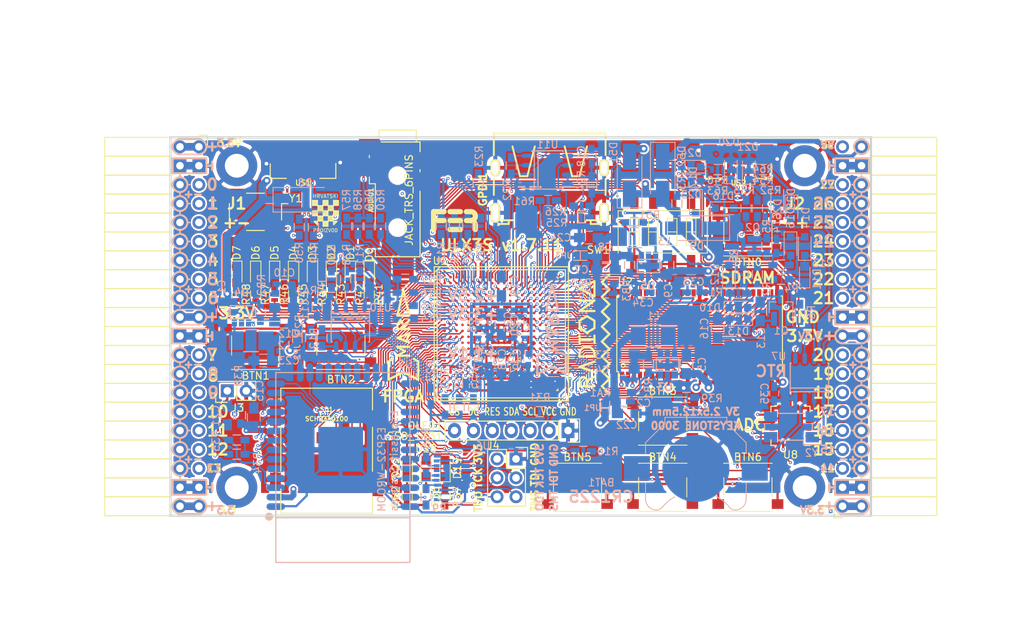
<source format=kicad_pcb>
(kicad_pcb (version 4) (host pcbnew 4.0.7+dfsg1-1)
  (layers (0 F.Cu signal) (1 In1.Cu signal) (2 In2.Cu signal) (31 B.Cu signal) (34 B.Paste user) (35 F.Paste user) (36 B.SilkS user) (37 F.SilkS user) (38 B.Mask user) (39 F.Mask user) (44 Edge.Cuts user))
  (net 0 "")
  (net 1 GND)
  (net 2 +5V)
  (net 3 /gpio/IN5V)
  (net 4 /gpio/OUT5V)
  (net 5 +3V3)
  (net 6 BTN_D)
  (net 7 BTN_F1)
  (net 8 BTN_F2)
  (net 9 BTN_L)
  (net 10 BTN_R)
  (net 11 BTN_U)
  (net 12 /power/FB1)
  (net 13 +2V5)
  (net 14 /power/PWREN)
  (net 15 /power/FB3)
  (net 16 /power/FB2)
  (net 17 "Net-(D9-Pad1)")
  (net 18 /power/VBAT)
  (net 19 JTAG_TDI)
  (net 20 JTAG_TCK)
  (net 21 JTAG_TMS)
  (net 22 JTAG_TDO)
  (net 23 /power/WAKEUPn)
  (net 24 /power/WKUP)
  (net 25 /power/SHUT)
  (net 26 /power/WAKE)
  (net 27 /power/HOLD)
  (net 28 /power/WKn)
  (net 29 /power/OSCI_32k)
  (net 30 /power/OSCO_32k)
  (net 31 "Net-(Q2-Pad3)")
  (net 32 SHUTDOWN)
  (net 33 /analog/AUDIO_L)
  (net 34 /analog/AUDIO_R)
  (net 35 GPDI_5V_SCL)
  (net 36 GPDI_5V_SDA)
  (net 37 GPDI_SDA)
  (net 38 GPDI_SCL)
  (net 39 /gpdi/VREF2)
  (net 40 SD_CMD)
  (net 41 SD_CLK)
  (net 42 SD_D0)
  (net 43 SD_D1)
  (net 44 USB5V)
  (net 45 GPDI_CEC)
  (net 46 nRESET)
  (net 47 FTDI_nDTR)
  (net 48 SDRAM_CKE)
  (net 49 SDRAM_A7)
  (net 50 SDRAM_D15)
  (net 51 SDRAM_BA1)
  (net 52 SDRAM_D7)
  (net 53 SDRAM_A6)
  (net 54 SDRAM_CLK)
  (net 55 SDRAM_D13)
  (net 56 SDRAM_BA0)
  (net 57 SDRAM_D6)
  (net 58 SDRAM_A5)
  (net 59 SDRAM_D14)
  (net 60 SDRAM_A11)
  (net 61 SDRAM_D12)
  (net 62 SDRAM_D5)
  (net 63 SDRAM_A4)
  (net 64 SDRAM_A10)
  (net 65 SDRAM_D11)
  (net 66 SDRAM_A3)
  (net 67 SDRAM_D4)
  (net 68 SDRAM_D10)
  (net 69 SDRAM_D9)
  (net 70 SDRAM_A9)
  (net 71 SDRAM_D3)
  (net 72 SDRAM_D8)
  (net 73 SDRAM_A8)
  (net 74 SDRAM_A2)
  (net 75 SDRAM_A1)
  (net 76 SDRAM_A0)
  (net 77 SDRAM_D2)
  (net 78 SDRAM_D1)
  (net 79 SDRAM_D0)
  (net 80 SDRAM_DQM0)
  (net 81 SDRAM_nCS)
  (net 82 SDRAM_nRAS)
  (net 83 SDRAM_DQM1)
  (net 84 SDRAM_nCAS)
  (net 85 SDRAM_nWE)
  (net 86 /flash/FLASH_nWP)
  (net 87 /flash/FLASH_nHOLD)
  (net 88 /flash/FLASH_MOSI)
  (net 89 /flash/FLASH_MISO)
  (net 90 /flash/FLASH_SCK)
  (net 91 /flash/FLASH_nCS)
  (net 92 /flash/FPGA_PROGRAMN)
  (net 93 /flash/FPGA_DONE)
  (net 94 /flash/FPGA_INITN)
  (net 95 OLED_RES)
  (net 96 OLED_DC)
  (net 97 OLED_CS)
  (net 98 WIFI_EN)
  (net 99 FTDI_nRTS)
  (net 100 FTDI_TXD)
  (net 101 FTDI_RXD)
  (net 102 WIFI_RXD)
  (net 103 WIFI_GPIO0)
  (net 104 WIFI_TXD)
  (net 105 GPDI_ETH-)
  (net 106 GPDI_ETH+)
  (net 107 GPDI_D2+)
  (net 108 GPDI_D2-)
  (net 109 GPDI_D1+)
  (net 110 GPDI_D1-)
  (net 111 GPDI_D0+)
  (net 112 GPDI_D0-)
  (net 113 GPDI_CLK+)
  (net 114 GPDI_CLK-)
  (net 115 USB_FTDI_D+)
  (net 116 USB_FTDI_D-)
  (net 117 SD_D3)
  (net 118 AUDIO_L3)
  (net 119 AUDIO_L2)
  (net 120 AUDIO_L1)
  (net 121 AUDIO_L0)
  (net 122 AUDIO_R3)
  (net 123 AUDIO_R2)
  (net 124 AUDIO_R1)
  (net 125 AUDIO_R0)
  (net 126 OLED_CLK)
  (net 127 OLED_MOSI)
  (net 128 LED0)
  (net 129 LED1)
  (net 130 LED2)
  (net 131 LED3)
  (net 132 LED4)
  (net 133 LED5)
  (net 134 LED6)
  (net 135 LED7)
  (net 136 BTN_PWRn)
  (net 137 FTDI_nTXLED)
  (net 138 FTDI_nSLEEP)
  (net 139 /blinkey/LED_PWREN)
  (net 140 /blinkey/LED_TXLED)
  (net 141 /sdcard/SD3V3)
  (net 142 SD_D2)
  (net 143 CLK_25MHz)
  (net 144 /blinkey/BTNPUL)
  (net 145 /blinkey/BTNPUR)
  (net 146 USB_FPGA_D+)
  (net 147 /power/FTDI_nSUSPEND)
  (net 148 /blinkey/ALED0)
  (net 149 /blinkey/ALED1)
  (net 150 /blinkey/ALED2)
  (net 151 /blinkey/ALED3)
  (net 152 /blinkey/ALED4)
  (net 153 /blinkey/ALED5)
  (net 154 /blinkey/ALED6)
  (net 155 /blinkey/ALED7)
  (net 156 /usb/FTD-)
  (net 157 /usb/FTD+)
  (net 158 ADC_MISO)
  (net 159 ADC_MOSI)
  (net 160 ADC_CSn)
  (net 161 ADC_SCLK)
  (net 162 SW3)
  (net 163 SW2)
  (net 164 SW1)
  (net 165 USB_FPGA_D-)
  (net 166 /usb/FPD+)
  (net 167 /usb/FPD-)
  (net 168 WIFI_GPIO16)
  (net 169 /usb/ANT_433MHz)
  (net 170 /power/PWRBTn)
  (net 171 PROG_DONE)
  (net 172 /power/P3V3)
  (net 173 /power/P2V5)
  (net 174 /power/L1)
  (net 175 /power/L3)
  (net 176 /power/L2)
  (net 177 FTDI_TXDEN)
  (net 178 SDRAM_A12)
  (net 179 /analog/AUDIO_V)
  (net 180 AUDIO_V3)
  (net 181 AUDIO_V2)
  (net 182 AUDIO_V1)
  (net 183 AUDIO_V0)
  (net 184 /gpdi/FPGA_CEC)
  (net 185 /blinkey/LED_WIFI)
  (net 186 /power/P1V1)
  (net 187 +1V1)
  (net 188 SW4)
  (net 189 /blinkey/SWPU)
  (net 190 /wifi/WIFIEN)
  (net 191 FT2V5)
  (net 192 GN0)
  (net 193 GP0)
  (net 194 GN1)
  (net 195 GP1)
  (net 196 GN2)
  (net 197 GP2)
  (net 198 GN3)
  (net 199 GP3)
  (net 200 GN4)
  (net 201 GP4)
  (net 202 GN5)
  (net 203 GP5)
  (net 204 GN6)
  (net 205 GP6)
  (net 206 GN14)
  (net 207 GP14)
  (net 208 GN15)
  (net 209 GP15)
  (net 210 GN16)
  (net 211 GP16)
  (net 212 GN17)
  (net 213 GP17)
  (net 214 GN18)
  (net 215 GP18)
  (net 216 GN19)
  (net 217 GP19)
  (net 218 GN20)
  (net 219 GP20)
  (net 220 GN21)
  (net 221 GP21)
  (net 222 GN22)
  (net 223 GP22)
  (net 224 GN23)
  (net 225 GP23)
  (net 226 GN24)
  (net 227 GP24)
  (net 228 GN25)
  (net 229 GP25)
  (net 230 GN26)
  (net 231 GP26)
  (net 232 GN27)
  (net 233 GP27)
  (net 234 GN7)
  (net 235 GP7)
  (net 236 GN8)
  (net 237 GP8)
  (net 238 GN9)
  (net 239 GP9)
  (net 240 GN10)
  (net 241 GP10)
  (net 242 GN11)
  (net 243 GP11)
  (net 244 GN12)
  (net 245 GP12)
  (net 246 GN13)
  (net 247 GP13)
  (net 248 WIFI_GPIO5)
  (net 249 WIFI_GPIO17)
  (net 250 USB_FPGA_PULL_D+)
  (net 251 USB_FPGA_PULL_D-)
  (net 252 "Net-(D23-Pad2)")
  (net 253 "Net-(D24-Pad1)")
  (net 254 "Net-(D25-Pad2)")
  (net 255 "Net-(D26-Pad1)")
  (module Socket_Strips:Socket_Strip_Angled_2x20 (layer F.Cu) (at 97.91 62.69 270)
    (fp_text reference J1 (at 7.62 -5.08 360) (layer F.SilkS) (effects (font (size 1.5 1.5) (thickness 0.3))))
    (fp_text value CONN_02X20 hide)
    (pad 1 thru_hole oval (at 0 0 270) (size 1.7272 1.7272) (drill 1.016) (layers *.Cu *.Mask) (net 5 +3V3))
    (pad 2 thru_hole oval (at 0 2.54 270) (size 1.7272 1.7272) (drill 1.016) (layers *.Cu *.Mask) (net 5 +3V3))
    (pad 3 thru_hole rect (at 2.54 0 270) (size 1.7272 1.7272) (drill 1.016) (layers *.Cu *.Mask) (net 1 GND))
    (pad 4 thru_hole rect (at 2.54 2.54 270) (size 1.7272 1.7272) (drill 1.016) (layers *.Cu *.Mask) (net 1 GND))
    (pad 5 thru_hole oval (at 5.08 0 270) (size 1.7272 1.7272) (drill 1.016) (layers *.Cu *.Mask) (net 192 GN0))
    (pad 6 thru_hole oval (at 5.08 2.54 270) (size 1.7272 1.7272) (drill 1.016) (layers *.Cu *.Mask) (net 193 GP0))
    (pad 7 thru_hole oval (at 7.62 0 270) (size 1.7272 1.7272) (drill 1.016) (layers *.Cu *.Mask) (net 194 GN1))
    (pad 8 thru_hole oval (at 7.62 2.54 270) (size 1.7272 1.7272) (drill 1.016) (layers *.Cu *.Mask) (net 195 GP1))
    (pad 9 thru_hole oval (at 10.16 0 270) (size 1.7272 1.7272) (drill 1.016) (layers *.Cu *.Mask) (net 196 GN2))
    (pad 10 thru_hole oval (at 10.16 2.54 270) (size 1.7272 1.7272) (drill 1.016) (layers *.Cu *.Mask) (net 197 GP2))
    (pad 11 thru_hole oval (at 12.7 0 270) (size 1.7272 1.7272) (drill 1.016) (layers *.Cu *.Mask) (net 198 GN3))
    (pad 12 thru_hole oval (at 12.7 2.54 270) (size 1.7272 1.7272) (drill 1.016) (layers *.Cu *.Mask) (net 199 GP3))
    (pad 13 thru_hole oval (at 15.24 0 270) (size 1.7272 1.7272) (drill 1.016) (layers *.Cu *.Mask) (net 200 GN4))
    (pad 14 thru_hole oval (at 15.24 2.54 270) (size 1.7272 1.7272) (drill 1.016) (layers *.Cu *.Mask) (net 201 GP4))
    (pad 15 thru_hole oval (at 17.78 0 270) (size 1.7272 1.7272) (drill 1.016) (layers *.Cu *.Mask) (net 202 GN5))
    (pad 16 thru_hole oval (at 17.78 2.54 270) (size 1.7272 1.7272) (drill 1.016) (layers *.Cu *.Mask) (net 203 GP5))
    (pad 17 thru_hole oval (at 20.32 0 270) (size 1.7272 1.7272) (drill 1.016) (layers *.Cu *.Mask) (net 204 GN6))
    (pad 18 thru_hole oval (at 20.32 2.54 270) (size 1.7272 1.7272) (drill 1.016) (layers *.Cu *.Mask) (net 205 GP6))
    (pad 19 thru_hole oval (at 22.86 0 270) (size 1.7272 1.7272) (drill 1.016) (layers *.Cu *.Mask) (net 5 +3V3))
    (pad 20 thru_hole oval (at 22.86 2.54 270) (size 1.7272 1.7272) (drill 1.016) (layers *.Cu *.Mask) (net 5 +3V3))
    (pad 21 thru_hole rect (at 25.4 0 270) (size 1.7272 1.7272) (drill 1.016) (layers *.Cu *.Mask) (net 1 GND))
    (pad 22 thru_hole rect (at 25.4 2.54 270) (size 1.7272 1.7272) (drill 1.016) (layers *.Cu *.Mask) (net 1 GND))
    (pad 23 thru_hole oval (at 27.94 0 270) (size 1.7272 1.7272) (drill 1.016) (layers *.Cu *.Mask) (net 234 GN7))
    (pad 24 thru_hole oval (at 27.94 2.54 270) (size 1.7272 1.7272) (drill 1.016) (layers *.Cu *.Mask) (net 235 GP7))
    (pad 25 thru_hole oval (at 30.48 0 270) (size 1.7272 1.7272) (drill 1.016) (layers *.Cu *.Mask) (net 236 GN8))
    (pad 26 thru_hole oval (at 30.48 2.54 270) (size 1.7272 1.7272) (drill 1.016) (layers *.Cu *.Mask) (net 237 GP8))
    (pad 27 thru_hole oval (at 33.02 0 270) (size 1.7272 1.7272) (drill 1.016) (layers *.Cu *.Mask) (net 238 GN9))
    (pad 28 thru_hole oval (at 33.02 2.54 270) (size 1.7272 1.7272) (drill 1.016) (layers *.Cu *.Mask) (net 239 GP9))
    (pad 29 thru_hole oval (at 35.56 0 270) (size 1.7272 1.7272) (drill 1.016) (layers *.Cu *.Mask) (net 240 GN10))
    (pad 30 thru_hole oval (at 35.56 2.54 270) (size 1.7272 1.7272) (drill 1.016) (layers *.Cu *.Mask) (net 241 GP10))
    (pad 31 thru_hole oval (at 38.1 0 270) (size 1.7272 1.7272) (drill 1.016) (layers *.Cu *.Mask) (net 242 GN11))
    (pad 32 thru_hole oval (at 38.1 2.54 270) (size 1.7272 1.7272) (drill 1.016) (layers *.Cu *.Mask) (net 243 GP11))
    (pad 33 thru_hole oval (at 40.64 0 270) (size 1.7272 1.7272) (drill 1.016) (layers *.Cu *.Mask) (net 244 GN12))
    (pad 34 thru_hole oval (at 40.64 2.54 270) (size 1.7272 1.7272) (drill 1.016) (layers *.Cu *.Mask) (net 245 GP12))
    (pad 35 thru_hole oval (at 43.18 0 270) (size 1.7272 1.7272) (drill 1.016) (layers *.Cu *.Mask) (net 246 GN13))
    (pad 36 thru_hole oval (at 43.18 2.54 270) (size 1.7272 1.7272) (drill 1.016) (layers *.Cu *.Mask) (net 247 GP13))
    (pad 37 thru_hole rect (at 45.72 0 270) (size 1.7272 1.7272) (drill 1.016) (layers *.Cu *.Mask) (net 1 GND))
    (pad 38 thru_hole rect (at 45.72 2.54 270) (size 1.7272 1.7272) (drill 1.016) (layers *.Cu *.Mask) (net 1 GND))
    (pad 39 thru_hole oval (at 48.26 0 270) (size 1.7272 1.7272) (drill 1.016) (layers *.Cu *.Mask) (net 5 +3V3))
    (pad 40 thru_hole oval (at 48.26 2.54 270) (size 1.7272 1.7272) (drill 1.016) (layers *.Cu *.Mask) (net 5 +3V3))
  )
  (module SMD_Packages:1Pin (layer F.Cu) (at 182.67515 111.637626)
    (fp_text reference AE1 hide)
    (fp_text value 433MHz hide)
    (pad 1 smd rect (at 0 0) (size 0.5 0.5) (layers B.Cu F.Paste F.Mask) (net 169 /usb/ANT_433MHz))
  )
  (module Resistors_SMD:R_0603_HandSoldering (layer B.Cu) (at 103.498 98.758 90)
    (fp_text reference R38 (at 5.334 -0.254 90) (layer B.SilkS) (effects (justify mirror)))
    (fp_text value 0.47)
    (pad 1 smd rect (at -1.1 0 90) (size 1.2 0.9) (layers B.Cu B.Paste B.Mask) (net 141 /sdcard/SD3V3))
    (pad 2 smd rect (at 1.1 0 90) (size 1.2 0.9) (layers B.Cu B.Paste B.Mask) (net 5 +3V3))
  )
  (module jumper:SOLDER-JUMPER_1-WAY (layer B.Cu) (at 152.393 97.742 270)
    (fp_text reference JP1 (at 0 1.778 360) (layer B.SilkS) (effects (font (size 0.762 0.762) (thickness 0.1524)) (justify mirror)))
    (fp_text value 1.2 hide)
    (pad 1 smd rect (at -0.6 0 270) (size 1 1) (layers B.Cu B.Paste B.Mask) (net 186 /power/P1V1))
    (pad 2 smd rect (at 0.6 0 270) (size 1 1) (layers B.Cu B.Paste B.Mask) (net 187 +1V1))
  )
  (module Diodes_SMD:D_SMA_Handsoldering (layer B.Cu) (at 155.695 66.5 90)
    (fp_text reference D51 (at 3.048 -2.159 90) (layer B.SilkS) (effects (justify mirror)))
    (fp_text value STPS2L30AF hide)
    (pad 1 smd rect (at -2.5 0 90) (size 3.5 1.8) (layers B.Cu B.Paste B.Mask) (net 2 +5V))
    (pad 2 smd rect (at 2.5 0 90) (size 3.5 1.8) (layers B.Cu B.Paste B.Mask) (net 3 /gpio/IN5V))
  )
  (module Resistors_SMD:R_0603_HandSoldering (layer B.Cu) (at 156.33 72.85 180)
    (fp_text reference R51 (at -2.032 1.016 180) (layer B.SilkS) (effects (justify mirror)))
    (fp_text value 150)
    (pad 1 smd rect (at -1.1 0 180) (size 1.2 0.9) (layers B.Cu B.Paste B.Mask) (net 5 +3V3))
    (pad 2 smd rect (at 1.1 0 180) (size 1.2 0.9) (layers B.Cu B.Paste B.Mask) (net 189 /blinkey/SWPU))
  )
  (module Resistors_SMD:R_1210_HandSoldering (layer B.Cu) (at 158.87 88.09 180)
    (fp_text reference L1 (at 0 2.7 180) (layer B.SilkS) (effects (justify mirror)))
    (fp_text value 2.2uH)
    (pad 1 smd rect (at -2 0 180) (size 2 2.5) (layers B.Cu B.Paste B.Mask) (net 174 /power/L1))
    (pad 2 smd rect (at 2 0 180) (size 2 2.5) (layers B.Cu B.Paste B.Mask) (net 186 /power/P1V1))
  )
  (module TSOT-25:TSOT-25 (layer B.Cu) (at 160.775 91.9)
    (fp_text reference U3 (at -0.381 3.048) (layer B.SilkS) (effects (font (thickness 0.2)) (justify mirror)))
    (fp_text value TLV62569DBV)
    (pad 1 smd rect (at -0.95 -1.3) (size 0.7 1.2) (layers B.Cu B.Paste B.Mask) (net 14 /power/PWREN))
    (pad 2 smd rect (at 0 -1.3) (size 0.7 1.2) (layers B.Cu B.Paste B.Mask) (net 1 GND))
    (pad 3 smd rect (at 0.95 -1.3) (size 0.7 1.2) (layers B.Cu B.Paste B.Mask) (net 174 /power/L1))
    (pad 4 smd rect (at 0.95 1.3) (size 0.7 1.2) (layers B.Cu B.Paste B.Mask) (net 2 +5V))
    (pad 5 smd rect (at -0.95 1.3) (size 0.7 1.2) (layers B.Cu B.Paste B.Mask) (net 12 /power/FB1))
  )
  (module Resistors_SMD:R_1210_HandSoldering (layer B.Cu) (at 104.895 88.725)
    (fp_text reference L2 (at 4.445 0.635) (layer B.SilkS) (effects (justify mirror)))
    (fp_text value 2.2uH)
    (pad 1 smd rect (at -2 0) (size 2 2.5) (layers B.Cu B.Paste B.Mask) (net 176 /power/L2))
    (pad 2 smd rect (at 2 0) (size 2 2.5) (layers B.Cu B.Paste B.Mask) (net 173 /power/P2V5))
  )
  (module TSOT-25:TSOT-25 (layer B.Cu) (at 103.625 84.915 180)
    (fp_text reference U4 (at 0 2.697 180) (layer B.SilkS) (effects (font (thickness 0.2)) (justify mirror)))
    (fp_text value TLV62569DBV)
    (pad 1 smd rect (at -0.95 -1.3 180) (size 0.7 1.2) (layers B.Cu B.Paste B.Mask) (net 14 /power/PWREN))
    (pad 2 smd rect (at 0 -1.3 180) (size 0.7 1.2) (layers B.Cu B.Paste B.Mask) (net 1 GND))
    (pad 3 smd rect (at 0.95 -1.3 180) (size 0.7 1.2) (layers B.Cu B.Paste B.Mask) (net 176 /power/L2))
    (pad 4 smd rect (at 0.95 1.3 180) (size 0.7 1.2) (layers B.Cu B.Paste B.Mask) (net 2 +5V))
    (pad 5 smd rect (at -0.95 1.3 180) (size 0.7 1.2) (layers B.Cu B.Paste B.Mask) (net 16 /power/FB2))
  )
  (module Resistors_SMD:R_1210_HandSoldering (layer B.Cu) (at 156.33 74.755 180)
    (fp_text reference L3 (at -4.064 -0.635 180) (layer B.SilkS) (effects (justify mirror)))
    (fp_text value 2.2uH)
    (pad 1 smd rect (at -2 0 180) (size 2 2.5) (layers B.Cu B.Paste B.Mask) (net 175 /power/L3))
    (pad 2 smd rect (at 2 0 180) (size 2 2.5) (layers B.Cu B.Paste B.Mask) (net 172 /power/P3V3))
  )
  (module TSOT-25:TSOT-25 (layer B.Cu) (at 158.235 78.692)
    (fp_text reference U5 (at -0.127 2.667) (layer B.SilkS) (effects (font (thickness 0.2)) (justify mirror)))
    (fp_text value TLV62569DBV)
    (pad 1 smd rect (at -0.95 -1.3) (size 0.7 1.2) (layers B.Cu B.Paste B.Mask) (net 14 /power/PWREN))
    (pad 2 smd rect (at 0 -1.3) (size 0.7 1.2) (layers B.Cu B.Paste B.Mask) (net 1 GND))
    (pad 3 smd rect (at 0.95 -1.3) (size 0.7 1.2) (layers B.Cu B.Paste B.Mask) (net 175 /power/L3))
    (pad 4 smd rect (at 0.95 1.3) (size 0.7 1.2) (layers B.Cu B.Paste B.Mask) (net 2 +5V))
    (pad 5 smd rect (at -0.95 1.3) (size 0.7 1.2) (layers B.Cu B.Paste B.Mask) (net 15 /power/FB3))
  )
  (module Capacitors_SMD:C_0805_HandSoldering (layer B.Cu) (at 101.085 84.915 270)
    (fp_text reference C1 (at -3.429 0.127 270) (layer B.SilkS) (effects (justify mirror)))
    (fp_text value 22uF)
    (pad 1 smd rect (at -1.25 0 270) (size 1.5 1.25) (layers B.Cu B.Paste B.Mask) (net 2 +5V))
    (pad 2 smd rect (at 1.25 0 270) (size 1.5 1.25) (layers B.Cu B.Paste B.Mask) (net 1 GND))
  )
  (module Capacitors_SMD:C_0805_HandSoldering (layer B.Cu) (at 155.06 90.63)
    (fp_text reference C3 (at -3.048 0) (layer B.SilkS) (effects (justify mirror)))
    (fp_text value 22uF)
    (pad 1 smd rect (at -1.25 0) (size 1.5 1.25) (layers B.Cu B.Paste B.Mask) (net 186 /power/P1V1))
    (pad 2 smd rect (at 1.25 0) (size 1.5 1.25) (layers B.Cu B.Paste B.Mask) (net 1 GND))
  )
  (module Capacitors_SMD:C_0805_HandSoldering (layer B.Cu) (at 155.06 92.535)
    (fp_text reference C4 (at -3.048 0.127) (layer B.SilkS) (effects (justify mirror)))
    (fp_text value 22uF)
    (pad 1 smd rect (at -1.25 0) (size 1.5 1.25) (layers B.Cu B.Paste B.Mask) (net 186 /power/P1V1))
    (pad 2 smd rect (at 1.25 0) (size 1.5 1.25) (layers B.Cu B.Paste B.Mask) (net 1 GND))
  )
  (module Capacitors_SMD:C_0805_HandSoldering (layer B.Cu) (at 163.315 91.9 90)
    (fp_text reference C5 (at 0 2.1 90) (layer B.SilkS) (effects (justify mirror)))
    (fp_text value 22uF)
    (pad 1 smd rect (at -1.25 0 90) (size 1.5 1.25) (layers B.Cu B.Paste B.Mask) (net 2 +5V))
    (pad 2 smd rect (at 1.25 0 90) (size 1.5 1.25) (layers B.Cu B.Paste B.Mask) (net 1 GND))
  )
  (module Capacitors_SMD:C_0805_HandSoldering (layer B.Cu) (at 152.52 79.2)
    (fp_text reference C7 (at -3.302 0) (layer B.SilkS) (effects (justify mirror)))
    (fp_text value 22uF)
    (pad 1 smd rect (at -1.25 0) (size 1.5 1.25) (layers B.Cu B.Paste B.Mask) (net 172 /power/P3V3))
    (pad 2 smd rect (at 1.25 0) (size 1.5 1.25) (layers B.Cu B.Paste B.Mask) (net 1 GND))
  )
  (module Capacitors_SMD:C_0805_HandSoldering (layer B.Cu) (at 152.52 77.295)
    (fp_text reference C8 (at -0.127 -1.143) (layer B.SilkS) (effects (justify mirror)))
    (fp_text value 22uF)
    (pad 1 smd rect (at -1.25 0) (size 1.5 1.25) (layers B.Cu B.Paste B.Mask) (net 172 /power/P3V3))
    (pad 2 smd rect (at 1.25 0) (size 1.5 1.25) (layers B.Cu B.Paste B.Mask) (net 1 GND))
  )
  (module Capacitors_SMD:C_0805_HandSoldering (layer B.Cu) (at 160.775 78.565 90)
    (fp_text reference C9 (at -3.429 0.127 90) (layer B.SilkS) (effects (justify mirror)))
    (fp_text value 22uF)
    (pad 1 smd rect (at -1.25 0 90) (size 1.5 1.25) (layers B.Cu B.Paste B.Mask) (net 2 +5V))
    (pad 2 smd rect (at 1.25 0 90) (size 1.5 1.25) (layers B.Cu B.Paste B.Mask) (net 1 GND))
  )
  (module Capacitors_SMD:C_0805_HandSoldering (layer B.Cu) (at 109.34 84.28 180)
    (fp_text reference C11 (at -2.794 -0.254 270) (layer B.SilkS) (effects (justify mirror)))
    (fp_text value 22uF)
    (pad 1 smd rect (at -1.25 0 180) (size 1.5 1.25) (layers B.Cu B.Paste B.Mask) (net 173 /power/P2V5))
    (pad 2 smd rect (at 1.25 0 180) (size 1.5 1.25) (layers B.Cu B.Paste B.Mask) (net 1 GND))
  )
  (module Capacitors_SMD:C_0805_HandSoldering (layer B.Cu) (at 109.34 86.185 180)
    (fp_text reference C12 (at -0.635 -1.615 360) (layer B.SilkS) (effects (justify mirror)))
    (fp_text value 22uF)
    (pad 1 smd rect (at -1.25 0 180) (size 1.5 1.25) (layers B.Cu B.Paste B.Mask) (net 173 /power/P2V5))
    (pad 2 smd rect (at 1.25 0 180) (size 1.5 1.25) (layers B.Cu B.Paste B.Mask) (net 1 GND))
  )
  (module Capacitors_SMD:C_0805_HandSoldering (layer B.Cu) (at 173.221 84.788 90)
    (fp_text reference C13 (at -3.556 0.127 90) (layer B.SilkS) (effects (justify mirror)))
    (fp_text value 2.2uF)
    (pad 1 smd rect (at -1.25 0 90) (size 1.5 1.25) (layers B.Cu B.Paste B.Mask) (net 2 +5V))
    (pad 2 smd rect (at 1.25 0 90) (size 1.5 1.25) (layers B.Cu B.Paste B.Mask) (net 24 /power/WKUP))
  )
  (module TO_SOT_Packages_SMD:SOT-23_Handsoldering (layer B.Cu) (at 176.015 84.28 90)
    (fp_text reference Q1 (at -3.1115 0 180) (layer B.SilkS) (effects (justify mirror)))
    (fp_text value BC857)
    (pad 1 smd rect (at -1.5 0.95 90) (size 1.9 0.8) (layers B.Cu B.Paste B.Mask) (net 28 /power/WKn))
    (pad 2 smd rect (at -1.5 -0.95 90) (size 1.9 0.8) (layers B.Cu B.Paste B.Mask) (net 2 +5V))
    (pad 3 smd rect (at 1.5 0 90) (size 1.9 0.8) (layers B.Cu B.Paste B.Mask) (net 24 /power/WKUP))
  )
  (module TO_SOT_Packages_SMD:SOT-23_Handsoldering (layer B.Cu) (at 170.935 76.025 180)
    (fp_text reference Q2 (at -1.295 2.5 180) (layer B.SilkS) (effects (justify mirror)))
    (fp_text value 2N7002)
    (pad 1 smd rect (at -1.5 0.95 180) (size 1.9 0.8) (layers B.Cu B.Paste B.Mask) (net 25 /power/SHUT))
    (pad 2 smd rect (at -1.5 -0.95 180) (size 1.9 0.8) (layers B.Cu B.Paste B.Mask) (net 1 GND))
    (pad 3 smd rect (at 1.5 0 180) (size 1.9 0.8) (layers B.Cu B.Paste B.Mask) (net 31 "Net-(Q2-Pad3)"))
  )
  (module Capacitors_SMD:C_0603_HandSoldering (layer B.Cu) (at 154.86 96.91)
    (fp_text reference C2 (at 2.74 0.197) (layer B.SilkS) (effects (justify mirror)))
    (fp_text value 470pF)
    (pad 1 smd rect (at -0.95 0) (size 1.2 0.75) (layers B.Cu B.Paste B.Mask) (net 186 /power/P1V1))
    (pad 2 smd rect (at 0.95 0) (size 1.2 0.75) (layers B.Cu B.Paste B.Mask) (net 12 /power/FB1))
  )
  (module Capacitors_SMD:C_0603_HandSoldering (layer B.Cu) (at 152.52 82.375)
    (fp_text reference C6 (at -2.794 0.127) (layer B.SilkS) (effects (justify mirror)))
    (fp_text value 470pF)
    (pad 1 smd rect (at -0.95 0) (size 1.2 0.75) (layers B.Cu B.Paste B.Mask) (net 172 /power/P3V3))
    (pad 2 smd rect (at 0.95 0) (size 1.2 0.75) (layers B.Cu B.Paste B.Mask) (net 15 /power/FB3))
  )
  (module Capacitors_SMD:C_0603_HandSoldering (layer B.Cu) (at 109.34 81.105 180)
    (fp_text reference C10 (at -0.04 1.505 180) (layer B.SilkS) (effects (justify mirror)))
    (fp_text value 470pF)
    (pad 1 smd rect (at -0.95 0 180) (size 1.2 0.75) (layers B.Cu B.Paste B.Mask) (net 173 /power/P2V5))
    (pad 2 smd rect (at 0.95 0 180) (size 1.2 0.75) (layers B.Cu B.Paste B.Mask) (net 16 /power/FB2))
  )
  (module Capacitors_SMD:C_0603_HandSoldering (layer B.Cu) (at 175.38 76.025 270)
    (fp_text reference C14 (at -3.175 0 270) (layer B.SilkS) (effects (justify mirror)))
    (fp_text value 100nF)
    (pad 1 smd rect (at -0.95 0 270) (size 1.2 0.75) (layers B.Cu B.Paste B.Mask) (net 25 /power/SHUT))
    (pad 2 smd rect (at 0.95 0 270) (size 1.2 0.75) (layers B.Cu B.Paste B.Mask) (net 1 GND))
  )
  (module Resistors_SMD:R_0603_HandSoldering (layer B.Cu) (at 170.3 82.375)
    (fp_text reference R1 (at -3.048 -0.127) (layer B.SilkS) (effects (justify mirror)))
    (fp_text value 15k)
    (pad 1 smd rect (at -1.1 0) (size 1.2 0.9) (layers B.Cu B.Paste B.Mask) (net 26 /power/WAKE))
    (pad 2 smd rect (at 1.1 0) (size 1.2 0.9) (layers B.Cu B.Paste B.Mask) (net 14 /power/PWREN))
  )
  (module Resistors_SMD:R_0603_HandSoldering (layer B.Cu) (at 172.84 79.835 90)
    (fp_text reference R2 (at -1.905 1.27 90) (layer B.SilkS) (effects (justify mirror)))
    (fp_text value 47k)
    (pad 1 smd rect (at -1.1 0 90) (size 1.2 0.9) (layers B.Cu B.Paste B.Mask) (net 14 /power/PWREN))
    (pad 2 smd rect (at 1.1 0 90) (size 1.2 0.9) (layers B.Cu B.Paste B.Mask) (net 1 GND))
  )
  (module Resistors_SMD:R_0603_HandSoldering (layer B.Cu) (at 176.015 80.47 180)
    (fp_text reference R4 (at -1.397 -1.27 360) (layer B.SilkS) (effects (justify mirror)))
    (fp_text value 4.7k)
    (pad 1 smd rect (at -1.1 0 180) (size 1.2 0.9) (layers B.Cu B.Paste B.Mask) (net 27 /power/HOLD))
    (pad 2 smd rect (at 1.1 0 180) (size 1.2 0.9) (layers B.Cu B.Paste B.Mask) (net 14 /power/PWREN))
  )
  (module Resistors_SMD:R_0603_HandSoldering (layer B.Cu) (at 174.11 76.025 270)
    (fp_text reference R5 (at -2.667 0 270) (layer B.SilkS) (effects (justify mirror)))
    (fp_text value 4.7M)
    (pad 1 smd rect (at -1.1 0 270) (size 1.2 0.9) (layers B.Cu B.Paste B.Mask) (net 25 /power/SHUT))
    (pad 2 smd rect (at 1.1 0 270) (size 1.2 0.9) (layers B.Cu B.Paste B.Mask) (net 1 GND))
  )
  (module Resistors_SMD:R_0603_HandSoldering (layer B.Cu) (at 178.555 84.915 270)
    (fp_text reference R6 (at 0 -1.524 270) (layer B.SilkS) (effects (justify mirror)))
    (fp_text value 1k)
    (pad 1 smd rect (at -1.1 0 270) (size 1.2 0.9) (layers B.Cu B.Paste B.Mask) (net 28 /power/WKn))
    (pad 2 smd rect (at 1.1 0 270) (size 1.2 0.9) (layers B.Cu B.Paste B.Mask) (net 23 /power/WAKEUPn))
  )
  (module Resistors_SMD:R_0603_HandSoldering (layer B.Cu) (at 113.785 84.28 270)
    (fp_text reference R7 (at -2.794 -0.635 270) (layer B.SilkS) (effects (justify mirror)))
    (fp_text value 150)
    (pad 1 smd rect (at -1.1 0 270) (size 1.2 0.9) (layers B.Cu B.Paste B.Mask) (net 5 +3V3))
    (pad 2 smd rect (at 1.1 0 270) (size 1.2 0.9) (layers B.Cu B.Paste B.Mask) (net 144 /blinkey/BTNPUL))
  )
  (module Resistors_SMD:R_0603_HandSoldering (layer B.Cu) (at 170.935 79.835 90)
    (fp_text reference R8 (at 2.54 -1.27 90) (layer B.SilkS) (effects (justify mirror)))
    (fp_text value 1k)
    (pad 1 smd rect (at -1.1 0 90) (size 1.2 0.9) (layers B.Cu B.Paste B.Mask) (net 14 /power/PWREN))
    (pad 2 smd rect (at 1.1 0 90) (size 1.2 0.9) (layers B.Cu B.Paste B.Mask) (net 31 "Net-(Q2-Pad3)"))
  )
  (module Resistors_SMD:R_0603_HandSoldering (layer B.Cu) (at 128.39 109.68 270)
    (fp_text reference R9 (at 1.524 -1.778 360) (layer B.SilkS) (effects (justify mirror)))
    (fp_text value 15k)
    (pad 1 smd rect (at -1.1 0 270) (size 1.2 0.9) (layers B.Cu B.Paste B.Mask) (net 46 nRESET))
    (pad 2 smd rect (at 1.1 0 270) (size 1.2 0.9) (layers B.Cu B.Paste B.Mask) (net 191 FT2V5))
  )
  (module Resistors_SMD:R_0603_HandSoldering (layer B.Cu) (at 149.472 103.584 180)
    (fp_text reference R10 (at -3.302 0 180) (layer B.SilkS) (effects (justify mirror)))
    (fp_text value 150)
    (pad 1 smd rect (at -1.1 0 180) (size 1.2 0.9) (layers B.Cu B.Paste B.Mask) (net 147 /power/FTDI_nSUSPEND))
    (pad 2 smd rect (at 1.1 0 180) (size 1.2 0.9) (layers B.Cu B.Paste B.Mask) (net 138 FTDI_nSLEEP))
  )
  (module Resistors_SMD:R_0603_HandSoldering (layer B.Cu) (at 176.015 78.565 180)
    (fp_text reference R13 (at -5.588 0.254 180) (layer B.SilkS) (effects (justify mirror)))
    (fp_text value 15k)
    (pad 1 smd rect (at -1.1 0 180) (size 1.2 0.9) (layers B.Cu B.Paste B.Mask) (net 32 SHUTDOWN))
    (pad 2 smd rect (at 1.1 0 180) (size 1.2 0.9) (layers B.Cu B.Paste B.Mask) (net 1 GND))
  )
  (module Resistors_SMD:R_0603_HandSoldering (layer B.Cu) (at 154.86 95.64)
    (fp_text reference RA1 (at -3.102 0.07) (layer B.SilkS) (effects (justify mirror)))
    (fp_text value 15k)
    (pad 1 smd rect (at -1.1 0) (size 1.2 0.9) (layers B.Cu B.Paste B.Mask) (net 186 /power/P1V1))
    (pad 2 smd rect (at 1.1 0) (size 1.2 0.9) (layers B.Cu B.Paste B.Mask) (net 12 /power/FB1))
  )
  (module Resistors_SMD:R_0603_HandSoldering (layer B.Cu) (at 109.34 82.375 180)
    (fp_text reference RA2 (at -3.048 0.381 360) (layer B.SilkS) (effects (justify mirror)))
    (fp_text value 15k)
    (pad 1 smd rect (at -1.1 0 180) (size 1.2 0.9) (layers B.Cu B.Paste B.Mask) (net 173 /power/P2V5))
    (pad 2 smd rect (at 1.1 0 180) (size 1.2 0.9) (layers B.Cu B.Paste B.Mask) (net 16 /power/FB2))
  )
  (module Resistors_SMD:R_0603_HandSoldering (layer B.Cu) (at 152.52 81.105)
    (fp_text reference RA3 (at -3.302 -0.127) (layer B.SilkS) (effects (justify mirror)))
    (fp_text value 15k)
    (pad 1 smd rect (at -1.1 0) (size 1.2 0.9) (layers B.Cu B.Paste B.Mask) (net 172 /power/P3V3))
    (pad 2 smd rect (at 1.1 0) (size 1.2 0.9) (layers B.Cu B.Paste B.Mask) (net 15 /power/FB3))
  )
  (module Resistors_SMD:R_0603_HandSoldering (layer B.Cu) (at 158.235 91.9 270)
    (fp_text reference RB1 (at 3.302 0 270) (layer B.SilkS) (effects (justify mirror)))
    (fp_text value 18k)
    (pad 1 smd rect (at -1.1 0 270) (size 1.2 0.9) (layers B.Cu B.Paste B.Mask) (net 1 GND))
    (pad 2 smd rect (at 1.1 0 270) (size 1.2 0.9) (layers B.Cu B.Paste B.Mask) (net 12 /power/FB1))
  )
  (module Resistors_SMD:R_0603_HandSoldering (layer B.Cu) (at 106.165 84.915 90)
    (fp_text reference RB2 (at 3.683 0.127 90) (layer B.SilkS) (effects (justify mirror)))
    (fp_text value 4.7k)
    (pad 1 smd rect (at -1.1 0 90) (size 1.2 0.9) (layers B.Cu B.Paste B.Mask) (net 1 GND))
    (pad 2 smd rect (at 1.1 0 90) (size 1.2 0.9) (layers B.Cu B.Paste B.Mask) (net 16 /power/FB2))
  )
  (module Resistors_SMD:R_0603_HandSoldering (layer B.Cu) (at 155.695 78.565 270)
    (fp_text reference RB3 (at 3.429 0.395 270) (layer B.SilkS) (effects (justify mirror)))
    (fp_text value 3.3k)
    (pad 1 smd rect (at -1.1 0 270) (size 1.2 0.9) (layers B.Cu B.Paste B.Mask) (net 1 GND))
    (pad 2 smd rect (at 1.1 0 270) (size 1.2 0.9) (layers B.Cu B.Paste B.Mask) (net 15 /power/FB3))
  )
  (module Resistors_SMD:R_0603_HandSoldering (layer B.Cu) (at 125.596 85.804 180)
    (fp_text reference R14 (at -3.47 0.127 180) (layer B.SilkS) (effects (justify mirror)))
    (fp_text value 1.2k)
    (pad 1 smd rect (at -1.1 0 180) (size 1.2 0.9) (layers B.Cu B.Paste B.Mask) (net 121 AUDIO_L0))
    (pad 2 smd rect (at 1.1 0 180) (size 1.2 0.9) (layers B.Cu B.Paste B.Mask) (net 33 /analog/AUDIO_L))
  )
  (module Resistors_SMD:R_0603_HandSoldering (layer B.Cu) (at 125.596 84.026 180)
    (fp_text reference R15 (at -3.47 -0.001 180) (layer B.SilkS) (effects (justify mirror)))
    (fp_text value 680)
    (pad 1 smd rect (at -1.1 0 180) (size 1.2 0.9) (layers B.Cu B.Paste B.Mask) (net 120 AUDIO_L1))
    (pad 2 smd rect (at 1.1 0 180) (size 1.2 0.9) (layers B.Cu B.Paste B.Mask) (net 33 /analog/AUDIO_L))
  )
  (module Resistors_SMD:R_0603_HandSoldering (layer B.Cu) (at 125.596 82.248 180)
    (fp_text reference R16 (at -3.47 -0.127 180) (layer B.SilkS) (effects (justify mirror)))
    (fp_text value 330)
    (pad 1 smd rect (at -1.1 0 180) (size 1.2 0.9) (layers B.Cu B.Paste B.Mask) (net 119 AUDIO_L2))
    (pad 2 smd rect (at 1.1 0 180) (size 1.2 0.9) (layers B.Cu B.Paste B.Mask) (net 33 /analog/AUDIO_L))
  )
  (module Resistors_SMD:R_0603_HandSoldering (layer B.Cu) (at 125.596 80.47 180)
    (fp_text reference R17 (at -3.47 0 180) (layer B.SilkS) (effects (justify mirror)))
    (fp_text value 150)
    (pad 1 smd rect (at -1.1 0 180) (size 1.2 0.9) (layers B.Cu B.Paste B.Mask) (net 118 AUDIO_L3))
    (pad 2 smd rect (at 1.1 0 180) (size 1.2 0.9) (layers B.Cu B.Paste B.Mask) (net 33 /analog/AUDIO_L))
  )
  (module Resistors_SMD:R_0603_HandSoldering (layer B.Cu) (at 130.422 73.358 90)
    (fp_text reference R18 (at -3.556 0 90) (layer B.SilkS) (effects (justify mirror)))
    (fp_text value 1.2k)
    (pad 1 smd rect (at -1.1 0 90) (size 1.2 0.9) (layers B.Cu B.Paste B.Mask) (net 125 AUDIO_R0))
    (pad 2 smd rect (at 1.1 0 90) (size 1.2 0.9) (layers B.Cu B.Paste B.Mask) (net 34 /analog/AUDIO_R))
  )
  (module Resistors_SMD:R_0603_HandSoldering (layer B.Cu) (at 132.2 73.358 90)
    (fp_text reference R19 (at -3.556 0 90) (layer B.SilkS) (effects (justify mirror)))
    (fp_text value 680)
    (pad 1 smd rect (at -1.1 0 90) (size 1.2 0.9) (layers B.Cu B.Paste B.Mask) (net 124 AUDIO_R1))
    (pad 2 smd rect (at 1.1 0 90) (size 1.2 0.9) (layers B.Cu B.Paste B.Mask) (net 34 /analog/AUDIO_R))
  )
  (module Resistors_SMD:R_0603_HandSoldering (layer B.Cu) (at 133.978 73.358 90)
    (fp_text reference R20 (at -3.556 0 90) (layer B.SilkS) (effects (justify mirror)))
    (fp_text value 330)
    (pad 1 smd rect (at -1.1 0 90) (size 1.2 0.9) (layers B.Cu B.Paste B.Mask) (net 123 AUDIO_R2))
    (pad 2 smd rect (at 1.1 0 90) (size 1.2 0.9) (layers B.Cu B.Paste B.Mask) (net 34 /analog/AUDIO_R))
  )
  (module Resistors_SMD:R_0603_HandSoldering (layer B.Cu) (at 135.756 73.358 90)
    (fp_text reference R21 (at -3.556 0 90) (layer B.SilkS) (effects (justify mirror)))
    (fp_text value 150)
    (pad 1 smd rect (at -1.1 0 90) (size 1.2 0.9) (layers B.Cu B.Paste B.Mask) (net 122 AUDIO_R3))
    (pad 2 smd rect (at 1.1 0 90) (size 1.2 0.9) (layers B.Cu B.Paste B.Mask) (net 34 /analog/AUDIO_R))
  )
  (module Capacitors_SMD:C_0603_HandSoldering (layer B.Cu) (at 150.5896 63.96 90)
    (fp_text reference C18 (at 0 -1.3716 90) (layer B.SilkS) (effects (justify mirror)))
    (fp_text value 470pF)
    (pad 1 smd rect (at -0.95 0 90) (size 1.2 0.75) (layers B.Cu B.Paste B.Mask) (net 39 /gpdi/VREF2))
    (pad 2 smd rect (at 0.95 0 90) (size 1.2 0.75) (layers B.Cu B.Paste B.Mask) (net 1 GND))
  )
  (module Socket_Strips:Socket_Strip_Angled_2x20 (layer F.Cu) (at 184.27 110.95 90)
    (fp_text reference J2 (at 40.64 -6.35 180) (layer F.SilkS) (effects (font (size 1.5 1.5) (thickness 0.3))))
    (fp_text value CONN_02X20 hide)
    (pad 1 thru_hole oval (at 0 0 90) (size 1.7272 1.7272) (drill 1.016) (layers *.Cu *.Mask) (net 5 +3V3))
    (pad 2 thru_hole oval (at 0 2.54 90) (size 1.7272 1.7272) (drill 1.016) (layers *.Cu *.Mask) (net 5 +3V3))
    (pad 3 thru_hole rect (at 2.54 0 90) (size 1.7272 1.7272) (drill 1.016) (layers *.Cu *.Mask) (net 1 GND))
    (pad 4 thru_hole rect (at 2.54 2.54 90) (size 1.7272 1.7272) (drill 1.016) (layers *.Cu *.Mask) (net 1 GND))
    (pad 5 thru_hole oval (at 5.08 0 90) (size 1.7272 1.7272) (drill 1.016) (layers *.Cu *.Mask) (net 206 GN14))
    (pad 6 thru_hole oval (at 5.08 2.54 90) (size 1.7272 1.7272) (drill 1.016) (layers *.Cu *.Mask) (net 207 GP14))
    (pad 7 thru_hole oval (at 7.62 0 90) (size 1.7272 1.7272) (drill 1.016) (layers *.Cu *.Mask) (net 208 GN15))
    (pad 8 thru_hole oval (at 7.62 2.54 90) (size 1.7272 1.7272) (drill 1.016) (layers *.Cu *.Mask) (net 209 GP15))
    (pad 9 thru_hole oval (at 10.16 0 90) (size 1.7272 1.7272) (drill 1.016) (layers *.Cu *.Mask) (net 210 GN16))
    (pad 10 thru_hole oval (at 10.16 2.54 90) (size 1.7272 1.7272) (drill 1.016) (layers *.Cu *.Mask) (net 211 GP16))
    (pad 11 thru_hole oval (at 12.7 0 90) (size 1.7272 1.7272) (drill 1.016) (layers *.Cu *.Mask) (net 212 GN17))
    (pad 12 thru_hole oval (at 12.7 2.54 90) (size 1.7272 1.7272) (drill 1.016) (layers *.Cu *.Mask) (net 213 GP17))
    (pad 13 thru_hole oval (at 15.24 0 90) (size 1.7272 1.7272) (drill 1.016) (layers *.Cu *.Mask) (net 214 GN18))
    (pad 14 thru_hole oval (at 15.24 2.54 90) (size 1.7272 1.7272) (drill 1.016) (layers *.Cu *.Mask) (net 215 GP18))
    (pad 15 thru_hole oval (at 17.78 0 90) (size 1.7272 1.7272) (drill 1.016) (layers *.Cu *.Mask) (net 216 GN19))
    (pad 16 thru_hole oval (at 17.78 2.54 90) (size 1.7272 1.7272) (drill 1.016) (layers *.Cu *.Mask) (net 217 GP19))
    (pad 17 thru_hole oval (at 20.32 0 90) (size 1.7272 1.7272) (drill 1.016) (layers *.Cu *.Mask) (net 218 GN20))
    (pad 18 thru_hole oval (at 20.32 2.54 90) (size 1.7272 1.7272) (drill 1.016) (layers *.Cu *.Mask) (net 219 GP20))
    (pad 19 thru_hole oval (at 22.86 0 90) (size 1.7272 1.7272) (drill 1.016) (layers *.Cu *.Mask) (net 5 +3V3))
    (pad 20 thru_hole oval (at 22.86 2.54 90) (size 1.7272 1.7272) (drill 1.016) (layers *.Cu *.Mask) (net 5 +3V3))
    (pad 21 thru_hole rect (at 25.4 0 90) (size 1.7272 1.7272) (drill 1.016) (layers *.Cu *.Mask) (net 1 GND))
    (pad 22 thru_hole rect (at 25.4 2.54 90) (size 1.7272 1.7272) (drill 1.016) (layers *.Cu *.Mask) (net 1 GND))
    (pad 23 thru_hole oval (at 27.94 0 90) (size 1.7272 1.7272) (drill 1.016) (layers *.Cu *.Mask) (net 220 GN21))
    (pad 24 thru_hole oval (at 27.94 2.54 90) (size 1.7272 1.7272) (drill 1.016) (layers *.Cu *.Mask) (net 221 GP21))
    (pad 25 thru_hole oval (at 30.48 0 90) (size 1.7272 1.7272) (drill 1.016) (layers *.Cu *.Mask) (net 222 GN22))
    (pad 26 thru_hole oval (at 30.48 2.54 90) (size 1.7272 1.7272) (drill 1.016) (layers *.Cu *.Mask) (net 223 GP22))
    (pad 27 thru_hole oval (at 33.02 0 90) (size 1.7272 1.7272) (drill 1.016) (layers *.Cu *.Mask) (net 224 GN23))
    (pad 28 thru_hole oval (at 33.02 2.54 90) (size 1.7272 1.7272) (drill 1.016) (layers *.Cu *.Mask) (net 225 GP23))
    (pad 29 thru_hole oval (at 35.56 0 90) (size 1.7272 1.7272) (drill 1.016) (layers *.Cu *.Mask) (net 226 GN24))
    (pad 30 thru_hole oval (at 35.56 2.54 90) (size 1.7272 1.7272) (drill 1.016) (layers *.Cu *.Mask) (net 227 GP24))
    (pad 31 thru_hole oval (at 38.1 0 90) (size 1.7272 1.7272) (drill 1.016) (layers *.Cu *.Mask) (net 228 GN25))
    (pad 32 thru_hole oval (at 38.1 2.54 90) (size 1.7272 1.7272) (drill 1.016) (layers *.Cu *.Mask) (net 229 GP25))
    (pad 33 thru_hole oval (at 40.64 0 90) (size 1.7272 1.7272) (drill 1.016) (layers *.Cu *.Mask) (net 230 GN26))
    (pad 34 thru_hole oval (at 40.64 2.54 90) (size 1.7272 1.7272) (drill 1.016) (layers *.Cu *.Mask) (net 231 GP26))
    (pad 35 thru_hole oval (at 43.18 0 90) (size 1.7272 1.7272) (drill 1.016) (layers *.Cu *.Mask) (net 232 GN27))
    (pad 36 thru_hole oval (at 43.18 2.54 90) (size 1.7272 1.7272) (drill 1.016) (layers *.Cu *.Mask) (net 233 GP27))
    (pad 37 thru_hole rect (at 45.72 0 90) (size 1.7272 1.7272) (drill 1.016) (layers *.Cu *.Mask) (net 1 GND))
    (pad 38 thru_hole rect (at 45.72 2.54 90) (size 1.7272 1.7272) (drill 1.016) (layers *.Cu *.Mask) (net 1 GND))
    (pad 39 thru_hole oval (at 48.26 0 90) (size 1.7272 1.7272) (drill 1.016) (layers *.Cu *.Mask) (net 3 /gpio/IN5V))
    (pad 40 thru_hole oval (at 48.26 2.54 90) (size 1.7272 1.7272) (drill 1.016) (layers *.Cu *.Mask) (net 4 /gpio/OUT5V))
  )
  (module Mounting_Holes:MountingHole_3.2mm_M3_ISO14580_Pad (layer F.Cu) (at 102.99 108.41)
    (fp_text reference H1 hide)
    (fp_text value HOLE hide)
    (pad 1 thru_hole circle (at 0 0) (size 5.5 5.5) (drill 3.2) (layers *.Cu *.Mask) (net 1 GND))
  )
  (module Mounting_Holes:MountingHole_3.2mm_M3_ISO14580_Pad (layer F.Cu) (at 179.19 108.41)
    (fp_text reference H2 hide)
    (fp_text value HOLE hide)
    (pad 1 thru_hole circle (at 0 0) (size 5.5 5.5) (drill 3.2) (layers *.Cu *.Mask) (net 1 GND))
  )
  (module Mounting_Holes:MountingHole_3.2mm_M3_ISO14580_Pad (layer F.Cu) (at 179.19 65.23)
    (fp_text reference H3 hide)
    (fp_text value HOLE hide)
    (pad 1 thru_hole circle (at 0 0) (size 5.5 5.5) (drill 3.2) (layers *.Cu *.Mask) (net 1 GND))
  )
  (module Mounting_Holes:MountingHole_3.2mm_M3_ISO14580_Pad (layer F.Cu) (at 102.99 65.23)
    (fp_text reference H4 hide)
    (fp_text value HOLE hide)
    (pad 1 thru_hole circle (at 0 0) (size 5.5 5.5) (drill 3.2) (layers *.Cu *.Mask) (net 1 GND))
  )
  (module Resistors_SMD:R_0603_HandSoldering (layer B.Cu) (at 162.045 70.31 90)
    (fp_text reference R3 (at 2.794 0.635 90) (layer B.SilkS) (effects (justify mirror)))
    (fp_text value 4.7k)
    (pad 1 smd rect (at -1.1 0 90) (size 1.2 0.9) (layers B.Cu B.Paste B.Mask) (net 2 +5V))
    (pad 2 smd rect (at 1.1 0 90) (size 1.2 0.9) (layers B.Cu B.Paste B.Mask) (net 170 /power/PWRBTn))
  )
  (module Resistors_SMD:R_0603_HandSoldering (layer B.Cu) (at 139.82 65.23 90)
    (fp_text reference R22 (at -3.27 -0.54 90) (layer B.SilkS) (effects (justify mirror)))
    (fp_text value 2.2k)
    (pad 1 smd rect (at -1.1 0 90) (size 1.2 0.9) (layers B.Cu B.Paste B.Mask) (net 5 +3V3))
    (pad 2 smd rect (at 1.1 0 90) (size 1.2 0.9) (layers B.Cu B.Paste B.Mask) (net 37 GPDI_SDA))
  )
  (module Resistors_SMD:R_0603_HandSoldering (layer B.Cu) (at 135.375 67.432 90)
    (fp_text reference R23 (at 3.472 0.127 90) (layer B.SilkS) (effects (justify mirror)))
    (fp_text value 2.2k)
    (pad 1 smd rect (at -1.1 0 90) (size 1.2 0.9) (layers B.Cu B.Paste B.Mask) (net 5 +3V3))
    (pad 2 smd rect (at 1.1 0 90) (size 1.2 0.9) (layers B.Cu B.Paste B.Mask) (net 38 GPDI_SCL))
  )
  (module Resistors_SMD:R_0603_HandSoldering (layer B.Cu) (at 150.615 67.77 90)
    (fp_text reference R24 (at 0.508 -1.397 90) (layer B.SilkS) (effects (justify mirror)))
    (fp_text value 100k)
    (pad 1 smd rect (at -1.1 0 90) (size 1.2 0.9) (layers B.Cu B.Paste B.Mask) (net 2 +5V))
    (pad 2 smd rect (at 1.1 0 90) (size 1.2 0.9) (layers B.Cu B.Paste B.Mask) (net 39 /gpdi/VREF2))
  )
  (module Resistors_SMD:R_0603_HandSoldering (layer B.Cu) (at 149.175 72.215 180)
    (fp_text reference R25 (at 3.259 -0.685 180) (layer B.SilkS) (effects (justify mirror)))
    (fp_text value 4.7k)
    (pad 1 smd rect (at -1.1 0 180) (size 1.2 0.9) (layers B.Cu B.Paste B.Mask) (net 2 +5V))
    (pad 2 smd rect (at 1.1 0 180) (size 1.2 0.9) (layers B.Cu B.Paste B.Mask) (net 35 GPDI_5V_SCL))
  )
  (module Resistors_SMD:R_0603_HandSoldering (layer B.Cu) (at 149.28 70.6 180)
    (fp_text reference R26 (at 3.5 -0.8 180) (layer B.SilkS) (effects (justify mirror)))
    (fp_text value 4.7k)
    (pad 1 smd rect (at -1.1 0 180) (size 1.2 0.9) (layers B.Cu B.Paste B.Mask) (net 2 +5V))
    (pad 2 smd rect (at 1.1 0 180) (size 1.2 0.9) (layers B.Cu B.Paste B.Mask) (net 36 GPDI_5V_SDA))
  )
  (module Housings_SSOP:SSOP-20_4.4x6.5mm_Pitch0.65mm (layer B.Cu) (at 132.835 107.14 180)
    (fp_text reference U6 (at -3.175 4.318 180) (layer B.SilkS) (effects (justify mirror)))
    (fp_text value FT231XS)
    (pad 1 smd rect (at -2.9 2.925 180) (size 1 0.4) (layers B.Cu B.Paste B.Mask) (net 47 FTDI_nDTR))
    (pad 2 smd rect (at -2.9 2.275 180) (size 1 0.4) (layers B.Cu B.Paste B.Mask) (net 99 FTDI_nRTS))
    (pad 3 smd rect (at -2.9 1.625 180) (size 1 0.4) (layers B.Cu B.Paste B.Mask) (net 191 FT2V5))
    (pad 4 smd rect (at -2.9 0.975 180) (size 1 0.4) (layers B.Cu B.Paste B.Mask) (net 101 FTDI_RXD))
    (pad 5 smd rect (at -2.9 0.325 180) (size 1 0.4) (layers B.Cu B.Paste B.Mask) (net 19 JTAG_TDI))
    (pad 6 smd rect (at -2.9 -0.325 180) (size 1 0.4) (layers B.Cu B.Paste B.Mask) (net 1 GND))
    (pad 7 smd rect (at -2.9 -0.975 180) (size 1 0.4) (layers B.Cu B.Paste B.Mask) (net 20 JTAG_TCK))
    (pad 8 smd rect (at -2.9 -1.625 180) (size 1 0.4) (layers B.Cu B.Paste B.Mask) (net 21 JTAG_TMS))
    (pad 9 smd rect (at -2.9 -2.275 180) (size 1 0.4) (layers B.Cu B.Paste B.Mask) (net 22 JTAG_TDO))
    (pad 10 smd rect (at -2.9 -2.925 180) (size 1 0.4) (layers B.Cu B.Paste B.Mask) (net 137 FTDI_nTXLED))
    (pad 11 smd rect (at 2.9 -2.925 180) (size 1 0.4) (layers B.Cu B.Paste B.Mask) (net 115 USB_FTDI_D+))
    (pad 12 smd rect (at 2.9 -2.275 180) (size 1 0.4) (layers B.Cu B.Paste B.Mask) (net 116 USB_FTDI_D-))
    (pad 13 smd rect (at 2.9 -1.625 180) (size 1 0.4) (layers B.Cu B.Paste B.Mask) (net 191 FT2V5))
    (pad 14 smd rect (at 2.9 -0.975 180) (size 1 0.4) (layers B.Cu B.Paste B.Mask) (net 46 nRESET))
    (pad 15 smd rect (at 2.9 -0.325 180) (size 1 0.4) (layers B.Cu B.Paste B.Mask) (net 44 USB5V))
    (pad 16 smd rect (at 2.9 0.325 180) (size 1 0.4) (layers B.Cu B.Paste B.Mask) (net 1 GND))
    (pad 17 smd rect (at 2.9 0.975 180) (size 1 0.4) (layers B.Cu B.Paste B.Mask))
    (pad 18 smd rect (at 2.9 1.625 180) (size 1 0.4) (layers B.Cu B.Paste B.Mask) (net 177 FTDI_TXDEN))
    (pad 19 smd rect (at 2.9 2.275 180) (size 1 0.4) (layers B.Cu B.Paste B.Mask) (net 138 FTDI_nSLEEP))
    (pad 20 smd rect (at 2.9 2.925 180) (size 1 0.4) (layers B.Cu B.Paste B.Mask) (net 100 FTDI_TXD))
  )
  (module Resistors_SMD:R_0603_HandSoldering (layer B.Cu) (at 119.5 80.47 270)
    (fp_text reference R11 (at -3.302 0 270) (layer B.SilkS) (effects (justify mirror)))
    (fp_text value 10k)
    (pad 1 smd rect (at -1.1 0 270) (size 1.2 0.9) (layers B.Cu B.Paste B.Mask) (net 5 +3V3))
    (pad 2 smd rect (at 1.1 0 270) (size 1.2 0.9) (layers B.Cu B.Paste B.Mask) (net 86 /flash/FLASH_nWP))
  )
  (module Resistors_SMD:R_0603_HandSoldering (layer B.Cu) (at 114.42 88.344 90)
    (fp_text reference R12 (at -0.071 -1.076 270) (layer B.SilkS) (effects (justify mirror)))
    (fp_text value 10k)
    (pad 1 smd rect (at -1.1 0 90) (size 1.2 0.9) (layers B.Cu B.Paste B.Mask) (net 5 +3V3))
    (pad 2 smd rect (at 1.1 0 90) (size 1.2 0.9) (layers B.Cu B.Paste B.Mask) (net 87 /flash/FLASH_nHOLD))
  )
  (module Resistors_SMD:R_0603_HandSoldering (layer B.Cu) (at 129.025 96.175 90)
    (fp_text reference R27 (at 3.429 0 90) (layer B.SilkS) (effects (justify mirror)))
    (fp_text value 10k)
    (pad 1 smd rect (at -1.1 0 90) (size 1.2 0.9) (layers B.Cu B.Paste B.Mask) (net 5 +3V3))
    (pad 2 smd rect (at 1.1 0 90) (size 1.2 0.9) (layers B.Cu B.Paste B.Mask) (net 88 /flash/FLASH_MOSI))
  )
  (module Resistors_SMD:R_0603_HandSoldering (layer B.Cu) (at 117.595 80.47 270)
    (fp_text reference R28 (at -3.302 -0.127 270) (layer B.SilkS) (effects (justify mirror)))
    (fp_text value 10k)
    (pad 1 smd rect (at -1.1 0 270) (size 1.2 0.9) (layers B.Cu B.Paste B.Mask) (net 5 +3V3))
    (pad 2 smd rect (at 1.1 0 270) (size 1.2 0.9) (layers B.Cu B.Paste B.Mask) (net 89 /flash/FLASH_MISO))
  )
  (module Resistors_SMD:R_0603_HandSoldering (layer B.Cu) (at 112.896 88.344 90)
    (fp_text reference R29 (at 1.706 -1.538 270) (layer B.SilkS) (effects (justify mirror)))
    (fp_text value 1k)
    (pad 1 smd rect (at -1.1 0 90) (size 1.2 0.9) (layers B.Cu B.Paste B.Mask) (net 5 +3V3))
    (pad 2 smd rect (at 1.1 0 90) (size 1.2 0.9) (layers B.Cu B.Paste B.Mask) (net 90 /flash/FLASH_SCK))
  )
  (module Resistors_SMD:R_0603_HandSoldering (layer B.Cu) (at 115.69 80.47 270)
    (fp_text reference R30 (at -3.302 0 270) (layer B.SilkS) (effects (justify mirror)))
    (fp_text value 4.7k)
    (pad 1 smd rect (at -1.1 0 270) (size 1.2 0.9) (layers B.Cu B.Paste B.Mask) (net 5 +3V3))
    (pad 2 smd rect (at 1.1 0 270) (size 1.2 0.9) (layers B.Cu B.Paste B.Mask) (net 91 /flash/FLASH_nCS))
  )
  (module Resistors_SMD:R_0603_HandSoldering (layer B.Cu) (at 143.63 98.25 180)
    (fp_text reference R31 (at 0 1.9 180) (layer B.SilkS) (effects (justify mirror)))
    (fp_text value 10k)
    (pad 1 smd rect (at -1.1 0 180) (size 1.2 0.9) (layers B.Cu B.Paste B.Mask) (net 5 +3V3))
    (pad 2 smd rect (at 1.1 0 180) (size 1.2 0.9) (layers B.Cu B.Paste B.Mask) (net 92 /flash/FPGA_PROGRAMN))
  )
  (module Resistors_SMD:R_0603_HandSoldering (layer B.Cu) (at 132.835 97.615 90)
    (fp_text reference R32 (at 3.81 0 90) (layer B.SilkS) (effects (justify mirror)))
    (fp_text value 10k)
    (pad 1 smd rect (at -1.1 0 90) (size 1.2 0.9) (layers B.Cu B.Paste B.Mask) (net 5 +3V3))
    (pad 2 smd rect (at 1.1 0 90) (size 1.2 0.9) (layers B.Cu B.Paste B.Mask) (net 93 /flash/FPGA_DONE))
  )
  (module Resistors_SMD:R_0603_HandSoldering (layer B.Cu) (at 130.93 97.615 90)
    (fp_text reference R33 (at 3.81 0 90) (layer B.SilkS) (effects (justify mirror)))
    (fp_text value 10k)
    (pad 1 smd rect (at -1.1 0 90) (size 1.2 0.9) (layers B.Cu B.Paste B.Mask) (net 5 +3V3))
    (pad 2 smd rect (at 1.1 0 90) (size 1.2 0.9) (layers B.Cu B.Paste B.Mask) (net 94 /flash/FPGA_INITN))
  )
  (module Resistors_SMD:R_0603_HandSoldering (layer B.Cu) (at 102.99 103.965)
    (fp_text reference R34 (at 2.794 1.143 90) (layer B.SilkS) (effects (justify mirror)))
    (fp_text value 15k)
    (pad 1 smd rect (at -1.1 0) (size 1.2 0.9) (layers B.Cu B.Paste B.Mask) (net 5 +3V3))
    (pad 2 smd rect (at 1.1 0) (size 1.2 0.9) (layers B.Cu B.Paste B.Mask) (net 98 WIFI_EN))
  )
  (module Socket_Strips:Socket_Strip_Straight_2x01 (layer F.Cu) (at 101.72 95.456 90)
    (fp_text reference J3 (at -2.286 1.397 180) (layer F.SilkS))
    (fp_text value WIFI_OFF)
    (pad 1 thru_hole rect (at 0 0 90) (size 1.7272 1.7272) (drill 1.016) (layers *.Cu *.Mask) (net 190 /wifi/WIFIEN))
    (pad 2 thru_hole oval (at 0 2.54 90) (size 1.7272 1.7272) (drill 1.016) (layers *.Cu *.Mask) (net 1 GND))
  )
  (module Resistors_SMD:R_0603_HandSoldering (layer B.Cu) (at 102.99 102.06 180)
    (fp_text reference R35 (at 2.794 -0.127 270) (layer B.SilkS) (effects (justify mirror)))
    (fp_text value 470)
    (pad 1 smd rect (at -1.1 0 180) (size 1.2 0.9) (layers B.Cu B.Paste B.Mask) (net 98 WIFI_EN))
    (pad 2 smd rect (at 1.1 0 180) (size 1.2 0.9) (layers B.Cu B.Paste B.Mask) (net 190 /wifi/WIFIEN))
  )
  (module Resistors_SMD:R_0603_HandSoldering (layer F.Cu) (at 128.39 109.68 270)
    (fp_text reference R36 (at 0 -1.27 270) (layer F.SilkS))
    (fp_text value 1k)
    (pad 1 smd rect (at -1.1 0 270) (size 1.2 0.9) (layers F.Cu F.Paste F.Mask) (net 139 /blinkey/LED_PWREN))
    (pad 2 smd rect (at 1.1 0 270) (size 1.2 0.9) (layers F.Cu F.Paste F.Mask) (net 1 GND))
  )
  (module Resistors_SMD:R_0603_HandSoldering (layer F.Cu) (at 130.93 109.68 90)
    (fp_text reference R37 (at 0 1.651 90) (layer F.SilkS))
    (fp_text value 1k)
    (pad 1 smd rect (at -1.1 0 90) (size 1.2 0.9) (layers F.Cu F.Paste F.Mask) (net 137 FTDI_nTXLED))
    (pad 2 smd rect (at 1.1 0 90) (size 1.2 0.9) (layers F.Cu F.Paste F.Mask) (net 140 /blinkey/LED_TXLED))
  )
  (module usb_otg:USB-MICRO-B-FCI-10118192-0001LF (layer F.Cu) (at 111.88 63.325 180)
    (fp_text reference US1 (at 0 -4.2 180) (layer F.SilkS) (effects (font (size 0.7 0.7))))
    (fp_text value MICRO_USB hide)
    (pad 6 smd rect (at -3.1 -2.55 180) (size 2.1 1.6) (layers F.Cu F.Paste F.Mask) (net 1 GND))
    (pad 6 smd rect (at 3.1 -2.55 180) (size 2.1 1.6) (layers F.Cu F.Paste F.Mask) (net 1 GND))
    (pad 6 smd rect (at -1.2 0 180) (size 1.9 1.9) (layers F.Cu F.Paste F.Mask) (net 1 GND))
    (pad 6 smd rect (at 1.2 0 180) (size 1.9 1.9) (layers F.Cu F.Paste F.Mask) (net 1 GND))
    (pad 1 smd rect (at -1.3 -2.675 180) (size 0.4 1.35) (layers F.Cu F.Paste F.Mask) (net 44 USB5V))
    (pad 2 smd rect (at -0.65 -2.675 180) (size 0.4 1.35) (layers F.Cu F.Paste F.Mask) (net 156 /usb/FTD-))
    (pad 3 smd rect (at 0 -2.675 180) (size 0.4 1.35) (layers F.Cu F.Paste F.Mask) (net 157 /usb/FTD+))
    (pad 4 smd rect (at 0.65 -2.675 180) (size 0.4 1.35) (layers F.Cu F.Paste F.Mask))
    (pad 5 smd rect (at 1.3 -2.675 180) (size 0.4 1.35) (layers F.Cu F.Paste F.Mask) (net 1 GND))
    (pad 6 smd rect (at -3.8 0 180) (size 1.8 1.9) (layers F.Cu F.Paste F.Mask) (net 1 GND))
    (pad 6 smd rect (at 3.8 0 180) (size 1.8 1.9) (layers F.Cu F.Paste F.Mask) (net 1 GND))
  )
  (module usb_otg:USB-MICRO-B-FCI-10118192-0001LF (layer F.Cu) (at 170.3 63.325 180)
    (fp_text reference US2 (at 0 -4.2 180) (layer F.SilkS) (effects (font (size 0.7 0.7))))
    (fp_text value MICRO_USB hide)
    (pad 6 smd rect (at -3.1 -2.55 180) (size 2.1 1.6) (layers F.Cu F.Paste F.Mask) (net 1 GND))
    (pad 6 smd rect (at 3.1 -2.55 180) (size 2.1 1.6) (layers F.Cu F.Paste F.Mask) (net 1 GND))
    (pad 6 smd rect (at -1.2 0 180) (size 1.9 1.9) (layers F.Cu F.Paste F.Mask) (net 1 GND))
    (pad 6 smd rect (at 1.2 0 180) (size 1.9 1.9) (layers F.Cu F.Paste F.Mask) (net 1 GND))
    (pad 1 smd rect (at -1.3 -2.675 180) (size 0.4 1.35) (layers F.Cu F.Paste F.Mask) (net 17 "Net-(D9-Pad1)"))
    (pad 2 smd rect (at -0.65 -2.675 180) (size 0.4 1.35) (layers F.Cu F.Paste F.Mask) (net 167 /usb/FPD-))
    (pad 3 smd rect (at 0 -2.675 180) (size 0.4 1.35) (layers F.Cu F.Paste F.Mask) (net 166 /usb/FPD+))
    (pad 4 smd rect (at 0.65 -2.675 180) (size 0.4 1.35) (layers F.Cu F.Paste F.Mask))
    (pad 5 smd rect (at 1.3 -2.675 180) (size 0.4 1.35) (layers F.Cu F.Paste F.Mask) (net 1 GND))
    (pad 6 smd rect (at -3.8 0 180) (size 1.8 1.9) (layers F.Cu F.Paste F.Mask) (net 1 GND))
    (pad 6 smd rect (at 3.8 0 180) (size 1.8 1.9) (layers F.Cu F.Paste F.Mask) (net 1 GND))
  )
  (module Capacitors_SMD:C_0805_HandSoldering (layer B.Cu) (at 167.506 87.074 90)
    (fp_text reference C16 (at 0 -1.778 90) (layer B.SilkS) (effects (justify mirror)))
    (fp_text value 2.2uF)
    (pad 1 smd rect (at -1.25 0 90) (size 1.5 1.25) (layers B.Cu B.Paste B.Mask) (net 5 +3V3))
    (pad 2 smd rect (at 1.25 0 90) (size 1.5 1.25) (layers B.Cu B.Paste B.Mask) (net 1 GND))
  )
  (module Resistors_SMD:R_0603_HandSoldering (layer B.Cu) (at 163.315 96.345 180)
    (fp_text reference R39 (at -3.429 -0.127 180) (layer B.SilkS) (effects (justify mirror)))
    (fp_text value 150)
    (pad 1 smd rect (at -1.1 0 180) (size 1.2 0.9) (layers B.Cu B.Paste B.Mask) (net 5 +3V3))
    (pad 2 smd rect (at 1.1 0 180) (size 1.2 0.9) (layers B.Cu B.Paste B.Mask) (net 145 /blinkey/BTNPUR))
  )
  (module Socket_Strips:Socket_Strip_Straight_2x03 (layer F.Cu) (at 140.455 104.6 270)
    (fp_text reference J4 (at -1.778 3.048 360) (layer F.SilkS))
    (fp_text value CONN_02X03 hide)
    (pad 1 thru_hole rect (at 0 0 270) (size 1.7272 1.7272) (drill 1.016) (layers *.Cu *.Mask) (net 1 GND))
    (pad 2 thru_hole oval (at 0 2.54 270) (size 1.7272 1.7272) (drill 1.016) (layers *.Cu *.Mask) (net 5 +3V3))
    (pad 3 thru_hole oval (at 2.54 0 270) (size 1.7272 1.7272) (drill 1.016) (layers *.Cu *.Mask) (net 19 JTAG_TDI))
    (pad 4 thru_hole oval (at 2.54 2.54 270) (size 1.7272 1.7272) (drill 1.016) (layers *.Cu *.Mask) (net 20 JTAG_TCK))
    (pad 5 thru_hole oval (at 5.08 0 270) (size 1.7272 1.7272) (drill 1.016) (layers *.Cu *.Mask) (net 21 JTAG_TMS))
    (pad 6 thru_hole oval (at 5.08 2.54 270) (size 1.7272 1.7272) (drill 1.016) (layers *.Cu *.Mask) (net 22 JTAG_TDO))
  )
  (module Capacitors_SMD:C_0805_HandSoldering (layer B.Cu) (at 138.5 91.62 270)
    (fp_text reference C17 (at 0 -1.75 270) (layer B.SilkS) (effects (justify mirror)))
    (fp_text value 2.2uF)
    (pad 1 smd rect (at -1.25 0 270) (size 1.5 1.25) (layers B.Cu B.Paste B.Mask) (net 187 +1V1))
    (pad 2 smd rect (at 1.25 0 270) (size 1.5 1.25) (layers B.Cu B.Paste B.Mask) (net 1 GND))
  )
  (module Capacitors_SMD:C_0805_HandSoldering (layer B.Cu) (at 138.5 81.42 90)
    (fp_text reference C19 (at 0.066 1.75 90) (layer B.SilkS) (effects (justify mirror)))
    (fp_text value 2.2uF)
    (pad 1 smd rect (at -1.25 0 90) (size 1.5 1.25) (layers B.Cu B.Paste B.Mask) (net 13 +2V5))
    (pad 2 smd rect (at 1.25 0 90) (size 1.5 1.25) (layers B.Cu B.Paste B.Mask) (net 1 GND))
  )
  (module Capacitors_SMD:C_0805_HandSoldering (layer B.Cu) (at 138.5 86.62 270)
    (fp_text reference C20 (at 0.02 -1.75 270) (layer B.SilkS) (effects (justify mirror)))
    (fp_text value 2.2uF)
    (pad 1 smd rect (at -1.25 0 270) (size 1.5 1.25) (layers B.Cu B.Paste B.Mask) (net 5 +3V3))
    (pad 2 smd rect (at 1.25 0 270) (size 1.5 1.25) (layers B.Cu B.Paste B.Mask) (net 1 GND))
  )
  (module Capacitors_SMD:C_0805_HandSoldering (layer B.Cu) (at 101.72 98.758 270)
    (fp_text reference C21 (at 0.0635 1.5875 270) (layer B.SilkS) (effects (justify mirror)))
    (fp_text value 22uF)
    (pad 1 smd rect (at -1.25 0 270) (size 1.5 1.25) (layers B.Cu B.Paste B.Mask) (net 5 +3V3))
    (pad 2 smd rect (at 1.25 0 270) (size 1.5 1.25) (layers B.Cu B.Paste B.Mask) (net 1 GND))
  )
  (module Resistors_SMD:R_0603_HandSoldering (layer B.Cu) (at 113.277 73.485 90)
    (fp_text reference R49 (at -3.429 0.127 90) (layer B.SilkS) (effects (justify mirror)))
    (fp_text value 27)
    (pad 1 smd rect (at -1.1 0 90) (size 1.2 0.9) (layers B.Cu B.Paste B.Mask) (net 116 USB_FTDI_D-))
    (pad 2 smd rect (at 1.1 0 90) (size 1.2 0.9) (layers B.Cu B.Paste B.Mask) (net 156 /usb/FTD-))
  )
  (module Resistors_SMD:R_0603_HandSoldering (layer B.Cu) (at 111.372 73.485 90)
    (fp_text reference R50 (at -3.429 0 90) (layer B.SilkS) (effects (justify mirror)))
    (fp_text value 27)
    (pad 1 smd rect (at -1.1 0 90) (size 1.2 0.9) (layers B.Cu B.Paste B.Mask) (net 115 USB_FTDI_D+))
    (pad 2 smd rect (at 1.1 0 90) (size 1.2 0.9) (layers B.Cu B.Paste B.Mask) (net 157 /usb/FTD+))
  )
  (module Housings_DFN_QFN:QFN-28-1EP_5x5mm_Pitch0.5mm (layer F.Cu) (at 177.285 100.155 180)
    (fp_text reference U8 (at 0 -3.875 180) (layer F.SilkS))
    (fp_text value MAX11125)
    (pad 1 smd oval (at -2.45 -1.5 180) (size 0.85 0.3) (layers F.Cu F.Paste F.Mask) (net 209 GP15))
    (pad 2 smd oval (at -2.45 -1 180) (size 0.85 0.3) (layers F.Cu F.Paste F.Mask) (net 210 GN16))
    (pad 3 smd oval (at -2.45 -0.5 180) (size 0.85 0.3) (layers F.Cu F.Paste F.Mask) (net 211 GP16))
    (pad 4 smd oval (at -2.45 0 180) (size 0.85 0.3) (layers F.Cu F.Paste F.Mask) (net 212 GN17))
    (pad 5 smd oval (at -2.45 0.5 180) (size 0.85 0.3) (layers F.Cu F.Paste F.Mask) (net 213 GP17))
    (pad 6 smd oval (at -2.45 1 180) (size 0.85 0.3) (layers F.Cu F.Paste F.Mask) (net 1 GND))
    (pad 7 smd oval (at -2.45 1.5 180) (size 0.85 0.3) (layers F.Cu F.Paste F.Mask) (net 1 GND))
    (pad 8 smd oval (at -1.5 2.45 270) (size 0.85 0.3) (layers F.Cu F.Paste F.Mask) (net 1 GND))
    (pad 9 smd oval (at -1 2.45 270) (size 0.85 0.3) (layers F.Cu F.Paste F.Mask) (net 1 GND))
    (pad 10 smd oval (at -0.5 2.45 270) (size 0.85 0.3) (layers F.Cu F.Paste F.Mask) (net 1 GND))
    (pad 11 smd oval (at 0 2.45 270) (size 0.85 0.3) (layers F.Cu F.Paste F.Mask) (net 1 GND))
    (pad 12 smd oval (at 0.5 2.45 270) (size 0.85 0.3) (layers F.Cu F.Paste F.Mask))
    (pad 13 smd oval (at 1 2.45 270) (size 0.85 0.3) (layers F.Cu F.Paste F.Mask) (net 1 GND))
    (pad 14 smd oval (at 1.5 2.45 270) (size 0.85 0.3) (layers F.Cu F.Paste F.Mask) (net 1 GND))
    (pad 15 smd oval (at 2.45 1.5 180) (size 0.85 0.3) (layers F.Cu F.Paste F.Mask) (net 5 +3V3))
    (pad 16 smd oval (at 2.45 1 180) (size 0.85 0.3) (layers F.Cu F.Paste F.Mask) (net 1 GND))
    (pad 17 smd oval (at 2.45 0.5 180) (size 0.85 0.3) (layers F.Cu F.Paste F.Mask) (net 5 +3V3))
    (pad 18 smd oval (at 2.45 0 180) (size 0.85 0.3) (layers F.Cu F.Paste F.Mask) (net 5 +3V3))
    (pad 19 smd oval (at 2.45 -0.5 180) (size 0.85 0.3) (layers F.Cu F.Paste F.Mask) (net 161 ADC_SCLK))
    (pad 20 smd oval (at 2.45 -1 180) (size 0.85 0.3) (layers F.Cu F.Paste F.Mask) (net 160 ADC_CSn))
    (pad 21 smd oval (at 2.45 -1.5 180) (size 0.85 0.3) (layers F.Cu F.Paste F.Mask) (net 159 ADC_MOSI))
    (pad 22 smd oval (at 1.5 -2.45 270) (size 0.85 0.3) (layers F.Cu F.Paste F.Mask) (net 1 GND))
    (pad 23 smd oval (at 1 -2.45 270) (size 0.85 0.3) (layers F.Cu F.Paste F.Mask) (net 5 +3V3))
    (pad 24 smd oval (at 0.5 -2.45 270) (size 0.85 0.3) (layers F.Cu F.Paste F.Mask) (net 158 ADC_MISO))
    (pad 25 smd oval (at 0 -2.45 270) (size 0.85 0.3) (layers F.Cu F.Paste F.Mask))
    (pad 26 smd oval (at -0.5 -2.45 270) (size 0.85 0.3) (layers F.Cu F.Paste F.Mask) (net 206 GN14))
    (pad 27 smd oval (at -1 -2.45 270) (size 0.85 0.3) (layers F.Cu F.Paste F.Mask) (net 207 GP14))
    (pad 28 smd oval (at -1.5 -2.45 270) (size 0.85 0.3) (layers F.Cu F.Paste F.Mask) (net 208 GN15))
    (pad 29 smd rect (at 0.8375 0.8375 180) (size 1.675 1.675) (layers F.Cu F.Paste F.Mask) (net 1 GND))
    (pad 29 smd rect (at 0.8375 -0.8375 180) (size 1.675 1.675) (layers F.Cu F.Paste F.Mask) (net 1 GND))
    (pad 29 smd rect (at -0.8375 0.8375 180) (size 1.675 1.675) (layers F.Cu F.Paste F.Mask) (net 1 GND))
    (pad 29 smd rect (at -0.8375 -0.8375 180) (size 1.675 1.675) (layers F.Cu F.Paste F.Mask) (net 1 GND))
  )
  (module Resistors_SMD:R_0603_HandSoldering (layer B.Cu) (at 172.84 70.945 90)
    (fp_text reference R52 (at 2.413 1.778 180) (layer B.SilkS) (effects (justify mirror)))
    (fp_text value 27)
    (pad 1 smd rect (at -1.1 0 90) (size 1.2 0.9) (layers B.Cu B.Paste B.Mask) (net 165 USB_FPGA_D-))
    (pad 2 smd rect (at 1.1 0 90) (size 1.2 0.9) (layers B.Cu B.Paste B.Mask) (net 167 /usb/FPD-))
  )
  (module Resistors_SMD:R_0603_HandSoldering (layer B.Cu) (at 171.316 70.945 90)
    (fp_text reference R53 (at 2.413 -0.254 180) (layer B.SilkS) (effects (justify mirror)))
    (fp_text value 27)
    (pad 1 smd rect (at -1.1 0 90) (size 1.2 0.9) (layers B.Cu B.Paste B.Mask) (net 146 USB_FPGA_D+))
    (pad 2 smd rect (at 1.1 0 90) (size 1.2 0.9) (layers B.Cu B.Paste B.Mask) (net 166 /usb/FPD+))
  )
  (module oled:oled_13xx (layer F.Cu) (at 139.82 100.79 180)
    (fp_text reference OLED1 (at 11.557 0.635 180) (layer F.SilkS))
    (fp_text value SSD_1331 (at 12.954 -0.762 180) (layer F.SilkS))
    (fp_text user CS (at 7.62 2.54 180) (layer F.SilkS) (effects (font (size 1 0.75))))
    (fp_text user DC (at 5.08 2.54 180) (layer F.SilkS) (effects (font (size 1 0.75))))
    (fp_text user RES (at 2.54 2.54 180) (layer F.SilkS) (effects (font (size 1 0.75))))
    (fp_text user SDA (at 0 2.54 180) (layer F.SilkS) (effects (font (size 1 0.75))))
    (fp_text user SCL (at -2.54 2.54 180) (layer F.SilkS) (effects (font (size 1 0.75))))
    (fp_text user VCC (at -5.08 2.54 180) (layer F.SilkS) (effects (font (size 1 0.75))))
    (fp_text user GND (at -7.62 2.54 180) (layer F.SilkS) (effects (font (size 1 0.75))))
    (pad 1 thru_hole rect (at -7.62 0 180) (size 1.7272 2.032) (drill 1.016) (layers *.Cu *.Mask) (net 1 GND))
    (pad 2 thru_hole oval (at -5.08 0 180) (size 1.7272 2.032) (drill 1.016) (layers *.Cu *.Mask) (net 5 +3V3))
    (pad 3 thru_hole oval (at -2.54 0 180) (size 1.7272 2.032) (drill 1.016) (layers *.Cu *.Mask) (net 126 OLED_CLK))
    (pad 4 thru_hole oval (at 0 0 180) (size 1.7272 2.032) (drill 1.016) (layers *.Cu *.Mask) (net 127 OLED_MOSI))
    (pad 5 thru_hole oval (at 2.54 0 180) (size 1.7272 2.032) (drill 1.016) (layers *.Cu *.Mask) (net 95 OLED_RES))
    (pad 6 thru_hole oval (at 5.08 0 180) (size 1.7272 2.032) (drill 1.016) (layers *.Cu *.Mask) (net 96 OLED_DC))
    (pad 7 thru_hole oval (at 7.62 0 180) (size 1.7272 2.032) (drill 1.016) (layers *.Cu *.Mask) (net 97 OLED_CS))
  )
  (module Buttons_Switches_SMD:SW_SPST_PTS645 (layer F.Cu) (at 171.57 74.12 180)
    (fp_text reference BTN0 (at 0 -4.05 180) (layer F.SilkS))
    (fp_text value PTS645)
    (pad 2 smd rect (at -3.98 2.25 180) (size 1.55 1.3) (layers F.Cu F.Paste F.Mask) (net 1 GND))
    (pad 1 smd rect (at -3.98 -2.25 180) (size 1.55 1.3) (layers F.Cu F.Paste F.Mask) (net 170 /power/PWRBTn))
    (pad 1 smd rect (at 3.98 -2.25 180) (size 1.55 1.3) (layers F.Cu F.Paste F.Mask) (net 170 /power/PWRBTn))
    (pad 2 smd rect (at 3.98 2.25 180) (size 1.55 1.3) (layers F.Cu F.Paste F.Mask) (net 1 GND))
  )
  (module Buttons_Switches_SMD:SW_SPST_PTS645 (layer F.Cu) (at 105.53 89.36)
    (fp_text reference BTN1 (at 0 4.064) (layer F.SilkS))
    (fp_text value PTS645)
    (pad 2 smd rect (at -3.98 2.25) (size 1.55 1.3) (layers F.Cu F.Paste F.Mask) (net 7 BTN_F1))
    (pad 1 smd rect (at -3.98 -2.25) (size 1.55 1.3) (layers F.Cu F.Paste F.Mask) (net 144 /blinkey/BTNPUL))
    (pad 1 smd rect (at 3.98 -2.25) (size 1.55 1.3) (layers F.Cu F.Paste F.Mask) (net 144 /blinkey/BTNPUL))
    (pad 2 smd rect (at 3.98 2.25) (size 1.55 1.3) (layers F.Cu F.Paste F.Mask) (net 7 BTN_F1))
  )
  (module Buttons_Switches_SMD:SW_SPST_PTS645 (layer F.Cu) (at 116.96 89.36)
    (fp_text reference BTN2 (at 0 4.572) (layer F.SilkS))
    (fp_text value PTS645)
    (pad 2 smd rect (at -3.98 2.25) (size 1.55 1.3) (layers F.Cu F.Paste F.Mask) (net 8 BTN_F2))
    (pad 1 smd rect (at -3.98 -2.25) (size 1.55 1.3) (layers F.Cu F.Paste F.Mask) (net 144 /blinkey/BTNPUL))
    (pad 1 smd rect (at 3.98 -2.25) (size 1.55 1.3) (layers F.Cu F.Paste F.Mask) (net 144 /blinkey/BTNPUL))
    (pad 2 smd rect (at 3.98 2.25) (size 1.55 1.3) (layers F.Cu F.Paste F.Mask) (net 8 BTN_F2))
  )
  (module Buttons_Switches_SMD:SW_SPST_PTS645 (layer F.Cu) (at 160.14 99.52)
    (fp_text reference BTN3 (at 0 -4.05) (layer F.SilkS))
    (fp_text value PTS645)
    (pad 2 smd rect (at -3.98 2.25) (size 1.55 1.3) (layers F.Cu F.Paste F.Mask) (net 11 BTN_U))
    (pad 1 smd rect (at -3.98 -2.25) (size 1.55 1.3) (layers F.Cu F.Paste F.Mask) (net 145 /blinkey/BTNPUR))
    (pad 1 smd rect (at 3.98 -2.25) (size 1.55 1.3) (layers F.Cu F.Paste F.Mask) (net 145 /blinkey/BTNPUR))
    (pad 2 smd rect (at 3.98 2.25) (size 1.55 1.3) (layers F.Cu F.Paste F.Mask) (net 11 BTN_U))
  )
  (module Buttons_Switches_SMD:SW_SPST_PTS645 (layer F.Cu) (at 160.14 108.41 180)
    (fp_text reference BTN4 (at 0 4.064 180) (layer F.SilkS))
    (fp_text value PTS645)
    (pad 2 smd rect (at -3.98 2.25 180) (size 1.55 1.3) (layers F.Cu F.Paste F.Mask) (net 6 BTN_D))
    (pad 1 smd rect (at -3.98 -2.25 180) (size 1.55 1.3) (layers F.Cu F.Paste F.Mask) (net 145 /blinkey/BTNPUR))
    (pad 1 smd rect (at 3.98 -2.25 180) (size 1.55 1.3) (layers F.Cu F.Paste F.Mask) (net 145 /blinkey/BTNPUR))
    (pad 2 smd rect (at 3.98 2.25 180) (size 1.55 1.3) (layers F.Cu F.Paste F.Mask) (net 6 BTN_D))
  )
  (module Buttons_Switches_SMD:SW_SPST_PTS645 (layer F.Cu) (at 148.71 108.41 180)
    (fp_text reference BTN5 (at 0 4.064 180) (layer F.SilkS))
    (fp_text value PTS645)
    (pad 2 smd rect (at -3.98 2.25 180) (size 1.55 1.3) (layers F.Cu F.Paste F.Mask) (net 9 BTN_L))
    (pad 1 smd rect (at -3.98 -2.25 180) (size 1.55 1.3) (layers F.Cu F.Paste F.Mask) (net 145 /blinkey/BTNPUR))
    (pad 1 smd rect (at 3.98 -2.25 180) (size 1.55 1.3) (layers F.Cu F.Paste F.Mask) (net 145 /blinkey/BTNPUR))
    (pad 2 smd rect (at 3.98 2.25 180) (size 1.55 1.3) (layers F.Cu F.Paste F.Mask) (net 9 BTN_L))
  )
  (module Buttons_Switches_SMD:SW_SPST_PTS645 (layer F.Cu) (at 171.57 108.41 180)
    (fp_text reference BTN6 (at 0 4.064 180) (layer F.SilkS))
    (fp_text value PTS645)
    (pad 2 smd rect (at -3.98 2.25 180) (size 1.55 1.3) (layers F.Cu F.Paste F.Mask) (net 10 BTN_R))
    (pad 1 smd rect (at -3.98 -2.25 180) (size 1.55 1.3) (layers F.Cu F.Paste F.Mask) (net 145 /blinkey/BTNPUR))
    (pad 1 smd rect (at 3.98 -2.25 180) (size 1.55 1.3) (layers F.Cu F.Paste F.Mask) (net 145 /blinkey/BTNPUR))
    (pad 2 smd rect (at 3.98 2.25 180) (size 1.55 1.3) (layers F.Cu F.Paste F.Mask) (net 10 BTN_R))
  )
  (module Buttons_Switches_SMD:SW_DIP_x4_W8.61mm_Slide_LowProfile (layer F.Cu) (at 160.14 74.12 90)
    (fp_text reference SW1 (at -2.413 -8.636 180) (layer F.SilkS))
    (fp_text value DIPSW)
    (pad 1 smd rect (at -4.305 -3.81 90) (size 2.44 1.12) (layers F.Cu F.Mask) (net 189 /blinkey/SWPU))
    (pad 5 smd rect (at 4.305 3.81 90) (size 2.44 1.12) (layers F.Cu F.Mask) (net 188 SW4))
    (pad 2 smd rect (at -4.305 -1.27 90) (size 2.44 1.12) (layers F.Cu F.Mask) (net 189 /blinkey/SWPU))
    (pad 6 smd rect (at 4.305 1.27 90) (size 2.44 1.12) (layers F.Cu F.Mask) (net 162 SW3))
    (pad 3 smd rect (at -4.305 1.27 90) (size 2.44 1.12) (layers F.Cu F.Mask) (net 189 /blinkey/SWPU))
    (pad 7 smd rect (at 4.305 -1.27 90) (size 2.44 1.12) (layers F.Cu F.Mask) (net 163 SW2))
    (pad 4 smd rect (at -4.305 3.81 90) (size 2.44 1.12) (layers F.Cu F.Mask) (net 189 /blinkey/SWPU))
    (pad 8 smd rect (at 4.305 -3.81 90) (size 2.44 1.12) (layers F.Cu F.Mask) (net 164 SW1))
  )
  (module Capacitors_SMD:C_0805_HandSoldering (layer B.Cu) (at 105.276 99.012 90)
    (fp_text reference C15 (at 3.556 0.762 90) (layer B.SilkS) (effects (justify mirror)))
    (fp_text value 22uF)
    (pad 1 smd rect (at -1.25 0 90) (size 1.5 1.25) (layers B.Cu B.Paste B.Mask) (net 141 /sdcard/SD3V3))
    (pad 2 smd rect (at 1.25 0 90) (size 1.5 1.25) (layers B.Cu B.Paste B.Mask) (net 1 GND))
  )
  (module Diodes_SMD:D_SMA_Handsoldering (layer B.Cu) (at 112.261 69.802)
    (fp_text reference D8 (at -0.127 -2.286) (layer B.SilkS) (effects (justify mirror)))
    (fp_text value STPS2L30AF)
    (pad 1 smd rect (at -2.5 0) (size 3.5 1.8) (layers B.Cu B.Paste B.Mask) (net 2 +5V))
    (pad 2 smd rect (at 2.5 0) (size 3.5 1.8) (layers B.Cu B.Paste B.Mask) (net 44 USB5V))
  )
  (module Diodes_SMD:D_SMA_Handsoldering (layer B.Cu) (at 164.712 73.612 180)
    (fp_text reference D9 (at 0 -2.413 180) (layer B.SilkS) (effects (justify mirror)))
    (fp_text value STPS2L30AF hide)
    (pad 1 smd rect (at -2.5 0 180) (size 3.5 1.8) (layers B.Cu B.Paste B.Mask) (net 17 "Net-(D9-Pad1)"))
    (pad 2 smd rect (at 2.5 0 180) (size 3.5 1.8) (layers B.Cu B.Paste B.Mask) (net 2 +5V))
  )
  (module Diodes_SMD:D_SMA_Handsoldering (layer B.Cu) (at 160.14 66.5 270)
    (fp_text reference D52 (at -2.54 -2.54 270) (layer B.SilkS) (effects (justify mirror)))
    (fp_text value STPS2L30AF hide)
    (pad 1 smd rect (at -2.5 0 270) (size 3.5 1.8) (layers B.Cu B.Paste B.Mask) (net 4 /gpio/OUT5V))
    (pad 2 smd rect (at 2.5 0 270) (size 3.5 1.8) (layers B.Cu B.Paste B.Mask) (net 2 +5V))
  )
  (module lfe5bg381:BGA-381_pitch0.8mm_dia0.4mm (layer F.Cu) (at 138.48 87.8)
    (fp_text reference U1 (at -8.2 -9.8) (layer F.SilkS))
    (fp_text value LFE5U-45F-6BG381C)
    (pad A2 smd circle (at -6.8 -7.6) (size 0.35 0.35) (layers F.Cu F.Paste F.Mask) (net 239 GP9))
    (pad A3 smd circle (at -6 -7.6) (size 0.35 0.35) (layers F.Cu F.Paste F.Mask) (net 125 AUDIO_R0))
    (pad A4 smd circle (at -5.2 -7.6) (size 0.35 0.35) (layers F.Cu F.Paste F.Mask) (net 237 GP8))
    (pad A5 smd circle (at -4.4 -7.6) (size 0.35 0.35) (layers F.Cu F.Paste F.Mask) (net 236 GN8))
    (pad A6 smd circle (at -3.6 -7.6) (size 0.35 0.35) (layers F.Cu F.Paste F.Mask) (net 235 GP7))
    (pad A7 smd circle (at -2.8 -7.6) (size 0.35 0.35) (layers F.Cu F.Paste F.Mask) (net 201 GP4))
    (pad A8 smd circle (at -2 -7.6) (size 0.35 0.35) (layers F.Cu F.Paste F.Mask) (net 200 GN4))
    (pad A9 smd circle (at -1.2 -7.6) (size 0.35 0.35) (layers F.Cu F.Paste F.Mask) (net 197 GP2))
    (pad A10 smd circle (at -0.4 -7.6) (size 0.35 0.35) (layers F.Cu F.Paste F.Mask) (net 195 GP1))
    (pad A11 smd circle (at 0.4 -7.6) (size 0.35 0.35) (layers F.Cu F.Paste F.Mask) (net 194 GN1))
    (pad A12 smd circle (at 1.2 -7.6) (size 0.35 0.35) (layers F.Cu F.Paste F.Mask) (net 107 GPDI_D2+))
    (pad A13 smd circle (at 2 -7.6) (size 0.35 0.35) (layers F.Cu F.Paste F.Mask) (net 108 GPDI_D2-))
    (pad A14 smd circle (at 2.8 -7.6) (size 0.35 0.35) (layers F.Cu F.Paste F.Mask) (net 109 GPDI_D1+))
    (pad A15 smd circle (at 3.6 -7.6) (size 0.35 0.35) (layers F.Cu F.Paste F.Mask))
    (pad A16 smd circle (at 4.4 -7.6) (size 0.35 0.35) (layers F.Cu F.Paste F.Mask) (net 111 GPDI_D0+))
    (pad A17 smd circle (at 5.2 -7.6) (size 0.35 0.35) (layers F.Cu F.Paste F.Mask) (net 113 GPDI_CLK+))
    (pad A18 smd circle (at 6 -7.6) (size 0.35 0.35) (layers F.Cu F.Paste F.Mask) (net 184 /gpdi/FPGA_CEC))
    (pad A19 smd circle (at 6.8 -7.6) (size 0.35 0.35) (layers F.Cu F.Paste F.Mask) (net 106 GPDI_ETH+))
    (pad B1 smd circle (at -7.6 -6.8) (size 0.35 0.35) (layers F.Cu F.Paste F.Mask) (net 238 GN9))
    (pad B2 smd circle (at -6.8 -6.8) (size 0.35 0.35) (layers F.Cu F.Paste F.Mask) (net 128 LED0))
    (pad B3 smd circle (at -6 -6.8) (size 0.35 0.35) (layers F.Cu F.Paste F.Mask) (net 118 AUDIO_L3))
    (pad B4 smd circle (at -5.2 -6.8) (size 0.35 0.35) (layers F.Cu F.Paste F.Mask) (net 240 GN10))
    (pad B5 smd circle (at -4.4 -6.8) (size 0.35 0.35) (layers F.Cu F.Paste F.Mask) (net 124 AUDIO_R1))
    (pad B6 smd circle (at -3.6 -6.8) (size 0.35 0.35) (layers F.Cu F.Paste F.Mask) (net 234 GN7))
    (pad B7 smd circle (at -2.8 -6.8) (size 0.35 0.35) (layers F.Cu F.Paste F.Mask) (net 1 GND))
    (pad B8 smd circle (at -2 -6.8) (size 0.35 0.35) (layers F.Cu F.Paste F.Mask) (net 202 GN5))
    (pad B9 smd circle (at -1.2 -6.8) (size 0.35 0.35) (layers F.Cu F.Paste F.Mask) (net 199 GP3))
    (pad B10 smd circle (at -0.4 -6.8) (size 0.35 0.35) (layers F.Cu F.Paste F.Mask) (net 196 GN2))
    (pad B11 smd circle (at 0.4 -6.8) (size 0.35 0.35) (layers F.Cu F.Paste F.Mask) (net 193 GP0))
    (pad B12 smd circle (at 1.2 -6.8) (size 0.35 0.35) (layers F.Cu F.Paste F.Mask))
    (pad B13 smd circle (at 2 -6.8) (size 0.35 0.35) (layers F.Cu F.Paste F.Mask) (net 231 GP26))
    (pad B14 smd circle (at 2.8 -6.8) (size 0.35 0.35) (layers F.Cu F.Paste F.Mask) (net 1 GND))
    (pad B15 smd circle (at 3.6 -6.8) (size 0.35 0.35) (layers F.Cu F.Paste F.Mask) (net 223 GP22))
    (pad B16 smd circle (at 4.4 -6.8) (size 0.35 0.35) (layers F.Cu F.Paste F.Mask) (net 112 GPDI_D0-))
    (pad B17 smd circle (at 5.2 -6.8) (size 0.35 0.35) (layers F.Cu F.Paste F.Mask) (net 225 GP23))
    (pad B18 smd circle (at 6 -6.8) (size 0.35 0.35) (layers F.Cu F.Paste F.Mask) (net 114 GPDI_CLK-))
    (pad B19 smd circle (at 6.8 -6.8) (size 0.35 0.35) (layers F.Cu F.Paste F.Mask) (net 37 GPDI_SDA))
    (pad B20 smd circle (at 7.6 -6.8) (size 0.35 0.35) (layers F.Cu F.Paste F.Mask) (net 105 GPDI_ETH-))
    (pad C1 smd circle (at -7.6 -6) (size 0.35 0.35) (layers F.Cu F.Paste F.Mask) (net 130 LED2))
    (pad C2 smd circle (at -6.8 -6) (size 0.35 0.35) (layers F.Cu F.Paste F.Mask) (net 129 LED1))
    (pad C3 smd circle (at -6 -6) (size 0.35 0.35) (layers F.Cu F.Paste F.Mask) (net 119 AUDIO_L2))
    (pad C4 smd circle (at -5.2 -6) (size 0.35 0.35) (layers F.Cu F.Paste F.Mask) (net 241 GP10))
    (pad C5 smd circle (at -4.4 -6) (size 0.35 0.35) (layers F.Cu F.Paste F.Mask) (net 122 AUDIO_R3))
    (pad C6 smd circle (at -3.6 -6) (size 0.35 0.35) (layers F.Cu F.Paste F.Mask) (net 205 GP6))
    (pad C7 smd circle (at -2.8 -6) (size 0.35 0.35) (layers F.Cu F.Paste F.Mask) (net 204 GN6))
    (pad C8 smd circle (at -2 -6) (size 0.35 0.35) (layers F.Cu F.Paste F.Mask) (net 203 GP5))
    (pad C9 smd circle (at -1.2 -6) (size 0.35 0.35) (layers F.Cu F.Paste F.Mask))
    (pad C10 smd circle (at -0.4 -6) (size 0.35 0.35) (layers F.Cu F.Paste F.Mask) (net 198 GN3))
    (pad C11 smd circle (at 0.4 -6) (size 0.35 0.35) (layers F.Cu F.Paste F.Mask) (net 192 GN0))
    (pad C12 smd circle (at 1.2 -6) (size 0.35 0.35) (layers F.Cu F.Paste F.Mask) (net 38 GPDI_SCL))
    (pad C13 smd circle (at 2 -6) (size 0.35 0.35) (layers F.Cu F.Paste F.Mask) (net 230 GN26))
    (pad C14 smd circle (at 2.8 -6) (size 0.35 0.35) (layers F.Cu F.Paste F.Mask) (net 110 GPDI_D1-))
    (pad C15 smd circle (at 3.6 -6) (size 0.35 0.35) (layers F.Cu F.Paste F.Mask) (net 222 GN22))
    (pad C16 smd circle (at 4.4 -6) (size 0.35 0.35) (layers F.Cu F.Paste F.Mask) (net 227 GP24))
    (pad C17 smd circle (at 5.2 -6) (size 0.35 0.35) (layers F.Cu F.Paste F.Mask) (net 224 GN23))
    (pad C18 smd circle (at 6 -6) (size 0.35 0.35) (layers F.Cu F.Paste F.Mask) (net 221 GP21))
    (pad C19 smd circle (at 6.8 -6) (size 0.35 0.35) (layers F.Cu F.Paste F.Mask) (net 1 GND))
    (pad C20 smd circle (at 7.6 -6) (size 0.35 0.35) (layers F.Cu F.Paste F.Mask) (net 65 SDRAM_D11))
    (pad D1 smd circle (at -7.6 -5.2) (size 0.35 0.35) (layers F.Cu F.Paste F.Mask) (net 132 LED4))
    (pad D2 smd circle (at -6.8 -5.2) (size 0.35 0.35) (layers F.Cu F.Paste F.Mask) (net 131 LED3))
    (pad D3 smd circle (at -6 -5.2) (size 0.35 0.35) (layers F.Cu F.Paste F.Mask) (net 120 AUDIO_L1))
    (pad D4 smd circle (at -5.2 -5.2) (size 0.35 0.35) (layers F.Cu F.Paste F.Mask) (net 1 GND))
    (pad D5 smd circle (at -4.4 -5.2) (size 0.35 0.35) (layers F.Cu F.Paste F.Mask) (net 123 AUDIO_R2))
    (pad D6 smd circle (at -3.6 -5.2) (size 0.35 0.35) (layers F.Cu F.Paste F.Mask) (net 136 BTN_PWRn))
    (pad D7 smd circle (at -2.8 -5.2) (size 0.35 0.35) (layers F.Cu F.Paste F.Mask) (net 162 SW3))
    (pad D8 smd circle (at -2 -5.2) (size 0.35 0.35) (layers F.Cu F.Paste F.Mask) (net 163 SW2))
    (pad D9 smd circle (at -1.2 -5.2) (size 0.35 0.35) (layers F.Cu F.Paste F.Mask) (net 250 USB_FPGA_PULL_D+))
    (pad D10 smd circle (at -0.4 -5.2) (size 0.35 0.35) (layers F.Cu F.Paste F.Mask))
    (pad D11 smd circle (at 0.4 -5.2) (size 0.35 0.35) (layers F.Cu F.Paste F.Mask))
    (pad D12 smd circle (at 1.2 -5.2) (size 0.35 0.35) (layers F.Cu F.Paste F.Mask))
    (pad D13 smd circle (at 2 -5.2) (size 0.35 0.35) (layers F.Cu F.Paste F.Mask) (net 233 GP27))
    (pad D14 smd circle (at 2.8 -5.2) (size 0.35 0.35) (layers F.Cu F.Paste F.Mask) (net 229 GP25))
    (pad D15 smd circle (at 3.6 -5.2) (size 0.35 0.35) (layers F.Cu F.Paste F.Mask) (net 146 USB_FPGA_D+))
    (pad D16 smd circle (at 4.4 -5.2) (size 0.35 0.35) (layers F.Cu F.Paste F.Mask) (net 226 GN24))
    (pad D17 smd circle (at 5.2 -5.2) (size 0.35 0.35) (layers F.Cu F.Paste F.Mask) (net 220 GN21))
    (pad D18 smd circle (at 6 -5.2) (size 0.35 0.35) (layers F.Cu F.Paste F.Mask) (net 219 GP20))
    (pad D19 smd circle (at 6.8 -5.2) (size 0.35 0.35) (layers F.Cu F.Paste F.Mask) (net 68 SDRAM_D10))
    (pad D20 smd circle (at 7.6 -5.2) (size 0.35 0.35) (layers F.Cu F.Paste F.Mask) (net 69 SDRAM_D9))
    (pad E1 smd circle (at -7.6 -4.4) (size 0.35 0.35) (layers F.Cu F.Paste F.Mask) (net 134 LED6))
    (pad E2 smd circle (at -6.8 -4.4) (size 0.35 0.35) (layers F.Cu F.Paste F.Mask) (net 133 LED5))
    (pad E3 smd circle (at -6 -4.4) (size 0.35 0.35) (layers F.Cu F.Paste F.Mask) (net 242 GN11))
    (pad E4 smd circle (at -5.2 -4.4) (size 0.35 0.35) (layers F.Cu F.Paste F.Mask) (net 121 AUDIO_L0))
    (pad E5 smd circle (at -4.4 -4.4) (size 0.35 0.35) (layers F.Cu F.Paste F.Mask) (net 180 AUDIO_V3))
    (pad E6 smd circle (at -3.6 -4.4) (size 0.35 0.35) (layers F.Cu F.Paste F.Mask))
    (pad E7 smd circle (at -2.8 -4.4) (size 0.35 0.35) (layers F.Cu F.Paste F.Mask) (net 188 SW4))
    (pad E8 smd circle (at -2 -4.4) (size 0.35 0.35) (layers F.Cu F.Paste F.Mask) (net 164 SW1))
    (pad E9 smd circle (at -1.2 -4.4) (size 0.35 0.35) (layers F.Cu F.Paste F.Mask) (net 251 USB_FPGA_PULL_D-))
    (pad E10 smd circle (at -0.4 -4.4) (size 0.35 0.35) (layers F.Cu F.Paste F.Mask))
    (pad E11 smd circle (at 0.4 -4.4) (size 0.35 0.35) (layers F.Cu F.Paste F.Mask))
    (pad E12 smd circle (at 1.2 -4.4) (size 0.35 0.35) (layers F.Cu F.Paste F.Mask))
    (pad E13 smd circle (at 2 -4.4) (size 0.35 0.35) (layers F.Cu F.Paste F.Mask) (net 232 GN27))
    (pad E14 smd circle (at 2.8 -4.4) (size 0.35 0.35) (layers F.Cu F.Paste F.Mask) (net 228 GN25))
    (pad E15 smd circle (at 3.6 -4.4) (size 0.35 0.35) (layers F.Cu F.Paste F.Mask) (net 165 USB_FPGA_D-))
    (pad E16 smd circle (at 4.4 -4.4) (size 0.35 0.35) (layers F.Cu F.Paste F.Mask) (net 146 USB_FPGA_D+))
    (pad E17 smd circle (at 5.2 -4.4) (size 0.35 0.35) (layers F.Cu F.Paste F.Mask) (net 218 GN20))
    (pad E18 smd circle (at 6 -4.4) (size 0.35 0.35) (layers F.Cu F.Paste F.Mask) (net 61 SDRAM_D12))
    (pad E19 smd circle (at 6.8 -4.4) (size 0.35 0.35) (layers F.Cu F.Paste F.Mask) (net 72 SDRAM_D8))
    (pad E20 smd circle (at 7.6 -4.4) (size 0.35 0.35) (layers F.Cu F.Paste F.Mask) (net 83 SDRAM_DQM1))
    (pad F1 smd circle (at -7.6 -3.6) (size 0.35 0.35) (layers F.Cu F.Paste F.Mask) (net 98 WIFI_EN))
    (pad F2 smd circle (at -6.8 -3.6) (size 0.35 0.35) (layers F.Cu F.Paste F.Mask) (net 182 AUDIO_V1))
    (pad F3 smd circle (at -6 -3.6) (size 0.35 0.35) (layers F.Cu F.Paste F.Mask) (net 244 GN12))
    (pad F4 smd circle (at -5.2 -3.6) (size 0.35 0.35) (layers F.Cu F.Paste F.Mask) (net 243 GP11))
    (pad F5 smd circle (at -4.4 -3.6) (size 0.35 0.35) (layers F.Cu F.Paste F.Mask) (net 181 AUDIO_V2))
    (pad F6 smd circle (at -3.6 -3.6) (size 0.35 0.35) (layers F.Cu F.Paste F.Mask) (net 13 +2V5))
    (pad F7 smd circle (at -2.8 -3.6) (size 0.35 0.35) (layers F.Cu F.Paste F.Mask) (net 1 GND))
    (pad F8 smd circle (at -2 -3.6) (size 0.35 0.35) (layers F.Cu F.Paste F.Mask) (net 1 GND))
    (pad F9 smd circle (at -1.2 -3.6) (size 0.35 0.35) (layers F.Cu F.Paste F.Mask) (net 5 +3V3))
    (pad F10 smd circle (at -0.4 -3.6) (size 0.35 0.35) (layers F.Cu F.Paste F.Mask) (net 5 +3V3))
    (pad F11 smd circle (at 0.4 -3.6) (size 0.35 0.35) (layers F.Cu F.Paste F.Mask) (net 5 +3V3))
    (pad F12 smd circle (at 1.2 -3.6) (size 0.35 0.35) (layers F.Cu F.Paste F.Mask) (net 5 +3V3))
    (pad F13 smd circle (at 2 -3.6) (size 0.35 0.35) (layers F.Cu F.Paste F.Mask) (net 1 GND))
    (pad F14 smd circle (at 2.8 -3.6) (size 0.35 0.35) (layers F.Cu F.Paste F.Mask) (net 1 GND))
    (pad F15 smd circle (at 3.6 -3.6) (size 0.35 0.35) (layers F.Cu F.Paste F.Mask) (net 13 +2V5))
    (pad F16 smd circle (at 4.4 -3.6) (size 0.35 0.35) (layers F.Cu F.Paste F.Mask) (net 165 USB_FPGA_D-))
    (pad F17 smd circle (at 5.2 -3.6) (size 0.35 0.35) (layers F.Cu F.Paste F.Mask) (net 217 GP19))
    (pad F18 smd circle (at 6 -3.6) (size 0.35 0.35) (layers F.Cu F.Paste F.Mask) (net 55 SDRAM_D13))
    (pad F19 smd circle (at 6.8 -3.6) (size 0.35 0.35) (layers F.Cu F.Paste F.Mask) (net 54 SDRAM_CLK))
    (pad F20 smd circle (at 7.6 -3.6) (size 0.35 0.35) (layers F.Cu F.Paste F.Mask) (net 48 SDRAM_CKE))
    (pad G1 smd circle (at -7.6 -2.8) (size 0.35 0.35) (layers F.Cu F.Paste F.Mask) (net 169 /usb/ANT_433MHz))
    (pad G2 smd circle (at -6.8 -2.8) (size 0.35 0.35) (layers F.Cu F.Paste F.Mask) (net 143 CLK_25MHz))
    (pad G3 smd circle (at -6 -2.8) (size 0.35 0.35) (layers F.Cu F.Paste F.Mask) (net 245 GP12))
    (pad G4 smd circle (at -5.2 -2.8) (size 0.35 0.35) (layers F.Cu F.Paste F.Mask) (net 1 GND))
    (pad G5 smd circle (at -4.4 -2.8) (size 0.35 0.35) (layers F.Cu F.Paste F.Mask) (net 246 GN13))
    (pad G6 smd circle (at -3.6 -2.8) (size 0.35 0.35) (layers F.Cu F.Paste F.Mask) (net 1 GND))
    (pad G7 smd circle (at -2.8 -2.8) (size 0.35 0.35) (layers F.Cu F.Paste F.Mask) (net 1 GND))
    (pad G8 smd circle (at -2 -2.8) (size 0.35 0.35) (layers F.Cu F.Paste F.Mask) (net 1 GND))
    (pad G9 smd circle (at -1.2 -2.8) (size 0.35 0.35) (layers F.Cu F.Paste F.Mask) (net 1 GND))
    (pad G10 smd circle (at -0.4 -2.8) (size 0.35 0.35) (layers F.Cu F.Paste F.Mask) (net 1 GND))
    (pad G11 smd circle (at 0.4 -2.8) (size 0.35 0.35) (layers F.Cu F.Paste F.Mask) (net 1 GND))
    (pad G12 smd circle (at 1.2 -2.8) (size 0.35 0.35) (layers F.Cu F.Paste F.Mask) (net 1 GND))
    (pad G13 smd circle (at 2 -2.8) (size 0.35 0.35) (layers F.Cu F.Paste F.Mask) (net 1 GND))
    (pad G14 smd circle (at 2.8 -2.8) (size 0.35 0.35) (layers F.Cu F.Paste F.Mask) (net 1 GND))
    (pad G15 smd circle (at 3.6 -2.8) (size 0.35 0.35) (layers F.Cu F.Paste F.Mask) (net 1 GND))
    (pad G16 smd circle (at 4.4 -2.8) (size 0.35 0.35) (layers F.Cu F.Paste F.Mask) (net 32 SHUTDOWN))
    (pad G17 smd circle (at 5.2 -2.8) (size 0.35 0.35) (layers F.Cu F.Paste F.Mask) (net 1 GND))
    (pad G18 smd circle (at 6 -2.8) (size 0.35 0.35) (layers F.Cu F.Paste F.Mask) (net 216 GN19))
    (pad G19 smd circle (at 6.8 -2.8) (size 0.35 0.35) (layers F.Cu F.Paste F.Mask) (net 178 SDRAM_A12))
    (pad G20 smd circle (at 7.6 -2.8) (size 0.35 0.35) (layers F.Cu F.Paste F.Mask) (net 60 SDRAM_A11))
    (pad H1 smd circle (at -7.6 -2) (size 0.35 0.35) (layers F.Cu F.Paste F.Mask) (net 117 SD_D3))
    (pad H2 smd circle (at -6.8 -2) (size 0.35 0.35) (layers F.Cu F.Paste F.Mask) (net 41 SD_CLK))
    (pad H3 smd circle (at -6 -2) (size 0.35 0.35) (layers F.Cu F.Paste F.Mask) (net 135 LED7))
    (pad H4 smd circle (at -5.2 -2) (size 0.35 0.35) (layers F.Cu F.Paste F.Mask) (net 247 GP13))
    (pad H5 smd circle (at -4.4 -2) (size 0.35 0.35) (layers F.Cu F.Paste F.Mask) (net 183 AUDIO_V0))
    (pad H6 smd circle (at -3.6 -2) (size 0.35 0.35) (layers F.Cu F.Paste F.Mask) (net 5 +3V3))
    (pad H7 smd circle (at -2.8 -2) (size 0.35 0.35) (layers F.Cu F.Paste F.Mask) (net 5 +3V3))
    (pad H8 smd circle (at -2 -2) (size 0.35 0.35) (layers F.Cu F.Paste F.Mask) (net 187 +1V1))
    (pad H9 smd circle (at -1.2 -2) (size 0.35 0.35) (layers F.Cu F.Paste F.Mask) (net 187 +1V1))
    (pad H10 smd circle (at -0.4 -2) (size 0.35 0.35) (layers F.Cu F.Paste F.Mask) (net 187 +1V1))
    (pad H11 smd circle (at 0.4 -2) (size 0.35 0.35) (layers F.Cu F.Paste F.Mask) (net 187 +1V1))
    (pad H12 smd circle (at 1.2 -2) (size 0.35 0.35) (layers F.Cu F.Paste F.Mask) (net 187 +1V1))
    (pad H13 smd circle (at 2 -2) (size 0.35 0.35) (layers F.Cu F.Paste F.Mask) (net 187 +1V1))
    (pad H14 smd circle (at 2.8 -2) (size 0.35 0.35) (layers F.Cu F.Paste F.Mask) (net 5 +3V3))
    (pad H15 smd circle (at 3.6 -2) (size 0.35 0.35) (layers F.Cu F.Paste F.Mask) (net 5 +3V3))
    (pad H16 smd circle (at 4.4 -2) (size 0.35 0.35) (layers F.Cu F.Paste F.Mask) (net 10 BTN_R))
    (pad H17 smd circle (at 5.2 -2) (size 0.35 0.35) (layers F.Cu F.Paste F.Mask) (net 214 GN18))
    (pad H18 smd circle (at 6 -2) (size 0.35 0.35) (layers F.Cu F.Paste F.Mask) (net 215 GP18))
    (pad H19 smd circle (at 6.8 -2) (size 0.35 0.35) (layers F.Cu F.Paste F.Mask) (net 1 GND))
    (pad H20 smd circle (at 7.6 -2) (size 0.35 0.35) (layers F.Cu F.Paste F.Mask) (net 70 SDRAM_A9))
    (pad J1 smd circle (at -7.6 -1.2) (size 0.35 0.35) (layers F.Cu F.Paste F.Mask) (net 142 SD_D2))
    (pad J2 smd circle (at -6.8 -1.2) (size 0.35 0.35) (layers F.Cu F.Paste F.Mask) (net 1 GND))
    (pad J3 smd circle (at -6 -1.2) (size 0.35 0.35) (layers F.Cu F.Paste F.Mask) (net 40 SD_CMD))
    (pad J4 smd circle (at -5.2 -1.2) (size 0.35 0.35) (layers F.Cu F.Paste F.Mask))
    (pad J5 smd circle (at -4.4 -1.2) (size 0.35 0.35) (layers F.Cu F.Paste F.Mask))
    (pad J6 smd circle (at -3.6 -1.2) (size 0.35 0.35) (layers F.Cu F.Paste F.Mask) (net 5 +3V3))
    (pad J7 smd circle (at -2.8 -1.2) (size 0.35 0.35) (layers F.Cu F.Paste F.Mask) (net 1 GND))
    (pad J8 smd circle (at -2 -1.2) (size 0.35 0.35) (layers F.Cu F.Paste F.Mask) (net 187 +1V1))
    (pad J9 smd circle (at -1.2 -1.2) (size 0.35 0.35) (layers F.Cu F.Paste F.Mask) (net 1 GND))
    (pad J10 smd circle (at -0.4 -1.2) (size 0.35 0.35) (layers F.Cu F.Paste F.Mask) (net 1 GND))
    (pad J11 smd circle (at 0.4 -1.2) (size 0.35 0.35) (layers F.Cu F.Paste F.Mask) (net 1 GND))
    (pad J12 smd circle (at 1.2 -1.2) (size 0.35 0.35) (layers F.Cu F.Paste F.Mask) (net 1 GND))
    (pad J13 smd circle (at 2 -1.2) (size 0.35 0.35) (layers F.Cu F.Paste F.Mask) (net 187 +1V1))
    (pad J14 smd circle (at 2.8 -1.2) (size 0.35 0.35) (layers F.Cu F.Paste F.Mask) (net 1 GND))
    (pad J15 smd circle (at 3.6 -1.2) (size 0.35 0.35) (layers F.Cu F.Paste F.Mask) (net 5 +3V3))
    (pad J16 smd circle (at 4.4 -1.2) (size 0.35 0.35) (layers F.Cu F.Paste F.Mask) (net 79 SDRAM_D0))
    (pad J17 smd circle (at 5.2 -1.2) (size 0.35 0.35) (layers F.Cu F.Paste F.Mask) (net 50 SDRAM_D15))
    (pad J18 smd circle (at 6 -1.2) (size 0.35 0.35) (layers F.Cu F.Paste F.Mask) (net 59 SDRAM_D14))
    (pad J19 smd circle (at 6.8 -1.2) (size 0.35 0.35) (layers F.Cu F.Paste F.Mask) (net 73 SDRAM_A8))
    (pad J20 smd circle (at 7.6 -1.2) (size 0.35 0.35) (layers F.Cu F.Paste F.Mask) (net 49 SDRAM_A7))
    (pad K1 smd circle (at -7.6 -0.4) (size 0.35 0.35) (layers F.Cu F.Paste F.Mask) (net 43 SD_D1))
    (pad K2 smd circle (at -6.8 -0.4) (size 0.35 0.35) (layers F.Cu F.Paste F.Mask) (net 42 SD_D0))
    (pad K3 smd circle (at -6 -0.4) (size 0.35 0.35) (layers F.Cu F.Paste F.Mask) (net 102 WIFI_RXD))
    (pad K4 smd circle (at -5.2 -0.4) (size 0.35 0.35) (layers F.Cu F.Paste F.Mask) (net 104 WIFI_TXD))
    (pad K5 smd circle (at -4.4 -0.4) (size 0.35 0.35) (layers F.Cu F.Paste F.Mask))
    (pad K6 smd circle (at -3.6 -0.4) (size 0.35 0.35) (layers F.Cu F.Paste F.Mask) (net 1 GND))
    (pad K7 smd circle (at -2.8 -0.4) (size 0.35 0.35) (layers F.Cu F.Paste F.Mask) (net 1 GND))
    (pad K8 smd circle (at -2 -0.4) (size 0.35 0.35) (layers F.Cu F.Paste F.Mask) (net 187 +1V1))
    (pad K9 smd circle (at -1.2 -0.4) (size 0.35 0.35) (layers F.Cu F.Paste F.Mask) (net 1 GND))
    (pad K10 smd circle (at -0.4 -0.4) (size 0.35 0.35) (layers F.Cu F.Paste F.Mask) (net 1 GND))
    (pad K11 smd circle (at 0.4 -0.4) (size 0.35 0.35) (layers F.Cu F.Paste F.Mask) (net 1 GND))
    (pad K12 smd circle (at 1.2 -0.4) (size 0.35 0.35) (layers F.Cu F.Paste F.Mask) (net 1 GND))
    (pad K13 smd circle (at 2 -0.4) (size 0.35 0.35) (layers F.Cu F.Paste F.Mask) (net 187 +1V1))
    (pad K14 smd circle (at 2.8 -0.4) (size 0.35 0.35) (layers F.Cu F.Paste F.Mask) (net 1 GND))
    (pad K15 smd circle (at 3.6 -0.4) (size 0.35 0.35) (layers F.Cu F.Paste F.Mask) (net 1 GND))
    (pad K16 smd circle (at 4.4 -0.4) (size 0.35 0.35) (layers F.Cu F.Paste F.Mask))
    (pad K17 smd circle (at 5.2 -0.4) (size 0.35 0.35) (layers F.Cu F.Paste F.Mask))
    (pad K18 smd circle (at 6 -0.4) (size 0.35 0.35) (layers F.Cu F.Paste F.Mask) (net 53 SDRAM_A6))
    (pad K19 smd circle (at 6.8 -0.4) (size 0.35 0.35) (layers F.Cu F.Paste F.Mask) (net 58 SDRAM_A5))
    (pad K20 smd circle (at 7.6 -0.4) (size 0.35 0.35) (layers F.Cu F.Paste F.Mask) (net 63 SDRAM_A4))
    (pad L1 smd circle (at -7.6 0.4) (size 0.35 0.35) (layers F.Cu F.Paste F.Mask) (net 168 WIFI_GPIO16))
    (pad L2 smd circle (at -6.8 0.4) (size 0.35 0.35) (layers F.Cu F.Paste F.Mask) (net 103 WIFI_GPIO0))
    (pad L3 smd circle (at -6 0.4) (size 0.35 0.35) (layers F.Cu F.Paste F.Mask) (net 177 FTDI_TXDEN))
    (pad L4 smd circle (at -5.2 0.4) (size 0.35 0.35) (layers F.Cu F.Paste F.Mask) (net 101 FTDI_RXD))
    (pad L5 smd circle (at -4.4 0.4) (size 0.35 0.35) (layers F.Cu F.Paste F.Mask))
    (pad L6 smd circle (at -3.6 0.4) (size 0.35 0.35) (layers F.Cu F.Paste F.Mask) (net 5 +3V3))
    (pad L7 smd circle (at -2.8 0.4) (size 0.35 0.35) (layers F.Cu F.Paste F.Mask) (net 5 +3V3))
    (pad L8 smd circle (at -2 0.4) (size 0.35 0.35) (layers F.Cu F.Paste F.Mask) (net 187 +1V1))
    (pad L9 smd circle (at -1.2 0.4) (size 0.35 0.35) (layers F.Cu F.Paste F.Mask) (net 1 GND))
    (pad L10 smd circle (at -0.4 0.4) (size 0.35 0.35) (layers F.Cu F.Paste F.Mask) (net 1 GND))
    (pad L11 smd circle (at 0.4 0.4) (size 0.35 0.35) (layers F.Cu F.Paste F.Mask) (net 1 GND))
    (pad L12 smd circle (at 1.2 0.4) (size 0.35 0.35) (layers F.Cu F.Paste F.Mask) (net 1 GND))
    (pad L13 smd circle (at 2 0.4) (size 0.35 0.35) (layers F.Cu F.Paste F.Mask) (net 187 +1V1))
    (pad L14 smd circle (at 2.8 0.4) (size 0.35 0.35) (layers F.Cu F.Paste F.Mask) (net 5 +3V3))
    (pad L15 smd circle (at 3.6 0.4) (size 0.35 0.35) (layers F.Cu F.Paste F.Mask) (net 5 +3V3))
    (pad L16 smd circle (at 4.4 0.4) (size 0.35 0.35) (layers F.Cu F.Paste F.Mask) (net 213 GP17))
    (pad L17 smd circle (at 5.2 0.4) (size 0.35 0.35) (layers F.Cu F.Paste F.Mask) (net 212 GN17))
    (pad L18 smd circle (at 6 0.4) (size 0.35 0.35) (layers F.Cu F.Paste F.Mask) (net 78 SDRAM_D1))
    (pad L19 smd circle (at 6.8 0.4) (size 0.35 0.35) (layers F.Cu F.Paste F.Mask) (net 66 SDRAM_A3))
    (pad L20 smd circle (at 7.6 0.4) (size 0.35 0.35) (layers F.Cu F.Paste F.Mask) (net 74 SDRAM_A2))
    (pad M1 smd circle (at -7.6 1.2) (size 0.35 0.35) (layers F.Cu F.Paste F.Mask) (net 100 FTDI_TXD))
    (pad M2 smd circle (at -6.8 1.2) (size 0.35 0.35) (layers F.Cu F.Paste F.Mask) (net 1 GND))
    (pad M3 smd circle (at -6 1.2) (size 0.35 0.35) (layers F.Cu F.Paste F.Mask) (net 99 FTDI_nRTS))
    (pad M4 smd circle (at -5.2 1.2) (size 0.35 0.35) (layers F.Cu F.Paste F.Mask))
    (pad M5 smd circle (at -4.4 1.2) (size 0.35 0.35) (layers F.Cu F.Paste F.Mask))
    (pad M6 smd circle (at -3.6 1.2) (size 0.35 0.35) (layers F.Cu F.Paste F.Mask) (net 5 +3V3))
    (pad M7 smd circle (at -2.8 1.2) (size 0.35 0.35) (layers F.Cu F.Paste F.Mask) (net 1 GND))
    (pad M8 smd circle (at -2 1.2) (size 0.35 0.35) (layers F.Cu F.Paste F.Mask) (net 187 +1V1))
    (pad M9 smd circle (at -1.2 1.2) (size 0.35 0.35) (layers F.Cu F.Paste F.Mask) (net 1 GND))
    (pad M10 smd circle (at -0.4 1.2) (size 0.35 0.35) (layers F.Cu F.Paste F.Mask) (net 1 GND))
    (pad M11 smd circle (at 0.4 1.2) (size 0.35 0.35) (layers F.Cu F.Paste F.Mask) (net 1 GND))
    (pad M12 smd circle (at 1.2 1.2) (size 0.35 0.35) (layers F.Cu F.Paste F.Mask) (net 1 GND))
    (pad M13 smd circle (at 2 1.2) (size 0.35 0.35) (layers F.Cu F.Paste F.Mask) (net 187 +1V1))
    (pad M14 smd circle (at 2.8 1.2) (size 0.35 0.35) (layers F.Cu F.Paste F.Mask) (net 1 GND))
    (pad M15 smd circle (at 3.6 1.2) (size 0.35 0.35) (layers F.Cu F.Paste F.Mask) (net 5 +3V3))
    (pad M16 smd circle (at 4.4 1.2) (size 0.35 0.35) (layers F.Cu F.Paste F.Mask) (net 1 GND))
    (pad M17 smd circle (at 5.2 1.2) (size 0.35 0.35) (layers F.Cu F.Paste F.Mask) (net 210 GN16))
    (pad M18 smd circle (at 6 1.2) (size 0.35 0.35) (layers F.Cu F.Paste F.Mask) (net 77 SDRAM_D2))
    (pad M19 smd circle (at 6.8 1.2) (size 0.35 0.35) (layers F.Cu F.Paste F.Mask) (net 75 SDRAM_A1))
    (pad M20 smd circle (at 7.6 1.2) (size 0.35 0.35) (layers F.Cu F.Paste F.Mask) (net 76 SDRAM_A0))
    (pad N1 smd circle (at -7.6 2) (size 0.35 0.35) (layers F.Cu F.Paste F.Mask) (net 47 FTDI_nDTR))
    (pad N2 smd circle (at -6.8 2) (size 0.35 0.35) (layers F.Cu F.Paste F.Mask) (net 97 OLED_CS))
    (pad N3 smd circle (at -6 2) (size 0.35 0.35) (layers F.Cu F.Paste F.Mask) (net 249 WIFI_GPIO17))
    (pad N4 smd circle (at -5.2 2) (size 0.35 0.35) (layers F.Cu F.Paste F.Mask) (net 248 WIFI_GPIO5))
    (pad N5 smd circle (at -4.4 2) (size 0.35 0.35) (layers F.Cu F.Paste F.Mask))
    (pad N6 smd circle (at -3.6 2) (size 0.35 0.35) (layers F.Cu F.Paste F.Mask) (net 1 GND))
    (pad N7 smd circle (at -2.8 2) (size 0.35 0.35) (layers F.Cu F.Paste F.Mask) (net 1 GND))
    (pad N8 smd circle (at -2 2) (size 0.35 0.35) (layers F.Cu F.Paste F.Mask) (net 187 +1V1))
    (pad N9 smd circle (at -1.2 2) (size 0.35 0.35) (layers F.Cu F.Paste F.Mask) (net 187 +1V1))
    (pad N10 smd circle (at -0.4 2) (size 0.35 0.35) (layers F.Cu F.Paste F.Mask) (net 187 +1V1))
    (pad N11 smd circle (at 0.4 2) (size 0.35 0.35) (layers F.Cu F.Paste F.Mask) (net 187 +1V1))
    (pad N12 smd circle (at 1.2 2) (size 0.35 0.35) (layers F.Cu F.Paste F.Mask) (net 187 +1V1))
    (pad N13 smd circle (at 2 2) (size 0.35 0.35) (layers F.Cu F.Paste F.Mask) (net 187 +1V1))
    (pad N14 smd circle (at 2.8 2) (size 0.35 0.35) (layers F.Cu F.Paste F.Mask) (net 1 GND))
    (pad N15 smd circle (at 3.6 2) (size 0.35 0.35) (layers F.Cu F.Paste F.Mask) (net 1 GND))
    (pad N16 smd circle (at 4.4 2) (size 0.35 0.35) (layers F.Cu F.Paste F.Mask) (net 211 GP16))
    (pad N17 smd circle (at 5.2 2) (size 0.35 0.35) (layers F.Cu F.Paste F.Mask) (net 209 GP15))
    (pad N18 smd circle (at 6 2) (size 0.35 0.35) (layers F.Cu F.Paste F.Mask) (net 71 SDRAM_D3))
    (pad N19 smd circle (at 6.8 2) (size 0.35 0.35) (layers F.Cu F.Paste F.Mask) (net 64 SDRAM_A10))
    (pad N20 smd circle (at 7.6 2) (size 0.35 0.35) (layers F.Cu F.Paste F.Mask) (net 51 SDRAM_BA1))
    (pad P1 smd circle (at -7.6 2.8) (size 0.35 0.35) (layers F.Cu F.Paste F.Mask) (net 96 OLED_DC))
    (pad P2 smd circle (at -6.8 2.8) (size 0.35 0.35) (layers F.Cu F.Paste F.Mask) (net 95 OLED_RES))
    (pad P3 smd circle (at -6 2.8) (size 0.35 0.35) (layers F.Cu F.Paste F.Mask) (net 127 OLED_MOSI))
    (pad P4 smd circle (at -5.2 2.8) (size 0.35 0.35) (layers F.Cu F.Paste F.Mask) (net 126 OLED_CLK))
    (pad P5 smd circle (at -4.4 2.8) (size 0.35 0.35) (layers F.Cu F.Paste F.Mask))
    (pad P6 smd circle (at -3.6 2.8) (size 0.35 0.35) (layers F.Cu F.Paste F.Mask) (net 13 +2V5))
    (pad P7 smd circle (at -2.8 2.8) (size 0.35 0.35) (layers F.Cu F.Paste F.Mask) (net 1 GND))
    (pad P8 smd circle (at -2 2.8) (size 0.35 0.35) (layers F.Cu F.Paste F.Mask) (net 1 GND))
    (pad P9 smd circle (at -1.2 2.8) (size 0.35 0.35) (layers F.Cu F.Paste F.Mask) (net 5 +3V3))
    (pad P10 smd circle (at -0.4 2.8) (size 0.35 0.35) (layers F.Cu F.Paste F.Mask) (net 5 +3V3))
    (pad P11 smd circle (at 0.4 2.8) (size 0.35 0.35) (layers F.Cu F.Paste F.Mask) (net 1 GND))
    (pad P12 smd circle (at 1.2 2.8) (size 0.35 0.35) (layers F.Cu F.Paste F.Mask) (net 1 GND))
    (pad P13 smd circle (at 2 2.8) (size 0.35 0.35) (layers F.Cu F.Paste F.Mask) (net 1 GND))
    (pad P14 smd circle (at 2.8 2.8) (size 0.35 0.35) (layers F.Cu F.Paste F.Mask) (net 1 GND))
    (pad P15 smd circle (at 3.6 2.8) (size 0.35 0.35) (layers F.Cu F.Paste F.Mask) (net 13 +2V5))
    (pad P16 smd circle (at 4.4 2.8) (size 0.35 0.35) (layers F.Cu F.Paste F.Mask) (net 208 GN15))
    (pad P17 smd circle (at 5.2 2.8) (size 0.35 0.35) (layers F.Cu F.Paste F.Mask) (net 161 ADC_SCLK))
    (pad P18 smd circle (at 6 2.8) (size 0.35 0.35) (layers F.Cu F.Paste F.Mask) (net 67 SDRAM_D4))
    (pad P19 smd circle (at 6.8 2.8) (size 0.35 0.35) (layers F.Cu F.Paste F.Mask) (net 56 SDRAM_BA0))
    (pad P20 smd circle (at 7.6 2.8) (size 0.35 0.35) (layers F.Cu F.Paste F.Mask) (net 81 SDRAM_nCS))
    (pad R1 smd circle (at -7.6 3.6) (size 0.35 0.35) (layers F.Cu F.Paste F.Mask) (net 7 BTN_F1))
    (pad R2 smd circle (at -6.8 3.6) (size 0.35 0.35) (layers F.Cu F.Paste F.Mask) (net 91 /flash/FLASH_nCS))
    (pad R3 smd circle (at -6 3.6) (size 0.35 0.35) (layers F.Cu F.Paste F.Mask))
    (pad R4 smd circle (at -5.2 3.6) (size 0.35 0.35) (layers F.Cu F.Paste F.Mask) (net 1 GND))
    (pad R5 smd circle (at -4.4 3.6) (size 0.35 0.35) (layers F.Cu F.Paste F.Mask) (net 19 JTAG_TDI))
    (pad R16 smd circle (at 4.4 3.6) (size 0.35 0.35) (layers F.Cu F.Paste F.Mask) (net 159 ADC_MOSI))
    (pad R17 smd circle (at 5.2 3.6) (size 0.35 0.35) (layers F.Cu F.Paste F.Mask) (net 160 ADC_CSn))
    (pad R18 smd circle (at 6 3.6) (size 0.35 0.35) (layers F.Cu F.Paste F.Mask) (net 11 BTN_U))
    (pad R19 smd circle (at 6.8 3.6) (size 0.35 0.35) (layers F.Cu F.Paste F.Mask) (net 1 GND))
    (pad R20 smd circle (at 7.6 3.6) (size 0.35 0.35) (layers F.Cu F.Paste F.Mask) (net 82 SDRAM_nRAS))
    (pad T1 smd circle (at -7.6 4.4) (size 0.35 0.35) (layers F.Cu F.Paste F.Mask) (net 8 BTN_F2))
    (pad T2 smd circle (at -6.8 4.4) (size 0.35 0.35) (layers F.Cu F.Paste F.Mask) (net 5 +3V3))
    (pad T3 smd circle (at -6 4.4) (size 0.35 0.35) (layers F.Cu F.Paste F.Mask) (net 5 +3V3))
    (pad T4 smd circle (at -5.2 4.4) (size 0.35 0.35) (layers F.Cu F.Paste F.Mask) (net 5 +3V3))
    (pad T5 smd circle (at -4.4 4.4) (size 0.35 0.35) (layers F.Cu F.Paste F.Mask) (net 20 JTAG_TCK))
    (pad T6 smd circle (at -3.6 4.4) (size 0.35 0.35) (layers F.Cu F.Paste F.Mask) (net 1 GND))
    (pad T7 smd circle (at -2.8 4.4) (size 0.35 0.35) (layers F.Cu F.Paste F.Mask) (net 1 GND))
    (pad T8 smd circle (at -2 4.4) (size 0.35 0.35) (layers F.Cu F.Paste F.Mask) (net 1 GND))
    (pad T9 smd circle (at -1.2 4.4) (size 0.35 0.35) (layers F.Cu F.Paste F.Mask) (net 1 GND))
    (pad T10 smd circle (at -0.4 4.4) (size 0.35 0.35) (layers F.Cu F.Paste F.Mask) (net 1 GND))
    (pad T11 smd circle (at 0.4 4.4) (size 0.35 0.35) (layers F.Cu F.Paste F.Mask) (net 1 GND))
    (pad T12 smd circle (at 1.2 4.4) (size 0.35 0.35) (layers F.Cu F.Paste F.Mask) (net 1 GND))
    (pad T13 smd circle (at 2 4.4) (size 0.35 0.35) (layers F.Cu F.Paste F.Mask) (net 1 GND))
    (pad T14 smd circle (at 2.8 4.4) (size 0.35 0.35) (layers F.Cu F.Paste F.Mask) (net 1 GND))
    (pad T15 smd circle (at 3.6 4.4) (size 0.35 0.35) (layers F.Cu F.Paste F.Mask) (net 1 GND))
    (pad T16 smd circle (at 4.4 4.4) (size 0.35 0.35) (layers F.Cu F.Paste F.Mask))
    (pad T17 smd circle (at 5.2 4.4) (size 0.35 0.35) (layers F.Cu F.Paste F.Mask) (net 57 SDRAM_D6))
    (pad T18 smd circle (at 6 4.4) (size 0.35 0.35) (layers F.Cu F.Paste F.Mask) (net 62 SDRAM_D5))
    (pad T19 smd circle (at 6.8 4.4) (size 0.35 0.35) (layers F.Cu F.Paste F.Mask) (net 84 SDRAM_nCAS))
    (pad T20 smd circle (at 7.6 4.4) (size 0.35 0.35) (layers F.Cu F.Paste F.Mask) (net 85 SDRAM_nWE))
    (pad U1 smd circle (at -7.6 5.2) (size 0.35 0.35) (layers F.Cu F.Paste F.Mask) (net 9 BTN_L))
    (pad U2 smd circle (at -6.8 5.2) (size 0.35 0.35) (layers F.Cu F.Paste F.Mask) (net 5 +3V3))
    (pad U3 smd circle (at -6 5.2) (size 0.35 0.35) (layers F.Cu F.Paste F.Mask) (net 90 /flash/FLASH_SCK))
    (pad U4 smd circle (at -5.2 5.2) (size 0.35 0.35) (layers F.Cu F.Paste F.Mask) (net 1 GND))
    (pad U5 smd circle (at -4.4 5.2) (size 0.35 0.35) (layers F.Cu F.Paste F.Mask) (net 21 JTAG_TMS))
    (pad U6 smd circle (at -3.6 5.2) (size 0.35 0.35) (layers F.Cu F.Paste F.Mask) (net 1 GND))
    (pad U7 smd circle (at -2.8 5.2) (size 0.35 0.35) (layers F.Cu F.Paste F.Mask) (net 1 GND))
    (pad U8 smd circle (at -2 5.2) (size 0.35 0.35) (layers F.Cu F.Paste F.Mask) (net 1 GND))
    (pad U9 smd circle (at -1.2 5.2) (size 0.35 0.35) (layers F.Cu F.Paste F.Mask) (net 1 GND))
    (pad U10 smd circle (at -0.4 5.2) (size 0.35 0.35) (layers F.Cu F.Paste F.Mask) (net 1 GND))
    (pad U11 smd circle (at 0.4 5.2) (size 0.35 0.35) (layers F.Cu F.Paste F.Mask) (net 1 GND))
    (pad U12 smd circle (at 1.2 5.2) (size 0.35 0.35) (layers F.Cu F.Paste F.Mask) (net 1 GND))
    (pad U13 smd circle (at 2 5.2) (size 0.35 0.35) (layers F.Cu F.Paste F.Mask) (net 1 GND))
    (pad U14 smd circle (at 2.8 5.2) (size 0.35 0.35) (layers F.Cu F.Paste F.Mask) (net 1 GND))
    (pad U15 smd circle (at 3.6 5.2) (size 0.35 0.35) (layers F.Cu F.Paste F.Mask) (net 1 GND))
    (pad U16 smd circle (at 4.4 5.2) (size 0.35 0.35) (layers F.Cu F.Paste F.Mask) (net 158 ADC_MISO))
    (pad U17 smd circle (at 5.2 5.2) (size 0.35 0.35) (layers F.Cu F.Paste F.Mask) (net 206 GN14))
    (pad U18 smd circle (at 6 5.2) (size 0.35 0.35) (layers F.Cu F.Paste F.Mask) (net 207 GP14))
    (pad U19 smd circle (at 6.8 5.2) (size 0.35 0.35) (layers F.Cu F.Paste F.Mask) (net 80 SDRAM_DQM0))
    (pad U20 smd circle (at 7.6 5.2) (size 0.35 0.35) (layers F.Cu F.Paste F.Mask) (net 52 SDRAM_D7))
    (pad V1 smd circle (at -7.6 6) (size 0.35 0.35) (layers F.Cu F.Paste F.Mask) (net 6 BTN_D))
    (pad V2 smd circle (at -6.8 6) (size 0.35 0.35) (layers F.Cu F.Paste F.Mask) (net 89 /flash/FLASH_MISO))
    (pad V3 smd circle (at -6 6) (size 0.35 0.35) (layers F.Cu F.Paste F.Mask) (net 94 /flash/FPGA_INITN))
    (pad V4 smd circle (at -5.2 6) (size 0.35 0.35) (layers F.Cu F.Paste F.Mask) (net 22 JTAG_TDO))
    (pad V5 smd circle (at -4.4 6) (size 0.35 0.35) (layers F.Cu F.Paste F.Mask) (net 1 GND))
    (pad V6 smd circle (at -3.6 6) (size 0.35 0.35) (layers F.Cu F.Paste F.Mask) (net 1 GND))
    (pad V7 smd circle (at -2.8 6) (size 0.35 0.35) (layers F.Cu F.Paste F.Mask) (net 1 GND))
    (pad V8 smd circle (at -2 6) (size 0.35 0.35) (layers F.Cu F.Paste F.Mask) (net 1 GND))
    (pad V9 smd circle (at -1.2 6) (size 0.35 0.35) (layers F.Cu F.Paste F.Mask) (net 1 GND))
    (pad V10 smd circle (at -0.4 6) (size 0.35 0.35) (layers F.Cu F.Paste F.Mask) (net 1 GND))
    (pad V11 smd circle (at 0.4 6) (size 0.35 0.35) (layers F.Cu F.Paste F.Mask) (net 1 GND))
    (pad V12 smd circle (at 1.2 6) (size 0.35 0.35) (layers F.Cu F.Paste F.Mask) (net 1 GND))
    (pad V13 smd circle (at 2 6) (size 0.35 0.35) (layers F.Cu F.Paste F.Mask) (net 1 GND))
    (pad V14 smd circle (at 2.8 6) (size 0.35 0.35) (layers F.Cu F.Paste F.Mask) (net 1 GND))
    (pad V15 smd circle (at 3.6 6) (size 0.35 0.35) (layers F.Cu F.Paste F.Mask) (net 1 GND))
    (pad V16 smd circle (at 4.4 6) (size 0.35 0.35) (layers F.Cu F.Paste F.Mask) (net 1 GND))
    (pad V17 smd circle (at 5.2 6) (size 0.35 0.35) (layers F.Cu F.Paste F.Mask) (net 1 GND))
    (pad V18 smd circle (at 6 6) (size 0.35 0.35) (layers F.Cu F.Paste F.Mask) (net 1 GND))
    (pad V19 smd circle (at 6.8 6) (size 0.35 0.35) (layers F.Cu F.Paste F.Mask) (net 1 GND))
    (pad V20 smd circle (at 7.6 6) (size 0.35 0.35) (layers F.Cu F.Paste F.Mask) (net 1 GND))
    (pad W1 smd circle (at -7.6 6.8) (size 0.35 0.35) (layers F.Cu F.Paste F.Mask) (net 87 /flash/FLASH_nHOLD))
    (pad W2 smd circle (at -6.8 6.8) (size 0.35 0.35) (layers F.Cu F.Paste F.Mask) (net 88 /flash/FLASH_MOSI))
    (pad W3 smd circle (at -6 6.8) (size 0.35 0.35) (layers F.Cu F.Paste F.Mask) (net 92 /flash/FPGA_PROGRAMN))
    (pad W4 smd circle (at -5.2 6.8) (size 0.35 0.35) (layers F.Cu F.Paste F.Mask))
    (pad W5 smd circle (at -4.4 6.8) (size 0.35 0.35) (layers F.Cu F.Paste F.Mask))
    (pad W6 smd circle (at -3.6 6.8) (size 0.35 0.35) (layers F.Cu F.Paste F.Mask) (net 1 GND))
    (pad W7 smd circle (at -2.8 6.8) (size 0.35 0.35) (layers F.Cu F.Paste F.Mask) (net 1 GND))
    (pad W8 smd circle (at -2 6.8) (size 0.35 0.35) (layers F.Cu F.Paste F.Mask))
    (pad W9 smd circle (at -1.2 6.8) (size 0.35 0.35) (layers F.Cu F.Paste F.Mask))
    (pad W10 smd circle (at -0.4 6.8) (size 0.35 0.35) (layers F.Cu F.Paste F.Mask))
    (pad W11 smd circle (at 0.4 6.8) (size 0.35 0.35) (layers F.Cu F.Paste F.Mask))
    (pad W12 smd circle (at 1.2 6.8) (size 0.35 0.35) (layers F.Cu F.Paste F.Mask) (net 1 GND))
    (pad W13 smd circle (at 2 6.8) (size 0.35 0.35) (layers F.Cu F.Paste F.Mask))
    (pad W14 smd circle (at 2.8 6.8) (size 0.35 0.35) (layers F.Cu F.Paste F.Mask))
    (pad W15 smd circle (at 3.6 6.8) (size 0.35 0.35) (layers F.Cu F.Paste F.Mask) (net 1 GND))
    (pad W16 smd circle (at 4.4 6.8) (size 0.35 0.35) (layers F.Cu F.Paste F.Mask) (net 1 GND))
    (pad W17 smd circle (at 5.2 6.8) (size 0.35 0.35) (layers F.Cu F.Paste F.Mask))
    (pad W18 smd circle (at 6 6.8) (size 0.35 0.35) (layers F.Cu F.Paste F.Mask))
    (pad W19 smd circle (at 6.8 6.8) (size 0.35 0.35) (layers F.Cu F.Paste F.Mask) (net 1 GND))
    (pad W20 smd circle (at 7.6 6.8) (size 0.35 0.35) (layers F.Cu F.Paste F.Mask) (net 1 GND))
    (pad Y2 smd circle (at -6.8 7.6) (size 0.35 0.35) (layers F.Cu F.Paste F.Mask) (net 86 /flash/FLASH_nWP))
    (pad Y3 smd circle (at -6 7.6) (size 0.35 0.35) (layers F.Cu F.Paste F.Mask) (net 93 /flash/FPGA_DONE))
    (pad Y5 smd circle (at -4.4 7.6) (size 0.35 0.35) (layers F.Cu F.Paste F.Mask) (net 1 GND))
    (pad Y6 smd circle (at -3.6 7.6) (size 0.35 0.35) (layers F.Cu F.Paste F.Mask) (net 1 GND))
    (pad Y7 smd circle (at -2.8 7.6) (size 0.35 0.35) (layers F.Cu F.Paste F.Mask) (net 1 GND))
    (pad Y8 smd circle (at -2 7.6) (size 0.35 0.35) (layers F.Cu F.Paste F.Mask) (net 1 GND))
    (pad Y11 smd circle (at 0.4 7.6) (size 0.35 0.35) (layers F.Cu F.Paste F.Mask) (net 1 GND))
    (pad Y12 smd circle (at 1.2 7.6) (size 0.35 0.35) (layers F.Cu F.Paste F.Mask) (net 1 GND))
    (pad Y14 smd circle (at 2.8 7.6) (size 0.35 0.35) (layers F.Cu F.Paste F.Mask) (net 1 GND))
    (pad Y15 smd circle (at 3.6 7.6) (size 0.35 0.35) (layers F.Cu F.Paste F.Mask) (net 1 GND))
    (pad Y16 smd circle (at 4.4 7.6) (size 0.35 0.35) (layers F.Cu F.Paste F.Mask) (net 1 GND))
    (pad Y17 smd circle (at 5.2 7.6) (size 0.35 0.35) (layers F.Cu F.Paste F.Mask) (net 1 GND))
    (pad Y19 smd circle (at 6.8 7.6) (size 0.35 0.35) (layers F.Cu F.Paste F.Mask) (net 1 GND))
  )
  (module Capacitors_SMD:C_0805_HandSoldering (layer B.Cu) (at 155.314 98.504)
    (fp_text reference C22 (at 0 1.524) (layer B.SilkS) (effects (justify mirror)))
    (fp_text value 2.2uF)
    (pad 1 smd rect (at -1.25 0) (size 1.5 1.25) (layers B.Cu B.Paste B.Mask) (net 186 /power/P1V1))
    (pad 2 smd rect (at 1.25 0) (size 1.5 1.25) (layers B.Cu B.Paste B.Mask) (net 1 GND))
  )
  (module Capacitors_SMD:C_0805_HandSoldering (layer B.Cu) (at 106.546 91.392 180)
    (fp_text reference C23 (at -3.429 0 180) (layer B.SilkS) (effects (justify mirror)))
    (fp_text value 2.2uF)
    (pad 1 smd rect (at -1.25 0 180) (size 1.5 1.25) (layers B.Cu B.Paste B.Mask) (net 173 /power/P2V5))
    (pad 2 smd rect (at 1.25 0 180) (size 1.5 1.25) (layers B.Cu B.Paste B.Mask) (net 1 GND))
  )
  (module Capacitors_SMD:C_0805_HandSoldering (layer B.Cu) (at 150.234 74.882 180)
    (fp_text reference C24 (at 3.81 0 180) (layer B.SilkS) (effects (justify mirror)))
    (fp_text value 2.2uF)
    (pad 1 smd rect (at -1.25 0 180) (size 1.5 1.25) (layers B.Cu B.Paste B.Mask) (net 172 /power/P3V3))
    (pad 2 smd rect (at 1.25 0 180) (size 1.5 1.25) (layers B.Cu B.Paste B.Mask) (net 1 GND))
  )
  (module Resistors_SMD:R_0603_HandSoldering (layer B.Cu) (at 134.74 97.615 270)
    (fp_text reference R55 (at -3.81 0 270) (layer B.SilkS) (effects (justify mirror)))
    (fp_text value 15k)
    (pad 1 smd rect (at -1.1 0 270) (size 1.2 0.9) (layers B.Cu B.Paste B.Mask) (net 93 /flash/FPGA_DONE))
    (pad 2 smd rect (at 1.1 0 270) (size 1.2 0.9) (layers B.Cu B.Paste B.Mask) (net 171 PROG_DONE))
  )
  (module radiona:radiona (layer F.Cu) (at 149.98 87.836 90)
    (fp_text reference radiona hide)
    (fp_text value radiona hide)
  )
  (module fer:fer (layer F.Cu) (at 132.2 72.596)
    (fp_text reference fer hide)
    (fp_text value fer hide)
  )
  (module Keystone_3000_1x12mm-CoinCell:Keystone_3000_1x12mm-CoinCell (layer B.Cu) (at 164.585 105.87 180)
    (fp_text reference BAT1 (at 12.7 -1.905 180) (layer B.SilkS) (effects (justify mirror)))
    (fp_text value CR1225)
    (pad 1 smd rect (at -7.9 0 180) (size 3.5 3.3) (layers B.Cu B.Paste B.Mask) (net 18 /power/VBAT))
    (pad 1 smd rect (at 7.9 0 180) (size 3.5 3.3) (layers B.Cu B.Paste B.Mask) (net 18 /power/VBAT))
    (pad 2 smd circle (at 0 0 180) (size 9 9) (layers B.Cu B.Mask) (net 1 GND))
  )
  (module Diodes_SMD:D_SOD-323_HandSoldering (layer B.Cu) (at 169.284 65.738 90)
    (fp_text reference D20 (at 3.683 -0.254 180) (layer B.SilkS) (effects (justify mirror)))
    (fp_text value 3.6V)
    (pad 1 smd rect (at -1.25 0 90) (size 1 1) (layers B.Cu B.Paste B.Mask) (net 166 /usb/FPD+))
    (pad 2 smd rect (at 1.25 0 90) (size 1 1) (layers B.Cu B.Paste B.Mask) (net 1 GND))
  )
  (module Diodes_SMD:D_SOD-323_HandSoldering (layer B.Cu) (at 171.697 65.831 90)
    (fp_text reference D21 (at 3.141 -0.127 180) (layer B.SilkS) (effects (justify mirror)))
    (fp_text value 3.6V)
    (pad 1 smd rect (at -1.25 0 90) (size 1 1) (layers B.Cu B.Paste B.Mask) (net 167 /usb/FPD-))
    (pad 2 smd rect (at 1.25 0 90) (size 1 1) (layers B.Cu B.Paste B.Mask) (net 1 GND))
  )
  (module Diodes_SMD:D_SOD-323_HandSoldering (layer B.Cu) (at 170.3 84.28)
    (fp_text reference D10 (at -3.81 0) (layer B.SilkS) (effects (justify mirror)))
    (fp_text value 1N4148)
    (pad 1 smd rect (at -1.25 0) (size 1 1) (layers B.Cu B.Paste B.Mask) (net 26 /power/WAKE))
    (pad 2 smd rect (at 1.25 0) (size 1 1) (layers B.Cu B.Paste B.Mask) (net 24 /power/WKUP))
  )
  (module Diodes_SMD:D_SOD-323_HandSoldering (layer B.Cu) (at 169.03 79.835 90)
    (fp_text reference D12 (at 0 -1.905 90) (layer B.SilkS) (effects (justify mirror)))
    (fp_text value BAT54W)
    (pad 1 smd rect (at -1.25 0 90) (size 1 1) (layers B.Cu B.Paste B.Mask) (net 14 /power/PWREN))
    (pad 2 smd rect (at 1.25 0 90) (size 1 1) (layers B.Cu B.Paste B.Mask) (net 147 /power/FTDI_nSUSPEND))
  )
  (module Diodes_SMD:D_SOD-323_HandSoldering (layer B.Cu) (at 170.3 85.804 180)
    (fp_text reference D13 (at 0 -1.651 180) (layer B.SilkS) (effects (justify mirror)))
    (fp_text value 1N4148)
    (pad 1 smd rect (at -1.25 0 180) (size 1 1) (layers B.Cu B.Paste B.Mask) (net 24 /power/WKUP))
    (pad 2 smd rect (at 1.25 0 180) (size 1 1) (layers B.Cu B.Paste B.Mask) (net 1 GND))
  )
  (module Diodes_SMD:D_SOD-323_HandSoldering (layer B.Cu) (at 179.19 76.025 90)
    (fp_text reference D14 (at 3.81 0.127 90) (layer B.SilkS) (effects (justify mirror)))
    (fp_text value 1N4148)
    (pad 1 smd rect (at -1.25 0 90) (size 1 1) (layers B.Cu B.Paste B.Mask) (net 5 +3V3))
    (pad 2 smd rect (at 1.25 0 90) (size 1 1) (layers B.Cu B.Paste B.Mask) (net 25 /power/SHUT))
  )
  (module Diodes_SMD:D_SOD-323_HandSoldering (layer B.Cu) (at 177.285 76.025 270)
    (fp_text reference D15 (at -3.81 0 270) (layer B.SilkS) (effects (justify mirror)))
    (fp_text value BAT54W)
    (pad 1 smd rect (at -1.25 0 270) (size 1 1) (layers B.Cu B.Paste B.Mask) (net 25 /power/SHUT))
    (pad 2 smd rect (at 1.25 0 270) (size 1 1) (layers B.Cu B.Paste B.Mask) (net 32 SHUTDOWN))
  )
  (module Diodes_SMD:D_SOD-323_HandSoldering (layer B.Cu) (at 168.395 70.945)
    (fp_text reference D16 (at -0.127 -1.651) (layer B.SilkS) (effects (justify mirror)))
    (fp_text value 1N4148)
    (pad 1 smd rect (at -1.25 0) (size 1 1) (layers B.Cu B.Paste B.Mask) (net 170 /power/PWRBTn))
    (pad 2 smd rect (at 1.25 0) (size 1 1) (layers B.Cu B.Paste B.Mask) (net 23 /power/WAKEUPn))
  )
  (module Diodes_SMD:D_SOD-323_HandSoldering (layer B.Cu) (at 164.585 70.31 270)
    (fp_text reference D17 (at -3.556 0.381 270) (layer B.SilkS) (effects (justify mirror)))
    (fp_text value 1N4148)
    (pad 1 smd rect (at -1.25 0 270) (size 1 1) (layers B.Cu B.Paste B.Mask) (net 170 /power/PWRBTn))
    (pad 2 smd rect (at 1.25 0 270) (size 1 1) (layers B.Cu B.Paste B.Mask) (net 136 BTN_PWRn))
  )
  (module jumper:SOLDER-JUMPER_1-WAY (layer B.Cu) (at 111.118 88.09 270)
    (fp_text reference JP2 (at 2.159 0 270) (layer B.SilkS) (effects (font (size 0.762 0.762) (thickness 0.1524)) (justify mirror)))
    (fp_text value 2.5 hide)
    (pad 1 smd rect (at -0.6 0 270) (size 1 1) (layers B.Cu B.Paste B.Mask) (net 173 /power/P2V5))
    (pad 2 smd rect (at 0.6 0 270) (size 1 1) (layers B.Cu B.Paste B.Mask) (net 13 +2V5))
  )
  (module jumper:SOLDER-JUMPER_1-WAY (layer B.Cu) (at 149.091 77.295 180)
    (fp_text reference JP3 (at 2.286 0 180) (layer B.SilkS) (effects (font (size 0.762 0.762) (thickness 0.1524)) (justify mirror)))
    (fp_text value 3.3 hide)
    (pad 1 smd rect (at -0.6 0 180) (size 1 1) (layers B.Cu B.Paste B.Mask) (net 172 /power/P3V3))
    (pad 2 smd rect (at 0.6 0 180) (size 1 1) (layers B.Cu B.Paste B.Mask) (net 5 +3V3))
  )
  (module Resistors_SMD:R_0603_HandSoldering (layer B.Cu) (at 128.39 105.446 90)
    (fp_text reference R56 (at 3.64 0 90) (layer B.SilkS) (effects (justify mirror)))
    (fp_text value 0)
    (pad 1 smd rect (at -1.1 0 90) (size 1.2 0.9) (layers B.Cu B.Paste B.Mask) (net 1 GND))
    (pad 2 smd rect (at 1.1 0 90) (size 1.2 0.9) (layers B.Cu B.Paste B.Mask) (net 177 FTDI_TXDEN))
  )
  (module Resistors_SMD:R_0603_HandSoldering (layer B.Cu) (at 117.722 73.358 90)
    (fp_text reference R57 (at 3.556 0 90) (layer B.SilkS) (effects (justify mirror)))
    (fp_text value 1.2k)
    (pad 1 smd rect (at -1.1 0 90) (size 1.2 0.9) (layers B.Cu B.Paste B.Mask) (net 183 AUDIO_V0))
    (pad 2 smd rect (at 1.1 0 90) (size 1.2 0.9) (layers B.Cu B.Paste B.Mask) (net 179 /analog/AUDIO_V))
  )
  (module Resistors_SMD:R_0603_HandSoldering (layer B.Cu) (at 119.246 73.358 90)
    (fp_text reference R58 (at 3.556 0 90) (layer B.SilkS) (effects (justify mirror)))
    (fp_text value 680)
    (pad 1 smd rect (at -1.1 0 90) (size 1.2 0.9) (layers B.Cu B.Paste B.Mask) (net 182 AUDIO_V1))
    (pad 2 smd rect (at 1.1 0 90) (size 1.2 0.9) (layers B.Cu B.Paste B.Mask) (net 179 /analog/AUDIO_V))
  )
  (module Resistors_SMD:R_0603_HandSoldering (layer B.Cu) (at 120.77 73.358 90)
    (fp_text reference R59 (at 3.556 0 90) (layer B.SilkS) (effects (justify mirror)))
    (fp_text value 330)
    (pad 1 smd rect (at -1.1 0 90) (size 1.2 0.9) (layers B.Cu B.Paste B.Mask) (net 181 AUDIO_V2))
    (pad 2 smd rect (at 1.1 0 90) (size 1.2 0.9) (layers B.Cu B.Paste B.Mask) (net 179 /analog/AUDIO_V))
  )
  (module Resistors_SMD:R_0603_HandSoldering (layer B.Cu) (at 122.294 73.358 90)
    (fp_text reference R60 (at 3.556 0 90) (layer B.SilkS) (effects (justify mirror)))
    (fp_text value 150)
    (pad 1 smd rect (at -1.1 0 90) (size 1.2 0.9) (layers B.Cu B.Paste B.Mask) (net 180 AUDIO_V3))
    (pad 2 smd rect (at 1.1 0 90) (size 1.2 0.9) (layers B.Cu B.Paste B.Mask) (net 179 /analog/AUDIO_V))
  )
  (module Resistors_SMD:R_0603_HandSoldering (layer B.Cu) (at 144.78 69.9 180)
    (fp_text reference R61 (at 3.2 -0.1 180) (layer B.SilkS) (effects (justify mirror)))
    (fp_text value 470)
    (pad 1 smd rect (at -1.1 0 180) (size 1.2 0.9) (layers B.Cu B.Paste B.Mask) (net 45 GPDI_CEC))
    (pad 2 smd rect (at 1.1 0 180) (size 1.2 0.9) (layers B.Cu B.Paste B.Mask) (net 184 /gpdi/FPGA_CEC))
  )
  (module LEDs:LED_0805 (layer F.Cu) (at 125.85 105.87 90)
    (fp_text reference D22 (at 0.127 -1.524 90) (layer F.SilkS))
    (fp_text value BLUE)
    (pad 2 smd rect (at 1.1 0 270) (size 1.2 1.2) (layers F.Cu F.Paste F.Mask) (net 248 WIFI_GPIO5))
    (pad 1 smd rect (at -1.1 0 270) (size 1.2 1.2) (layers F.Cu F.Paste F.Mask) (net 185 /blinkey/LED_WIFI))
  )
  (module Resistors_SMD:R_0603_HandSoldering (layer F.Cu) (at 125.85 109.68 270)
    (fp_text reference R62 (at 0 1.524 270) (layer F.SilkS))
    (fp_text value 1k)
    (pad 1 smd rect (at -1.1 0 270) (size 1.2 0.9) (layers F.Cu F.Paste F.Mask) (net 185 /blinkey/LED_WIFI))
    (pad 2 smd rect (at 1.1 0 270) (size 1.2 0.9) (layers F.Cu F.Paste F.Mask) (net 1 GND))
  )
  (module LEDs:LED_0805 (layer F.Cu) (at 128.39 105.87 90)
    (fp_text reference D18 (at 2.667 0 180) (layer F.SilkS))
    (fp_text value GREEN)
    (pad 2 smd rect (at 1.1 0 270) (size 1.2 1.2) (layers F.Cu F.Paste F.Mask) (net 138 FTDI_nSLEEP))
    (pad 1 smd rect (at -1.1 0 270) (size 1.2 1.2) (layers F.Cu F.Paste F.Mask) (net 139 /blinkey/LED_PWREN))
  )
  (module LEDs:LED_0805 (layer F.Cu) (at 120.77 79.835 270)
    (fp_text reference D0 (at -2.667 0 270) (layer F.SilkS))
    (fp_text value RED)
    (pad 2 smd rect (at 1.1 0 90) (size 1.2 1.2) (layers F.Cu F.Paste F.Mask) (net 148 /blinkey/ALED0))
    (pad 1 smd rect (at -1.1 0 90) (size 1.2 1.2) (layers F.Cu F.Paste F.Mask) (net 1 GND))
  )
  (module LEDs:LED_0805 (layer F.Cu) (at 118.23 79.835 270)
    (fp_text reference D1 (at -2.921 0 270) (layer F.SilkS))
    (fp_text value ORANGE)
    (pad 2 smd rect (at 1.1 0 90) (size 1.2 1.2) (layers F.Cu F.Paste F.Mask) (net 149 /blinkey/ALED1))
    (pad 1 smd rect (at -1.1 0 90) (size 1.2 1.2) (layers F.Cu F.Paste F.Mask) (net 1 GND))
  )
  (module LEDs:LED_0805 (layer F.Cu) (at 115.69 79.835 270)
    (fp_text reference D2 (at -2.921 0 270) (layer F.SilkS))
    (fp_text value GREEN)
    (pad 2 smd rect (at 1.1 0 90) (size 1.2 1.2) (layers F.Cu F.Paste F.Mask) (net 150 /blinkey/ALED2))
    (pad 1 smd rect (at -1.1 0 90) (size 1.2 1.2) (layers F.Cu F.Paste F.Mask) (net 1 GND))
  )
  (module LEDs:LED_0805 (layer F.Cu) (at 113.15 79.835 270)
    (fp_text reference D3 (at -2.921 0 270) (layer F.SilkS))
    (fp_text value BLUE)
    (pad 2 smd rect (at 1.1 0 90) (size 1.2 1.2) (layers F.Cu F.Paste F.Mask) (net 151 /blinkey/ALED3))
    (pad 1 smd rect (at -1.1 0 90) (size 1.2 1.2) (layers F.Cu F.Paste F.Mask) (net 1 GND))
  )
  (module LEDs:LED_0805 (layer F.Cu) (at 110.61 79.835 270)
    (fp_text reference D4 (at -2.921 0 270) (layer F.SilkS))
    (fp_text value RED)
    (pad 2 smd rect (at 1.1 0 90) (size 1.2 1.2) (layers F.Cu F.Paste F.Mask) (net 152 /blinkey/ALED4))
    (pad 1 smd rect (at -1.1 0 90) (size 1.2 1.2) (layers F.Cu F.Paste F.Mask) (net 1 GND))
  )
  (module LEDs:LED_0805 (layer F.Cu) (at 108.07 79.835 270)
    (fp_text reference D5 (at -2.921 0 270) (layer F.SilkS))
    (fp_text value ORANGE)
    (pad 2 smd rect (at 1.1 0 90) (size 1.2 1.2) (layers F.Cu F.Paste F.Mask) (net 153 /blinkey/ALED5))
    (pad 1 smd rect (at -1.1 0 90) (size 1.2 1.2) (layers F.Cu F.Paste F.Mask) (net 1 GND))
  )
  (module LEDs:LED_0805 (layer F.Cu) (at 105.53 79.835 270)
    (fp_text reference D6 (at -2.921 0 270) (layer F.SilkS))
    (fp_text value GREEN)
    (pad 2 smd rect (at 1.1 0 90) (size 1.2 1.2) (layers F.Cu F.Paste F.Mask) (net 154 /blinkey/ALED6))
    (pad 1 smd rect (at -1.1 0 90) (size 1.2 1.2) (layers F.Cu F.Paste F.Mask) (net 1 GND))
  )
  (module LEDs:LED_0805 (layer F.Cu) (at 102.99 79.835 270)
    (fp_text reference D7 (at -2.921 0 270) (layer F.SilkS))
    (fp_text value BLUE)
    (pad 2 smd rect (at 1.1 0 90) (size 1.2 1.2) (layers F.Cu F.Paste F.Mask) (net 155 /blinkey/ALED7))
    (pad 1 smd rect (at -1.1 0 90) (size 1.2 1.2) (layers F.Cu F.Paste F.Mask) (net 1 GND))
  )
  (module LEDs:LED_0805 (layer F.Cu) (at 130.93 105.87 90)
    (fp_text reference D19 (at 0 1.651 90) (layer F.SilkS))
    (fp_text value RED)
    (pad 2 smd rect (at 1.1 0 270) (size 1.2 1.2) (layers F.Cu F.Paste F.Mask) (net 191 FT2V5))
    (pad 1 smd rect (at -1.1 0 270) (size 1.2 1.2) (layers F.Cu F.Paste F.Mask) (net 140 /blinkey/LED_TXLED))
  )
  (module audio-jack:CUI_SJ-43516-SMT (layer F.Cu) (at 124.58 69.548)
    (fp_text reference AUDIO1 (at -3.560502 0.28335 270) (layer F.SilkS) (effects (font (size 0.6096 0.6096) (thickness 0.1524))))
    (fp_text value JACK_TRS_6PINS (at 1.519498 0.28335 270) (layer F.SilkS))
    (pad 1 smd rect (at -3.8 -6.9 270) (size 2 2.8) (layers F.Cu F.Paste F.Mask) (net 1 GND))
    (pad 4 smd rect (at -3.8 -4.1 270) (size 2.2 2.8) (layers F.Cu F.Paste F.Mask) (net 179 /analog/AUDIO_V))
    (pad 2 smd rect (at -3.8 5.3 270) (size 2.8 2.8) (layers F.Cu F.Paste F.Mask) (net 33 /analog/AUDIO_L))
    (pad 5 smd rect (at 0.75 9.4 270) (size 2.8 2.8) (layers F.Cu F.Paste F.Mask))
    (pad 3 smd rect (at 3.8 -2.2 270) (size 2.2 2.8) (layers F.Cu F.Paste F.Mask) (net 34 /analog/AUDIO_R))
    (pad 6 smd rect (at 3.8 -5 270) (size 2 2.8) (layers F.Cu F.Paste F.Mask))
    (pad "" np_thru_hole circle (at 0 -3 270) (size 1.7 1.7) (drill 1.7) (layers *.Cu *.Mask F.SilkS) (clearance 0.4))
    (pad "" np_thru_hole circle (at 0 4 270) (size 1.7 1.7) (drill 1.7) (layers *.Cu *.Mask F.SilkS) (clearance 0.4))
  )
  (module hdmi-swm-19:hdmi-swm-19 (layer F.Cu) (at 144.98 66.95 90)
    (fp_text reference GPDI1 (at -1.455 -8.97 90) (layer F.SilkS) (effects (font (size 1.016 1.016) (thickness 0.254))))
    (fp_text value GPDI-D)
    (pad 0 thru_hole oval (at -4.6 7.3) (size 1.3 2.7) (drill oval 0.8 2.2) (layers *.Cu *.Mask F.SilkS) (net 1 GND))
    (pad 0 thru_hole oval (at -4.6 -7.3) (size 1.3 2.7) (drill oval 0.8 2.2) (layers *.Cu *.Mask F.SilkS) (net 1 GND))
    (pad 0 thru_hole oval (at 1.45 -7.3) (size 1.3 2.3) (drill oval 0.8 1.8) (layers *.Cu *.Mask F.SilkS) (net 1 GND))
    (pad 1 smd rect (at -5.55 -4.5 90) (size 1.6 0.25) (layers F.Cu F.Paste F.Mask) (net 107 GPDI_D2+))
    (pad 2 smd rect (at -5.55 -4 90) (size 1.6 0.25) (layers F.Cu F.Paste F.Mask) (net 1 GND))
    (pad 3 smd rect (at -5.55 -3.5 90) (size 1.6 0.25) (layers F.Cu F.Paste F.Mask) (net 108 GPDI_D2-))
    (pad 4 smd rect (at -5.55 -3 90) (size 1.6 0.25) (layers F.Cu F.Paste F.Mask) (net 109 GPDI_D1+))
    (pad 5 smd rect (at -5.55 -2.5 90) (size 1.6 0.25) (layers F.Cu F.Paste F.Mask) (net 1 GND))
    (pad 6 smd rect (at -5.55 -2 90) (size 1.6 0.25) (layers F.Cu F.Paste F.Mask) (net 110 GPDI_D1-))
    (pad 7 smd rect (at -5.55 -1.5 90) (size 1.6 0.25) (layers F.Cu F.Paste F.Mask) (net 111 GPDI_D0+))
    (pad 8 smd rect (at -5.55 -1 90) (size 1.6 0.25) (layers F.Cu F.Paste F.Mask) (net 1 GND))
    (pad 9 smd rect (at -5.55 -0.5 90) (size 1.6 0.25) (layers F.Cu F.Paste F.Mask) (net 112 GPDI_D0-))
    (pad 10 smd rect (at -5.55 0 90) (size 1.6 0.25) (layers F.Cu F.Paste F.Mask) (net 113 GPDI_CLK+))
    (pad 11 smd rect (at -5.55 0.5 90) (size 1.6 0.25) (layers F.Cu F.Paste F.Mask) (net 1 GND))
    (pad 12 smd rect (at -5.55 1 90) (size 1.6 0.25) (layers F.Cu F.Paste F.Mask) (net 114 GPDI_CLK-))
    (pad 13 smd rect (at -5.55 1.5 90) (size 1.6 0.25) (layers F.Cu F.Paste F.Mask) (net 45 GPDI_CEC))
    (pad 14 smd rect (at -5.55 2 90) (size 1.6 0.25) (layers F.Cu F.Paste F.Mask) (net 106 GPDI_ETH+))
    (pad 15 smd rect (at -5.55 2.5 90) (size 1.6 0.25) (layers F.Cu F.Paste F.Mask) (net 35 GPDI_5V_SCL))
    (pad 16 smd rect (at -5.55 3 90) (size 1.6 0.25) (layers F.Cu F.Paste F.Mask) (net 36 GPDI_5V_SDA))
    (pad 17 smd rect (at -5.55 3.5 90) (size 1.6 0.25) (layers F.Cu F.Paste F.Mask) (net 1 GND))
    (pad 18 smd rect (at -5.55 4 90) (size 1.6 0.25) (layers F.Cu F.Paste F.Mask) (net 2 +5V))
    (pad 19 smd rect (at -5.55 4.5 90) (size 1.6 0.25) (layers F.Cu F.Paste F.Mask) (net 105 GPDI_ETH-))
    (pad 0 thru_hole oval (at 1.45 7.3) (size 1.3 2.3) (drill oval 0.8 1.8) (layers *.Cu *.Mask F.SilkS) (net 1 GND))
  )
  (module SOT96-1:SOT96-1 (layer B.Cu) (at 179.825 93.805 90)
    (fp_text reference U7 (at 2.985 -4.125 180) (layer B.SilkS) (effects (justify mirror)))
    (fp_text value PCF8523)
    (pad 1 smd rect (at -2.7 1.905 90) (size 1.55 0.6) (layers B.Cu B.Paste B.Mask) (net 29 /power/OSCI_32k))
    (pad 2 smd oval (at -2.7 0.635 90) (size 1.55 0.6) (layers B.Cu B.Paste B.Mask) (net 30 /power/OSCO_32k))
    (pad 3 smd oval (at -2.7 -0.635 90) (size 1.55 0.6) (layers B.Cu B.Paste B.Mask) (net 18 /power/VBAT))
    (pad 4 smd oval (at -2.7 -1.905 90) (size 1.55 0.6) (layers B.Cu B.Paste B.Mask) (net 1 GND))
    (pad 5 smd oval (at 2.7 -1.905 90) (size 1.55 0.6) (layers B.Cu B.Paste B.Mask) (net 37 GPDI_SDA))
    (pad 6 smd oval (at 2.7 -0.635 90) (size 1.55 0.6) (layers B.Cu B.Paste B.Mask) (net 38 GPDI_SCL))
    (pad 7 smd oval (at 2.7 0.635 90) (size 1.55 0.6) (layers B.Cu B.Paste B.Mask) (net 23 /power/WAKEUPn))
    (pad 8 smd oval (at 2.7 1.905 90) (size 1.55 0.6) (layers B.Cu B.Paste B.Mask) (net 5 +3V3))
  )
  (module SM8:SM8 (layer B.Cu) (at 144.68 65.8015 90)
    (fp_text reference U11 (at 3.4015 0 180) (layer B.SilkS) (effects (justify mirror)))
    (fp_text value PCA9306D)
    (pad 1 smd rect (at -1.905 -2.7) (size 1.55 0.6) (layers B.Cu B.Paste B.Mask) (net 1 GND))
    (pad 2 smd oval (at -0.635 -2.7) (size 1.55 0.6) (layers B.Cu B.Paste B.Mask) (net 5 +3V3))
    (pad 3 smd oval (at 0.635 -2.7) (size 1.55 0.6) (layers B.Cu B.Paste B.Mask) (net 38 GPDI_SCL))
    (pad 4 smd oval (at 1.905 -2.7) (size 1.55 0.6) (layers B.Cu B.Paste B.Mask) (net 37 GPDI_SDA))
    (pad 5 smd oval (at 1.905 2.7) (size 1.55 0.6) (layers B.Cu B.Paste B.Mask) (net 36 GPDI_5V_SDA))
    (pad 6 smd oval (at 0.635 2.7) (size 1.55 0.6) (layers B.Cu B.Paste B.Mask) (net 35 GPDI_5V_SCL))
    (pad 7 smd oval (at -0.635 2.7) (size 1.55 0.6) (layers B.Cu B.Paste B.Mask) (net 39 /gpdi/VREF2))
    (pad 8 smd oval (at -1.905 2.7) (size 1.55 0.6) (layers B.Cu B.Paste B.Mask) (net 39 /gpdi/VREF2))
  )
  (module SOA008-150mil:SOA008-150mil (layer B.Cu) (at 118.23 86.82 270)
    (fp_text reference U10 (at -2.54 -4.064 360) (layer B.SilkS) (effects (justify mirror)))
    (fp_text value IS25LP032D-JNLE-TR)
    (pad 1 smd rect (at -2.7 1.905 270) (size 1.55 0.6) (layers B.Cu B.Paste B.Mask) (net 91 /flash/FLASH_nCS))
    (pad 2 smd oval (at -2.7 0.635 270) (size 1.55 0.6) (layers B.Cu B.Paste B.Mask) (net 89 /flash/FLASH_MISO))
    (pad 3 smd oval (at -2.7 -0.635 270) (size 1.55 0.6) (layers B.Cu B.Paste B.Mask) (net 86 /flash/FLASH_nWP))
    (pad 4 smd oval (at -2.7 -1.905 270) (size 1.55 0.6) (layers B.Cu B.Paste B.Mask) (net 1 GND))
    (pad 5 smd oval (at 2.7 -1.905 270) (size 1.55 0.6) (layers B.Cu B.Paste B.Mask) (net 88 /flash/FLASH_MOSI))
    (pad 6 smd oval (at 2.7 -0.635 270) (size 1.55 0.6) (layers B.Cu B.Paste B.Mask) (net 90 /flash/FLASH_SCK))
    (pad 7 smd oval (at 2.7 0.635 270) (size 1.55 0.6) (layers B.Cu B.Paste B.Mask) (net 87 /flash/FLASH_nHOLD))
    (pad 8 smd oval (at 2.7 1.905 270) (size 1.55 0.6) (layers B.Cu B.Paste B.Mask) (net 5 +3V3))
  )
  (module ESP32:ESP32-WROOM (layer B.Cu) (at 117.23 105.75 180)
    (fp_text reference U9 (at -8.366 13.85 180) (layer B.SilkS) (effects (justify mirror)))
    (fp_text value ESP-WROOM-32)
    (fp_text user "Espressif Systems" (at -6.858 0.889 450) (layer B.SilkS) (effects (justify mirror)))
    (fp_text user ESP32-WROOM (at -5.207 -0.254 450) (layer B.SilkS) (effects (justify mirror)))
    (pad 38 smd oval (at -9 -5.25 180) (size 2.5 0.9) (layers B.Cu B.Paste B.Mask) (net 1 GND))
    (pad 37 smd oval (at -9 -3.98 180) (size 2.5 0.9) (layers B.Cu B.Paste B.Mask) (net 19 JTAG_TDI))
    (pad 36 smd oval (at -9 -2.71 180) (size 2.5 0.9) (layers B.Cu B.Paste B.Mask) (net 171 PROG_DONE))
    (pad 35 smd oval (at -9 -1.44 180) (size 2.5 0.9) (layers B.Cu B.Paste B.Mask) (net 104 WIFI_TXD))
    (pad 34 smd oval (at -9 -0.17 180) (size 2.5 0.9) (layers B.Cu B.Paste B.Mask) (net 102 WIFI_RXD))
    (pad 33 smd oval (at -9 1.1 180) (size 2.5 0.9) (layers B.Cu B.Paste B.Mask) (net 21 JTAG_TMS))
    (pad 32 smd oval (at -9 2.37 180) (size 2.5 0.9) (layers B.Cu B.Paste B.Mask))
    (pad 31 smd oval (at -9 3.64 180) (size 2.5 0.9) (layers B.Cu B.Paste B.Mask) (net 22 JTAG_TDO))
    (pad 30 smd oval (at -9 4.91 180) (size 2.5 0.9) (layers B.Cu B.Paste B.Mask) (net 20 JTAG_TCK))
    (pad 29 smd oval (at -9 6.18 180) (size 2.5 0.9) (layers B.Cu B.Paste B.Mask) (net 248 WIFI_GPIO5))
    (pad 28 smd oval (at -9 7.45 180) (size 2.5 0.9) (layers B.Cu B.Paste B.Mask) (net 249 WIFI_GPIO17))
    (pad 27 smd oval (at -9 8.72 180) (size 2.5 0.9) (layers B.Cu B.Paste B.Mask) (net 168 WIFI_GPIO16))
    (pad 26 smd oval (at -9 9.99 180) (size 2.5 0.9) (layers B.Cu B.Paste B.Mask) (net 43 SD_D1))
    (pad 25 smd oval (at -9 11.26 180) (size 2.5 0.9) (layers B.Cu B.Paste B.Mask) (net 103 WIFI_GPIO0))
    (pad 24 smd oval (at -5.715 12.75 180) (size 0.9 2.5) (layers B.Cu B.Paste B.Mask) (net 42 SD_D0))
    (pad 23 smd oval (at -4.445 12.75 180) (size 0.9 2.5) (layers B.Cu B.Paste B.Mask) (net 40 SD_CMD))
    (pad 22 smd oval (at -3.175 12.75 180) (size 0.9 2.5) (layers B.Cu B.Paste B.Mask))
    (pad 21 smd oval (at -1.905 12.75 180) (size 0.9 2.5) (layers B.Cu B.Paste B.Mask))
    (pad 20 smd oval (at -0.635 12.75 180) (size 0.9 2.5) (layers B.Cu B.Paste B.Mask))
    (pad 19 smd oval (at 0.635 12.75 180) (size 0.9 2.5) (layers B.Cu B.Paste B.Mask))
    (pad 18 smd oval (at 1.905 12.75 180) (size 0.9 2.5) (layers B.Cu B.Paste B.Mask))
    (pad 17 smd oval (at 3.175 12.75 180) (size 0.9 2.5) (layers B.Cu B.Paste B.Mask))
    (pad 16 smd oval (at 4.445 12.75 180) (size 0.9 2.5) (layers B.Cu B.Paste B.Mask) (net 117 SD_D3))
    (pad 15 smd oval (at 5.715 12.75 180) (size 0.9 2.5) (layers B.Cu B.Paste B.Mask) (net 1 GND))
    (pad 14 smd oval (at 9 11.26 180) (size 2.5 0.9) (layers B.Cu B.Paste B.Mask) (net 142 SD_D2))
    (pad 13 smd oval (at 9 9.99 180) (size 2.5 0.9) (layers B.Cu B.Paste B.Mask) (net 41 SD_CLK))
    (pad 12 smd oval (at 9 8.72 180) (size 2.5 0.9) (layers B.Cu B.Paste B.Mask) (net 241 GP10))
    (pad 11 smd oval (at 9 7.45 180) (size 2.5 0.9) (layers B.Cu B.Paste B.Mask) (net 242 GN11))
    (pad 10 smd oval (at 9 6.18 180) (size 2.5 0.9) (layers B.Cu B.Paste B.Mask) (net 243 GP11))
    (pad 9 smd oval (at 9 4.91 180) (size 2.5 0.9) (layers B.Cu B.Paste B.Mask) (net 244 GN12))
    (pad 8 smd oval (at 9 3.64 180) (size 2.5 0.9) (layers B.Cu B.Paste B.Mask) (net 245 GP12))
    (pad 7 smd oval (at 9 2.37 180) (size 2.5 0.9) (layers B.Cu B.Paste B.Mask) (net 246 GN13))
    (pad 6 smd oval (at 9 1.1 180) (size 2.5 0.9) (layers B.Cu B.Paste B.Mask) (net 247 GP13))
    (pad 5 smd oval (at 9 -0.17 180) (size 2.5 0.9) (layers B.Cu B.Paste B.Mask))
    (pad 4 smd oval (at 9 -1.44 180) (size 2.5 0.9) (layers B.Cu B.Paste B.Mask))
    (pad 3 smd oval (at 9 -2.71 180) (size 2.5 0.9) (layers B.Cu B.Paste B.Mask) (net 190 /wifi/WIFIEN))
    (pad 2 smd oval (at 9 -3.98 180) (size 2.5 0.9) (layers B.Cu B.Paste B.Mask) (net 5 +3V3))
    (pad 1 smd oval (at 9 -5.25 180) (size 2.5 0.9) (layers B.Cu B.Paste B.Mask) (net 1 GND))
    (pad 39 smd rect (at 0.3 2.45 180) (size 6 6) (layers B.Cu B.Paste B.Mask) (net 1 GND))
  )
  (module abs25:Crystal_SMD_ABS25 (layer B.Cu) (at 177.412 100.282 180)
    (fp_text reference Y2 (at -2.7 -3.5 180) (layer B.SilkS) (effects (justify mirror)))
    (fp_text value 32768Hz)
    (pad 4 smd rect (at -2.8 1.4 180) (size 1.8 1.4) (layers B.Cu B.Paste B.Mask) (net 30 /power/OSCO_32k))
    (pad 3 smd rect (at 2.8 1.4 180) (size 1.8 1.4) (layers B.Cu B.Paste B.Mask))
    (pad 2 smd rect (at 2.8 -1.4 180) (size 1.8 1.4) (layers B.Cu B.Paste B.Mask))
    (pad 1 smd rect (at -2.8 -1.4 180) (size 1.8 1.4) (layers B.Cu B.Paste B.Mask) (net 29 /power/OSCI_32k))
  )
  (module micro-sd-schd3a0100:SCHD3A100 (layer F.Cu) (at 115.05 103.5 90)
    (fp_text reference SD1 (at 5.55 0 180) (layer F.SilkS) (effects (font (size 0.59944 0.59944) (thickness 0.12446))))
    (fp_text value SCHD3A0100 (at 4.28 0 180) (layer F.SilkS) (effects (font (size 0.59944 0.59944) (thickness 0.12446))))
    (pad 1 smd rect (at 1.75 -3.2 180) (size 0.7 1.5) (layers F.Cu F.Paste F.Mask) (net 142 SD_D2))
    (pad 2 smd rect (at 1.75 -2.1 180) (size 0.7 1.5) (layers F.Cu F.Paste F.Mask) (net 117 SD_D3))
    (pad 3 smd rect (at 1.75 -1 180) (size 0.7 1.5) (layers F.Cu F.Paste F.Mask) (net 40 SD_CMD))
    (pad 4 smd rect (at 1.75 0.1 180) (size 0.7 1.5) (layers F.Cu F.Paste F.Mask) (net 141 /sdcard/SD3V3))
    (pad 5 smd rect (at 1.75 1.2 180) (size 0.7 1.5) (layers F.Cu F.Paste F.Mask) (net 41 SD_CLK))
    (pad 6 smd rect (at 1.75 2.3 180) (size 0.7 1.5) (layers F.Cu F.Paste F.Mask) (net 1 GND))
    (pad 7 smd rect (at 1.75 3.4 180) (size 0.7 1.5) (layers F.Cu F.Paste F.Mask) (net 42 SD_D0))
    (pad 8 smd rect (at 1.75 4.5 180) (size 0.7 1.5) (layers F.Cu F.Paste F.Mask) (net 43 SD_D1))
    (pad 10 smd rect (at 6.05 -6.875 180) (size 1.45 0.9) (layers F.Cu F.Paste F.Mask) (net 1 GND))
    (pad 11 smd rect (at -5.65 6.875 270) (size 0.9 1.45) (layers F.Cu F.Paste F.Mask) (net 1 GND))
    (pad 9 smd rect (at 4.35 6.875 180) (size 1.45 2) (layers F.Cu F.Paste F.Mask) (net 1 GND))
    (pad 9 smd rect (at 4.35 -6.875 180) (size 1.45 2) (layers F.Cu F.Paste F.Mask) (net 1 GND))
    (pad 9 smd rect (at -3.95 -6.875 180) (size 1.45 2) (layers F.Cu F.Paste F.Mask) (net 1 GND))
    (pad 9 smd rect (at -3.95 6.875 180) (size 1.45 2) (layers F.Cu F.Paste F.Mask) (net 1 GND))
  )
  (module oscxo:Crystal_SMD_7050_4Pads (layer F.Cu) (at 105.5 71.42 180)
    (fp_text reference Y1 (at -5.4 1.8 180) (layer F.SilkS))
    (fp_text value FNETHE025 hide)
    (pad 1 smd rect (at -2.54 2.2 180) (size 2.2 1.8) (layers F.Cu F.Paste F.Mask) (net 5 +3V3))
    (pad 2 smd rect (at 2.54 2.2 180) (size 2.2 1.8) (layers F.Cu F.Paste F.Mask) (net 1 GND))
    (pad 3 smd rect (at 2.54 -2.2 180) (size 2.2 1.8) (layers F.Cu F.Paste F.Mask) (net 143 CLK_25MHz))
    (pad 4 smd rect (at -2.54 -2.2 180) (size 2.2 1.8) (layers F.Cu F.Paste F.Mask) (net 5 +3V3))
  )
  (module emard:emard12mm (layer B.Cu) (at 145.3 87.62 90)
    (fp_text reference REF** hide)
    (fp_text value emard12mm hide)
  )
  (module LEDs:LED_0805 (layer B.Cu) (at 179.19 79.835 90)
    (fp_text reference D11 (at -0.635 1.651 90) (layer B.SilkS) (effects (justify mirror)))
    (fp_text value RED)
    (pad 2 smd rect (at 1.1 0 270) (size 1.2 1.2) (layers B.Cu B.Paste B.Mask) (net 5 +3V3))
    (pad 1 smd rect (at -1.1 0 270) (size 1.2 1.2) (layers B.Cu B.Paste B.Mask) (net 27 /power/HOLD))
  )
  (module TSOP54:TSOP54 (layer F.Cu) (at 165.093 87.8 90)
    (fp_text reference U2 (at 6.98 -9.993 180) (layer F.SilkS))
    (fp_text value MT48LC16M16A2TG)
    (pad 28 smd rect (at 5.53 10.4 90) (size 0.9 0.56) (layers F.Cu F.Paste F.Mask) (net 1 GND))
    (pad 1 smd rect (at -5.53 -10.4 90) (size 0.9 0.56) (layers F.Cu F.Paste F.Mask) (net 5 +3V3))
    (pad 2 smd rect (at -5.53 -9.6 90) (size 0.9 0.56) (layers F.Cu F.Paste F.Mask) (net 79 SDRAM_D0))
    (pad 3 smd rect (at -5.53 -8.8 90) (size 0.9 0.56) (layers F.Cu F.Paste F.Mask) (net 5 +3V3))
    (pad 4 smd rect (at -5.53 -8 90) (size 0.9 0.56) (layers F.Cu F.Paste F.Mask) (net 78 SDRAM_D1))
    (pad 5 smd rect (at -5.53 -7.2 90) (size 0.9 0.56) (layers F.Cu F.Paste F.Mask) (net 77 SDRAM_D2))
    (pad 6 smd rect (at -5.53 -6.4 90) (size 0.9 0.56) (layers F.Cu F.Paste F.Mask) (net 1 GND))
    (pad 7 smd rect (at -5.53 -5.6 90) (size 0.9 0.56) (layers F.Cu F.Paste F.Mask) (net 71 SDRAM_D3))
    (pad 8 smd rect (at -5.53 -4.8 90) (size 0.9 0.56) (layers F.Cu F.Paste F.Mask) (net 67 SDRAM_D4))
    (pad 9 smd rect (at -5.53 -4 90) (size 0.9 0.56) (layers F.Cu F.Paste F.Mask) (net 5 +3V3))
    (pad 10 smd rect (at -5.53 -3.2 90) (size 0.9 0.56) (layers F.Cu F.Paste F.Mask) (net 62 SDRAM_D5))
    (pad 11 smd rect (at -5.53 -2.4 90) (size 0.9 0.56) (layers F.Cu F.Paste F.Mask) (net 57 SDRAM_D6))
    (pad 12 smd rect (at -5.53 -1.6 90) (size 0.9 0.56) (layers F.Cu F.Paste F.Mask) (net 1 GND))
    (pad 13 smd rect (at -5.53 -0.8 90) (size 0.9 0.56) (layers F.Cu F.Paste F.Mask) (net 52 SDRAM_D7))
    (pad 14 smd rect (at -5.53 0 90) (size 0.9 0.56) (layers F.Cu F.Paste F.Mask) (net 5 +3V3))
    (pad 15 smd rect (at -5.53 0.8 90) (size 0.9 0.56) (layers F.Cu F.Paste F.Mask) (net 80 SDRAM_DQM0))
    (pad 16 smd rect (at -5.53 1.6 90) (size 0.9 0.56) (layers F.Cu F.Paste F.Mask) (net 85 SDRAM_nWE))
    (pad 17 smd rect (at -5.53 2.4 90) (size 0.9 0.56) (layers F.Cu F.Paste F.Mask) (net 84 SDRAM_nCAS))
    (pad 18 smd rect (at -5.53 3.2 90) (size 0.9 0.56) (layers F.Cu F.Paste F.Mask) (net 82 SDRAM_nRAS))
    (pad 19 smd rect (at -5.53 4 90) (size 0.9 0.56) (layers F.Cu F.Paste F.Mask) (net 81 SDRAM_nCS))
    (pad 20 smd rect (at -5.53 4.8 90) (size 0.9 0.56) (layers F.Cu F.Paste F.Mask) (net 56 SDRAM_BA0))
    (pad 21 smd rect (at -5.53 5.6 90) (size 0.9 0.56) (layers F.Cu F.Paste F.Mask) (net 51 SDRAM_BA1))
    (pad 22 smd rect (at -5.53 6.4 90) (size 0.9 0.56) (layers F.Cu F.Paste F.Mask) (net 64 SDRAM_A10))
    (pad 23 smd rect (at -5.53 7.2 90) (size 0.9 0.56) (layers F.Cu F.Paste F.Mask) (net 76 SDRAM_A0))
    (pad 24 smd rect (at -5.53 8 90) (size 0.9 0.56) (layers F.Cu F.Paste F.Mask) (net 75 SDRAM_A1))
    (pad 25 smd rect (at -5.53 8.8 90) (size 0.9 0.56) (layers F.Cu F.Paste F.Mask) (net 74 SDRAM_A2))
    (pad 26 smd rect (at -5.53 9.6 90) (size 0.9 0.56) (layers F.Cu F.Paste F.Mask) (net 66 SDRAM_A3))
    (pad 27 smd rect (at -5.53 10.4 90) (size 0.9 0.56) (layers F.Cu F.Paste F.Mask) (net 5 +3V3))
    (pad 29 smd rect (at 5.53 9.6 90) (size 0.9 0.56) (layers F.Cu F.Paste F.Mask) (net 63 SDRAM_A4))
    (pad 30 smd rect (at 5.53 8.8 90) (size 0.9 0.56) (layers F.Cu F.Paste F.Mask) (net 58 SDRAM_A5))
    (pad 31 smd rect (at 5.53 8 90) (size 0.9 0.56) (layers F.Cu F.Paste F.Mask) (net 53 SDRAM_A6))
    (pad 32 smd rect (at 5.53 7.2 90) (size 0.9 0.56) (layers F.Cu F.Paste F.Mask) (net 49 SDRAM_A7))
    (pad 33 smd rect (at 5.53 6.4 90) (size 0.9 0.56) (layers F.Cu F.Paste F.Mask) (net 73 SDRAM_A8))
    (pad 34 smd rect (at 5.53 5.6 90) (size 0.9 0.56) (layers F.Cu F.Paste F.Mask) (net 70 SDRAM_A9))
    (pad 35 smd rect (at 5.53 4.8 90) (size 0.9 0.56) (layers F.Cu F.Paste F.Mask) (net 60 SDRAM_A11))
    (pad 36 smd rect (at 5.53 4 90) (size 0.9 0.56) (layers F.Cu F.Paste F.Mask) (net 178 SDRAM_A12))
    (pad 37 smd rect (at 5.53 3.2 90) (size 0.9 0.56) (layers F.Cu F.Paste F.Mask) (net 48 SDRAM_CKE))
    (pad 38 smd rect (at 5.53 2.4 90) (size 0.9 0.56) (layers F.Cu F.Paste F.Mask) (net 54 SDRAM_CLK))
    (pad 39 smd rect (at 5.53 1.6 90) (size 0.9 0.56) (layers F.Cu F.Paste F.Mask) (net 83 SDRAM_DQM1))
    (pad 40 smd rect (at 5.53 0.8 90) (size 0.9 0.56) (layers F.Cu F.Paste F.Mask))
    (pad 41 smd rect (at 5.53 0 90) (size 0.9 0.56) (layers F.Cu F.Paste F.Mask) (net 1 GND))
    (pad 42 smd rect (at 5.53 -0.8 90) (size 0.9 0.56) (layers F.Cu F.Paste F.Mask) (net 72 SDRAM_D8))
    (pad 43 smd rect (at 5.53 -1.6 90) (size 0.9 0.56) (layers F.Cu F.Paste F.Mask) (net 5 +3V3))
    (pad 44 smd rect (at 5.53 -2.4 90) (size 0.9 0.56) (layers F.Cu F.Paste F.Mask) (net 69 SDRAM_D9))
    (pad 45 smd rect (at 5.53 -3.2 90) (size 0.9 0.56) (layers F.Cu F.Paste F.Mask) (net 68 SDRAM_D10))
    (pad 46 smd rect (at 5.53 -4 90) (size 0.9 0.56) (layers F.Cu F.Paste F.Mask) (net 1 GND))
    (pad 47 smd rect (at 5.53 -4.8 90) (size 0.9 0.56) (layers F.Cu F.Paste F.Mask) (net 65 SDRAM_D11))
    (pad 48 smd rect (at 5.53 -5.6 90) (size 0.9 0.56) (layers F.Cu F.Paste F.Mask) (net 61 SDRAM_D12))
    (pad 49 smd rect (at 5.53 -6.4 90) (size 0.9 0.56) (layers F.Cu F.Paste F.Mask) (net 5 +3V3))
    (pad 50 smd rect (at 5.53 -7.2 90) (size 0.9 0.56) (layers F.Cu F.Paste F.Mask) (net 55 SDRAM_D13))
    (pad 51 smd rect (at 5.53 -8 90) (size 0.9 0.56) (layers F.Cu F.Paste F.Mask) (net 59 SDRAM_D14))
    (pad 52 smd rect (at 5.53 -8.8 90) (size 0.9 0.56) (layers F.Cu F.Paste F.Mask) (net 1 GND))
    (pad 53 smd rect (at 5.53 -9.6 90) (size 0.9 0.56) (layers F.Cu F.Paste F.Mask) (net 50 SDRAM_D15))
    (pad 54 smd rect (at 5.53 -10.4 90) (size 0.9 0.56) (layers F.Cu F.Paste F.Mask) (net 1 GND))
  )
  (module emard:emard12mm (layer F.Cu) (at 125.342 88.344 90)
    (fp_text reference REF** hide)
    (fp_text value emard12mm hide)
  )
  (module Resistors_SMD:R_0603 (layer F.Cu) (at 120.77 82.502 90)
    (fp_text reference R41 (at 0 1.27 90) (layer F.SilkS))
    (fp_text value 1k)
    (pad 1 smd rect (at -0.75 0 90) (size 0.5 0.9) (layers F.Cu F.Paste F.Mask) (net 128 LED0))
    (pad 2 smd rect (at 0.75 0 90) (size 0.5 0.9) (layers F.Cu F.Paste F.Mask) (net 148 /blinkey/ALED0))
  )
  (module Resistors_SMD:R_0603 (layer F.Cu) (at 118.23 82.502 90)
    (fp_text reference R42 (at 0 1.27 90) (layer F.SilkS))
    (fp_text value 1k)
    (pad 1 smd rect (at -0.75 0 90) (size 0.5 0.9) (layers F.Cu F.Paste F.Mask) (net 129 LED1))
    (pad 2 smd rect (at 0.75 0 90) (size 0.5 0.9) (layers F.Cu F.Paste F.Mask) (net 149 /blinkey/ALED1))
  )
  (module Resistors_SMD:R_0603 (layer F.Cu) (at 115.69 82.502 90)
    (fp_text reference R43 (at 0 1.27 90) (layer F.SilkS))
    (fp_text value 1k)
    (pad 1 smd rect (at -0.75 0 90) (size 0.5 0.9) (layers F.Cu F.Paste F.Mask) (net 130 LED2))
    (pad 2 smd rect (at 0.75 0 90) (size 0.5 0.9) (layers F.Cu F.Paste F.Mask) (net 150 /blinkey/ALED2))
  )
  (module Resistors_SMD:R_0603 (layer F.Cu) (at 113.15 82.502 90)
    (fp_text reference R44 (at 0 1.27 90) (layer F.SilkS))
    (fp_text value 1k)
    (pad 1 smd rect (at -0.75 0 90) (size 0.5 0.9) (layers F.Cu F.Paste F.Mask) (net 131 LED3))
    (pad 2 smd rect (at 0.75 0 90) (size 0.5 0.9) (layers F.Cu F.Paste F.Mask) (net 151 /blinkey/ALED3))
  )
  (module Resistors_SMD:R_0603 (layer F.Cu) (at 110.61 82.502 90)
    (fp_text reference R45 (at 0 1.27 90) (layer F.SilkS))
    (fp_text value 1k)
    (pad 1 smd rect (at -0.75 0 90) (size 0.5 0.9) (layers F.Cu F.Paste F.Mask) (net 132 LED4))
    (pad 2 smd rect (at 0.75 0 90) (size 0.5 0.9) (layers F.Cu F.Paste F.Mask) (net 152 /blinkey/ALED4))
  )
  (module Resistors_SMD:R_0603 (layer F.Cu) (at 108.07 82.502 90)
    (fp_text reference R46 (at 0 1.27 90) (layer F.SilkS))
    (fp_text value 1k)
    (pad 1 smd rect (at -0.75 0 90) (size 0.5 0.9) (layers F.Cu F.Paste F.Mask) (net 133 LED5))
    (pad 2 smd rect (at 0.75 0 90) (size 0.5 0.9) (layers F.Cu F.Paste F.Mask) (net 153 /blinkey/ALED5))
  )
  (module Resistors_SMD:R_0603 (layer F.Cu) (at 105.53 82.502 90)
    (fp_text reference R47 (at 0 1.27 90) (layer F.SilkS))
    (fp_text value 1k)
    (pad 1 smd rect (at -0.75 0 90) (size 0.5 0.9) (layers F.Cu F.Paste F.Mask) (net 134 LED6))
    (pad 2 smd rect (at 0.75 0 90) (size 0.5 0.9) (layers F.Cu F.Paste F.Mask) (net 154 /blinkey/ALED6))
  )
  (module Resistors_SMD:R_0603 (layer F.Cu) (at 102.99 82.502 90)
    (fp_text reference R48 (at 0 1.27 90) (layer F.SilkS))
    (fp_text value 1k)
    (pad 1 smd rect (at -0.75 0 90) (size 0.5 0.9) (layers F.Cu F.Paste F.Mask) (net 135 LED7))
    (pad 2 smd rect (at 0.75 0 90) (size 0.5 0.9) (layers F.Cu F.Paste F.Mask) (net 155 /blinkey/ALED7))
  )
  (module Capacitors_SMD:C_0603 (layer B.Cu) (at 140.9 86.22 270)
    (fp_text reference C25 (at 0 1.5 270) (layer B.SilkS) (effects (justify mirror)))
    (fp_text value 22nF)
    (pad 2 smd rect (at 0.75 0 270) (size 0.8 0.75) (layers B.Cu B.Paste B.Mask) (net 1 GND))
    (pad 1 smd rect (at -0.75 0 270) (size 0.8 0.75) (layers B.Cu B.Paste B.Mask) (net 5 +3V3))
  )
  (module Capacitors_SMD:C_0603 (layer B.Cu) (at 136.1 86.22 270)
    (fp_text reference C26 (at 0 1.5 270) (layer B.SilkS) (effects (justify mirror)))
    (fp_text value 22nF)
    (pad 2 smd rect (at 0.75 0 270) (size 0.8 0.75) (layers B.Cu B.Paste B.Mask) (net 1 GND))
    (pad 1 smd rect (at -0.75 0 270) (size 0.8 0.75) (layers B.Cu B.Paste B.Mask) (net 5 +3V3))
  )
  (module Capacitors_SMD:C_0603 (layer B.Cu) (at 136.9 91.22 270)
    (fp_text reference C27 (at 0 1.5 270) (layer B.SilkS) (effects (justify mirror)))
    (fp_text value 22nF)
    (pad 2 smd rect (at 0.75 0 270) (size 0.8 0.75) (layers B.Cu B.Paste B.Mask) (net 1 GND))
    (pad 1 smd rect (at -0.75 0 270) (size 0.8 0.75) (layers B.Cu B.Paste B.Mask) (net 187 +1V1))
  )
  (module Capacitors_SMD:C_0603 (layer B.Cu) (at 140.1 91.22 270)
    (fp_text reference C28 (at 0 1.5 270) (layer B.SilkS) (effects (justify mirror)))
    (fp_text value 22nF)
    (pad 2 smd rect (at 0.75 0 270) (size 0.8 0.75) (layers B.Cu B.Paste B.Mask) (net 1 GND))
    (pad 1 smd rect (at -0.75 0 270) (size 0.8 0.75) (layers B.Cu B.Paste B.Mask) (net 187 +1V1))
  )
  (module Capacitors_SMD:C_0603 (layer B.Cu) (at 142.1 91.22 270)
    (fp_text reference C29 (at 0 1.5 270) (layer B.SilkS) (effects (justify mirror)))
    (fp_text value 22nF)
    (pad 2 smd rect (at 0.75 0 270) (size 0.8 0.75) (layers B.Cu B.Paste B.Mask) (net 1 GND))
    (pad 1 smd rect (at -0.75 0 270) (size 0.8 0.75) (layers B.Cu B.Paste B.Mask) (net 13 +2V5))
  )
  (module Capacitors_SMD:C_0603 (layer B.Cu) (at 134.9 91.02 270)
    (fp_text reference C30 (at 0 1.5 270) (layer B.SilkS) (effects (justify mirror)))
    (fp_text value 22nF)
    (pad 2 smd rect (at 0.75 0 270) (size 0.8 0.75) (layers B.Cu B.Paste B.Mask) (net 1 GND))
    (pad 1 smd rect (at -0.75 0 270) (size 0.8 0.75) (layers B.Cu B.Paste B.Mask) (net 13 +2V5))
  )
  (module Capacitors_SMD:C_0603 (layer B.Cu) (at 136.1 88.42)
    (fp_text reference C31 (at 0 1.5) (layer B.SilkS) (effects (justify mirror)))
    (fp_text value 22nF)
    (pad 2 smd rect (at 0.75 0) (size 0.8 0.75) (layers B.Cu B.Paste B.Mask) (net 1 GND))
    (pad 1 smd rect (at -0.75 0) (size 0.8 0.75) (layers B.Cu B.Paste B.Mask) (net 5 +3V3))
  )
  (module Capacitors_SMD:C_0603 (layer B.Cu) (at 140.9 88.42 180)
    (fp_text reference C32 (at 0 1.5 180) (layer B.SilkS) (effects (justify mirror)))
    (fp_text value 22nF)
    (pad 2 smd rect (at 0.75 0 180) (size 0.8 0.75) (layers B.Cu B.Paste B.Mask) (net 1 GND))
    (pad 1 smd rect (at -0.75 0 180) (size 0.8 0.75) (layers B.Cu B.Paste B.Mask) (net 5 +3V3))
  )
  (module Capacitors_SMD:C_0603_HandSoldering (layer B.Cu) (at 164.3 82.22)
    (fp_text reference C33 (at 0 -1.4) (layer B.SilkS) (effects (justify mirror)))
    (fp_text value 22nF)
    (pad 1 smd rect (at -0.95 0) (size 1.2 0.75) (layers B.Cu B.Paste B.Mask) (net 5 +3V3))
    (pad 2 smd rect (at 0.95 0) (size 1.2 0.75) (layers B.Cu B.Paste B.Mask) (net 1 GND))
  )
  (module Capacitors_SMD:C_0603_HandSoldering (layer B.Cu) (at 157.5 82.22 180)
    (fp_text reference C34 (at 0 -1.4 180) (layer B.SilkS) (effects (justify mirror)))
    (fp_text value 22nF)
    (pad 1 smd rect (at -0.95 0 180) (size 1.2 0.75) (layers B.Cu B.Paste B.Mask) (net 5 +3V3))
    (pad 2 smd rect (at 0.95 0 180) (size 1.2 0.75) (layers B.Cu B.Paste B.Mask) (net 1 GND))
  )
  (module Capacitors_SMD:C_0603_HandSoldering (layer B.Cu) (at 175.1 95.82 270)
    (fp_text reference C35 (at 0 1.25 270) (layer B.SilkS) (effects (justify mirror)))
    (fp_text value 22nF)
    (pad 1 smd rect (at -0.95 0 270) (size 1.2 0.75) (layers B.Cu B.Paste B.Mask) (net 5 +3V3))
    (pad 2 smd rect (at 0.95 0 270) (size 1.2 0.75) (layers B.Cu B.Paste B.Mask) (net 1 GND))
  )
  (module hrvatski_proizvod_veci:hrvatski (layer F.Cu) (at 114.9 71.62)
    (fp_text reference HR hide)
    (fp_text value HR hide)
    (fp_text user PROIZVOD (at 0 2.3) (layer F.SilkS) (effects (font (size 0.45 0.45) (thickness 0.075))))
    (fp_text user HRVATSKI (at 0 -2.3) (layer F.SilkS) (effects (font (size 0.5 0.5) (thickness 0.075))))
  )
  (module Resistors_SMD:R_0603 (layer B.Cu) (at 167.506 67.135)
    (fp_text reference R63 (at 0 1.45) (layer B.SilkS) (effects (justify mirror)))
    (fp_text value 15k)
    (pad 1 smd rect (at -0.75 0) (size 0.5 0.9) (layers B.Cu B.Paste B.Mask) (net 252 "Net-(D23-Pad2)"))
    (pad 2 smd rect (at 0.75 0) (size 0.5 0.9) (layers B.Cu B.Paste B.Mask) (net 166 /usb/FPD+))
  )
  (module Resistors_SMD:R_0603 (layer B.Cu) (at 173.6 67.12 180)
    (fp_text reference R64 (at 0 1.45 180) (layer B.SilkS) (effects (justify mirror)))
    (fp_text value 15k)
    (pad 1 smd rect (at -0.75 0 180) (size 0.5 0.9) (layers B.Cu B.Paste B.Mask) (net 254 "Net-(D25-Pad2)"))
    (pad 2 smd rect (at 0.75 0 180) (size 0.5 0.9) (layers B.Cu B.Paste B.Mask) (net 167 /usb/FPD-))
  )
  (module Diodes_SMD:D_SOD-323_HandSoldering (layer B.Cu) (at 163.95 67.262)
    (fp_text reference D23 (at 0 1.85) (layer B.SilkS) (effects (justify mirror)))
    (fp_text value BAT54W)
    (pad 1 smd rect (at -1.25 0) (size 1 1) (layers B.Cu B.Paste B.Mask) (net 250 USB_FPGA_PULL_D+))
    (pad 2 smd rect (at 1.25 0) (size 1 1) (layers B.Cu B.Paste B.Mask) (net 252 "Net-(D23-Pad2)"))
  )
  (module Diodes_SMD:D_SOD-323_HandSoldering (layer B.Cu) (at 163.95 65.357 180)
    (fp_text reference D24 (at 0 1.85 180) (layer B.SilkS) (effects (justify mirror)))
    (fp_text value BAT54W)
    (pad 1 smd rect (at -1.25 0 180) (size 1 1) (layers B.Cu B.Paste B.Mask) (net 253 "Net-(D24-Pad1)"))
    (pad 2 smd rect (at 1.25 0 180) (size 1 1) (layers B.Cu B.Paste B.Mask) (net 250 USB_FPGA_PULL_D+))
  )
  (module Diodes_SMD:D_SOD-323_HandSoldering (layer B.Cu) (at 175.507 69.675 90)
    (fp_text reference D25 (at 0 1.85 90) (layer B.SilkS) (effects (justify mirror)))
    (fp_text value BAT54W)
    (pad 1 smd rect (at -1.25 0 90) (size 1 1) (layers B.Cu B.Paste B.Mask) (net 251 USB_FPGA_PULL_D-))
    (pad 2 smd rect (at 1.25 0 90) (size 1 1) (layers B.Cu B.Paste B.Mask) (net 254 "Net-(D25-Pad2)"))
  )
  (module Diodes_SMD:D_SOD-323_HandSoldering (layer B.Cu) (at 177.412 71.072 270)
    (fp_text reference D26 (at 0 1.85 270) (layer B.SilkS) (effects (justify mirror)))
    (fp_text value BAT54W)
    (pad 1 smd rect (at -1.25 0 270) (size 1 1) (layers B.Cu B.Paste B.Mask) (net 255 "Net-(D26-Pad1)"))
    (pad 2 smd rect (at 1.25 0 270) (size 1 1) (layers B.Cu B.Paste B.Mask) (net 251 USB_FPGA_PULL_D-))
  )
  (module Resistors_SMD:R_0603 (layer B.Cu) (at 167.506 65.738)
    (fp_text reference R40 (at 0 1.45) (layer B.SilkS) (effects (justify mirror)))
    (fp_text value 1.5k)
    (pad 1 smd rect (at -0.75 0) (size 0.5 0.9) (layers B.Cu B.Paste B.Mask) (net 253 "Net-(D24-Pad1)"))
    (pad 2 smd rect (at 0.75 0) (size 0.5 0.9) (layers B.Cu B.Paste B.Mask) (net 166 /usb/FPD+))
  )
  (module Resistors_SMD:R_0603 (layer B.Cu) (at 173.602 65.738)
    (fp_text reference R54 (at 0 1.45) (layer B.SilkS) (effects (justify mirror)))
    (fp_text value 1.5k)
    (pad 1 smd rect (at -0.75 0) (size 0.5 0.9) (layers B.Cu B.Paste B.Mask) (net 167 /usb/FPD-))
    (pad 2 smd rect (at 0.75 0) (size 0.5 0.9) (layers B.Cu B.Paste B.Mask) (net 255 "Net-(D26-Pad1)"))
  )
  (gr_text "3V 2.5x12.5mm" (at 164.585 98.25) (layer B.SilkS) (effects (font (size 1 1) (thickness 0.25)) (justify mirror)))
  (gr_line (start 182.492 87.582) (end 182.492 88.598) (layer F.SilkS) (width 0.3))
  (gr_line (start 181.984 88.09) (end 183.254 88.09) (layer F.SilkS) (width 0.3))
  (gr_line (start 182.492 87.582) (end 182.492 88.598) (layer B.SilkS) (width 0.3))
  (gr_line (start 183.254 88.09) (end 181.984 88.09) (layer B.SilkS) (width 0.3))
  (gr_line (start 182.492 110.442) (end 182.492 111.458) (layer B.SilkS) (width 0.3))
  (gr_line (start 183.254 110.95) (end 181.984 110.95) (layer B.SilkS) (width 0.3))
  (gr_line (start 182.492 110.442) (end 182.492 111.458) (layer F.SilkS) (width 0.3))
  (gr_line (start 183.254 110.95) (end 181.984 110.95) (layer F.SilkS) (width 0.3))
  (gr_line (start 99.688 110.442) (end 99.688 111.458) (layer F.SilkS) (width 0.3))
  (gr_line (start 98.926 110.95) (end 100.196 110.95) (layer F.SilkS) (width 0.3))
  (gr_line (start 99.688 62.182) (end 99.688 63.198) (layer B.SilkS) (width 0.3))
  (gr_line (start 98.926 62.69) (end 100.196 62.69) (layer B.SilkS) (width 0.3))
  (gr_line (start 99.688 110.442) (end 99.688 111.458) (layer B.SilkS) (width 0.3))
  (gr_line (start 98.926 110.95) (end 100.196 110.95) (layer B.SilkS) (width 0.3))
  (gr_line (start 99.688 85.042) (end 99.688 86.058) (layer B.SilkS) (width 0.3))
  (gr_line (start 98.926 85.55) (end 100.196 85.55) (layer B.SilkS) (width 0.3))
  (gr_line (start 99.688 62.182) (end 99.688 63.198) (layer F.SilkS) (width 0.3))
  (gr_line (start 98.926 62.69) (end 100.196 62.69) (layer F.SilkS) (width 0.3))
  (gr_line (start 99.688 85.042) (end 99.688 86.058) (layer F.SilkS) (width 0.3))
  (gr_line (start 98.926 85.55) (end 100.196 85.55) (layer F.SilkS) (width 0.3))
  (gr_arc (start 97.91 62.69) (end 97.91 61.674) (angle 180) (layer F.SilkS) (width 0.2))
  (gr_circle (center 186.81 62.69) (end 186.81 63.706) (layer B.SilkS) (width 0.2))
  (gr_line (start 184.27 87.074) (end 186.81 87.074) (layer B.SilkS) (width 0.2))
  (gr_line (start 184.27 89.106) (end 186.81 89.106) (layer B.SilkS) (width 0.2))
  (gr_arc (start 184.27 88.09) (end 184.27 89.106) (angle 180) (layer B.SilkS) (width 0.2))
  (gr_arc (start 186.81 88.09) (end 186.81 87.074) (angle 180) (layer B.SilkS) (width 0.2))
  (gr_arc (start 184.27 110.95) (end 184.27 111.966) (angle 180) (layer F.SilkS) (width 0.2))
  (gr_line (start 184.27 111.966) (end 186.81 111.966) (layer B.SilkS) (width 0.2))
  (gr_line (start 184.27 109.934) (end 186.81 109.934) (layer B.SilkS) (width 0.2))
  (gr_arc (start 184.27 110.95) (end 184.27 111.966) (angle 180) (layer B.SilkS) (width 0.2))
  (gr_arc (start 186.81 110.95) (end 186.81 109.934) (angle 180) (layer B.SilkS) (width 0.2))
  (gr_arc (start 97.91 62.69) (end 97.91 61.674) (angle 180) (layer B.SilkS) (width 0.2))
  (gr_line (start 95.37 61.674) (end 97.91 61.674) (layer B.SilkS) (width 0.2))
  (gr_line (start 95.37 63.706) (end 97.91 63.706) (layer B.SilkS) (width 0.2))
  (gr_arc (start 95.37 62.69) (end 95.37 63.706) (angle 180) (layer B.SilkS) (width 0.2))
  (gr_line (start 95.37 86.566) (end 97.91 86.566) (layer B.SilkS) (width 0.2))
  (gr_line (start 95.37 84.534) (end 97.91 84.534) (layer B.SilkS) (width 0.2))
  (gr_arc (start 95.37 85.55) (end 95.37 86.566) (angle 180) (layer B.SilkS) (width 0.2))
  (gr_arc (start 97.91 85.55) (end 97.91 84.534) (angle 180) (layer B.SilkS) (width 0.2))
  (gr_line (start 95.37 111.966) (end 97.91 111.966) (layer B.SilkS) (width 0.2))
  (gr_line (start 95.37 109.934) (end 97.91 109.934) (layer B.SilkS) (width 0.2))
  (gr_arc (start 95.37 110.95) (end 95.37 111.966) (angle 180) (layer B.SilkS) (width 0.2))
  (gr_arc (start 97.91 110.95) (end 97.91 109.934) (angle 180) (layer B.SilkS) (width 0.2))
  (gr_line (start 95.37 111.966) (end 97.91 111.966) (layer F.SilkS) (width 0.2))
  (gr_line (start 95.37 109.934) (end 97.91 109.934) (layer F.SilkS) (width 0.2))
  (gr_arc (start 97.91 110.95) (end 97.91 109.934) (angle 180) (layer F.SilkS) (width 0.2))
  (gr_arc (start 95.37 110.95) (end 95.37 111.966) (angle 180) (layer F.SilkS) (width 0.2))
  (gr_line (start 95.37 61.674) (end 97.91 61.674) (layer F.SilkS) (width 0.2))
  (gr_line (start 95.37 63.706) (end 97.91 63.706) (layer F.SilkS) (width 0.2))
  (gr_arc (start 95.37 62.69) (end 95.37 63.706) (angle 180) (layer F.SilkS) (width 0.2))
  (gr_line (start 95.37 84.534) (end 97.91 84.534) (layer F.SilkS) (width 0.2))
  (gr_line (start 95.37 86.566) (end 97.91 86.566) (layer F.SilkS) (width 0.2))
  (gr_arc (start 95.37 85.55) (end 95.37 86.566) (angle 180) (layer F.SilkS) (width 0.2))
  (gr_arc (start 97.91 85.55) (end 97.91 84.534) (angle 180) (layer F.SilkS) (width 0.2))
  (gr_circle (center 186.81 62.69) (end 187.826 62.69) (layer F.SilkS) (width 0.2))
  (gr_line (start 184.27 89.106) (end 186.81 89.106) (layer F.SilkS) (width 0.2))
  (gr_line (start 184.27 87.074) (end 186.81 87.074) (layer F.SilkS) (width 0.2))
  (gr_arc (start 184.27 88.09) (end 184.27 89.106) (angle 180) (layer F.SilkS) (width 0.2))
  (gr_arc (start 186.81 88.09) (end 186.81 87.074) (angle 180) (layer F.SilkS) (width 0.2))
  (gr_line (start 186.81 111.966) (end 184.27 111.966) (layer F.SilkS) (width 0.2))
  (gr_line (start 186.81 109.934) (end 184.27 109.934) (layer F.SilkS) (width 0.2))
  (gr_arc (start 186.81 110.95) (end 186.81 109.934) (angle 180) (layer F.SilkS) (width 0.2))
  (gr_line (start 98.926 107.394) (end 94.354 107.394) (layer B.SilkS) (width 0.2))
  (gr_line (start 98.926 109.426) (end 98.926 107.394) (layer B.SilkS) (width 0.2))
  (gr_line (start 94.354 109.426) (end 98.926 109.426) (layer B.SilkS) (width 0.2))
  (gr_line (start 94.354 107.394) (end 94.354 109.426) (layer B.SilkS) (width 0.2))
  (gr_line (start 187.826 107.394) (end 183.254 107.394) (layer B.SilkS) (width 0.2))
  (gr_line (start 187.826 109.426) (end 187.826 107.394) (layer B.SilkS) (width 0.2))
  (gr_line (start 183.254 109.426) (end 187.826 109.426) (layer B.SilkS) (width 0.2))
  (gr_line (start 183.254 107.394) (end 183.254 109.426) (layer B.SilkS) (width 0.2))
  (gr_line (start 187.826 84.534) (end 183.254 84.534) (layer B.SilkS) (width 0.2))
  (gr_line (start 187.826 86.566) (end 187.826 84.534) (layer B.SilkS) (width 0.2))
  (gr_line (start 183.254 86.566) (end 187.826 86.566) (layer B.SilkS) (width 0.2))
  (gr_line (start 183.254 84.534) (end 183.254 86.566) (layer B.SilkS) (width 0.2))
  (gr_line (start 187.826 64.214) (end 183.254 64.214) (layer B.SilkS) (width 0.2))
  (gr_line (start 187.826 66.246) (end 187.826 64.214) (layer B.SilkS) (width 0.2))
  (gr_line (start 183.254 66.246) (end 187.826 66.246) (layer B.SilkS) (width 0.2))
  (gr_line (start 183.254 64.214) (end 183.254 66.246) (layer B.SilkS) (width 0.2))
  (gr_line (start 98.926 64.214) (end 94.354 64.214) (layer B.SilkS) (width 0.2))
  (gr_line (start 98.926 66.246) (end 98.926 64.214) (layer B.SilkS) (width 0.2))
  (gr_line (start 94.354 66.246) (end 98.926 66.246) (layer B.SilkS) (width 0.2))
  (gr_line (start 94.354 64.214) (end 94.354 66.246) (layer B.SilkS) (width 0.2))
  (gr_line (start 98.926 87.074) (end 94.354 87.074) (layer B.SilkS) (width 0.2))
  (gr_line (start 98.926 89.106) (end 98.926 87.074) (layer B.SilkS) (width 0.2))
  (gr_line (start 94.354 89.106) (end 98.926 89.106) (layer B.SilkS) (width 0.2))
  (gr_line (start 94.354 87.074) (end 94.354 89.106) (layer B.SilkS) (width 0.2))
  (gr_line (start 94.354 66.246) (end 94.354 64.214) (layer F.SilkS) (width 0.2))
  (gr_line (start 98.926 66.246) (end 94.354 66.246) (layer F.SilkS) (width 0.2))
  (gr_line (start 98.926 64.214) (end 98.926 66.246) (layer F.SilkS) (width 0.2))
  (gr_line (start 94.354 64.214) (end 98.926 64.214) (layer F.SilkS) (width 0.2))
  (gr_line (start 94.354 87.074) (end 98.926 87.074) (layer F.SilkS) (width 0.2))
  (gr_line (start 94.354 89.106) (end 94.354 87.074) (layer F.SilkS) (width 0.2))
  (gr_line (start 98.926 89.106) (end 94.354 89.106) (layer F.SilkS) (width 0.2))
  (gr_line (start 98.926 87.074) (end 98.926 89.106) (layer F.SilkS) (width 0.2))
  (gr_line (start 94.354 109.426) (end 98.926 109.426) (layer F.SilkS) (width 0.2))
  (gr_line (start 94.354 107.394) (end 94.354 109.426) (layer F.SilkS) (width 0.2))
  (gr_line (start 98.926 107.394) (end 94.354 107.394) (layer F.SilkS) (width 0.2))
  (gr_line (start 98.926 109.426) (end 98.926 107.394) (layer F.SilkS) (width 0.2))
  (gr_line (start 183.254 109.426) (end 187.826 109.426) (layer F.SilkS) (width 0.2))
  (gr_line (start 183.254 107.394) (end 183.254 109.426) (layer F.SilkS) (width 0.2))
  (gr_line (start 187.826 107.394) (end 187.826 109.426) (layer F.SilkS) (width 0.2))
  (gr_line (start 183.254 107.394) (end 187.826 107.394) (layer F.SilkS) (width 0.2))
  (gr_line (start 183.254 66.246) (end 187.826 66.246) (layer F.SilkS) (width 0.2))
  (gr_line (start 183.254 64.214) (end 183.254 66.246) (layer F.SilkS) (width 0.2))
  (gr_line (start 187.826 64.214) (end 183.254 64.214) (layer F.SilkS) (width 0.2))
  (gr_line (start 187.826 66.246) (end 187.826 64.214) (layer F.SilkS) (width 0.2))
  (gr_line (start 183.254 84.534) (end 187.826 84.534) (layer F.SilkS) (width 0.2))
  (gr_line (start 183.254 86.566) (end 183.254 84.534) (layer F.SilkS) (width 0.2))
  (gr_line (start 187.826 86.566) (end 183.254 86.566) (layer F.SilkS) (width 0.2))
  (gr_line (start 187.826 84.534) (end 187.826 86.566) (layer F.SilkS) (width 0.2))
  (gr_text 24 (at 181.73 75.39) (layer B.SilkS) (effects (font (size 1.5 1.5) (thickness 0.3)) (justify mirror)))
  (gr_text 25 (at 181.73 72.85) (layer B.SilkS) (effects (font (size 1.5 1.5) (thickness 0.3)) (justify mirror)))
  (gr_text +- (at 185.032 91.9) (layer B.SilkS) (effects (font (size 1 1) (thickness 0.25)) (justify mirror)))
  (gr_text +- (at 185.032 69.04) (layer B.SilkS) (effects (font (size 1 1) (thickness 0.25)) (justify mirror)))
  (gr_text +- (at 185.032 81.74) (layer B.SilkS) (effects (font (size 1 1) (thickness 0.25)) (justify mirror)))
  (gr_text +- (at 185.032 104.6) (layer B.SilkS) (effects (font (size 1 1) (thickness 0.25)) (justify mirror)))
  (gr_text -+ (at 97.148 104.6) (layer B.SilkS) (effects (font (size 1 1) (thickness 0.25)) (justify mirror)))
  (gr_text -+ (at 97.148 91.9) (layer B.SilkS) (effects (font (size 1 1) (thickness 0.25)) (justify mirror)))
  (gr_text -+ (at 97.148 81.74) (layer B.SilkS) (effects (font (size 1 1) (thickness 0.25)) (justify mirror)))
  (gr_text -+ (at 97.148 69.04) (layer B.SilkS) (effects (font (size 1 1) (thickness 0.25)) (justify mirror)))
  (gr_text +- (at 97.148 69.04) (layer F.SilkS) (effects (font (size 1 1) (thickness 0.25))))
  (gr_text +- (at 97.148 81.74) (layer F.SilkS) (effects (font (size 1 1) (thickness 0.25))))
  (gr_text +- (at 97.148 91.9) (layer F.SilkS) (effects (font (size 1 1) (thickness 0.25))))
  (gr_text +- (at 97.148 104.6) (layer F.SilkS) (effects (font (size 1 1) (thickness 0.25))))
  (gr_text -+ (at 185.032 104.6) (layer F.SilkS) (effects (font (size 1 1) (thickness 0.25))))
  (gr_text -+ (at 185.032 91.9) (layer F.SilkS) (effects (font (size 1 1) (thickness 0.25))))
  (gr_text -+ (at 185.032 81.74) (layer F.SilkS) (effects (font (size 1 1) (thickness 0.25))))
  (gr_text -+ (at 185.032 69.04) (layer F.SilkS) (effects (font (size 1 1) (thickness 0.25))))
  (gr_line (start 182.492 107.902) (end 182.492 108.918) (layer B.SilkS) (width 0.3))
  (gr_line (start 183.254 108.41) (end 182.492 108.41) (layer B.SilkS) (width 0.3))
  (gr_line (start 95.37 96.726) (end 95.37 97.234) (layer B.SilkS) (width 0.2))
  (gr_line (start 96.386 95.71) (end 96.64 95.71) (layer B.SilkS) (width 0.2))
  (gr_line (start 94.354 95.71) (end 94.1 95.71) (layer B.SilkS) (width 0.2))
  (gr_line (start 187.826 98.25) (end 188.08 98.25) (layer B.SilkS) (width 0.2))
  (gr_line (start 187.826 83.01) (end 188.08 83.01) (layer B.SilkS) (width 0.2))
  (gr_text -+ (at 177.92 72.85) (layer F.SilkS) (effects (font (size 1.5 1.5) (thickness 0.3))))
  (gr_line (start 95.37 107.14) (end 95.37 106.886) (layer B.SilkS) (width 0.2))
  (gr_line (start 96.386 105.87) (end 96.64 105.87) (layer B.SilkS) (width 0.2))
  (gr_line (start 94.354 105.87) (end 94.1 105.87) (layer B.SilkS) (width 0.2))
  (gr_line (start 94.354 103.33) (end 94.1 103.33) (layer B.SilkS) (width 0.2))
  (gr_line (start 95.37 104.346) (end 95.37 104.854) (layer B.SilkS) (width 0.2))
  (gr_line (start 96.386 103.33) (end 96.64 103.33) (layer B.SilkS) (width 0.2))
  (gr_line (start 94.354 100.79) (end 94.1 100.79) (layer B.SilkS) (width 0.2))
  (gr_line (start 95.37 102.314) (end 95.37 101.806) (layer B.SilkS) (width 0.2))
  (gr_line (start 96.386 100.79) (end 96.64 100.79) (layer B.SilkS) (width 0.2))
  (gr_line (start 95.37 99.266) (end 95.37 99.774) (layer B.SilkS) (width 0.2))
  (gr_line (start 94.354 98.25) (end 94.1 98.25) (layer B.SilkS) (width 0.2))
  (gr_line (start 96.386 98.25) (end 96.64 98.25) (layer B.SilkS) (width 0.2))
  (gr_line (start 95.37 94.186) (end 95.37 94.694) (layer B.SilkS) (width 0.2))
  (gr_line (start 96.386 93.17) (end 96.64 93.17) (layer B.SilkS) (width 0.2))
  (gr_line (start 94.354 93.17) (end 94.1 93.17) (layer B.SilkS) (width 0.2))
  (gr_line (start 94.354 90.63) (end 94.1 90.63) (layer B.SilkS) (width 0.2))
  (gr_line (start 95.37 91.646) (end 95.37 92.154) (layer B.SilkS) (width 0.2))
  (gr_line (start 96.64 90.63) (end 96.386 90.63) (layer B.SilkS) (width 0.2))
  (gr_line (start 95.37 89.36) (end 95.37 89.614) (layer B.SilkS) (width 0.2))
  (gr_line (start 94.354 83.01) (end 94.1 83.01) (layer B.SilkS) (width 0.2))
  (gr_line (start 95.37 84.28) (end 95.37 84.026) (layer B.SilkS) (width 0.2))
  (gr_line (start 96.386 83.01) (end 96.64 83.01) (layer B.SilkS) (width 0.2))
  (gr_line (start 95.37 81.486) (end 95.37 81.994) (layer B.SilkS) (width 0.2))
  (gr_line (start 94.354 80.47) (end 94.1 80.47) (layer B.SilkS) (width 0.2))
  (gr_line (start 96.64 80.47) (end 96.386 80.47) (layer B.SilkS) (width 0.2))
  (gr_line (start 95.37 78.946) (end 95.37 79.454) (layer B.SilkS) (width 0.2))
  (gr_line (start 96.386 77.93) (end 96.64 77.93) (layer B.SilkS) (width 0.2))
  (gr_line (start 94.354 77.93) (end 94.1 77.93) (layer B.SilkS) (width 0.2))
  (gr_line (start 95.37 76.406) (end 95.37 76.914) (layer B.SilkS) (width 0.2))
  (gr_line (start 94.354 75.39) (end 94.1 75.39) (layer B.SilkS) (width 0.2))
  (gr_line (start 96.386 75.39) (end 96.64 75.39) (layer B.SilkS) (width 0.2))
  (gr_line (start 95.37 73.866) (end 95.37 74.374) (layer B.SilkS) (width 0.2))
  (gr_line (start 96.386 72.85) (end 96.64 72.85) (layer B.SilkS) (width 0.2))
  (gr_line (start 94.1 72.85) (end 94.354 72.85) (layer B.SilkS) (width 0.2))
  (gr_line (start 94.354 70.31) (end 94.1 70.31) (layer B.SilkS) (width 0.2))
  (gr_line (start 96.64 70.31) (end 96.386 70.31) (layer B.SilkS) (width 0.2))
  (gr_line (start 95.37 71.326) (end 95.37 71.834) (layer B.SilkS) (width 0.2))
  (gr_line (start 95.37 68.786) (end 95.37 69.294) (layer B.SilkS) (width 0.2))
  (gr_line (start 96.386 67.77) (end 96.64 67.77) (layer B.SilkS) (width 0.2))
  (gr_line (start 94.354 67.77) (end 94.1 67.77) (layer B.SilkS) (width 0.2))
  (gr_line (start 95.37 66.5) (end 95.37 66.754) (layer B.SilkS) (width 0.2))
  (gr_line (start 187.826 105.87) (end 188.08 105.87) (layer B.SilkS) (width 0.2))
  (gr_line (start 186.81 107.14) (end 186.81 106.886) (layer B.SilkS) (width 0.2))
  (gr_line (start 185.54 105.87) (end 185.794 105.87) (layer B.SilkS) (width 0.2))
  (gr_line (start 186.81 104.346) (end 186.81 104.854) (layer B.SilkS) (width 0.2))
  (gr_line (start 187.826 103.33) (end 188.08 103.33) (layer B.SilkS) (width 0.2))
  (gr_line (start 185.54 103.33) (end 185.794 103.33) (layer B.SilkS) (width 0.2))
  (gr_line (start 186.81 101.806) (end 186.81 102.314) (layer B.SilkS) (width 0.2))
  (gr_line (start 187.826 100.79) (end 188.08 100.79) (layer B.SilkS) (width 0.2))
  (gr_line (start 185.54 100.79) (end 185.794 100.79) (layer B.SilkS) (width 0.2))
  (gr_line (start 186.81 99.266) (end 186.81 99.774) (layer B.SilkS) (width 0.2))
  (gr_line (start 185.54 98.25) (end 185.794 98.25) (layer B.SilkS) (width 0.2))
  (gr_line (start 186.81 97.234) (end 186.81 96.726) (layer B.SilkS) (width 0.2))
  (gr_line (start 187.826 95.71) (end 188.08 95.71) (layer B.SilkS) (width 0.2))
  (gr_line (start 185.54 95.71) (end 185.794 95.71) (layer B.SilkS) (width 0.2))
  (gr_line (start 186.81 94.694) (end 186.81 94.186) (layer B.SilkS) (width 0.2))
  (gr_line (start 187.826 93.17) (end 188.08 93.17) (layer B.SilkS) (width 0.2))
  (gr_line (start 185.54 93.17) (end 185.794 93.17) (layer B.SilkS) (width 0.2))
  (gr_line (start 186.81 92.154) (end 186.81 91.646) (layer B.SilkS) (width 0.2))
  (gr_line (start 187.826 90.63) (end 188.08 90.63) (layer B.SilkS) (width 0.2))
  (gr_line (start 185.54 90.63) (end 185.794 90.63) (layer B.SilkS) (width 0.2))
  (gr_line (start 186.81 89.36) (end 186.81 89.614) (layer B.SilkS) (width 0.2))
  (gr_line (start 186.81 84.28) (end 186.81 84.026) (layer B.SilkS) (width 0.2))
  (gr_line (start 185.54 83.01) (end 185.794 83.01) (layer B.SilkS) (width 0.2))
  (gr_line (start 186.81 81.994) (end 186.81 81.486) (layer B.SilkS) (width 0.2))
  (gr_line (start 185.794 80.47) (end 185.54 80.47) (layer B.SilkS) (width 0.2))
  (gr_line (start 187.826 80.47) (end 188.08 80.47) (layer B.SilkS) (width 0.2))
  (gr_line (start 186.81 78.946) (end 186.81 79.454) (layer B.SilkS) (width 0.2))
  (gr_line (start 185.794 77.93) (end 185.54 77.93) (layer B.SilkS) (width 0.2))
  (gr_line (start 187.826 77.93) (end 188.08 77.93) (layer B.SilkS) (width 0.2))
  (gr_line (start 186.81 76.406) (end 186.81 76.914) (layer B.SilkS) (width 0.2))
  (gr_line (start 186.81 73.866) (end 186.81 74.374) (layer B.SilkS) (width 0.2))
  (gr_line (start 185.794 75.39) (end 185.54 75.39) (layer B.SilkS) (width 0.2))
  (gr_line (start 187.826 75.39) (end 188.08 75.39) (layer B.SilkS) (width 0.2))
  (gr_line (start 187.826 72.85) (end 188.08 72.85) (layer B.SilkS) (width 0.2))
  (gr_line (start 185.54 72.85) (end 185.794 72.85) (layer B.SilkS) (width 0.2))
  (gr_line (start 186.81 71.834) (end 186.81 71.326) (layer B.SilkS) (width 0.2))
  (gr_line (start 187.826 70.31) (end 188.08 70.31) (layer B.SilkS) (width 0.2))
  (gr_line (start 185.54 70.31) (end 185.794 70.31) (layer B.SilkS) (width 0.2))
  (gr_line (start 187.826 67.77) (end 188.08 67.77) (layer B.SilkS) (width 0.2))
  (gr_line (start 186.81 68.786) (end 186.81 69.294) (layer B.SilkS) (width 0.2))
  (gr_line (start 185.54 67.77) (end 185.794 67.77) (layer B.SilkS) (width 0.2))
  (gr_line (start 186.81 66.5) (end 186.81 66.754) (layer B.SilkS) (width 0.2))
  (gr_circle (center 186.81 67.77) (end 187.826 67.77) (layer B.SilkS) (width 0.2))
  (gr_circle (center 186.81 70.31) (end 187.826 70.31) (layer B.SilkS) (width 0.2))
  (gr_circle (center 186.81 72.85) (end 187.826 72.85) (layer B.SilkS) (width 0.2))
  (gr_circle (center 186.81 75.39) (end 187.826 75.39) (layer B.SilkS) (width 0.2))
  (gr_circle (center 186.81 77.93) (end 187.826 77.93) (layer B.SilkS) (width 0.2))
  (gr_circle (center 186.81 80.47) (end 187.826 80.47) (layer B.SilkS) (width 0.2))
  (gr_circle (center 186.81 83.01) (end 187.826 83.01) (layer B.SilkS) (width 0.2))
  (gr_circle (center 186.81 90.63) (end 187.826 90.63) (layer B.SilkS) (width 0.2))
  (gr_circle (center 186.81 93.17) (end 187.826 93.17) (layer B.SilkS) (width 0.2))
  (gr_circle (center 186.81 95.71) (end 187.826 95.71) (layer B.SilkS) (width 0.2))
  (gr_circle (center 186.81 98.25) (end 187.826 98.25) (layer B.SilkS) (width 0.2))
  (gr_circle (center 186.81 100.79) (end 187.826 100.79) (layer B.SilkS) (width 0.2))
  (gr_circle (center 186.81 103.33) (end 187.826 103.33) (layer B.SilkS) (width 0.2))
  (gr_circle (center 186.81 105.87) (end 187.826 105.87) (layer B.SilkS) (width 0.2))
  (gr_circle (center 186.81 67.77) (end 187.826 67.77) (layer F.SilkS) (width 0.2))
  (gr_circle (center 186.81 70.31) (end 187.826 70.31) (layer F.SilkS) (width 0.2))
  (gr_circle (center 186.81 72.85) (end 187.826 72.85) (layer F.SilkS) (width 0.2))
  (gr_circle (center 186.81 75.39) (end 187.826 75.39) (layer F.SilkS) (width 0.2))
  (gr_circle (center 186.81 77.93) (end 187.826 77.93) (layer F.SilkS) (width 0.2))
  (gr_circle (center 186.81 80.47) (end 187.826 80.47) (layer F.SilkS) (width 0.2))
  (gr_circle (center 186.81 83.01) (end 187.826 83.01) (layer F.SilkS) (width 0.2))
  (gr_circle (center 186.81 90.63) (end 187.826 90.63) (layer F.SilkS) (width 0.2))
  (gr_circle (center 186.81 93.17) (end 187.826 93.17) (layer F.SilkS) (width 0.2))
  (gr_circle (center 186.81 95.71) (end 187.826 95.71) (layer F.SilkS) (width 0.2))
  (gr_circle (center 186.81 98.25) (end 187.826 98.25) (layer F.SilkS) (width 0.2))
  (gr_circle (center 186.81 100.79) (end 187.826 100.79) (layer F.SilkS) (width 0.2))
  (gr_circle (center 186.81 103.33) (end 187.826 103.33) (layer F.SilkS) (width 0.2))
  (gr_circle (center 186.81 105.87) (end 187.826 105.87) (layer F.SilkS) (width 0.2))
  (gr_circle (center 95.37 105.87) (end 96.386 105.87) (layer F.SilkS) (width 0.2))
  (gr_circle (center 95.37 103.33) (end 96.386 103.33) (layer F.SilkS) (width 0.2))
  (gr_circle (center 95.37 100.79) (end 96.386 100.79) (layer F.SilkS) (width 0.2))
  (gr_circle (center 95.37 98.25) (end 96.386 98.25) (layer F.SilkS) (width 0.2))
  (gr_circle (center 95.37 95.71) (end 96.386 95.71) (layer F.SilkS) (width 0.2))
  (gr_circle (center 95.37 93.17) (end 96.386 93.17) (layer F.SilkS) (width 0.2))
  (gr_circle (center 95.37 90.63) (end 96.386 90.63) (layer F.SilkS) (width 0.2))
  (gr_circle (center 95.37 83.01) (end 96.386 83.01) (layer F.SilkS) (width 0.2))
  (gr_circle (center 95.37 80.47) (end 96.386 80.47) (layer F.SilkS) (width 0.2))
  (gr_circle (center 95.37 77.93) (end 96.386 77.93) (layer F.SilkS) (width 0.2))
  (gr_circle (center 95.37 75.39) (end 96.386 75.39) (layer F.SilkS) (width 0.2))
  (gr_circle (center 95.37 72.85) (end 96.386 72.85) (layer F.SilkS) (width 0.2))
  (gr_circle (center 95.37 70.31) (end 96.386 70.31) (layer F.SilkS) (width 0.2))
  (gr_circle (center 95.37 67.77) (end 96.386 67.77) (layer F.SilkS) (width 0.2))
  (gr_circle (center 95.37 105.87) (end 96.386 105.87) (layer B.SilkS) (width 0.2))
  (gr_circle (center 95.37 103.33) (end 96.386 103.33) (layer B.SilkS) (width 0.2))
  (gr_circle (center 95.37 100.79) (end 96.386 100.79) (layer B.SilkS) (width 0.2))
  (gr_circle (center 95.37 98.25) (end 96.386 98.25) (layer B.SilkS) (width 0.2))
  (gr_circle (center 95.37 95.71) (end 96.386 95.71) (layer B.SilkS) (width 0.2))
  (gr_circle (center 95.37 93.17) (end 96.386 93.17) (layer B.SilkS) (width 0.2))
  (gr_circle (center 95.37 90.63) (end 96.386 90.63) (layer B.SilkS) (width 0.2))
  (gr_circle (center 95.37 83.01) (end 96.386 83.01) (layer B.SilkS) (width 0.2))
  (gr_circle (center 95.37 80.47) (end 96.386 80.47) (layer B.SilkS) (width 0.2))
  (gr_circle (center 95.37 77.93) (end 96.386 77.93) (layer B.SilkS) (width 0.2))
  (gr_circle (center 95.37 75.39) (end 96.386 75.39) (layer B.SilkS) (width 0.2))
  (gr_circle (center 95.37 72.85) (end 96.386 72.85) (layer B.SilkS) (width 0.2))
  (gr_circle (center 95.37 70.31) (end 96.386 70.31) (layer B.SilkS) (width 0.2))
  (gr_circle (center 95.37 67.77) (end 96.386 67.77) (layer B.SilkS) (width 0.2))
  (gr_text 5V (at 182.238 62.436) (layer B.SilkS) (effects (font (size 1 1) (thickness 0.25)) (justify mirror)))
  (gr_line (start 182.492 64.722) (end 182.492 65.738) (layer B.SilkS) (width 0.3))
  (gr_line (start 183.254 65.23) (end 182.492 65.23) (layer B.SilkS) (width 0.3))
  (gr_text 27 (at 182.238 67.77) (layer B.SilkS) (effects (font (size 1 1) (thickness 0.25)) (justify mirror)))
  (gr_text 26 (at 181.73 70.31) (layer B.SilkS) (effects (font (size 1.5 1.5) (thickness 0.3)) (justify mirror)))
  (gr_line (start 182.492 85.042) (end 182.492 86.058) (layer B.SilkS) (width 0.3))
  (gr_line (start 183.254 85.55) (end 182.492 85.55) (layer B.SilkS) (width 0.3))
  (gr_text 3.3V (at 179.952 88.09) (layer B.SilkS) (effects (font (size 1 1) (thickness 0.25)) (justify mirror)))
  (gr_text 17 (at 182.238 98.25) (layer B.SilkS) (effects (font (size 1 1) (thickness 0.25)) (justify mirror)))
  (gr_text 16 (at 182.238 100.79) (layer B.SilkS) (effects (font (size 1 1) (thickness 0.25)) (justify mirror)))
  (gr_text 15 (at 182.238 103.33) (layer B.SilkS) (effects (font (size 1 1) (thickness 0.25)) (justify mirror)))
  (gr_text 14 (at 182.238 105.87) (layer B.SilkS) (effects (font (size 1 1) (thickness 0.25)) (justify mirror)))
  (gr_text 3.3V (at 180.206 111.458) (layer B.SilkS) (effects (font (size 1 1) (thickness 0.25)) (justify mirror)))
  (gr_line (start 99.688 108.918) (end 99.688 107.902) (layer B.SilkS) (width 0.3))
  (gr_line (start 98.926 108.41) (end 99.688 108.41) (layer B.SilkS) (width 0.3))
  (gr_line (start 99.688 88.598) (end 99.688 87.582) (layer B.SilkS) (width 0.3))
  (gr_line (start 98.926 88.09) (end 99.688 88.09) (layer B.SilkS) (width 0.3))
  (gr_line (start 99.688 64.722) (end 99.688 65.738) (layer B.SilkS) (width 0.3))
  (gr_line (start 98.926 65.23) (end 99.688 65.23) (layer B.SilkS) (width 0.3))
  (gr_text 3.3 (at 101.466 111.458) (layer B.SilkS) (effects (font (size 1 1) (thickness 0.25)) (justify mirror)))
  (gr_text 13 (at 99.942 105.87) (layer B.SilkS) (effects (font (size 1 1) (thickness 0.25)) (justify mirror)))
  (gr_text 9 (at 99.815 95.71) (layer B.SilkS) (effects (font (size 1.5 1.5) (thickness 0.3)) (justify mirror)))
  (gr_text 8 (at 99.815 93.17) (layer B.SilkS) (effects (font (size 1.5 1.5) (thickness 0.3)) (justify mirror)))
  (gr_text 7 (at 99.688 90.63) (layer B.SilkS) (effects (font (size 1.5 1.5) (thickness 0.3)) (justify mirror)))
  (gr_text 6 (at 99.815 83.01) (layer B.SilkS) (effects (font (size 1.5 1.5) (thickness 0.3)) (justify mirror)))
  (gr_text 5 (at 99.688 80.47) (layer B.SilkS) (effects (font (size 1.5 1.5) (thickness 0.3)) (justify mirror)))
  (gr_text 4 (at 99.688 77.93) (layer B.SilkS) (effects (font (size 1.5 1.5) (thickness 0.25)) (justify mirror)))
  (gr_text 3 (at 99.688 75.39) (layer B.SilkS) (effects (font (size 1.5 1.5) (thickness 0.25)) (justify mirror)))
  (gr_text 2 (at 99.688 72.85) (layer B.SilkS) (effects (font (size 1.5 1.5) (thickness 0.3)) (justify mirror)))
  (gr_text 1 (at 99.688 70.31) (layer B.SilkS) (effects (font (size 1.5 1.5) (thickness 0.3)) (justify mirror)))
  (gr_text 0 (at 99.688 67.77) (layer B.SilkS) (effects (font (size 1.5 1.5) (thickness 0.3)) (justify mirror)))
  (gr_text 3.3 (at 101.466 62.182) (layer B.SilkS) (effects (font (size 1 1) (thickness 0.25)) (justify mirror)))
  (gr_text GND (at 178.936 85.55) (layer F.SilkS) (effects (font (size 1.5 1.5) (thickness 0.3))))
  (gr_line (start 182.492 86.058) (end 182.492 85.042) (layer F.SilkS) (width 0.3))
  (gr_line (start 183.254 85.55) (end 182.492 85.55) (layer F.SilkS) (width 0.3))
  (gr_line (start 182.492 107.902) (end 182.492 108.918) (layer F.SilkS) (width 0.3))
  (gr_line (start 182.492 108.41) (end 183.254 108.41) (layer F.SilkS) (width 0.3))
  (gr_text 14 (at 182.238 105.87) (layer F.SilkS) (effects (font (size 1 1) (thickness 0.25))))
  (gr_text 27 (at 182.238 67.77) (layer F.SilkS) (effects (font (size 1 1) (thickness 0.25))))
  (gr_line (start 182.492 64.722) (end 182.492 65.738) (layer F.SilkS) (width 0.3))
  (gr_line (start 182.492 65.23) (end 183.254 65.23) (layer F.SilkS) (width 0.3))
  (gr_line (start 99.688 107.902) (end 99.688 108.918) (layer F.SilkS) (width 0.3))
  (gr_line (start 98.926 108.41) (end 99.688 108.41) (layer F.SilkS) (width 0.3))
  (gr_text 3 (at 99.815 75.39) (layer F.SilkS) (effects (font (size 1.5 1.5) (thickness 0.3))))
  (gr_text 4 (at 99.815 77.93) (layer F.SilkS) (effects (font (size 1.5 1.5) (thickness 0.3))))
  (gr_text 5 (at 99.815 80.47) (layer F.SilkS) (effects (font (size 1.5 1.5) (thickness 0.3))))
  (gr_text 13 (at 99.942 105.87) (layer F.SilkS) (effects (font (size 1 1) (thickness 0.25))))
  (gr_text 7 (at 99.688 90.63) (layer F.SilkS) (effects (font (size 1.5 1.5) (thickness 0.3))))
  (gr_line (start 99.688 87.582) (end 99.688 88.598) (layer F.SilkS) (width 0.3))
  (gr_line (start 98.926 88.09) (end 99.688 88.09) (layer F.SilkS) (width 0.3))
  (gr_line (start 99.688 64.722) (end 99.688 65.738) (layer F.SilkS) (width 0.3))
  (gr_line (start 98.926 65.23) (end 99.688 65.23) (layer F.SilkS) (width 0.3))
  (gr_text 3.3V (at 101.974 62.182) (layer F.SilkS) (effects (font (size 1 1) (thickness 0.25))))
  (gr_text 3.3 (at 180.714 111.458) (layer F.SilkS) (effects (font (size 1 1) (thickness 0.25))))
  (gr_text 3.3V (at 102.99 85.042) (layer F.SilkS) (effects (font (size 1.5 1.5) (thickness 0.3))))
  (gr_text 3.3 (at 101.72 111.458) (layer F.SilkS) (effects (font (size 1 1) (thickness 0.25))))
  (gr_text 5V (at 182.238 62.436) (layer F.SilkS) (effects (font (size 1 1) (thickness 0.25))))
  (gr_text 26 (at 181.73 70.31) (layer F.SilkS) (effects (font (size 1.5 1.5) (thickness 0.3))))
  (gr_text 25 (at 181.73 72.85) (layer F.SilkS) (effects (font (size 1.5 1.5) (thickness 0.3))))
  (gr_text 24 (at 181.73 75.39) (layer F.SilkS) (effects (font (size 1.5 1.5) (thickness 0.3))))
  (gr_text 23 (at 181.73 77.93) (layer F.SilkS) (effects (font (size 1.5 1.5) (thickness 0.3))))
  (gr_text 22 (at 181.73 80.47) (layer F.SilkS) (effects (font (size 1.5 1.5) (thickness 0.3))))
  (gr_text 21 (at 181.73 83.01) (layer F.SilkS) (effects (font (size 1.5 1.5) (thickness 0.3))))
  (gr_text 3.3V (at 179.19 88.09) (layer F.SilkS) (effects (font (size 1.5 1.5) (thickness 0.3))))
  (gr_text 20 (at 181.73 90.63) (layer F.SilkS) (effects (font (size 1.5 1.5) (thickness 0.3))))
  (gr_text 19 (at 181.73 93.17) (layer F.SilkS) (effects (font (size 1.5 1.5) (thickness 0.3))))
  (gr_text 18 (at 181.73 95.71) (layer F.SilkS) (effects (font (size 1.5 1.5) (thickness 0.3))))
  (gr_text 17 (at 181.73 98.25) (layer F.SilkS) (effects (font (size 1.5 1.5) (thickness 0.3))))
  (gr_text 16 (at 181.73 100.79) (layer F.SilkS) (effects (font (size 1.5 1.5) (thickness 0.3))))
  (gr_text 15 (at 181.73 103.33) (layer F.SilkS) (effects (font (size 1.5 1.5) (thickness 0.3))))
  (gr_line (start 186.81 66.5) (end 186.81 66.754) (layer F.SilkS) (width 0.2))
  (gr_line (start 187.826 67.77) (end 188.08 67.77) (layer F.SilkS) (width 0.2))
  (gr_line (start 185.54 67.77) (end 185.794 67.77) (layer F.SilkS) (width 0.2))
  (gr_line (start 186.81 69.294) (end 186.81 68.786) (layer F.SilkS) (width 0.2))
  (gr_line (start 187.826 70.31) (end 188.08 70.31) (layer F.SilkS) (width 0.2))
  (gr_line (start 185.54 70.31) (end 185.794 70.31) (layer F.SilkS) (width 0.2))
  (gr_line (start 186.81 71.326) (end 186.81 71.834) (layer F.SilkS) (width 0.2))
  (gr_line (start 187.826 72.85) (end 188.08 72.85) (layer F.SilkS) (width 0.2))
  (gr_line (start 185.54 72.85) (end 185.794 72.85) (layer F.SilkS) (width 0.2))
  (gr_line (start 186.81 73.866) (end 186.81 74.374) (layer F.SilkS) (width 0.2))
  (gr_line (start 187.826 75.39) (end 188.08 75.39) (layer F.SilkS) (width 0.2))
  (gr_line (start 185.54 75.39) (end 185.794 75.39) (layer F.SilkS) (width 0.2))
  (gr_line (start 186.81 76.406) (end 186.81 76.914) (layer F.SilkS) (width 0.2))
  (gr_line (start 187.826 77.93) (end 188.08 77.93) (layer F.SilkS) (width 0.2))
  (gr_line (start 185.54 77.93) (end 185.794 77.93) (layer F.SilkS) (width 0.2))
  (gr_line (start 186.81 79.454) (end 186.81 78.946) (layer F.SilkS) (width 0.2))
  (gr_line (start 187.826 80.47) (end 188.08 80.47) (layer F.SilkS) (width 0.2))
  (gr_line (start 185.54 80.47) (end 185.794 80.47) (layer F.SilkS) (width 0.2))
  (gr_line (start 186.81 81.994) (end 186.81 81.486) (layer F.SilkS) (width 0.2))
  (gr_line (start 187.826 83.01) (end 188.08 83.01) (layer F.SilkS) (width 0.2))
  (gr_line (start 185.54 83.01) (end 185.794 83.01) (layer F.SilkS) (width 0.2))
  (gr_line (start 186.81 84.026) (end 186.81 84.28) (layer F.SilkS) (width 0.2))
  (gr_line (start 186.81 89.36) (end 186.81 89.614) (layer F.SilkS) (width 0.2))
  (gr_line (start 187.826 90.63) (end 188.08 90.63) (layer F.SilkS) (width 0.2))
  (gr_line (start 185.54 90.63) (end 185.794 90.63) (layer F.SilkS) (width 0.2))
  (gr_line (start 186.81 91.646) (end 186.81 92.154) (layer F.SilkS) (width 0.2))
  (gr_line (start 187.826 93.17) (end 188.08 93.17) (layer F.SilkS) (width 0.2))
  (gr_line (start 185.54 93.17) (end 185.794 93.17) (layer F.SilkS) (width 0.2))
  (gr_line (start 186.81 94.186) (end 186.81 94.694) (layer F.SilkS) (width 0.2))
  (gr_line (start 187.826 95.71) (end 188.08 95.71) (layer F.SilkS) (width 0.2))
  (gr_line (start 185.54 95.71) (end 185.794 95.71) (layer F.SilkS) (width 0.2))
  (gr_line (start 186.81 97.234) (end 186.81 96.726) (layer F.SilkS) (width 0.2))
  (gr_line (start 187.826 98.25) (end 188.08 98.25) (layer F.SilkS) (width 0.2))
  (gr_line (start 185.54 98.25) (end 185.794 98.25) (layer F.SilkS) (width 0.2))
  (gr_line (start 187.826 100.79) (end 188.08 100.79) (layer F.SilkS) (width 0.2))
  (gr_line (start 185.54 100.79) (end 185.794 100.79) (layer F.SilkS) (width 0.2))
  (gr_line (start 186.81 99.266) (end 186.81 99.774) (layer F.SilkS) (width 0.2))
  (gr_line (start 186.81 102.314) (end 186.81 101.806) (layer F.SilkS) (width 0.2))
  (gr_line (start 187.826 103.33) (end 188.08 103.33) (layer F.SilkS) (width 0.2))
  (gr_line (start 185.54 103.33) (end 185.794 103.33) (layer F.SilkS) (width 0.2))
  (gr_line (start 186.81 104.346) (end 186.81 104.854) (layer F.SilkS) (width 0.2))
  (gr_line (start 185.54 105.87) (end 185.794 105.87) (layer F.SilkS) (width 0.2))
  (gr_line (start 187.826 105.87) (end 188.08 105.87) (layer F.SilkS) (width 0.2))
  (gr_line (start 186.81 106.886) (end 186.81 107.14) (layer F.SilkS) (width 0.2))
  (gr_line (start 95.37 66.754) (end 95.37 66.5) (layer F.SilkS) (width 0.2))
  (gr_line (start 96.386 67.77) (end 96.64 67.77) (layer F.SilkS) (width 0.2))
  (gr_line (start 94.1 67.77) (end 94.354 67.77) (layer F.SilkS) (width 0.2))
  (gr_line (start 95.37 68.786) (end 95.37 69.294) (layer F.SilkS) (width 0.2))
  (gr_line (start 96.386 70.31) (end 96.64 70.31) (layer F.SilkS) (width 0.2))
  (gr_line (start 94.1 70.31) (end 94.354 70.31) (layer F.SilkS) (width 0.2))
  (gr_line (start 95.37 71.326) (end 95.37 71.834) (layer F.SilkS) (width 0.2))
  (gr_line (start 96.386 72.85) (end 96.64 72.85) (layer F.SilkS) (width 0.2))
  (gr_line (start 94.1 72.85) (end 94.354 72.85) (layer F.SilkS) (width 0.2))
  (gr_line (start 95.37 73.866) (end 95.37 74.374) (layer F.SilkS) (width 0.2))
  (gr_line (start 96.386 75.39) (end 96.64 75.39) (layer F.SilkS) (width 0.2))
  (gr_line (start 95.37 76.406) (end 95.37 76.914) (layer F.SilkS) (width 0.2))
  (gr_line (start 96.386 77.93) (end 96.64 77.93) (layer F.SilkS) (width 0.2))
  (gr_line (start 94.1 77.93) (end 94.354 77.93) (layer F.SilkS) (width 0.2))
  (gr_line (start 95.37 79.454) (end 95.37 78.946) (layer F.SilkS) (width 0.2))
  (gr_line (start 96.386 80.47) (end 96.64 80.47) (layer F.SilkS) (width 0.2))
  (gr_line (start 94.1 80.47) (end 94.354 80.47) (layer F.SilkS) (width 0.2))
  (gr_line (start 95.37 81.486) (end 95.37 81.994) (layer F.SilkS) (width 0.2))
  (gr_line (start 96.386 83.01) (end 96.64 83.01) (layer F.SilkS) (width 0.2))
  (gr_line (start 95.37 84.026) (end 95.37 84.28) (layer F.SilkS) (width 0.2))
  (gr_line (start 94.1 83.01) (end 94.354 83.01) (layer F.SilkS) (width 0.2))
  (gr_line (start 95.37 106.886) (end 95.37 107.14) (layer F.SilkS) (width 0.2))
  (gr_line (start 95.37 89.36) (end 95.37 89.614) (layer F.SilkS) (width 0.2))
  (gr_line (start 96.386 93.17) (end 96.64 93.17) (layer F.SilkS) (width 0.2))
  (gr_line (start 94.1 93.17) (end 94.354 93.17) (layer F.SilkS) (width 0.2))
  (gr_line (start 95.37 94.186) (end 95.37 94.694) (layer F.SilkS) (width 0.2))
  (gr_line (start 94.1 90.63) (end 94.354 90.63) (layer F.SilkS) (width 0.2))
  (gr_line (start 96.386 90.63) (end 96.64 90.63) (layer F.SilkS) (width 0.2))
  (gr_line (start 95.37 92.154) (end 95.37 91.646) (layer F.SilkS) (width 0.2))
  (gr_line (start 96.386 95.71) (end 96.64 95.71) (layer F.SilkS) (width 0.2))
  (gr_line (start 94.1 95.71) (end 94.354 95.71) (layer F.SilkS) (width 0.2))
  (gr_line (start 96.386 98.25) (end 96.64 98.25) (layer F.SilkS) (width 0.2))
  (gr_line (start 94.354 98.25) (end 94.1 98.25) (layer F.SilkS) (width 0.2))
  (gr_line (start 95.37 96.726) (end 95.37 97.234) (layer F.SilkS) (width 0.2))
  (gr_line (start 95.37 99.266) (end 95.37 99.774) (layer F.SilkS) (width 0.2))
  (gr_line (start 94.1 100.79) (end 94.354 100.79) (layer F.SilkS) (width 0.2))
  (gr_line (start 96.386 100.79) (end 96.64 100.79) (layer F.SilkS) (width 0.2))
  (gr_line (start 94.1 103.33) (end 94.354 103.33) (layer F.SilkS) (width 0.2))
  (gr_line (start 96.386 103.33) (end 96.64 103.33) (layer F.SilkS) (width 0.2))
  (gr_line (start 95.37 101.806) (end 95.37 102.314) (layer F.SilkS) (width 0.2))
  (gr_line (start 95.37 104.346) (end 95.37 104.854) (layer F.SilkS) (width 0.2))
  (gr_line (start 96.386 105.87) (end 96.64 105.87) (layer F.SilkS) (width 0.2))
  (gr_line (start 94.1 105.87) (end 94.354 105.87) (layer F.SilkS) (width 0.2))
  (gr_text +- (at 102.99 72.85) (layer F.SilkS) (effects (font (size 1.5 1.5) (thickness 0.3))))
  (gr_text 12 (at 100.45 103.33) (layer F.SilkS) (effects (font (size 1.5 1.5) (thickness 0.3))))
  (gr_text 11 (at 100.45 100.79) (layer F.SilkS) (effects (font (size 1.5 1.5) (thickness 0.3))))
  (gr_text 10 (at 100.45 98.25) (layer F.SilkS) (effects (font (size 1.5 1.5) (thickness 0.3))))
  (gr_text 9 (at 99.815 95.71) (layer F.SilkS) (effects (font (size 1.5 1.5) (thickness 0.3))))
  (gr_text 8 (at 99.815 93.424) (layer F.SilkS) (effects (font (size 1.5 1.5) (thickness 0.3))))
  (gr_text 6 (at 99.815 83.01) (layer F.SilkS) (effects (font (size 1.5 1.5) (thickness 0.3))))
  (gr_text 2 (at 99.815 72.85) (layer F.SilkS) (effects (font (size 1.5 1.5) (thickness 0.3))))
  (gr_text 1 (at 99.815 70.31) (layer F.SilkS) (effects (font (size 1.5 1.5) (thickness 0.3))))
  (gr_text 0 (at 99.688 67.77) (layer F.SilkS) (effects (font (size 1.5 1.5) (thickness 0.3))))
  (gr_text "KEYSTONE 3000" (at 164.585 100.155) (layer B.SilkS) (effects (font (size 1 1) (thickness 0.25)) (justify mirror)))
  (gr_text CR1225 (at 151.885 109.68) (layer B.SilkS) (effects (font (size 1.5 1.5) (thickness 0.3)) (justify mirror)))
  (gr_text +2.5V (at 134.7 82.62) (layer B.SilkS) (effects (font (size 1.5 1.5) (thickness 0.3)) (justify mirror)))
  (gr_text +3.3V (at 134.7 85.22) (layer B.SilkS) (effects (font (size 1.5 1.5) (thickness 0.3)) (justify mirror)))
  (gr_text +1.1V (at 134.7 90.42) (layer B.SilkS) (effects (font (size 1.5 1.5) (thickness 0.3)) (justify mirror)))
  (gr_text TCK (at 143.63 107.14 90) (layer B.SilkS) (effects (font (size 1 1) (thickness 0.25)) (justify mirror)))
  (gr_text 3V3 (at 143.63 103.965 90) (layer B.SilkS) (effects (font (size 1 1) (thickness 0.25)) (justify mirror)))
  (gr_text TDO (at 143.63 110.188 90) (layer B.SilkS) (effects (font (size 1 1) (thickness 0.25)) (justify mirror)))
  (gr_text GND (at 145.535 104.092 90) (layer B.SilkS) (effects (font (size 1 1) (thickness 0.25)) (justify mirror)))
  (gr_text TDI (at 145.535 107.14 90) (layer B.SilkS) (effects (font (size 1 1) (thickness 0.25)) (justify mirror)))
  (gr_text TMS (at 145.535 110.188 90) (layer B.SilkS) (effects (font (size 1 1) (thickness 0.25)) (justify mirror)))
  (gr_text RTC (at 174.7 92.82) (layer B.SilkS) (effects (font (size 1.5 1.5) (thickness 0.3)) (justify mirror)))
  (gr_text "ULX3S v1.7.11" (at 138.55 75.898) (layer F.SilkS) (effects (font (size 1.5 1.5) (thickness 0.3))))
  (gr_text FPGA (at 125.342 96.218) (layer F.SilkS) (effects (font (size 1.5 1.5) (thickness 0.3))))
  (gr_text SDRAM (at 171.5065 80.2795) (layer F.SilkS) (effects (font (size 1.5 1.5) (thickness 0.3))))
  (gr_text ADC (at 171.824 100.028) (layer F.SilkS) (effects (font (size 1.5 1.5) (thickness 0.3))))
  (gr_text TMS (at 142.995 110.188 90) (layer F.SilkS) (effects (font (size 1 1) (thickness 0.25))))
  (gr_text TDI (at 142.995 107.14 90) (layer F.SilkS) (effects (font (size 1 1) (thickness 0.25))))
  (gr_text GND (at 142.995 103.965 90) (layer F.SilkS) (effects (font (size 1 1) (thickness 0.25))))
  (gr_text TDO (at 135.375 110.315 90) (layer F.SilkS) (effects (font (size 1 1) (thickness 0.25))))
  (gr_text TCK (at 135.375 107.14 90) (layer F.SilkS) (effects (font (size 1 1) (thickness 0.25))))
  (gr_text 3V3 (at 135.375 103.965 90) (layer F.SilkS) (effects (font (size 1 1) (thickness 0.25))))
  (gr_line (start 94.1 61.42) (end 94.1 112.22) (layer Edge.Cuts) (width 0.3))
  (gr_line (start 188.08 61.42) (end 94.1 61.42) (layer Edge.Cuts) (width 0.3))
  (gr_line (start 188.08 112.22) (end 188.08 61.42) (layer Edge.Cuts) (width 0.3))
  (gr_line (start 94.1 112.22) (end 188.08 112.22) (layer Edge.Cuts) (width 0.3))
  (segment (start 154.68 81.486121) (end 154.657528 81.463649) (width 0.3) (layer F.Cu) (net 0))
  (segment (start 119.425148 91.21) (end 119.484873 91.269725) (width 0.19) (layer F.Cu) (net 0))
  (segment (start 154.044 69.310596) (end 154.052298 69.302298) (width 0.3) (layer B.Cu) (net 0))
  (segment (start 167.336 63.706) (end 167.252 63.622) (width 0.3) (layer B.Cu) (net 0))
  (segment (start 174.055999 71.738989) (end 173.856 71.53899) (width 0.3) (layer F.Cu) (net 1))
  (segment (start 174.18701 71.87) (end 174.055999 71.738989) (width 0.3) (layer F.Cu) (net 1))
  (via (at 173.856 71.53899) (size 0.4) (drill 0.2) (layers F.Cu B.Cu) (net 1))
  (segment (start 175.55 71.87) (end 174.18701 71.87) (width 0.3) (layer F.Cu) (net 1))
  (segment (start 165.447007 63.694068) (end 164.947008 63.194069) (width 1) (layer F.Cu) (net 1))
  (segment (start 165.712939 63.96) (end 165.447007 63.694068) (width 1) (layer F.Cu) (net 1))
  (segment (start 166.5 63.96) (end 165.712939 63.96) (width 1) (layer F.Cu) (net 1))
  (segment (start 175.494572 64.322557) (end 166.075496 64.322557) (width 0.3) (layer B.Cu) (net 1))
  (segment (start 166.075496 64.322557) (end 165.447007 63.694068) (width 0.3) (layer B.Cu) (net 1))
  (segment (start 165.447007 63.694068) (end 164.947008 63.194069) (width 0.3) (layer B.Cu) (net 1))
  (via (at 164.947008 63.194069) (size 1) (drill 0.5) (layers F.Cu B.Cu) (net 1))
  (segment (start 174.787466 64.322557) (end 175.494572 64.322557) (width 1) (layer F.Cu) (net 1))
  (segment (start 174.462557 64.322557) (end 174.787466 64.322557) (width 1) (layer F.Cu) (net 1))
  (segment (start 174.1 63.96) (end 174.462557 64.322557) (width 1) (layer F.Cu) (net 1))
  (via (at 175.494572 64.322557) (size 1) (drill 0.5) (layers F.Cu B.Cu) (net 1))
  (segment (start 138.5 79.12) (end 138.5 80.17) (width 0.3) (layer B.Cu) (net 1))
  (segment (start 138.63 78.99) (end 138.5 79.12) (width 0.3) (layer B.Cu) (net 1))
  (segment (start 138.63 73.2) (end 138.63 78.99) (width 0.3) (layer B.Cu) (net 1))
  (segment (start 137.68 72.25) (end 138.63 73.2) (width 0.3) (layer B.Cu) (net 1))
  (segment (start 137.68 71.55) (end 137.68 72.25) (width 0.3) (layer B.Cu) (net 1))
  (segment (start 164.882869 80.938986) (end 164.882869 81.852869) (width 0.3) (layer B.Cu) (net 1))
  (segment (start 164.882869 81.852869) (end 165.25 82.22) (width 0.3) (layer B.Cu) (net 1))
  (segment (start 156.55 82.22) (end 156.55 82.895) (width 0.3) (layer B.Cu) (net 1))
  (segment (start 156.55 82.895) (end 155.822 83.623) (width 0.3) (layer B.Cu) (net 1))
  (segment (start 155.822 83.623) (end 155.822 83.645) (width 0.3) (layer B.Cu) (net 1))
  (segment (start 156.262773 81.349374) (end 156.262773 81.932773) (width 0.3) (layer B.Cu) (net 1))
  (segment (start 156.262773 81.932773) (end 156.55 82.22) (width 0.3) (layer B.Cu) (net 1))
  (segment (start 139.264636 91.615205) (end 139.745205 91.615205) (width 0.3) (layer B.Cu) (net 1))
  (segment (start 139.745205 91.615205) (end 140.1 91.97) (width 0.3) (layer B.Cu) (net 1))
  (segment (start 140.15 88.42) (end 140.15 87.606614) (width 0.5) (layer B.Cu) (net 1))
  (segment (start 140.15 87.606614) (end 139.543386 87) (width 0.5) (layer B.Cu) (net 1))
  (segment (start 139.543386 87) (end 139.28 87) (width 0.3) (layer B.Cu) (net 1))
  (segment (start 140.15 88.42) (end 140.15 87.618935) (width 0.3) (layer B.Cu) (net 1))
  (segment (start 140.15 87.618935) (end 140.773938 86.994997) (width 0.5) (layer B.Cu) (net 1))
  (segment (start 140.773938 86.994997) (end 141.042859 86.994997) (width 0.3) (layer B.Cu) (net 1))
  (segment (start 137.68 87) (end 137.68 87.05) (width 0.3) (layer B.Cu) (net 1))
  (segment (start 137.68 87.05) (end 138.5 87.87) (width 0.3) (layer B.Cu) (net 1))
  (segment (start 139.28 87) (end 139.28 87.09) (width 0.3) (layer B.Cu) (net 1))
  (segment (start 139.28 87.09) (end 138.5 87.87) (width 0.3) (layer B.Cu) (net 1))
  (segment (start 140.15 88.42) (end 141.15 89.42) (width 0.3) (layer B.Cu) (net 1))
  (segment (start 140.15 88.42) (end 139.46 88.42) (width 0.3) (layer B.Cu) (net 1))
  (segment (start 139.46 88.42) (end 139.28 88.6) (width 0.3) (layer B.Cu) (net 1))
  (segment (start 137.68 87) (end 137.68 87.298789) (width 0.3) (layer B.Cu) (net 1))
  (segment (start 137.68 87.298789) (end 136.85 88.128789) (width 0.5) (layer B.Cu) (net 1))
  (segment (start 136.85 88.128789) (end 136.85 88.42) (width 0.3) (layer B.Cu) (net 1))
  (segment (start 136.11099 86.995403) (end 136.11099 87.288031) (width 0.3) (layer B.Cu) (net 1))
  (segment (start 136.85 88.027041) (end 136.85 88.42) (width 0.3) (layer B.Cu) (net 1))
  (segment (start 136.11099 87.288031) (end 136.85 88.027041) (width 0.5) (layer B.Cu) (net 1))
  (segment (start 136.11099 86.995403) (end 137.675403 86.995403) (width 0.3) (layer B.Cu) (net 1))
  (segment (start 137.675403 86.995403) (end 137.68 87) (width 0.3) (layer B.Cu) (net 1))
  (segment (start 135.85 90.22) (end 135.85 89.545) (width 0.3) (layer B.Cu) (net 1))
  (segment (start 135.85 89.545) (end 136.795 88.6) (width 0.3) (layer B.Cu) (net 1))
  (segment (start 136.795 88.6) (end 137.397158 88.6) (width 0.3) (layer B.Cu) (net 1))
  (segment (start 137.397158 88.6) (end 137.68 88.6) (width 0.3) (layer B.Cu) (net 1))
  (segment (start 135.66163 89.38163) (end 135.625606 89.38163) (width 0.3) (layer F.Cu) (net 1))
  (segment (start 135.625606 89.38163) (end 135.342764 89.38163) (width 0.3) (layer F.Cu) (net 1))
  (segment (start 135.68 89.4) (end 135.66163 89.38163) (width 0.3) (layer F.Cu) (net 1))
  (via (at 135.342764 89.38163) (size 0.4) (drill 0.2) (layers F.Cu B.Cu) (net 1))
  (segment (start 139.505001 90.774999) (end 139.68 90.6) (width 0.3) (layer F.Cu) (net 1))
  (segment (start 139.054999 90.774999) (end 139.505001 90.774999) (width 0.3) (layer F.Cu) (net 1))
  (segment (start 138.88 90.6) (end 139.054999 90.774999) (width 0.3) (layer F.Cu) (net 1))
  (segment (start 105.53 78.735) (end 102.99 78.735) (width 0.3) (layer F.Cu) (net 1))
  (segment (start 108.07 78.735) (end 105.53 78.735) (width 0.3) (layer F.Cu) (net 1))
  (segment (start 110.61 78.735) (end 108.07 78.735) (width 0.3) (layer F.Cu) (net 1))
  (segment (start 113.15 78.735) (end 110.61 78.735) (width 0.3) (layer F.Cu) (net 1))
  (segment (start 115.69 78.735) (end 113.15 78.735) (width 0.3) (layer F.Cu) (net 1))
  (segment (start 118.23 78.735) (end 115.69 78.735) (width 0.3) (layer F.Cu) (net 1))
  (segment (start 120.77 78.735) (end 118.23 78.735) (width 0.3) (layer F.Cu) (net 1))
  (segment (start 152.525938 81.46387) (end 152.982068 81.92) (width 0.3) (layer F.Cu) (net 1))
  (segment (start 152.982068 81.92) (end 154.589 81.92) (width 0.3) (layer F.Cu) (net 1))
  (segment (start 154.589 81.92) (end 154.589 82.564717) (width 0.3) (layer F.Cu) (net 1))
  (segment (start 154.589 82.564717) (end 154.935999 82.911716) (width 0.3) (layer F.Cu) (net 1))
  (segment (start 154.935999 82.911716) (end 154.935999 82.941601) (width 0.3) (layer F.Cu) (net 1))
  (segment (start 154.935999 82.941601) (end 154.991399 82.997001) (width 0.3) (layer F.Cu) (net 1))
  (segment (start 156.050001 82.941601) (end 156.050001 82.69604) (width 0.3) (layer F.Cu) (net 1))
  (segment (start 154.991399 82.997001) (end 155.994601 82.997001) (width 0.3) (layer F.Cu) (net 1))
  (segment (start 155.994601 82.997001) (end 156.050001 82.941601) (width 0.3) (layer F.Cu) (net 1))
  (segment (start 156.050001 82.69604) (end 156.205 82.541041) (width 0.3) (layer F.Cu) (net 1))
  (segment (start 156.205 82.541041) (end 156.205 81.92) (width 0.3) (layer F.Cu) (net 1))
  (segment (start 144.0196 84.6604) (end 144.103496 84.6604) (width 0.3) (layer F.Cu) (net 1))
  (segment (start 143.68 85) (end 144.0196 84.6604) (width 0.3) (layer F.Cu) (net 1))
  (via (at 144.103496 84.6604) (size 0.4) (drill 0.2) (layers F.Cu B.Cu) (net 1))
  (segment (start 177.252609 82.281349) (end 177.658444 82.281349) (width 0.3) (layer F.Cu) (net 1))
  (segment (start 177.24126 82.27) (end 177.252609 82.281349) (width 0.3) (layer F.Cu) (net 1))
  (via (at 177.658444 82.281349) (size 1) (drill 0.5) (layers F.Cu B.Cu) (net 1))
  (via (at 145.68 81.405125) (size 0.4) (drill 0.2) (layers F.Cu B.Cu) (net 1))
  (segment (start 145.28 81.8) (end 145.674875 81.405125) (width 0.3) (layer F.Cu) (net 1))
  (segment (start 145.674875 81.405125) (end 145.68 81.405125) (width 0.3) (layer F.Cu) (net 1))
  (segment (start 145.691238 93.811238) (end 145.691238 93.88391) (width 0.3) (layer F.Cu) (net 1))
  (segment (start 145.68 93.8) (end 145.691238 93.811238) (width 0.3) (layer F.Cu) (net 1))
  (segment (start 145.691238 93.88391) (end 145.691238 94.166752) (width 0.3) (layer F.Cu) (net 1))
  (via (at 145.691238 94.166752) (size 0.4) (drill 0.2) (layers F.Cu B.Cu) (net 1))
  (segment (start 145.28 91.4) (end 145.669824 91.010176) (width 0.3) (layer F.Cu) (net 1))
  (via (at 145.759873 91.010176) (size 0.4) (drill 0.2) (layers F.Cu B.Cu) (net 1))
  (segment (start 145.669824 91.010176) (end 145.759873 91.010176) (width 0.3) (layer F.Cu) (net 1))
  (segment (start 121.925 107.45) (end 121.925 109.15) (width 0.3) (layer F.Cu) (net 1))
  (segment (start 153.039876 83.645) (end 155.822 83.645) (width 0.3) (layer B.Cu) (net 1))
  (segment (start 152.525938 83.131062) (end 153.039876 83.645) (width 0.3) (layer B.Cu) (net 1))
  (segment (start 152.525938 81.46387) (end 152.525938 83.131062) (width 0.3) (layer B.Cu) (net 1))
  (via (at 152.525938 81.46387) (size 0.6) (drill 0.3) (layers F.Cu B.Cu) (net 1))
  (segment (start 163.456097 94.578489) (end 162.956098 95.078488) (width 0.3) (layer F.Cu) (net 1))
  (segment (start 163.48 94.554586) (end 163.456097 94.578489) (width 0.3) (layer F.Cu) (net 1))
  (segment (start 163.48 93.33) (end 163.48 94.554586) (width 0.3) (layer F.Cu) (net 1))
  (via (at 162.956098 95.078488) (size 1) (drill 0.5) (layers F.Cu B.Cu) (net 1))
  (segment (start 158.539988 93.470012) (end 158.539988 94.161666) (width 0.3) (layer F.Cu) (net 1))
  (segment (start 158.68 93.33) (end 158.539988 93.470012) (width 0.3) (layer F.Cu) (net 1))
  (segment (start 158.539988 94.161666) (end 158.539988 94.868772) (width 0.3) (layer F.Cu) (net 1))
  (via (at 158.539988 94.868772) (size 1) (drill 0.5) (layers F.Cu B.Cu) (net 1))
  (segment (start 161.075765 81.416286) (end 161.075765 80.992022) (width 0.3) (layer F.Cu) (net 1))
  (segment (start 161.075765 82.265765) (end 161.075765 81.416286) (width 0.3) (layer F.Cu) (net 1))
  (segment (start 161.08 82.27) (end 161.075765 82.265765) (width 0.3) (layer F.Cu) (net 1))
  (via (at 161.075765 80.992022) (size 0.6) (drill 0.3) (layers F.Cu B.Cu) (net 1))
  (segment (start 164.882869 82.072869) (end 164.882869 81.36325) (width 0.3) (layer F.Cu) (net 1))
  (via (at 164.882869 80.938986) (size 0.6) (drill 0.3) (layers F.Cu B.Cu) (net 1))
  (segment (start 165.08 82.27) (end 164.882869 82.072869) (width 0.3) (layer F.Cu) (net 1))
  (segment (start 164.882869 81.36325) (end 164.882869 80.938986) (width 0.3) (layer F.Cu) (net 1))
  (via (at 156.262773 81.349374) (size 0.6) (drill 0.3) (layers F.Cu B.Cu) (net 1))
  (segment (start 156.28 82.27) (end 156.28 81.366601) (width 0.3) (layer F.Cu) (net 1))
  (segment (start 156.28 81.366601) (end 156.262773 81.349374) (width 0.3) (layer F.Cu) (net 1))
  (segment (start 175.48 82.27) (end 177.24126 82.27) (width 0.5) (layer F.Cu) (net 1))
  (segment (start 148.48 71.2) (end 149.23 70.45) (width 0.3) (layer F.Cu) (net 1))
  (segment (start 148.48 72.5) (end 148.48 71.2) (width 0.3) (layer F.Cu) (net 1))
  (segment (start 145.48 72.5) (end 145.48 71.2) (width 0.3) (layer F.Cu) (net 1))
  (segment (start 143.98 72.5) (end 143.98 71.2) (width 0.3) (layer F.Cu) (net 1))
  (segment (start 142.48 72.5) (end 142.48 71.45) (width 0.3) (layer F.Cu) (net 1))
  (segment (start 142.48 71.2) (end 142.48 71.45) (width 0.3) (layer F.Cu) (net 1))
  (segment (start 140.98 72.5) (end 140.98 71.2) (width 0.3) (layer F.Cu) (net 1))
  (segment (start 138.029 66.332) (end 138.115 66.246) (width 0.19) (layer B.Cu) (net 1))
  (segment (start 134.455822 94.267172) (end 134.455822 94.224178) (width 0.3) (layer F.Cu) (net 1))
  (segment (start 134.455822 94.224178) (end 134.88 93.8) (width 0.3) (layer F.Cu) (net 1))
  (segment (start 133.415999 107.664999) (end 133.216 107.465) (width 0.3) (layer B.Cu) (net 1))
  (segment (start 133.612013 107.861013) (end 133.415999 107.664999) (width 0.3) (layer B.Cu) (net 1))
  (segment (start 131.991648 111.780338) (end 133.612013 110.159973) (width 0.3) (layer B.Cu) (net 1))
  (segment (start 127.810434 111.780338) (end 131.991648 111.780338) (width 0.3) (layer B.Cu) (net 1))
  (segment (start 133.612013 110.159973) (end 133.612013 107.861013) (width 0.3) (layer B.Cu) (net 1))
  (segment (start 127.060434 111.030338) (end 127.810434 111.780338) (width 0.3) (layer B.Cu) (net 1))
  (segment (start 126.260434 111.030338) (end 127.060434 111.030338) (width 0.3) (layer B.Cu) (net 1))
  (segment (start 123.437 108.972) (end 125.245 110.78) (width 0.3) (layer F.Cu) (net 1))
  (segment (start 125.245 110.78) (end 125.85 110.78) (width 0.3) (layer F.Cu) (net 1))
  (segment (start 125.85 110.78) (end 125.889531 110.819531) (width 0.3) (layer F.Cu) (net 1))
  (segment (start 125.889531 110.819531) (end 126.234488 110.819531) (width 0.3) (layer F.Cu) (net 1))
  (segment (start 126.234488 110.819531) (end 126.274019 110.78) (width 0.3) (layer F.Cu) (net 1))
  (segment (start 126.274019 110.78) (end 127.64 110.78) (width 0.3) (layer F.Cu) (net 1))
  (segment (start 127.64 110.78) (end 128.39 110.78) (width 0.3) (layer F.Cu) (net 1))
  (segment (start 121.93 107.465) (end 123.437 108.972) (width 0.3) (layer F.Cu) (net 1))
  (via (at 123.437 108.972) (size 0.6) (drill 0.3) (layers F.Cu B.Cu) (net 1))
  (segment (start 184.27 108.41) (end 186.81 108.41) (width 1) (layer B.Cu) (net 1))
  (segment (start 184.27 85.55) (end 186.81 85.55) (width 1) (layer B.Cu) (net 1))
  (segment (start 184.27 65.23) (end 186.81 65.23) (width 1) (layer B.Cu) (net 1))
  (segment (start 95.37 65.23) (end 97.91 65.23) (width 1) (layer B.Cu) (net 1))
  (segment (start 95.37 88.09) (end 97.91 88.09) (width 1) (layer B.Cu) (net 1))
  (segment (start 95.37 108.41) (end 97.91 108.41) (width 1) (layer B.Cu) (net 1))
  (segment (start 184.27 65.23) (end 186.81 65.23) (width 1) (layer F.Cu) (net 1))
  (segment (start 184.27 85.55) (end 186.81 85.55) (width 1) (layer F.Cu) (net 1))
  (segment (start 184.27 108.41) (end 186.81 108.41) (width 1) (layer F.Cu) (net 1))
  (segment (start 95.37 108.41) (end 97.91 108.41) (width 1) (layer F.Cu) (net 1))
  (segment (start 97.91 88.09) (end 98.956608 87.043392) (width 0.5) (layer F.Cu) (net 1))
  (segment (start 98.956608 87.043392) (end 98.974574 87.043392) (width 0.3) (layer F.Cu) (net 1))
  (segment (start 97.91 88.09) (end 99.01359 89.19359) (width 0.5) (layer F.Cu) (net 1))
  (segment (start 99.01359 89.19359) (end 99.060056 89.19359) (width 0.3) (layer F.Cu) (net 1))
  (segment (start 95.37 88.09) (end 97.91 88.09) (width 1) (layer F.Cu) (net 1))
  (segment (start 95.37 65.23) (end 97.91 65.23) (width 1) (layer F.Cu) (net 1))
  (segment (start 139.264636 90.984636) (end 139.295364 90.984636) (width 0.3) (layer F.Cu) (net 1))
  (segment (start 139.295364 90.984636) (end 139.68 90.6) (width 0.3) (layer F.Cu) (net 1))
  (segment (start 132.87177 84.59177) (end 132.87177 84.533979) (width 0.3) (layer F.Cu) (net 1))
  (segment (start 133.28 85) (end 132.87177 84.59177) (width 0.3) (layer F.Cu) (net 1))
  (via (at 132.87177 84.533979) (size 0.4) (drill 0.2) (layers F.Cu B.Cu) (net 1))
  (segment (start 133.28 82.6) (end 132.862998 82.182998) (width 0.3) (layer F.Cu) (net 1))
  (segment (start 132.862998 82.182998) (end 132.862998 82.124544) (width 0.3) (layer F.Cu) (net 1))
  (via (at 132.862998 82.124544) (size 0.4) (drill 0.2) (layers F.Cu B.Cu) (net 1))
  (segment (start 131.293101 86.213101) (end 131.278306 86.213101) (width 0.3) (layer F.Cu) (net 1))
  (segment (start 131.68 86.6) (end 131.293101 86.213101) (width 0.3) (layer F.Cu) (net 1))
  (via (at 131.278306 86.213101) (size 0.4) (drill 0.2) (layers F.Cu B.Cu) (net 1))
  (segment (start 140.48 90.6) (end 140.48 92.2) (width 0.3) (layer F.Cu) (net 1))
  (segment (start 135.281276 80.601276) (end 135.281276 80.583119) (width 0.3) (layer F.Cu) (net 1))
  (segment (start 135.68 81) (end 135.281276 80.601276) (width 0.3) (layer F.Cu) (net 1))
  (via (at 135.281276 80.583119) (size 0.4) (drill 0.2) (layers F.Cu B.Cu) (net 1))
  (segment (start 131.279502 89.400498) (end 131.279502 89.407325) (width 0.3) (layer F.Cu) (net 1))
  (via (at 131.279502 89.407325) (size 0.4) (drill 0.2) (layers F.Cu B.Cu) (net 1))
  (segment (start 131.68 89) (end 131.279502 89.400498) (width 0.3) (layer F.Cu) (net 1))
  (segment (start 108.260434 111.030338) (end 109.060434 111.030338) (width 0.3) (layer B.Cu) (net 1))
  (segment (start 109.060434 111.030338) (end 109.140772 110.95) (width 0.3) (layer B.Cu) (net 1))
  (segment (start 110.957617 110.95) (end 112.38 109.527617) (width 0.3) (layer B.Cu) (net 1))
  (segment (start 109.140772 110.95) (end 110.957617 110.95) (width 0.3) (layer B.Cu) (net 1))
  (segment (start 112.38 109.527617) (end 112.38 107.854384) (width 0.3) (layer B.Cu) (net 1))
  (segment (start 112.38 107.854384) (end 116.904046 103.330338) (width 0.3) (layer B.Cu) (net 1))
  (segment (start 116.904046 103.330338) (end 116.960434 103.330338) (width 0.3) (layer B.Cu) (net 1))
  (segment (start 167.506 85.824) (end 169.927068 85.824) (width 0.3) (layer B.Cu) (net 1))
  (segment (start 169.927068 85.824) (end 170.10954 85.641528) (width 0.3) (layer B.Cu) (net 1))
  (segment (start 170.10954 85.641528) (end 170.309539 85.441529) (width 0.3) (layer B.Cu) (net 1))
  (via (at 170.309539 85.441529) (size 0.4) (drill 0.2) (layers F.Cu B.Cu) (net 1))
  (segment (start 145.672808 85.407192) (end 145.672808 85.396062) (width 0.3) (layer F.Cu) (net 1))
  (segment (start 145.28 85.8) (end 145.672808 85.407192) (width 0.3) (layer F.Cu) (net 1))
  (via (at 145.672808 85.396062) (size 0.4) (drill 0.2) (layers F.Cu B.Cu) (net 1))
  (segment (start 104.26 95.456) (end 105.276 96.472) (width 0.3) (layer B.Cu) (net 1))
  (segment (start 105.276 96.472) (end 105.276 97.762) (width 0.3) (layer B.Cu) (net 1))
  (segment (start 133.216 107.465) (end 132.214478 107.465) (width 0.3) (layer B.Cu) (net 1))
  (segment (start 135.735 107.465) (end 133.216 107.465) (width 0.3) (layer B.Cu) (net 1))
  (via (at 133.216 107.465) (size 0.4) (drill 0.2) (layers F.Cu B.Cu) (net 1))
  (segment (start 132.214478 107.465) (end 131.572496 106.823018) (width 0.3) (layer B.Cu) (net 1))
  (segment (start 131.572496 106.823018) (end 129.919874 106.823018) (width 0.3) (layer B.Cu) (net 1))
  (segment (start 126.260434 111.030338) (end 124.660659 111.030338) (width 0.3) (layer B.Cu) (net 1))
  (segment (start 124.660659 111.030338) (end 116.960659 103.330338) (width 0.3) (layer B.Cu) (net 1))
  (segment (start 116.960659 103.330338) (end 116.960434 103.330338) (width 0.3) (layer B.Cu) (net 1))
  (via (at 137.68 88.6) (size 0.4) (drill 0.2) (layers F.Cu B.Cu) (net 1))
  (segment (start 137.28 89) (end 137.68 88.6) (width 0.3) (layer F.Cu) (net 1))
  (via (at 142.48 95) (size 0.4) (drill 0.2) (layers F.Cu B.Cu) (net 1))
  (segment (start 142.48 94.6) (end 142.88 94.6) (width 0.3) (layer F.Cu) (net 1))
  (segment (start 142.08 94.6) (end 142.48 94.6) (width 0.3) (layer F.Cu) (net 1))
  (segment (start 142.48 94.6) (end 142.48 95) (width 0.3) (layer F.Cu) (net 1))
  (via (at 141.68 92.6) (size 0.4) (drill 0.2) (layers F.Cu B.Cu) (net 1))
  (segment (start 141.68 92.2) (end 142.08 92.2) (width 0.3) (layer F.Cu) (net 1))
  (segment (start 141.28 92.2) (end 141.68 92.2) (width 0.3) (layer F.Cu) (net 1))
  (segment (start 141.68 92.2) (end 141.68 92.6) (width 0.3) (layer F.Cu) (net 1))
  (segment (start 141.28 84.2) (end 141.17 84.2) (width 0.3) (layer F.Cu) (net 1))
  (segment (start 141.17 84.2) (end 140.836 84.534) (width 0.3) (layer F.Cu) (net 1))
  (via (at 140.836 84.534) (size 0.4) (drill 0.2) (layers F.Cu B.Cu) (net 1))
  (segment (start 135.284627 95.395373) (end 135.284627 95.268139) (width 0.3) (layer F.Cu) (net 1))
  (segment (start 135.28 95.4) (end 135.284627 95.395373) (width 0.3) (layer F.Cu) (net 1))
  (segment (start 135.284627 95.268139) (end 135.284627 94.985297) (width 0.3) (layer F.Cu) (net 1))
  (via (at 135.284627 94.985297) (size 0.4) (drill 0.2) (layers F.Cu B.Cu) (net 1))
  (segment (start 135.288625 93.942777) (end 135.288625 94.225619) (width 0.3) (layer F.Cu) (net 1))
  (segment (start 135.288625 93.808625) (end 135.288625 93.942777) (width 0.3) (layer F.Cu) (net 1))
  (segment (start 135.28 93.8) (end 135.288625 93.808625) (width 0.3) (layer F.Cu) (net 1))
  (via (at 135.288625 94.225619) (size 0.4) (drill 0.2) (layers F.Cu B.Cu) (net 1))
  (segment (start 134.455822 94.175822) (end 134.455822 94.267172) (width 0.3) (layer F.Cu) (net 1))
  (segment (start 134.08 93.8) (end 134.455822 94.175822) (width 0.3) (layer F.Cu) (net 1))
  (via (at 134.455822 94.267172) (size 0.4) (drill 0.2) (layers F.Cu B.Cu) (net 1))
  (segment (start 145.28 94.6) (end 145.28 95.4) (width 0.3) (layer F.Cu) (net 1))
  (segment (start 143.498655 93.891906) (end 143.590561 93.8) (width 0.3) (layer F.Cu) (net 1))
  (segment (start 143.040733 93.891906) (end 143.498655 93.891906) (width 0.3) (layer F.Cu) (net 1))
  (segment (start 142.88 93.8) (end 142.948827 93.8) (width 0.3) (layer F.Cu) (net 1))
  (segment (start 142.948827 93.8) (end 143.040733 93.891906) (width 0.3) (layer F.Cu) (net 1))
  (segment (start 143.590561 93.8) (end 143.68 93.8) (width 0.3) (layer F.Cu) (net 1))
  (segment (start 145.28 93.8) (end 144.48 93.8) (width 0.3) (layer F.Cu) (net 1))
  (segment (start 146.08 94.6) (end 146.08 93.8) (width 0.3) (layer F.Cu) (net 1))
  (segment (start 145.28 94.6) (end 146.08 94.6) (width 0.3) (layer F.Cu) (net 1))
  (segment (start 142.08 95.4) (end 142.08 94.6) (width 0.3) (layer F.Cu) (net 1))
  (segment (start 142.88 95.4) (end 142.88 94.6) (width 0.3) (layer F.Cu) (net 1))
  (segment (start 142.88 95.4) (end 143.68 95.4) (width 0.3) (layer F.Cu) (net 1))
  (segment (start 142.08 95.4) (end 142.88 95.4) (width 0.3) (layer F.Cu) (net 1))
  (segment (start 141.28 95.4) (end 142.08 95.4) (width 0.3) (layer F.Cu) (net 1))
  (segment (start 142.08 93) (end 142.08 93.8) (width 0.3) (layer F.Cu) (net 1))
  (segment (start 138.88 92.2) (end 138.88 93) (width 0.3) (layer F.Cu) (net 1))
  (segment (start 139.68 92.2) (end 139.68 93) (width 0.3) (layer F.Cu) (net 1))
  (segment (start 140.48 93) (end 140.48 92.2) (width 0.3) (layer F.Cu) (net 1))
  (segment (start 141.28 93) (end 141.28 92.2) (width 0.3) (layer F.Cu) (net 1))
  (segment (start 142.08 93) (end 141.28 93) (width 0.3) (layer F.Cu) (net 1))
  (segment (start 142.08 92.2) (end 142.08 93) (width 0.3) (layer F.Cu) (net 1))
  (segment (start 140.48 92.2) (end 141.28 92.2) (width 0.3) (layer F.Cu) (net 1))
  (segment (start 139.68 92.2) (end 140.48 92.2) (width 0.3) (layer F.Cu) (net 1))
  (segment (start 138.88 92.2) (end 139.68 92.2) (width 0.3) (layer F.Cu) (net 1))
  (segment (start 138.08 92.2) (end 138.88 92.2) (width 0.3) (layer F.Cu) (net 1))
  (segment (start 129.935 106.815) (end 128.659 106.815) (width 0.3) (layer B.Cu) (net 1))
  (segment (start 128.659 106.815) (end 128.39 106.546) (width 0.3) (layer B.Cu) (net 1))
  (segment (start 128.39 106.546) (end 128.558 106.546) (width 0.3) (layer B.Cu) (net 1))
  (segment (start 136.126306 93.4) (end 136.095958 93.369652) (width 0.3) (layer B.Cu) (net 1))
  (segment (start 136.095958 93.08681) (end 136.095958 93.369652) (width 0.3) (layer F.Cu) (net 1))
  (segment (start 136.08 93) (end 136.095958 93.015958) (width 0.3) (layer F.Cu) (net 1))
  (segment (start 136.88 92.6) (end 136.110348 93.369652) (width 0.3) (layer B.Cu) (net 1))
  (segment (start 136.095958 93.015958) (end 136.095958 93.08681) (width 0.3) (layer F.Cu) (net 1))
  (segment (start 136.049652 93.369652) (end 136.095958 93.369652) (width 0.3) (layer B.Cu) (net 1))
  (segment (start 137.68 93.4) (end 136.126306 93.4) (width 0.3) (layer B.Cu) (net 1))
  (segment (start 135.28 92.6) (end 136.049652 93.369652) (width 0.3) (layer B.Cu) (net 1))
  (segment (start 136.110348 93.369652) (end 136.095958 93.369652) (width 0.3) (layer B.Cu) (net 1))
  (via (at 136.095958 93.369652) (size 0.4) (drill 0.2) (layers F.Cu B.Cu) (net 1))
  (segment (start 139.264636 91.294179) (end 139.264636 91.615205) (width 0.3) (layer F.Cu) (net 1))
  (segment (start 139.264636 90.984636) (end 139.264636 91.294179) (width 0.3) (layer F.Cu) (net 1))
  (segment (start 138.88 90.6) (end 139.264636 90.984636) (width 0.3) (layer F.Cu) (net 1))
  (segment (start 139.264636 92.054364) (end 139.264636 91.936231) (width 0.3) (layer B.Cu) (net 1))
  (segment (start 139.264636 91.936231) (end 139.264636 91.615205) (width 0.3) (layer B.Cu) (net 1))
  (segment (start 138.55 92.769) (end 139.264636 92.054364) (width 0.3) (layer B.Cu) (net 1))
  (via (at 139.264636 91.615205) (size 0.454) (drill 0.254) (layers F.Cu B.Cu) (net 1))
  (segment (start 136.88 92.6) (end 137.68 93.4) (width 0.3) (layer B.Cu) (net 1))
  (segment (start 136.88 92.6) (end 138.381 92.6) (width 0.3) (layer B.Cu) (net 1))
  (segment (start 138.381 92.6) (end 138.55 92.769) (width 0.3) (layer B.Cu) (net 1))
  (segment (start 135.28 92.6) (end 136.88 92.6) (width 0.3) (layer B.Cu) (net 1))
  (segment (start 138.55 92.769) (end 138.649 92.769) (width 0.3) (layer B.Cu) (net 1))
  (segment (start 138.649 92.769) (end 139.28 93.4) (width 0.3) (layer B.Cu) (net 1))
  (segment (start 138.55 92.769) (end 138.311 92.769) (width 0.3) (layer B.Cu) (net 1))
  (segment (start 138.311 92.769) (end 137.68 93.4) (width 0.3) (layer B.Cu) (net 1))
  (segment (start 116.880503 65.510046) (end 116.880503 64.80294) (width 1) (layer F.Cu) (net 1))
  (segment (start 116.265561 66.124988) (end 116.880503 65.510046) (width 1) (layer F.Cu) (net 1))
  (segment (start 115.68 65.91) (end 115.894988 66.124988) (width 1) (layer F.Cu) (net 1))
  (segment (start 115.68 63.96) (end 115.68 65.91) (width 1) (layer F.Cu) (net 1))
  (via (at 116.880503 64.80294) (size 1) (drill 0.5) (layers F.Cu B.Cu) (net 1))
  (segment (start 115.894988 66.124988) (end 116.265561 66.124988) (width 1) (layer F.Cu) (net 1))
  (segment (start 107.474808 64.453975) (end 106.974809 64.953974) (width 1) (layer F.Cu) (net 1))
  (segment (start 107.968783 63.96) (end 107.474808 64.453975) (width 1) (layer F.Cu) (net 1))
  (segment (start 108.08 63.96) (end 107.968783 63.96) (width 1) (layer F.Cu) (net 1))
  (via (at 106.974809 64.953974) (size 1) (drill 0.5) (layers F.Cu B.Cu) (net 1))
  (segment (start 175.495631 72.230631) (end 175.495631 71.740274) (width 0.3) (layer F.Cu) (net 1))
  (segment (start 175.535 72.27) (end 175.495631 72.230631) (width 0.3) (layer F.Cu) (net 1))
  (segment (start 108.78 66.51) (end 110.455 66.51) (width 0.6) (layer F.Cu) (net 1))
  (segment (start 110.455 66.51) (end 110.58 66.635) (width 0.3) (layer F.Cu) (net 1))
  (segment (start 108.08 63.96) (end 108.08 65.81) (width 1) (layer F.Cu) (net 1))
  (segment (start 108.08 65.81) (end 108.78 66.51) (width 1) (layer F.Cu) (net 1))
  (segment (start 115.68 63.96) (end 115.68 65.81) (width 1) (layer F.Cu) (net 1))
  (segment (start 115.68 65.81) (end 114.98 66.51) (width 0.3) (layer F.Cu) (net 1))
  (segment (start 113.08 63.96) (end 115.68 63.96) (width 1) (layer F.Cu) (net 1))
  (segment (start 110.68 63.96) (end 113.08 63.96) (width 1) (layer F.Cu) (net 1))
  (segment (start 108.08 63.96) (end 110.68 63.96) (width 1) (layer F.Cu) (net 1))
  (segment (start 167.2 66.51) (end 168.875 66.51) (width 0.6) (layer F.Cu) (net 1))
  (segment (start 168.875 66.51) (end 169 66.635) (width 0.3) (layer F.Cu) (net 1))
  (segment (start 174.1 63.96) (end 174.1 65.81) (width 1) (layer F.Cu) (net 1))
  (segment (start 174.1 65.81) (end 173.4 66.51) (width 1) (layer F.Cu) (net 1))
  (segment (start 166.5 63.96) (end 166.5 65.81) (width 1) (layer F.Cu) (net 1))
  (segment (start 166.5 65.81) (end 167.2 66.51) (width 1) (layer F.Cu) (net 1))
  (segment (start 171.5 63.96) (end 174.1 63.96) (width 1) (layer F.Cu) (net 1))
  (segment (start 169.1 63.96) (end 171.5 63.96) (width 1) (layer F.Cu) (net 1))
  (segment (start 166.5 63.96) (end 169.1 63.96) (width 1) (layer F.Cu) (net 1))
  (segment (start 178.785 97.705) (end 178.785 98.655) (width 0.3) (layer F.Cu) (net 1))
  (segment (start 178.785 98.655) (end 178.1225 99.3175) (width 0.3) (layer F.Cu) (net 1))
  (segment (start 176.285 97.705) (end 175.785 97.705) (width 0.3) (layer F.Cu) (net 1))
  (segment (start 175.785 102.605) (end 175.785 101.655) (width 0.3) (layer F.Cu) (net 1))
  (segment (start 175.785 101.655) (end 176.4475 100.9925) (width 0.3) (layer F.Cu) (net 1))
  (segment (start 178.1225 99.3175) (end 178.1225 100.9925) (width 0.3) (layer F.Cu) (net 1))
  (segment (start 176.4475 99.3175) (end 178.1225 99.3175) (width 0.3) (layer F.Cu) (net 1))
  (segment (start 176.4475 100.9925) (end 178.1225 100.9925) (width 0.3) (layer F.Cu) (net 1))
  (segment (start 177.285 95.71) (end 177.285 95.964) (width 0.3) (layer B.Cu) (net 1))
  (segment (start 177.285 95.964) (end 177.92 96.599) (width 0.3) (layer B.Cu) (net 1))
  (segment (start 177.285 97.705) (end 177.285 95.71) (width 0.3) (layer F.Cu) (net 1))
  (via (at 177.285 95.71) (size 0.4) (drill 0.2) (layers F.Cu B.Cu) (net 1))
  (segment (start 178.1225 99.3175) (end 178.285 99.155) (width 0.3) (layer F.Cu) (net 1))
  (segment (start 178.285 99.155) (end 179.735 99.155) (width 0.3) (layer F.Cu) (net 1))
  (segment (start 179.735 98.655) (end 179.735 99.155) (width 0.3) (layer F.Cu) (net 1))
  (segment (start 177.785 97.705) (end 177.92 97.705) (width 0.3) (layer F.Cu) (net 1))
  (segment (start 177.92 97.705) (end 178.285 97.705) (width 0.3) (layer F.Cu) (net 1))
  (segment (start 178.285 97.705) (end 178.785 97.705) (width 0.3) (layer F.Cu) (net 1))
  (segment (start 177.285 97.705) (end 177.785 97.705) (width 0.3) (layer F.Cu) (net 1))
  (segment (start 175.785 97.705) (end 175.785 98.655) (width 0.3) (layer F.Cu) (net 1))
  (segment (start 175.785 98.655) (end 176.4475 99.3175) (width 0.3) (layer F.Cu) (net 1))
  (segment (start 174.835 99.155) (end 176.285 99.155) (width 0.3) (layer F.Cu) (net 1))
  (segment (start 176.285 99.155) (end 176.4475 99.3175) (width 0.3) (layer F.Cu) (net 1))
  (segment (start 141.28 81) (end 140.88 81.4) (width 0.3) (layer F.Cu) (net 1))
  (via (at 140.88 81.4) (size 0.4) (drill 0.2) (layers F.Cu B.Cu) (net 1))
  (segment (start 135.054999 84.825001) (end 137.08 84.825001) (width 0.3) (layer F.Cu) (net 1))
  (segment (start 137.28 85) (end 137.105001 84.825001) (width 0.3) (layer F.Cu) (net 1))
  (segment (start 137.105001 84.825001) (end 137.08 84.825001) (width 0.3) (layer F.Cu) (net 1))
  (segment (start 138.28 85.088351) (end 137.368351 85.088351) (width 0.3) (layer F.Cu) (net 1))
  (segment (start 137.368351 85.088351) (end 137.28 85) (width 0.3) (layer F.Cu) (net 1))
  (segment (start 139.68 86.6) (end 139.28 87) (width 0.3) (layer F.Cu) (net 1))
  (segment (start 139.68 88.2) (end 139.68 89) (width 0.3) (layer F.Cu) (net 1))
  (segment (start 139.68 87.4) (end 139.68 88.2) (width 0.3) (layer F.Cu) (net 1))
  (segment (start 139.68 86.6) (end 139.68 87.4) (width 0.3) (layer F.Cu) (net 1))
  (segment (start 137.28 88.2) (end 137.28 89) (width 0.3) (layer F.Cu) (net 1))
  (segment (start 137.28 87.4) (end 137.28 88.2) (width 0.3) (layer F.Cu) (net 1))
  (segment (start 137.28 86.6) (end 137.28 87.4) (width 0.3) (layer F.Cu) (net 1))
  (segment (start 138.88 87.4) (end 138.88 88.2) (width 0.3) (layer F.Cu) (net 1))
  (segment (start 138.88 86.6) (end 138.88 87.4) (width 0.3) (layer F.Cu) (net 1))
  (segment (start 138.08 87.4) (end 138.08 86.6) (width 0.3) (layer F.Cu) (net 1))
  (segment (start 138.08 88.2) (end 138.08 87.4) (width 0.3) (layer F.Cu) (net 1))
  (segment (start 138.08 89) (end 138.08 88.2) (width 0.3) (layer F.Cu) (net 1))
  (segment (start 138.08 88.2) (end 138.88 88.2) (width 0.3) (layer F.Cu) (net 1))
  (segment (start 138.08 87.4) (end 138.88 87.4) (width 0.3) (layer F.Cu) (net 1))
  (segment (start 137.28 87.4) (end 138.08 87.4) (width 0.3) (layer F.Cu) (net 1))
  (segment (start 141.48 89.8) (end 141.48 89.2) (width 0.3) (layer F.Cu) (net 1))
  (segment (start 141.48 89.2) (end 141.28 89) (width 0.3) (layer F.Cu) (net 1))
  (segment (start 141.28 89.8) (end 141.48 89.8) (width 0.3) (layer F.Cu) (net 1))
  (segment (start 141.48 89.8) (end 142.08 89.8) (width 0.3) (layer F.Cu) (net 1))
  (segment (start 141.454999 90.425001) (end 141.454999 89.825001) (width 0.3) (layer F.Cu) (net 1))
  (segment (start 141.454999 89.825001) (end 141.48 89.8) (width 0.3) (layer F.Cu) (net 1))
  (segment (start 102.21 84.915) (end 103.625 84.915) (width 0.3) (layer B.Cu) (net 1))
  (segment (start 103.625 84.915) (end 105.215 84.915) (width 0.3) (layer B.Cu) (net 1))
  (segment (start 103.625 86.215) (end 103.625 84.915) (width 0.3) (layer B.Cu) (net 1))
  (segment (start 105.215 84.915) (end 106.165 85.865) (width 0.3) (layer B.Cu) (net 1))
  (segment (start 106.165 85.865) (end 106.165 86.015) (width 0.3) (layer B.Cu) (net 1))
  (segment (start 101.085 86.165) (end 101.085 86.04) (width 0.3) (layer B.Cu) (net 1))
  (segment (start 101.085 86.04) (end 102.21 84.915) (width 0.3) (layer B.Cu) (net 1))
  (segment (start 106.165 86.015) (end 107.92 86.015) (width 0.3) (layer B.Cu) (net 1))
  (segment (start 107.92 86.015) (end 108.09 86.185) (width 0.3) (layer B.Cu) (net 1))
  (segment (start 140.874194 90.605806) (end 140.874194 91.150511) (width 0.3) (layer F.Cu) (net 1))
  (segment (start 140.88 90.6) (end 140.874194 90.605806) (width 0.3) (layer F.Cu) (net 1))
  (segment (start 140.874194 91.150511) (end 140.874194 91.433353) (width 0.3) (layer F.Cu) (net 1))
  (via (at 140.874194 91.433353) (size 0.4) (drill 0.2) (layers F.Cu B.Cu) (net 1))
  (segment (start 140.48 90.6) (end 140.88 90.6) (width 0.3) (layer F.Cu) (net 1))
  (segment (start 140.88 90.6) (end 141.28 90.6) (width 0.3) (layer F.Cu) (net 1))
  (segment (start 139.68 90.6) (end 140.48 90.6) (width 0.3) (layer F.Cu) (net 1))
  (segment (start 153.77 77.295) (end 155.525 77.295) (width 1) (layer B.Cu) (net 1))
  (segment (start 155.525 77.295) (end 155.695 77.465) (width 0.3) (layer B.Cu) (net 1))
  (segment (start 153.77 79.2) (end 153.77 77.295) (width 1) (layer B.Cu) (net 1))
  (segment (start 174.11 77.125) (end 174.745 77.125) (width 0.3) (layer B.Cu) (net 1))
  (segment (start 174.745 77.125) (end 175.23 77.125) (width 0.3) (layer B.Cu) (net 1))
  (segment (start 174.915 78.565) (end 174.915 77.295) (width 0.3) (layer B.Cu) (net 1))
  (segment (start 174.915 77.295) (end 174.745 77.125) (width 0.3) (layer B.Cu) (net 1))
  (segment (start 172.84 78.735) (end 172.84 77.38) (width 0.3) (layer B.Cu) (net 1))
  (segment (start 172.84 77.38) (end 172.435 76.975) (width 0.3) (layer B.Cu) (net 1))
  (segment (start 175.23 77.125) (end 175.38 76.975) (width 0.3) (layer B.Cu) (net 1))
  (segment (start 172.435 76.975) (end 173.96 76.975) (width 0.3) (layer B.Cu) (net 1))
  (segment (start 173.96 76.975) (end 174.11 77.125) (width 0.3) (layer B.Cu) (net 1))
  (segment (start 141.28 85) (end 141.28 84.8) (width 0.3) (layer F.Cu) (net 1))
  (segment (start 141.28 84.2) (end 141.28 85) (width 0.3) (layer F.Cu) (net 1))
  (segment (start 140.48 84.2) (end 141.28 84.2) (width 0.3) (layer F.Cu) (net 1))
  (segment (start 141.28 84.8) (end 141.28 84.2) (width 0.3) (layer F.Cu) (net 1))
  (segment (start 141.905001 84.825001) (end 141.305001 84.825001) (width 0.3) (layer F.Cu) (net 1))
  (segment (start 141.305001 84.825001) (end 141.28 84.8) (width 0.3) (layer F.Cu) (net 1))
  (segment (start 140.48 85) (end 140.48 84.2) (width 0.3) (layer F.Cu) (net 1))
  (segment (start 139.68 85) (end 139.68 84.898347) (width 0.3) (layer F.Cu) (net 1))
  (segment (start 139.68 84.898347) (end 139.753346 84.825001) (width 0.3) (layer F.Cu) (net 1))
  (segment (start 138.28 85.088351) (end 138.68 85.088351) (width 0.3) (layer F.Cu) (net 1))
  (segment (start 138.28 85.088351) (end 139.489996 85.088351) (width 0.3) (layer F.Cu) (net 1))
  (segment (start 138.08 85) (end 138.191649 85) (width 0.3) (layer F.Cu) (net 1))
  (segment (start 138.191649 85) (end 138.28 85.088351) (width 0.3) (layer F.Cu) (net 1))
  (segment (start 138.88 85) (end 138.768351 85) (width 0.3) (layer F.Cu) (net 1))
  (segment (start 138.768351 85) (end 138.68 85.088351) (width 0.3) (layer F.Cu) (net 1))
  (segment (start 135.68 84.2) (end 135.68 84.8) (width 0.3) (layer F.Cu) (net 1))
  (segment (start 135.68 84.8) (end 135.68 85) (width 0.3) (layer F.Cu) (net 1))
  (segment (start 135.054999 84.825001) (end 135.654999 84.825001) (width 0.3) (layer F.Cu) (net 1))
  (segment (start 135.654999 84.825001) (end 135.68 84.8) (width 0.3) (layer F.Cu) (net 1))
  (segment (start 136.48 85) (end 136.48 84.2) (width 0.3) (layer F.Cu) (net 1))
  (segment (start 134.88 85) (end 135.054999 84.825001) (width 0.3) (layer F.Cu) (net 1))
  (segment (start 138.88 87.4) (end 139.68 87.4) (width 0.3) (layer F.Cu) (net 1))
  (segment (start 138.88 88.2) (end 138.88 89) (width 0.3) (layer F.Cu) (net 1))
  (segment (start 138.88 88.2) (end 139.68 88.2) (width 0.3) (layer F.Cu) (net 1))
  (segment (start 137.28 88.2) (end 138.08 88.2) (width 0.3) (layer F.Cu) (net 1))
  (segment (start 141.28 90.6) (end 141.454999 90.425001) (width 0.3) (layer F.Cu) (net 1))
  (segment (start 142.08 89.8) (end 142.88 89) (width 0.3) (layer F.Cu) (net 1))
  (segment (start 145.68 93.8) (end 145.28 93.8) (width 0.3) (layer F.Cu) (net 1))
  (segment (start 146.08 93.8) (end 145.68 93.8) (width 0.3) (layer F.Cu) (net 1))
  (segment (start 135.68 89.4) (end 135.68 89.8) (width 0.3) (layer F.Cu) (net 1))
  (segment (start 135.68 89) (end 135.68 89.4) (width 0.3) (layer F.Cu) (net 1))
  (segment (start 135.28 95.4) (end 135.68 95.4) (width 0.3) (layer F.Cu) (net 1))
  (segment (start 134.88 95.4) (end 135.28 95.4) (width 0.3) (layer F.Cu) (net 1))
  (segment (start 135.28 93.8) (end 135.68 93.8) (width 0.3) (layer F.Cu) (net 1))
  (segment (start 134.88 93.8) (end 135.28 93.8) (width 0.3) (layer F.Cu) (net 1))
  (via (at 142.48 94.2) (size 0.4) (drill 0.2) (layers F.Cu B.Cu) (net 1))
  (segment (start 142.48 93.8) (end 142.08 93.8) (width 0.3) (layer F.Cu) (net 1))
  (segment (start 142.88 93.8) (end 142.48 93.8) (width 0.3) (layer F.Cu) (net 1))
  (segment (start 142.48 93.8) (end 142.48 94.2) (width 0.3) (layer F.Cu) (net 1))
  (via (at 140.88 93.4) (size 0.4) (drill 0.2) (layers F.Cu B.Cu) (net 1))
  (segment (start 140.88 93) (end 141.28 93) (width 0.3) (layer F.Cu) (net 1))
  (segment (start 140.48 93) (end 140.88 93) (width 0.3) (layer F.Cu) (net 1))
  (segment (start 140.88 93) (end 140.88 93.4) (width 0.3) (layer F.Cu) (net 1))
  (via (at 139.28 93.4) (size 0.4) (drill 0.2) (layers F.Cu B.Cu) (net 1))
  (segment (start 139.28 93) (end 138.88 93) (width 0.3) (layer F.Cu) (net 1))
  (segment (start 139.68 93) (end 139.28 93) (width 0.3) (layer F.Cu) (net 1))
  (segment (start 139.28 93) (end 139.28 93.4) (width 0.3) (layer F.Cu) (net 1))
  (via (at 137.68 93.4) (size 0.4) (drill 0.2) (layers F.Cu B.Cu) (net 1))
  (segment (start 137.68 93) (end 137.28 93) (width 0.3) (layer F.Cu) (net 1))
  (segment (start 137.68 93) (end 137.68 93.4) (width 0.3) (layer F.Cu) (net 1))
  (segment (start 138.08 93) (end 137.68 93) (width 0.3) (layer F.Cu) (net 1))
  (segment (start 136.08 93) (end 135.68 93) (width 0.3) (layer F.Cu) (net 1))
  (segment (start 136.48 93) (end 136.08 93) (width 0.3) (layer F.Cu) (net 1))
  (via (at 136.88 92.6) (size 0.4) (drill 0.2) (layers F.Cu B.Cu) (net 1))
  (segment (start 136.88 93) (end 136.48 93) (width 0.3) (layer F.Cu) (net 1))
  (segment (start 137.28 93) (end 136.88 93) (width 0.3) (layer F.Cu) (net 1))
  (segment (start 136.88 93) (end 136.88 92.6) (width 0.3) (layer F.Cu) (net 1))
  (via (at 135.28 92.6) (size 0.4) (drill 0.2) (layers F.Cu B.Cu) (net 1))
  (segment (start 135.28 93) (end 135.68 93) (width 0.3) (layer F.Cu) (net 1))
  (segment (start 134.88 93) (end 135.28 93) (width 0.3) (layer F.Cu) (net 1))
  (segment (start 135.28 93) (end 135.28 92.6) (width 0.3) (layer F.Cu) (net 1))
  (segment (start 133.28 91.4) (end 132.88 91.8) (width 0.3) (layer F.Cu) (net 1))
  (via (at 132.88 91.8) (size 0.4) (drill 0.2) (layers F.Cu B.Cu) (net 1))
  (via (at 132.88 93.4) (size 0.4) (drill 0.2) (layers F.Cu B.Cu) (net 1))
  (segment (start 133.28 93) (end 132.88 93.4) (width 0.3) (layer F.Cu) (net 1))
  (segment (start 139.753346 84.825001) (end 141.905001 84.825001) (width 0.3) (layer F.Cu) (net 1))
  (segment (start 139.489996 85.088351) (end 139.753346 84.825001) (width 0.3) (layer F.Cu) (net 1))
  (segment (start 141.905001 84.825001) (end 142.08 85) (width 0.3) (layer F.Cu) (net 1))
  (segment (start 159.85 78.365) (end 158.235 78.365) (width 0.3) (layer B.Cu) (net 1))
  (segment (start 158.235 78.365) (end 156.445 78.365) (width 0.3) (layer B.Cu) (net 1))
  (segment (start 158.235 77.235) (end 158.235 78.365) (width 0.3) (layer B.Cu) (net 1))
  (segment (start 160.775 77.315) (end 160.775 77.44) (width 0.3) (layer B.Cu) (net 1))
  (segment (start 160.775 77.44) (end 159.85 78.365) (width 0.3) (layer B.Cu) (net 1))
  (segment (start 156.445 78.365) (end 155.695 77.615) (width 0.3) (layer B.Cu) (net 1))
  (segment (start 155.695 77.615) (end 155.695 77.465) (width 0.3) (layer B.Cu) (net 1))
  (segment (start 156.31 90.63) (end 156.31 92.535) (width 1) (layer B.Cu) (net 1))
  (segment (start 158.235 90.8) (end 156.48 90.8) (width 1) (layer B.Cu) (net 1))
  (segment (start 156.48 90.8) (end 156.31 90.63) (width 0.3) (layer B.Cu) (net 1))
  (segment (start 163.315 90.65) (end 163.315 90.834602) (width 0.3) (layer B.Cu) (net 1))
  (segment (start 163.315 90.834602) (end 162.249602 91.9) (width 0.3) (layer B.Cu) (net 1))
  (segment (start 162.249602 91.9) (end 160.775 91.9) (width 0.3) (layer B.Cu) (net 1))
  (segment (start 101.085 86.165) (end 101.085 85.929893) (width 0.3) (layer B.Cu) (net 1))
  (segment (start 106.165 85.944374) (end 106.165 86.015) (width 0.3) (layer B.Cu) (net 1))
  (segment (start 159.185 91.9) (end 160.775 91.9) (width 0.3) (layer B.Cu) (net 1))
  (segment (start 160.775 90.6) (end 160.775 91.9) (width 0.3) (layer B.Cu) (net 1))
  (segment (start 158.235 90.8) (end 158.235 90.95) (width 0.3) (layer B.Cu) (net 1))
  (segment (start 158.235 90.95) (end 159.185 91.9) (width 0.3) (layer B.Cu) (net 1))
  (segment (start 108.09 84.28) (end 108.09 86.185) (width 0.3) (layer B.Cu) (net 1))
  (segment (start 107.625 84.745) (end 108.09 84.28) (width 0.3) (layer B.Cu) (net 1))
  (segment (start 108.07 84.26) (end 108.09 84.28) (width 0.3) (layer B.Cu) (net 1))
  (segment (start 141.037856 87) (end 141.042859 86.994997) (width 0.3) (layer B.Cu) (net 1))
  (segment (start 139.28 87) (end 141.037856 87) (width 0.3) (layer B.Cu) (net 1))
  (segment (start 141.042859 86.837141) (end 141.042859 86.994997) (width 0.3) (layer F.Cu) (net 1))
  (segment (start 141.28 86.6) (end 141.042859 86.837141) (width 0.3) (layer F.Cu) (net 1))
  (via (at 141.042859 86.994997) (size 0.454) (drill 0.254) (layers F.Cu B.Cu) (net 1))
  (via (at 139.28 87) (size 0.454) (drill 0.254) (layers F.Cu B.Cu) (net 1))
  (segment (start 135.684597 86.995403) (end 135.789964 86.995403) (width 0.3) (layer F.Cu) (net 1))
  (segment (start 135.68 87) (end 135.684597 86.995403) (width 0.3) (layer F.Cu) (net 1))
  (via (at 136.11099 86.995403) (size 0.454) (drill 0.254) (layers F.Cu B.Cu) (net 1))
  (segment (start 135.789964 86.995403) (end 136.11099 86.995403) (width 0.3) (layer F.Cu) (net 1))
  (segment (start 135.68 87) (end 135.68 86.6) (width 0.3) (layer F.Cu) (net 1))
  (segment (start 135.68 87.4) (end 135.68 87) (width 0.3) (layer F.Cu) (net 1))
  (segment (start 136.48 90.6) (end 136.48 92.2) (width 0.3) (layer F.Cu) (net 1))
  (segment (start 139.68 89) (end 139.28 88.6) (width 0.3) (layer F.Cu) (net 1))
  (via (at 137.68 87) (size 0.454) (drill 0.254) (layers F.Cu B.Cu) (net 1))
  (segment (start 137.28 86.6) (end 137.68 87) (width 0.3) (layer F.Cu) (net 1))
  (segment (start 136.48 84.2) (end 136.08 84.6) (width 0.3) (layer F.Cu) (net 1))
  (via (at 136.08 84.6) (size 0.454) (drill 0.254) (layers F.Cu B.Cu) (net 1))
  (segment (start 141.28 86.6) (end 141.28 87.4) (width 0.3) (layer F.Cu) (net 1))
  (segment (start 142.08 87.4) (end 141.28 87.4) (width 0.3) (layer F.Cu) (net 1))
  (segment (start 135.68 84.2) (end 136.48 84.2) (width 0.3) (layer F.Cu) (net 1))
  (segment (start 134.88 87.4) (end 135.68 87.4) (width 0.3) (layer F.Cu) (net 1))
  (segment (start 138.88 86.6) (end 139.68 86.6) (width 0.3) (layer F.Cu) (net 1))
  (segment (start 138.08 86.6) (end 138.88 86.6) (width 0.3) (layer F.Cu) (net 1))
  (segment (start 137.28 86.6) (end 138.08 86.6) (width 0.3) (layer F.Cu) (net 1))
  (segment (start 138.88 89) (end 139.68 89) (width 0.3) (layer F.Cu) (net 1))
  (segment (start 138.08 89) (end 138.88 89) (width 0.3) (layer F.Cu) (net 1))
  (segment (start 137.28 89) (end 138.08 89) (width 0.3) (layer F.Cu) (net 1))
  (segment (start 135.68 89.8) (end 134.88 89.8) (width 0.3) (layer F.Cu) (net 1))
  (segment (start 135.68 90.6) (end 135.68 89.8) (width 0.3) (layer F.Cu) (net 1))
  (segment (start 135.68 90.6) (end 136.48 90.6) (width 0.3) (layer F.Cu) (net 1))
  (segment (start 140.48 93) (end 139.68 93) (width 0.3) (layer F.Cu) (net 1))
  (segment (start 139.68 93.8) (end 140.48 93.8) (width 0.3) (layer F.Cu) (net 1))
  (segment (start 139.68 93.8) (end 139.68 94.6) (width 0.3) (layer F.Cu) (net 1))
  (segment (start 139.68 95.4) (end 139.68 94.6) (width 0.3) (layer F.Cu) (net 1))
  (segment (start 138.88 95.4) (end 139.68 95.4) (width 0.3) (layer F.Cu) (net 1))
  (segment (start 135.68 95.4) (end 136.48 95.4) (width 0.3) (layer F.Cu) (net 1))
  (segment (start 135.68 95.4) (end 135.68 94.6) (width 0.3) (layer F.Cu) (net 1))
  (segment (start 134.88 95.4) (end 134.08 95.4) (width 0.3) (layer F.Cu) (net 1))
  (segment (start 134.88 94.6) (end 134.88 95.4) (width 0.3) (layer F.Cu) (net 1))
  (segment (start 134.08 93.8) (end 134.88 93.8) (width 0.3) (layer F.Cu) (net 1))
  (segment (start 134.88 94.6) (end 134.88 93.8) (width 0.3) (layer F.Cu) (net 1))
  (segment (start 135.68 94.6) (end 134.88 94.6) (width 0.3) (layer F.Cu) (net 1))
  (segment (start 135.68 93.8) (end 135.68 94.6) (width 0.3) (layer F.Cu) (net 1))
  (segment (start 134.88 93) (end 134.88 93.8) (width 0.3) (layer F.Cu) (net 1))
  (segment (start 134.88 92.2) (end 134.88 93) (width 0.3) (layer F.Cu) (net 1))
  (segment (start 135.68 92.2) (end 134.88 92.2) (width 0.3) (layer F.Cu) (net 1))
  (segment (start 135.68 93.8) (end 136.48 93.8) (width 0.3) (layer F.Cu) (net 1))
  (segment (start 135.68 93) (end 135.68 93.8) (width 0.3) (layer F.Cu) (net 1))
  (segment (start 135.68 92.2) (end 135.68 93) (width 0.3) (layer F.Cu) (net 1))
  (segment (start 135.68 92.2) (end 136.48 92.2) (width 0.3) (layer F.Cu) (net 1))
  (segment (start 136.48 92.2) (end 137.28 92.2) (width 0.3) (layer F.Cu) (net 1))
  (segment (start 137.28 93.8) (end 137.28 93) (width 0.3) (layer F.Cu) (net 1))
  (segment (start 136.48 93.8) (end 137.28 93.8) (width 0.3) (layer F.Cu) (net 1))
  (segment (start 136.48 93) (end 136.48 93.8) (width 0.3) (layer F.Cu) (net 1))
  (segment (start 136.48 92.2) (end 136.48 93) (width 0.3) (layer F.Cu) (net 1))
  (segment (start 137.28 92.2) (end 138.08 92.2) (width 0.3) (layer F.Cu) (net 1))
  (segment (start 137.28 93.8) (end 138.08 93.8) (width 0.3) (layer F.Cu) (net 1))
  (segment (start 137.28 92.2) (end 137.28 93) (width 0.3) (layer F.Cu) (net 1))
  (segment (start 138.08 92.2) (end 138.08 93) (width 0.3) (layer F.Cu) (net 1))
  (segment (start 138.08 93) (end 138.88 93) (width 0.3) (layer F.Cu) (net 1))
  (segment (start 138.08 93.8) (end 138.08 93) (width 0.3) (layer F.Cu) (net 1))
  (segment (start 138.88 93.8) (end 138.08 93.8) (width 0.3) (layer F.Cu) (net 1))
  (segment (start 138.88 93) (end 138.88 93.8) (width 0.3) (layer F.Cu) (net 1))
  (segment (start 139.68 93.8) (end 139.68 93) (width 0.3) (layer F.Cu) (net 1))
  (segment (start 138.88 93.8) (end 139.68 93.8) (width 0.3) (layer F.Cu) (net 1))
  (segment (start 140.48 93) (end 140.48 93.8) (width 0.3) (layer F.Cu) (net 1))
  (segment (start 141.28 93) (end 141.28 93.8) (width 0.3) (layer F.Cu) (net 1))
  (segment (start 141.28 93.8) (end 142.08 93.8) (width 0.3) (layer F.Cu) (net 1))
  (segment (start 140.48 93.8) (end 141.28 93.8) (width 0.3) (layer F.Cu) (net 1))
  (segment (start 142.08 93.8) (end 142.08 94.6) (width 0.3) (layer F.Cu) (net 1))
  (segment (start 142.88 94.6) (end 142.88 93.8) (width 0.3) (layer F.Cu) (net 1))
  (segment (start 145.28 93.8) (end 145.28 94.6) (width 0.3) (layer F.Cu) (net 1))
  (via (at 139.28 88.6) (size 0.454) (drill 0.254) (layers F.Cu B.Cu) (net 1))
  (segment (start 162.045 71.41) (end 162.045 71.26) (width 1) (layer B.Cu) (net 2))
  (segment (start 155.695 69) (end 157.8 69) (width 1) (layer B.Cu) (net 2))
  (segment (start 157.8 69) (end 160.14 69) (width 1) (layer B.Cu) (net 2))
  (segment (start 157.807568 68.376375) (end 157.8 68.383943) (width 0.3) (layer B.Cu) (net 2))
  (segment (start 157.807568 67.669269) (end 157.807568 68.376375) (width 1) (layer B.Cu) (net 2))
  (segment (start 157.8 68.383943) (end 157.8 69) (width 1) (layer B.Cu) (net 2))
  (via (at 157.807568 67.669269) (size 1) (drill 0.5) (layers F.Cu B.Cu) (net 2))
  (segment (start 101.707889 74.640111) (end 101.707889 81.716074) (width 1) (layer B.Cu) (net 2))
  (segment (start 106.407114 69.940886) (end 101.707889 74.640111) (width 1) (layer B.Cu) (net 2))
  (segment (start 101.733051 82.42318) (end 101.707889 82.42318) (width 0.3) (layer B.Cu) (net 2))
  (segment (start 101.707889 81.716074) (end 101.707889 82.42318) (width 1) (layer B.Cu) (net 2))
  (segment (start 101.913492 82.603621) (end 101.733051 82.42318) (width 0.3) (layer B.Cu) (net 2))
  (via (at 101.707889 82.42318) (size 1) (drill 0.5) (layers F.Cu B.Cu) (net 2))
  (segment (start 106.407114 69.940886) (end 106.407114 67.842499) (width 1) (layer B.Cu) (net 2))
  (segment (start 106.521492 67.728121) (end 107.021491 67.228122) (width 1) (layer B.Cu) (net 2))
  (segment (start 106.407114 67.842499) (end 106.521492 67.728121) (width 1) (layer B.Cu) (net 2))
  (via (at 107.021491 67.228122) (size 1) (drill 0.5) (layers F.Cu B.Cu) (net 2))
  (segment (start 166.284693 94.494693) (end 166.284693 95.025145) (width 1) (layer B.Cu) (net 2))
  (segment (start 164.94 93.15) (end 166.284693 94.494693) (width 1) (layer B.Cu) (net 2))
  (segment (start 163.315 93.15) (end 164.94 93.15) (width 1) (layer B.Cu) (net 2))
  (via (at 166.284693 95.025145) (size 1) (drill 0.5) (layers F.Cu B.Cu) (net 2))
  (segment (start 165.541851 79.348409) (end 166.248957 79.348409) (width 1) (layer B.Cu) (net 2))
  (segment (start 161.241591 79.348409) (end 165.541851 79.348409) (width 1) (layer B.Cu) (net 2))
  (segment (start 160.79 79.8) (end 161.241591 79.348409) (width 1) (layer B.Cu) (net 2))
  (via (at 166.248957 79.348409) (size 1) (drill 0.5) (layers F.Cu B.Cu) (net 2))
  (segment (start 150.615 68.87) (end 152.18 68.87) (width 0.3) (layer B.Cu) (net 2))
  (segment (start 153.331001 69.348999) (end 152.658999 69.348999) (width 0.3) (layer B.Cu) (net 2))
  (segment (start 152.658999 69.348999) (end 152.18 68.87) (width 0.3) (layer B.Cu) (net 2))
  (segment (start 154.087002 68.592998) (end 155.287998 68.592998) (width 0.3) (layer B.Cu) (net 2))
  (segment (start 153.331001 69.348999) (end 154.087002 68.592998) (width 0.3) (layer B.Cu) (net 2))
  (segment (start 155.287998 68.592998) (end 155.695 69) (width 0.3) (layer B.Cu) (net 2))
  (segment (start 162.045 71.41) (end 162.045 73.179633) (width 1) (layer B.Cu) (net 2))
  (via (at 166.343357 77.47799) (size 1) (drill 0.5) (layers F.Cu B.Cu) (net 2))
  (segment (start 162.045 73.179633) (end 165.843358 76.977991) (width 1) (layer B.Cu) (net 2))
  (segment (start 165.843358 76.977991) (end 166.343357 77.47799) (width 1) (layer B.Cu) (net 2))
  (segment (start 101.085 83.665) (end 101.684316 83.665) (width 0.3) (layer B.Cu) (net 2))
  (segment (start 101.684316 83.665) (end 101.913492 83.435824) (width 0.3) (layer B.Cu) (net 2))
  (segment (start 101.913492 83.435824) (end 101.913492 82.603621) (width 1) (layer B.Cu) (net 2))
  (segment (start 172.296 87.453475) (end 172.364536 87.522011) (width 0.3) (layer B.Cu) (net 2))
  (segment (start 172.364536 87.522011) (end 172.564535 87.72201) (width 0.3) (layer B.Cu) (net 2))
  (segment (start 172.296 87.088) (end 172.296 87.453475) (width 0.3) (layer B.Cu) (net 2))
  (via (at 172.564535 87.72201) (size 0.4) (drill 0.2) (layers F.Cu B.Cu) (net 2))
  (segment (start 173.221 86.038) (end 173.221 86.163) (width 0.3) (layer B.Cu) (net 2))
  (segment (start 173.221 86.163) (end 172.296 87.088) (width 0.3) (layer B.Cu) (net 2))
  (segment (start 150.275 71.465) (end 150.38 71.36) (width 0.3) (layer B.Cu) (net 2))
  (segment (start 150.38 71.36) (end 150.38 70.6) (width 0.3) (layer B.Cu) (net 2))
  (segment (start 150.615 70.935) (end 150.615 69.99599) (width 0.3) (layer B.Cu) (net 2))
  (segment (start 150.615 69.99599) (end 150.615 68.87) (width 0.3) (layer B.Cu) (net 2))
  (segment (start 150.313695 71.331848) (end 150.030853 71.331848) (width 0.3) (layer B.Cu) (net 2))
  (segment (start 150.141848 71.331848) (end 150.030853 71.331848) (width 0.3) (layer B.Cu) (net 2))
  (segment (start 150.275 71.465) (end 150.141848 71.331848) (width 0.3) (layer B.Cu) (net 2))
  (segment (start 149.048152 71.331848) (end 149.748011 71.331848) (width 0.3) (layer F.Cu) (net 2))
  (segment (start 148.98 72.5) (end 148.98 71.4) (width 0.3) (layer F.Cu) (net 2))
  (segment (start 150.275 72.215) (end 150.275 71.465) (width 0.3) (layer B.Cu) (net 2))
  (segment (start 148.98 71.4) (end 149.048152 71.331848) (width 0.3) (layer F.Cu) (net 2))
  (segment (start 149.748011 71.331848) (end 150.030853 71.331848) (width 0.3) (layer F.Cu) (net 2))
  (via (at 150.030853 71.331848) (size 0.4) (drill 0.2) (layers F.Cu B.Cu) (net 2))
  (segment (start 160.14 69) (end 160.14 69.85) (width 0.3) (layer B.Cu) (net 2))
  (segment (start 160.14 69.85) (end 161.7 71.41) (width 1) (layer B.Cu) (net 2))
  (segment (start 110.61 69.548) (end 110.61 69.802) (width 0.3) (layer B.Cu) (net 2))
  (segment (start 109.975 69.802) (end 106.546 69.802) (width 1) (layer B.Cu) (net 2))
  (segment (start 106.546 69.802) (end 106.419 69.929) (width 1) (layer B.Cu) (net 2))
  (segment (start 106.419 69.929) (end 106.407114 69.940886) (width 1) (layer B.Cu) (net 2))
  (segment (start 106.419 69.675) (end 106.419 69.929) (width 0.3) (layer B.Cu) (net 2))
  (segment (start 100.572432 83.665) (end 100.424079 83.813353) (width 0.3) (layer B.Cu) (net 2))
  (segment (start 101.085 83.665) (end 100.572432 83.665) (width 0.3) (layer B.Cu) (net 2))
  (segment (start 160.79 79.8) (end 160.775 79.815) (width 0.3) (layer B.Cu) (net 2))
  (segment (start 160.775 79.94) (end 160.775 79.815) (width 0.3) (layer B.Cu) (net 2))
  (segment (start 164.925 93.15) (end 164.24 93.15) (width 0.3) (layer B.Cu) (net 2))
  (segment (start 164.24 93.15) (end 163.315 93.15) (width 0.3) (layer B.Cu) (net 2))
  (segment (start 101.085 83.665) (end 101.085 83.79) (width 0.3) (layer B.Cu) (net 2))
  (segment (start 159.185 79.835) (end 160.755 79.835) (width 1) (layer B.Cu) (net 2))
  (segment (start 160.755 79.835) (end 160.775 79.815) (width 0.3) (layer B.Cu) (net 2))
  (segment (start 161.725 93.2) (end 163.265 93.2) (width 0.3) (layer B.Cu) (net 2))
  (segment (start 163.265 93.2) (end 163.315 93.15) (width 0.3) (layer B.Cu) (net 2))
  (segment (start 173.221 86.038) (end 174.807 86.038) (width 0.3) (layer B.Cu) (net 2))
  (segment (start 174.807 86.038) (end 175.065 85.78) (width 0.3) (layer B.Cu) (net 2))
  (segment (start 101.085 83.665) (end 102.625 83.665) (width 1) (layer B.Cu) (net 2))
  (segment (start 102.625 83.665) (end 102.675 83.615) (width 0.3) (layer B.Cu) (net 2))
  (segment (start 161.7 71.41) (end 162.045 71.41) (width 0.3) (layer B.Cu) (net 2))
  (segment (start 162.045 71.753) (end 162.045 71.41) (width 0.3) (layer B.Cu) (net 2))
  (segment (start 155.695 64) (end 155.695 63.368337) (width 0.3) (layer B.Cu) (net 3))
  (segment (start 155.695 63.368337) (end 156.119337 62.944) (width 0.3) (layer B.Cu) (net 3))
  (segment (start 156.119337 62.944) (end 157.6 62.944) (width 1) (layer B.Cu) (net 3))
  (via (at 157.6 62.944) (size 1) (drill 0.5) (layers F.Cu B.Cu) (net 3))
  (segment (start 160.14 64) (end 161.34 64) (width 1) (layer B.Cu) (net 4))
  (segment (start 161.34 64) (end 163.399217 61.940783) (width 1) (layer B.Cu) (net 4))
  (segment (start 163.399217 61.940783) (end 180.980783 61.940783) (width 0.6) (layer B.Cu) (net 4))
  (segment (start 185.54 63.96) (end 186.81 62.69) (width 0.5) (layer B.Cu) (net 4))
  (segment (start 180.980783 61.940783) (end 183 63.96) (width 0.6) (layer B.Cu) (net 4))
  (segment (start 183 63.96) (end 185.54 63.96) (width 0.5) (layer B.Cu) (net 4))
  (segment (start 186.81 62.877865) (end 186.81 62.69) (width 0.3) (layer F.Cu) (net 4))
  (via (at 134.124945 66.77598) (size 0.4) (drill 0.2) (layers F.Cu B.Cu) (net 5))
  (segment (start 135.375 68.382) (end 134.124945 67.131945) (width 0.3) (layer B.Cu) (net 5))
  (segment (start 135.375 68.532) (end 135.375 68.382) (width 0.3) (layer B.Cu) (net 5))
  (segment (start 134.124945 67.131945) (end 134.124945 67.058822) (width 0.3) (layer B.Cu) (net 5))
  (segment (start 134.124945 67.058822) (end 134.124945 66.77598) (width 0.3) (layer B.Cu) (net 5))
  (segment (start 139.82 66.33) (end 139.82 68.621307) (width 0.3) (layer B.Cu) (net 5))
  (segment (start 139.82 68.621307) (end 139.864366 68.665673) (width 0.3) (layer B.Cu) (net 5))
  (via (at 139.864366 68.665673) (size 0.4) (drill 0.2) (layers F.Cu B.Cu) (net 5))
  (segment (start 163.462982 80.942429) (end 163.462982 82.107018) (width 0.3) (layer B.Cu) (net 5))
  (segment (start 163.462982 82.107018) (end 163.35 82.22) (width 0.3) (layer B.Cu) (net 5))
  (segment (start 158.45 82.22) (end 158.45 81.330062) (width 0.3) (layer B.Cu) (net 5))
  (segment (start 158.45 81.330062) (end 158.731133 81.048929) (width 0.3) (layer B.Cu) (net 5))
  (segment (start 175.1 94.87) (end 175.673398 94.87) (width 0.3) (layer B.Cu) (net 5))
  (segment (start 175.673398 94.87) (end 176.25494 94.288458) (width 0.3) (layer B.Cu) (net 5))
  (via (at 137.659051 91.638034) (size 0.4) (drill 0.2) (layers F.Cu B.Cu) (net 5))
  (via (at 135.273306 88.618602) (size 0.4) (drill 0.2) (layers F.Cu B.Cu) (net 5))
  (via (at 135.28 86.2) (size 0.4) (drill 0.2) (layers F.Cu B.Cu) (net 5))
  (segment (start 135.28 85.44) (end 135.7 85.44) (width 0.4) (layer B.Cu) (net 5))
  (segment (start 135.7 85.44) (end 138.43 85.44) (width 0.4) (layer B.Cu) (net 5))
  (segment (start 136.1 85.47) (end 135.73 85.47) (width 0.3) (layer B.Cu) (net 5))
  (segment (start 135.73 85.47) (end 135.7 85.44) (width 0.3) (layer B.Cu) (net 5))
  (segment (start 141.68 85.4) (end 140.9 85.4) (width 0.4) (layer B.Cu) (net 5))
  (segment (start 140.9 85.4) (end 138.53 85.4) (width 0.4) (layer B.Cu) (net 5))
  (segment (start 140.5 85.47) (end 140.83 85.47) (width 0.3) (layer B.Cu) (net 5))
  (segment (start 140.83 85.47) (end 140.9 85.4) (width 0.3) (layer B.Cu) (net 5))
  (segment (start 138.43 85.44) (end 138.5 85.37) (width 0.3) (layer B.Cu) (net 5))
  (via (at 135.28 85.44) (size 0.4) (drill 0.2) (layers F.Cu B.Cu) (net 5))
  (segment (start 135.28 85.8) (end 135.28 85.44) (width 0.3) (layer F.Cu) (net 5))
  (segment (start 138.53 85.4) (end 138.5 85.37) (width 0.3) (layer B.Cu) (net 5))
  (segment (start 158.616 72.85) (end 158.87 72.596) (width 0.3) (layer B.Cu) (net 5))
  (via (at 158.87 72.596) (size 0.4) (drill 0.2) (layers F.Cu B.Cu) (net 5))
  (segment (start 157.43 72.85) (end 158.616 72.85) (width 0.3) (layer B.Cu) (net 5))
  (segment (start 113.785 83.138366) (end 114.313936 82.60943) (width 0.3) (layer B.Cu) (net 5))
  (segment (start 113.785 83.18) (end 113.785 83.138366) (width 0.3) (layer B.Cu) (net 5))
  (segment (start 114.313936 82.60943) (end 114.513935 82.409431) (width 0.3) (layer B.Cu) (net 5))
  (via (at 114.513935 82.409431) (size 0.4) (drill 0.2) (layers F.Cu B.Cu) (net 5))
  (segment (start 116.912932 77.638) (end 116.912932 77.355158) (width 0.3) (layer B.Cu) (net 5))
  (segment (start 116.912932 77.997068) (end 116.912932 77.638) (width 0.3) (layer B.Cu) (net 5))
  (segment (start 115.69 79.22) (end 116.912932 77.997068) (width 0.3) (layer B.Cu) (net 5))
  (segment (start 115.69 79.37) (end 115.69 79.22) (width 0.3) (layer B.Cu) (net 5))
  (via (at 116.912932 77.355158) (size 0.4) (drill 0.2) (layers F.Cu B.Cu) (net 5))
  (segment (start 109.760378 68.460742) (end 109.760378 68.1779) (width 0.3) (layer F.Cu) (net 5))
  (segment (start 109.760378 68.899622) (end 109.760378 68.460742) (width 0.3) (layer F.Cu) (net 5))
  (segment (start 109.44 69.22) (end 109.760378 68.899622) (width 0.3) (layer F.Cu) (net 5))
  (segment (start 108.04 69.22) (end 109.44 69.22) (width 0.3) (layer F.Cu) (net 5))
  (via (at 109.760378 68.1779) (size 0.4) (drill 0.2) (layers F.Cu B.Cu) (net 5))
  (via (at 109.84 73.62) (size 0.4) (drill 0.2) (layers F.Cu B.Cu) (net 5))
  (segment (start 108.04 73.62) (end 109.84 73.62) (width 0.3) (layer F.Cu) (net 5))
  (segment (start 132.110753 92.244636) (end 132.110753 92.527478) (width 0.3) (layer F.Cu) (net 5))
  (via (at 132.110753 92.527478) (size 0.4) (drill 0.2) (layers F.Cu B.Cu) (net 5))
  (segment (start 132.110753 92.230753) (end 132.110753 92.244636) (width 0.3) (layer F.Cu) (net 5))
  (segment (start 132.08 92.2) (end 132.110753 92.230753) (width 0.3) (layer F.Cu) (net 5))
  (segment (start 112.896 89.444) (end 113.574 89.444) (width 0.3) (layer B.Cu) (net 5))
  (segment (start 113.574 89.444) (end 113.658 89.36) (width 0.3) (layer B.Cu) (net 5))
  (via (at 113.658 89.36) (size 0.4) (drill 0.2) (layers F.Cu B.Cu) (net 5))
  (segment (start 114.42 89.444) (end 113.742 89.444) (width 0.3) (layer B.Cu) (net 5))
  (segment (start 113.742 89.444) (end 113.658 89.36) (width 0.3) (layer B.Cu) (net 5))
  (segment (start 112.856637 89.483363) (end 112.896 89.444) (width 0.3) (layer B.Cu) (net 5))
  (segment (start 179.19 78.735) (end 179.19 77.275) (width 0.3) (layer B.Cu) (net 5))
  (segment (start 165.803369 96.833369) (end 165.803369 97.062041) (width 0.3) (layer B.Cu) (net 5))
  (segment (start 165.315 96.345) (end 165.803369 96.833369) (width 0.3) (layer B.Cu) (net 5))
  (segment (start 165.803369 97.062041) (end 165.803369 97.344883) (width 0.3) (layer B.Cu) (net 5))
  (segment (start 164.415 96.345) (end 165.315 96.345) (width 0.3) (layer B.Cu) (net 5))
  (via (at 165.803369 97.344883) (size 0.4) (drill 0.2) (layers F.Cu B.Cu) (net 5))
  (via (at 148.237462 79.019093) (size 1) (drill 0.5) (layers F.Cu B.Cu) (net 5))
  (via (at 148.271935 77.558071) (size 0.4) (drill 0.2) (layers F.Cu B.Cu) (net 5))
  (segment (start 148.202 78.413082) (end 148.202454 78.413536) (width 1) (layer B.Cu) (net 5))
  (segment (start 148.491 77.295) (end 148.491 77.339006) (width 0.3) (layer B.Cu) (net 5))
  (segment (start 148.491 77.339006) (end 148.471934 77.358072) (width 0.3) (layer B.Cu) (net 5))
  (segment (start 148.471934 77.358072) (end 148.271935 77.558071) (width 0.3) (layer B.Cu) (net 5))
  (segment (start 148.202 78.022023) (end 148.271935 77.952088) (width 0.3) (layer B.Cu) (net 5))
  (segment (start 148.271935 77.952088) (end 148.271935 77.840913) (width 0.3) (layer B.Cu) (net 5))
  (segment (start 148.202454 78.413536) (end 148.202454 78.984085) (width 1) (layer B.Cu) (net 5))
  (segment (start 148.202454 78.984085) (end 148.237462 79.019093) (width 1) (layer B.Cu) (net 5))
  (segment (start 148.271935 77.840913) (end 148.271935 77.558071) (width 0.3) (layer B.Cu) (net 5))
  (segment (start 161.044112 93.600355) (end 161.044112 94.816963) (width 0.5) (layer F.Cu) (net 5))
  (segment (start 161.044112 94.816963) (end 160.905403 94.955672) (width 0.5) (layer F.Cu) (net 5))
  (segment (start 160.905403 94.955672) (end 160.905403 95.006436) (width 0.5) (layer F.Cu) (net 5))
  (via (at 160.905403 95.006436) (size 1) (drill 0.5) (layers F.Cu B.Cu) (net 5))
  (segment (start 158.731133 82.218867) (end 158.731133 81.473193) (width 0.3) (layer F.Cu) (net 5))
  (segment (start 158.731133 81.473193) (end 158.731133 81.048929) (width 0.3) (layer F.Cu) (net 5))
  (segment (start 158.68 82.27) (end 158.731133 82.218867) (width 0.3) (layer F.Cu) (net 5))
  (via (at 158.731133 81.048929) (size 0.6) (drill 0.3) (layers F.Cu B.Cu) (net 5))
  (segment (start 154.593901 93.416099) (end 154.593901 94.183681) (width 0.3) (layer F.Cu) (net 5))
  (segment (start 154.593901 94.183681) (end 154.593901 94.607945) (width 0.3) (layer F.Cu) (net 5))
  (via (at 154.593901 94.607945) (size 0.6) (drill 0.3) (layers F.Cu B.Cu) (net 5))
  (segment (start 154.68 93.33) (end 154.593901 93.416099) (width 0.3) (layer F.Cu) (net 5))
  (segment (start 156.088245 93.521755) (end 156.088245 94.338716) (width 0.3) (layer F.Cu) (net 5))
  (segment (start 156.28 93.33) (end 156.088245 93.521755) (width 0.3) (layer F.Cu) (net 5))
  (via (at 156.088245 94.76298) (size 0.6) (drill 0.3) (layers F.Cu B.Cu) (net 5))
  (segment (start 156.088245 94.338716) (end 156.088245 94.76298) (width 0.3) (layer F.Cu) (net 5))
  (segment (start 165.125729 94.482472) (end 164.62573 94.982471) (width 0.3) (layer F.Cu) (net 5))
  (segment (start 165.125729 93.375729) (end 165.125729 94.482472) (width 0.3) (layer F.Cu) (net 5))
  (segment (start 165.08 93.33) (end 165.125729 93.375729) (width 0.3) (layer F.Cu) (net 5))
  (via (at 164.62573 94.982471) (size 1) (drill 0.5) (layers F.Cu B.Cu) (net 5))
  (segment (start 163.462982 81.366693) (end 163.462982 80.942429) (width 0.3) (layer F.Cu) (net 5))
  (segment (start 163.462982 82.252982) (end 163.462982 81.366693) (width 0.3) (layer F.Cu) (net 5))
  (segment (start 163.48 82.27) (end 163.462982 82.252982) (width 0.3) (layer F.Cu) (net 5))
  (via (at 163.462982 80.942429) (size 0.6) (drill 0.3) (layers F.Cu B.Cu) (net 5))
  (segment (start 175.548724 93.398724) (end 175.548724 94.034638) (width 0.5) (layer F.Cu) (net 5))
  (segment (start 175.802544 94.288458) (end 176.25494 94.288458) (width 0.5) (layer F.Cu) (net 5))
  (segment (start 175.548724 94.034638) (end 175.802544 94.288458) (width 0.5) (layer F.Cu) (net 5))
  (via (at 176.25494 94.288458) (size 1) (drill 0.5) (layers F.Cu B.Cu) (net 5))
  (segment (start 110.593913 109.202143) (end 110.593913 108.636458) (width 0.8) (layer B.Cu) (net 5))
  (segment (start 110.593913 109.476859) (end 110.593913 109.202143) (width 0.8) (layer B.Cu) (net 5))
  (segment (start 110.310434 109.760338) (end 110.593913 109.476859) (width 0.8) (layer B.Cu) (net 5))
  (segment (start 108.260434 109.760338) (end 110.310434 109.760338) (width 0.8) (layer B.Cu) (net 5))
  (via (at 110.593913 108.636458) (size 0.8) (drill 0.4) (layers F.Cu B.Cu) (net 5))
  (segment (start 179.19 77.075) (end 179.431932 77.316932) (width 0.3) (layer B.Cu) (net 5))
  (segment (start 179.431932 77.316932) (end 180.057942 77.316932) (width 0.3) (layer B.Cu) (net 5))
  (segment (start 180.057942 77.316932) (end 180.340784 77.316932) (width 0.3) (layer B.Cu) (net 5))
  (via (at 180.340784 77.316932) (size 0.4) (drill 0.2) (layers F.Cu B.Cu) (net 5))
  (segment (start 184.27 110.95) (end 186.81 110.95) (width 1) (layer B.Cu) (net 5))
  (segment (start 184.27 88.09) (end 186.81 88.09) (width 1) (layer B.Cu) (net 5))
  (segment (start 95.37 62.69) (end 97.91 62.69) (width 1) (layer B.Cu) (net 5))
  (segment (start 95.37 85.55) (end 97.91 85.55) (width 1) (layer B.Cu) (net 5))
  (segment (start 95.37 110.95) (end 97.91 110.95) (width 1) (layer B.Cu) (net 5))
  (segment (start 184.27 88.09) (end 186.81 88.09) (width 1) (layer F.Cu) (net 5))
  (segment (start 184.27 110.95) (end 186.81 110.95) (width 1) (layer F.Cu) (net 5))
  (segment (start 95.37 110.95) (end 97.91 110.95) (width 1) (layer F.Cu) (net 5))
  (segment (start 95.37 85.55) (end 97.91 85.55) (width 1) (layer F.Cu) (net 5))
  (segment (start 95.37 62.69) (end 97.91 62.69) (width 1) (layer F.Cu) (net 5))
  (segment (start 137.28 90.6) (end 138.08 90.6) (width 0.3) (layer F.Cu) (net 5))
  (segment (start 129.025 97.275) (end 129.025 98.8) (width 0.3) (layer B.Cu) (net 5))
  (segment (start 129.025 98.8) (end 129.025 100.155) (width 0.3) (layer B.Cu) (net 5))
  (segment (start 130.93 98.715) (end 129.11 98.715) (width 0.3) (layer B.Cu) (net 5))
  (segment (start 129.11 98.715) (end 129.025 98.8) (width 0.3) (layer B.Cu) (net 5))
  (segment (start 167.506 88.324) (end 172.691066 88.324) (width 0.3) (layer B.Cu) (net 5))
  (via (at 173.137949 87.594275) (size 0.4) (drill 0.2) (layers F.Cu B.Cu) (net 5))
  (segment (start 172.691066 88.324) (end 173.137949 87.877117) (width 0.3) (layer B.Cu) (net 5))
  (segment (start 173.137949 87.877117) (end 173.137949 87.594275) (width 0.3) (layer B.Cu) (net 5))
  (segment (start 102.71005 97.68395) (end 102.71005 98.09998) (width 0.7) (layer B.Cu) (net 5))
  (segment (start 102.736 97.658) (end 102.71005 97.68395) (width 0.7) (layer B.Cu) (net 5))
  (via (at 102.71005 98.594954) (size 0.7) (drill 0.3) (layers F.Cu B.Cu) (net 5))
  (segment (start 102.71005 98.09998) (end 102.71005 98.594954) (width 0.7) (layer B.Cu) (net 5))
  (segment (start 102.736 97.658) (end 101.87 97.658) (width 0.7) (layer B.Cu) (net 5))
  (segment (start 103.498 97.658) (end 102.736 97.658) (width 0.7) (layer B.Cu) (net 5))
  (segment (start 101.87 97.658) (end 101.72 97.508) (width 0.3) (layer B.Cu) (net 5))
  (segment (start 148.202 78.413082) (end 148.491 78.124082) (width 0.3) (layer B.Cu) (net 5))
  (segment (start 148.491 78.124082) (end 148.491 77.295) (width 1) (layer B.Cu) (net 5))
  (segment (start 148.202 78.413082) (end 148.439744 78.175338) (width 1) (layer B.Cu) (net 5))
  (segment (start 129.025 100.155) (end 129.005202 100.174798) (width 0.3) (layer B.Cu) (net 5))
  (via (at 129.005202 100.174798) (size 0.4) (drill 0.2) (layers F.Cu B.Cu) (net 5))
  (segment (start 129.025 97.275) (end 129.025 98.175) (width 0.3) (layer B.Cu) (net 5))
  (segment (start 132.835 98.715) (end 130.93 98.715) (width 0.3) (layer B.Cu) (net 5))
  (segment (start 137.659051 91.355192) (end 137.659051 91.638034) (width 0.3) (layer F.Cu) (net 5))
  (segment (start 137.659051 90.820949) (end 137.659051 91.355192) (width 0.3) (layer F.Cu) (net 5))
  (segment (start 137.68 90.8) (end 137.659051 90.820949) (width 0.3) (layer F.Cu) (net 5))
  (segment (start 138.55 85.042) (end 138.188471 85.042) (width 0.3) (layer B.Cu) (net 5))
  (segment (start 138.188471 85.042) (end 137.680556 84.534085) (width 0.3) (layer B.Cu) (net 5))
  (segment (start 138.55 85.042) (end 138.841866 85.042) (width 0.3) (layer B.Cu) (net 5))
  (segment (start 138.841866 85.042) (end 139.272517 84.611349) (width 0.3) (layer B.Cu) (net 5))
  (segment (start 137.680556 84.534085) (end 139.195253 84.534085) (width 0.3) (layer B.Cu) (net 5))
  (segment (start 139.195253 84.534085) (end 139.272517 84.611349) (width 0.3) (layer B.Cu) (net 5))
  (segment (start 172.889713 99.655) (end 172.834633 99.59992) (width 0.3) (layer F.Cu) (net 5))
  (segment (start 174.835 99.655) (end 172.889713 99.655) (width 0.3) (layer F.Cu) (net 5))
  (via (at 172.834633 99.59992) (size 0.4) (drill 0.2) (layers F.Cu B.Cu) (net 5))
  (segment (start 172.916272 98.655) (end 172.879922 98.61865) (width 0.3) (layer F.Cu) (net 5))
  (segment (start 174.835 98.655) (end 172.916272 98.655) (width 0.3) (layer F.Cu) (net 5))
  (via (at 172.879922 98.61865) (size 0.4) (drill 0.2) (layers F.Cu B.Cu) (net 5))
  (segment (start 176.305593 102.99697) (end 176.305593 103.279812) (width 0.3) (layer F.Cu) (net 5))
  (segment (start 176.285 102.605) (end 176.305593 102.625593) (width 0.3) (layer F.Cu) (net 5))
  (segment (start 176.285 103.300405) (end 176.305593 103.279812) (width 0.3) (layer F.Cu) (net 5))
  (segment (start 176.285 103.33) (end 176.285 103.300405) (width 0.3) (layer F.Cu) (net 5))
  (segment (start 176.305593 102.625593) (end 176.305593 102.99697) (width 0.3) (layer F.Cu) (net 5))
  (via (at 176.305593 103.279812) (size 0.4) (drill 0.2) (layers F.Cu B.Cu) (net 5))
  (segment (start 176.28 103.335) (end 176.285 103.33) (width 0.3) (layer F.Cu) (net 5))
  (segment (start 174.835 99.655) (end 174.835 100.155) (width 0.3) (layer F.Cu) (net 5))
  (segment (start 181.73 89.106) (end 182.746 88.09) (width 0.3) (layer B.Cu) (net 5))
  (segment (start 182.746 88.09) (end 184.27 88.09) (width 0.3) (layer B.Cu) (net 5))
  (segment (start 181.73 91.011) (end 181.73 89.106) (width 0.3) (layer B.Cu) (net 5))
  (segment (start 144.73 98.25) (end 144.73 99.266) (width 0.3) (layer B.Cu) (net 5))
  (segment (start 144.73 99.266) (end 144.73 99.4) (width 0.3) (layer B.Cu) (net 5))
  (segment (start 144.73 99.4) (end 144.73 100.62) (width 0.3) (layer B.Cu) (net 5))
  (segment (start 122.28 86.3) (end 122.28 81.4) (width 0.3) (layer B.Cu) (net 5))
  (segment (start 122.28 81.4) (end 120.25 79.37) (width 0.3) (layer B.Cu) (net 5))
  (segment (start 120.25 79.37) (end 119.5 79.37) (width 0.3) (layer B.Cu) (net 5))
  (segment (start 134.88 86.6) (end 135.28 86.2) (width 0.3) (layer F.Cu) (net 5))
  (segment (start 135.28 85.8) (end 135.28 86.2) (width 0.3) (layer F.Cu) (net 5))
  (segment (start 134.88 85.8) (end 134.88 86.6) (width 0.3) (layer F.Cu) (net 5))
  (segment (start 100.315 103.965) (end 100.08 104.2) (width 0.3) (layer B.Cu) (net 5))
  (segment (start 101.89 103.965) (end 100.315 103.965) (width 0.3) (layer B.Cu) (net 5))
  (via (at 100.08 104.2) (size 0.4) (drill 0.2) (layers F.Cu B.Cu) (net 5))
  (segment (start 117.595 79.37) (end 119.5 79.37) (width 0.3) (layer B.Cu) (net 5))
  (segment (start 115.69 79.37) (end 117.595 79.37) (width 0.3) (layer B.Cu) (net 5))
  (segment (start 114.48 89.5) (end 116.305 89.5) (width 0.3) (layer B.Cu) (net 5))
  (segment (start 116.305 89.5) (end 116.325 89.52) (width 0.3) (layer B.Cu) (net 5))
  (segment (start 144.9 98.25) (end 144.73 98.25) (width 0.3) (layer B.Cu) (net 5))
  (segment (start 144.73 100.62) (end 144.9 100.79) (width 0.3) (layer B.Cu) (net 5))
  (segment (start 139.82 66.33) (end 141.875 66.33) (width 0.3) (layer B.Cu) (net 5))
  (segment (start 141.875 66.33) (end 141.98 66.435) (width 0.3) (layer B.Cu) (net 5))
  (segment (start 137.68 90.8) (end 137.88 90.8) (width 0.3) (layer F.Cu) (net 5))
  (segment (start 137.48 90.8) (end 137.68 90.8) (width 0.3) (layer F.Cu) (net 5))
  (segment (start 137.88 90.8) (end 138.08 90.6) (width 0.3) (layer F.Cu) (net 5))
  (segment (start 137.28 90.6) (end 137.48 90.8) (width 0.3) (layer F.Cu) (net 5))
  (segment (start 132.88 92.6) (end 133.28 92.2) (width 0.3) (layer F.Cu) (net 5))
  (segment (start 132.48 92.2) (end 132.88 92.6) (width 0.3) (layer F.Cu) (net 5))
  (segment (start 134.990464 88.618602) (end 135.273306 88.618602) (width 0.3) (layer F.Cu) (net 5))
  (segment (start 134.898602 88.618602) (end 134.990464 88.618602) (width 0.3) (layer F.Cu) (net 5))
  (segment (start 134.88 88.6) (end 134.898602 88.618602) (width 0.3) (layer F.Cu) (net 5))
  (segment (start 139.272517 84.328507) (end 139.272517 84.611349) (width 0.3) (layer F.Cu) (net 5))
  (segment (start 139.272517 84.207483) (end 139.272517 84.328507) (width 0.3) (layer F.Cu) (net 5))
  (via (at 139.272517 84.611349) (size 0.4) (drill 0.2) (layers F.Cu B.Cu) (net 5))
  (segment (start 139.28 84.2) (end 139.272517 84.207483) (width 0.3) (layer F.Cu) (net 5))
  (segment (start 137.680556 84.200556) (end 137.680556 84.251243) (width 0.3) (layer F.Cu) (net 5))
  (segment (start 137.68 84.2) (end 137.680556 84.200556) (width 0.3) (layer F.Cu) (net 5))
  (via (at 137.680556 84.534085) (size 0.4) (drill 0.2) (layers F.Cu B.Cu) (net 5))
  (segment (start 137.680556 84.251243) (end 137.680556 84.534085) (width 0.3) (layer F.Cu) (net 5))
  (segment (start 142.08 88.6) (end 142.08 89) (width 0.3) (layer F.Cu) (net 5))
  (segment (start 142.08 88.2) (end 142.08 88.6) (width 0.3) (layer F.Cu) (net 5))
  (via (at 141.68 86.2) (size 0.4) (drill 0.2) (layers F.Cu B.Cu) (net 5))
  (segment (start 141.68 85.8) (end 141.68 86.2) (width 0.3) (layer F.Cu) (net 5))
  (segment (start 135.28 85.8) (end 135.68 85.8) (width 0.3) (layer F.Cu) (net 5))
  (segment (start 134.88 85.8) (end 135.28 85.8) (width 0.3) (layer F.Cu) (net 5))
  (via (at 132.88 92.6) (size 0.4) (drill 0.2) (layers F.Cu B.Cu) (net 5))
  (segment (start 132.08 92.2) (end 132.48 92.2) (width 0.3) (layer F.Cu) (net 5))
  (segment (start 131.68 92.2) (end 132.08 92.2) (width 0.3) (layer F.Cu) (net 5))
  (segment (start 131.68 93) (end 131.68 92.2) (width 0.3) (layer F.Cu) (net 5))
  (segment (start 134.88 88.6) (end 134.88 89) (width 0.3) (layer F.Cu) (net 5))
  (segment (start 134.88 88.2) (end 134.88 88.6) (width 0.3) (layer F.Cu) (net 5))
  (via (at 141.68 88.6) (size 0.4) (drill 0.2) (layers F.Cu B.Cu) (net 5))
  (segment (start 141.68 88.2) (end 142.08 88.2) (width 0.3) (layer F.Cu) (net 5))
  (segment (start 141.28 88.2) (end 141.68 88.2) (width 0.3) (layer F.Cu) (net 5))
  (segment (start 141.68 88.2) (end 141.68 88.6) (width 0.3) (layer F.Cu) (net 5))
  (via (at 141.68 85.4) (size 0.4) (drill 0.2) (layers F.Cu B.Cu) (net 5))
  (segment (start 141.68 85.8) (end 142.08 85.8) (width 0.3) (layer F.Cu) (net 5))
  (segment (start 141.28 85.8) (end 141.68 85.8) (width 0.3) (layer F.Cu) (net 5))
  (segment (start 141.68 85.8) (end 141.68 85.4) (width 0.3) (layer F.Cu) (net 5))
  (segment (start 139.28 84.2) (end 139.68 84.2) (width 0.3) (layer F.Cu) (net 5))
  (segment (start 138.88 84.2) (end 139.28 84.2) (width 0.3) (layer F.Cu) (net 5))
  (segment (start 137.68 84.2) (end 138.08 84.2) (width 0.3) (layer F.Cu) (net 5))
  (segment (start 137.28 84.2) (end 137.68 84.2) (width 0.3) (layer F.Cu) (net 5))
  (segment (start 142.08 85.8) (end 142.08 86.6) (width 0.3) (layer F.Cu) (net 5))
  (segment (start 134.88 88.2) (end 135.68 88.2) (width 0.3) (layer F.Cu) (net 5))
  (segment (start 129.999999 95.994884) (end 129.999999 94.791102) (width 0.19) (layer F.Cu) (net 6))
  (segment (start 156.69 106.56) (end 148.488969 98.358968) (width 0.19) (layer F.Cu) (net 6))
  (segment (start 148.488969 98.358968) (end 145.980952 98.358968) (width 0.19) (layer F.Cu) (net 6))
  (segment (start 135.341455 96.85072) (end 135.332201 96.859974) (width 0.19) (layer F.Cu) (net 6))
  (segment (start 144.481958 96.859974) (end 136.018451 96.859974) (width 0.19) (layer F.Cu) (net 6))
  (segment (start 130.865089 96.859974) (end 129.999999 95.994884) (width 0.19) (layer F.Cu) (net 6))
  (segment (start 136.009197 96.85072) (end 135.341455 96.85072) (width 0.19) (layer F.Cu) (net 6))
  (segment (start 130.705001 94.0861) (end 130.705001 93.974999) (width 0.19) (layer F.Cu) (net 6))
  (segment (start 135.332201 96.859974) (end 130.865089 96.859974) (width 0.19) (layer F.Cu) (net 6))
  (segment (start 136.018451 96.859974) (end 136.009197 96.85072) (width 0.19) (layer F.Cu) (net 6))
  (segment (start 129.999999 94.791102) (end 130.705001 94.0861) (width 0.19) (layer F.Cu) (net 6))
  (segment (start 130.705001 93.974999) (end 130.88 93.8) (width 0.19) (layer F.Cu) (net 6))
  (segment (start 145.980952 98.358968) (end 144.481958 96.859974) (width 0.19) (layer F.Cu) (net 6))
  (segment (start 156.16 106.16) (end 164.12 106.16) (width 0.19) (layer F.Cu) (net 6))
  (segment (start 109.51 91.61) (end 101.55 91.61) (width 0.19) (layer F.Cu) (net 7))
  (segment (start 130.489025 91.4) (end 130.220046 91.668979) (width 0.19) (layer F.Cu) (net 7))
  (segment (start 130.88 91.4) (end 130.489025 91.4) (width 0.19) (layer F.Cu) (net 7))
  (segment (start 130.220046 91.668979) (end 129.983242 91.668979) (width 0.19) (layer F.Cu) (net 7))
  (via (at 129.983242 91.668979) (size 0.4) (drill 0.2) (layers F.Cu B.Cu) (net 7))
  (segment (start 110.978071 90.311593) (end 121.148379 90.311593) (width 0.19) (layer F.Cu) (net 7))
  (segment (start 121.148379 90.311593) (end 121.431221 90.311593) (width 0.19) (layer F.Cu) (net 7))
  (via (at 121.431221 90.311593) (size 0.4) (drill 0.2) (layers F.Cu B.Cu) (net 7))
  (segment (start 110.079664 91.21) (end 110.978071 90.311593) (width 0.19) (layer F.Cu) (net 7))
  (segment (start 120.888336 90.953784) (end 121.088335 90.753785) (width 0.19) (layer F.Cu) (net 8))
  (segment (start 120.234765 91.607355) (end 120.888336 90.953784) (width 0.19) (layer F.Cu) (net 8))
  (segment (start 112.980537 91.607355) (end 120.234765 91.607355) (width 0.19) (layer F.Cu) (net 8))
  (via (at 121.088335 90.753785) (size 0.4) (drill 0.2) (layers F.Cu B.Cu) (net 8))
  (segment (start 130.88 92.2) (end 130.604372 92.475628) (width 0.19) (layer F.Cu) (net 8))
  (segment (start 130.604372 92.475628) (end 130.583026 92.475628) (width 0.19) (layer F.Cu) (net 8))
  (via (at 130.583026 92.475628) (size 0.4) (drill 0.2) (layers F.Cu B.Cu) (net 8))
  (segment (start 129.513368 95.956574) (end 130.733779 97.176985) (width 0.19) (layer F.Cu) (net 9))
  (segment (start 148.357659 98.675979) (end 152.69 103.00832) (width 0.19) (layer F.Cu) (net 9))
  (segment (start 135.877887 97.167731) (end 135.887141 97.176985) (width 0.19) (layer F.Cu) (net 9))
  (segment (start 129.78935 93.081712) (end 129.78935 93.503064) (width 0.19) (layer F.Cu) (net 9))
  (segment (start 145.1 98.036023) (end 145.209686 98.036023) (width 0.19) (layer F.Cu) (net 9))
  (segment (start 135.887141 97.176985) (end 144.240962 97.176985) (width 0.19) (layer F.Cu) (net 9))
  (segment (start 135.472765 97.167731) (end 135.877887 97.167731) (width 0.19) (layer F.Cu) (net 9))
  (segment (start 145.209686 98.036023) (end 145.849642 98.675979) (width 0.19) (layer F.Cu) (net 9))
  (segment (start 130.55164 93) (end 130.413912 92.862272) (width 0.19) (layer F.Cu) (net 9))
  (segment (start 152.69 103.00832) (end 152.69 105.32) (width 0.19) (layer F.Cu) (net 9))
  (segment (start 129.795615 93.774111) (end 129.513368 94.056358) (width 0.19) (layer F.Cu) (net 9))
  (segment (start 129.795615 93.509329) (end 129.795615 93.774111) (width 0.19) (layer F.Cu) (net 9))
  (segment (start 129.78935 93.503064) (end 129.795615 93.509329) (width 0.19) (layer F.Cu) (net 9))
  (segment (start 135.463511 97.176985) (end 135.472765 97.167731) (width 0.19) (layer F.Cu) (net 9))
  (segment (start 130.00879 92.862272) (end 129.78935 93.081712) (width 0.19) (layer F.Cu) (net 9))
  (segment (start 130.733779 97.176985) (end 135.463511 97.176985) (width 0.19) (layer F.Cu) (net 9))
  (segment (start 130.88 93) (end 130.55164 93) (width 0.19) (layer F.Cu) (net 9))
  (segment (start 129.513368 94.056358) (end 129.513368 95.956574) (width 0.19) (layer F.Cu) (net 9))
  (segment (start 152.69 105.32) (end 152.69 106.16) (width 0.19) (layer F.Cu) (net 9))
  (segment (start 145.849642 98.675979) (end 148.357659 98.675979) (width 0.19) (layer F.Cu) (net 9))
  (segment (start 144.240962 97.176985) (end 145.1 98.036023) (width 0.19) (layer F.Cu) (net 9))
  (segment (start 130.413912 92.862272) (end 130.00879 92.862272) (width 0.19) (layer F.Cu) (net 9))
  (segment (start 144.73 106.16) (end 152.69 106.16) (width 0.19) (layer F.Cu) (net 9))
  (segment (start 167.59 106.16) (end 167.59 102.747145) (width 0.19) (layer F.Cu) (net 10))
  (segment (start 167.59 102.747145) (end 165.018693 100.175838) (width 0.19) (layer F.Cu) (net 10))
  (segment (start 165.018693 100.175838) (end 156.768379 100.175838) (width 0.19) (layer F.Cu) (net 10))
  (segment (start 156.768379 100.175838) (end 153.499034 96.906493) (width 0.19) (layer F.Cu) (net 10))
  (segment (start 153.499034 96.906493) (end 146.822213 96.906493) (width 0.19) (layer F.Cu) (net 10))
  (segment (start 146.822213 96.906493) (end 146.594786 97.13392) (width 0.19) (layer F.Cu) (net 10))
  (segment (start 146.594786 97.13392) (end 146.394787 97.333919) (width 0.19) (layer F.Cu) (net 10))
  (via (at 146.394787 97.333919) (size 0.4) (drill 0.2) (layers F.Cu B.Cu) (net 10))
  (via (at 143.3 86.22) (size 0.4) (drill 0.2) (layers F.Cu B.Cu) (net 10))
  (segment (start 142.88 85.8) (end 143.3 86.22) (width 0.19) (layer F.Cu) (net 10))
  (segment (start 167.59 106.16) (end 175.55 106.16) (width 0.19) (layer F.Cu) (net 10))
  (segment (start 146.493162 96.651096) (end 146.975986 97.13392) (width 0.19) (layer B.Cu) (net 11))
  (segment (start 146.975986 97.13392) (end 147.175985 97.333919) (width 0.19) (layer B.Cu) (net 11))
  (segment (start 147.7 93.82) (end 147.7 94.825565) (width 0.19) (layer B.Cu) (net 11))
  (segment (start 147.7 94.825565) (end 146.493162 96.032403) (width 0.19) (layer B.Cu) (net 11))
  (segment (start 146.493162 96.032403) (end 146.493162 96.651096) (width 0.19) (layer B.Cu) (net 11))
  (segment (start 147.375984 97.533918) (end 147.175985 97.333919) (width 0.19) (layer F.Cu) (net 11))
  (segment (start 151.466957 98.041957) (end 147.884023 98.041957) (width 0.19) (layer F.Cu) (net 11))
  (segment (start 155.195 101.77) (end 151.466957 98.041957) (width 0.19) (layer F.Cu) (net 11))
  (segment (start 147.884023 98.041957) (end 147.375984 97.533918) (width 0.19) (layer F.Cu) (net 11))
  (segment (start 156.16 101.77) (end 155.195 101.77) (width 0.19) (layer F.Cu) (net 11))
  (via (at 147.175985 97.333919) (size 0.4) (drill 0.2) (layers F.Cu B.Cu) (net 11))
  (via (at 147.7 93.82) (size 0.4) (drill 0.2) (layers F.Cu B.Cu) (net 11))
  (via (at 144.9 91.82) (size 0.4) (drill 0.2) (layers F.Cu B.Cu) (net 11))
  (segment (start 144.48 91.4) (end 144.9 91.82) (width 0.19) (layer F.Cu) (net 11))
  (segment (start 164.12 101.77) (end 156.16 101.77) (width 0.19) (layer F.Cu) (net 11))
  (segment (start 156.01 95.71) (end 156.524914 95.71) (width 0.3) (layer B.Cu) (net 12))
  (segment (start 156.524914 95.71) (end 157.145126 95.089788) (width 0.3) (layer B.Cu) (net 12))
  (segment (start 157.145126 95.089788) (end 157.145126 94.239874) (width 0.3) (layer B.Cu) (net 12))
  (segment (start 157.145126 94.239874) (end 158.235 93.15) (width 0.3) (layer B.Cu) (net 12))
  (segment (start 158.235 93.15) (end 158.235 93) (width 0.3) (layer B.Cu) (net 12))
  (segment (start 155.96 95.64) (end 155.96 96.76) (width 0.3) (layer B.Cu) (net 12))
  (segment (start 155.96 96.76) (end 155.81 96.91) (width 0.3) (layer B.Cu) (net 12))
  (segment (start 158.235 93) (end 159.625 93) (width 0.3) (layer B.Cu) (net 12))
  (segment (start 159.625 93) (end 159.825 93.2) (width 0.3) (layer B.Cu) (net 12))
  (segment (start 142.1 90.47) (end 142.1 90.82201) (width 0.3) (layer B.Cu) (net 13))
  (segment (start 142.1 90.82201) (end 142.27799 91) (width 0.3) (layer B.Cu) (net 13))
  (segment (start 134.48 90.62) (end 134.48 90.22) (width 0.4) (layer B.Cu) (net 13))
  (segment (start 134.48 90.22) (end 134.48 83.8) (width 0.4) (layer B.Cu) (net 13))
  (segment (start 134.9 90.27) (end 134.53 90.27) (width 0.3) (layer B.Cu) (net 13))
  (segment (start 134.53 90.27) (end 134.48 90.22) (width 0.3) (layer B.Cu) (net 13))
  (segment (start 142.48 83.8) (end 142.48 89.82) (width 0.4) (layer B.Cu) (net 13))
  (segment (start 142.48 89.82) (end 142.48 90.79799) (width 0.4) (layer B.Cu) (net 13))
  (segment (start 142.65 89.42) (end 142.65 89.65) (width 0.3) (layer B.Cu) (net 13))
  (segment (start 142.65 89.65) (end 142.48 89.82) (width 0.3) (layer B.Cu) (net 13))
  (segment (start 134.48 91) (end 134.48 90.62) (width 0.4) (layer B.Cu) (net 13))
  (segment (start 134.35 90.22) (end 134.35 90.49) (width 0.3) (layer B.Cu) (net 13))
  (segment (start 134.35 90.49) (end 134.48 90.62) (width 0.3) (layer B.Cu) (net 13))
  (segment (start 142.27799 90.79799) (end 142.27799 91) (width 0.3) (layer F.Cu) (net 13))
  (segment (start 142.08 90.6) (end 142.27799 90.79799) (width 0.3) (layer F.Cu) (net 13))
  (segment (start 142.48 90.79799) (end 142.477989 90.800001) (width 0.4) (layer B.Cu) (net 13))
  (via (at 142.27799 91) (size 0.4) (drill 0.2) (layers F.Cu B.Cu) (net 13))
  (segment (start 142.477989 90.800001) (end 142.27799 91) (width 0.4) (layer B.Cu) (net 13))
  (segment (start 111.124699 88.838819) (end 111.124699 89.032343) (width 1) (layer B.Cu) (net 13))
  (segment (start 111.124699 89.032343) (end 110.12889 90.028152) (width 1) (layer B.Cu) (net 13))
  (via (at 110.12889 90.028152) (size 1) (drill 0.5) (layers F.Cu B.Cu) (net 13))
  (segment (start 137.48 83.8) (end 138.55 83.8) (width 0.4) (layer B.Cu) (net 13))
  (segment (start 138.55 83.8) (end 142.48 83.8) (width 0.4) (layer B.Cu) (net 13))
  (segment (start 138.55 83.298) (end 138.55 83.8) (width 0.3) (layer B.Cu) (net 13))
  (segment (start 134.48 83.8) (end 137.48 83.8) (width 0.4) (layer B.Cu) (net 13))
  (segment (start 142.254999 84.025001) (end 142.48 83.8) (width 0.3) (layer F.Cu) (net 13))
  (via (at 142.48 83.8) (size 0.4) (drill 0.2) (layers F.Cu B.Cu) (net 13))
  (segment (start 142.08 84.2) (end 142.254999 84.025001) (width 0.3) (layer F.Cu) (net 13))
  (via (at 134.48 83.8) (size 0.4) (drill 0.2) (layers F.Cu B.Cu) (net 13))
  (segment (start 134.88 84.2) (end 134.48 83.8) (width 0.3) (layer F.Cu) (net 13))
  (via (at 134.48 91) (size 0.4) (drill 0.2) (layers F.Cu B.Cu) (net 13))
  (segment (start 134.88 90.6) (end 134.48 91) (width 0.3) (layer F.Cu) (net 13))
  (via (at 125.193541 68.962993) (size 0.4) (drill 0.2) (layers F.Cu B.Cu) (net 14))
  (segment (start 156.328929 71.563465) (end 155.398122 71.563465) (width 0.3) (layer B.Cu) (net 14))
  (segment (start 156.33 71.564536) (end 156.328929 71.563465) (width 0.3) (layer B.Cu) (net 14))
  (segment (start 155.398122 71.563465) (end 155.11528 71.563465) (width 0.3) (layer B.Cu) (net 14))
  (via (at 155.11528 71.563465) (size 0.4) (drill 0.2) (layers F.Cu B.Cu) (net 14))
  (segment (start 156.33 71.564536) (end 158.568523 71.564536) (width 0.3) (layer B.Cu) (net 14))
  (segment (start 157.285 77.235) (end 157.285 76.985) (width 0.3) (layer B.Cu) (net 14))
  (segment (start 157.285 76.985) (end 156.319773 76.019773) (width 0.3) (layer B.Cu) (net 14))
  (segment (start 156.319773 76.019773) (end 156.319773 71.574763) (width 0.3) (layer B.Cu) (net 14))
  (segment (start 156.319773 71.574763) (end 156.33 71.564536) (width 0.3) (layer B.Cu) (net 14))
  (segment (start 158.568523 71.564536) (end 159.926293 72.922306) (width 0.3) (layer B.Cu) (net 14))
  (segment (start 159.926293 72.922306) (end 159.926293 74.478638) (width 0.3) (layer B.Cu) (net 14))
  (segment (start 159.926293 74.478638) (end 163.850815 78.40316) (width 0.3) (layer B.Cu) (net 14))
  (segment (start 163.850815 78.40316) (end 166.402566 78.40316) (width 0.3) (layer B.Cu) (net 14))
  (segment (start 166.402566 78.40316) (end 167.18355 79.184144) (width 0.3) (layer B.Cu) (net 14))
  (segment (start 167.18355 79.184144) (end 167.18355 81.105) (width 0.3) (layer B.Cu) (net 14))
  (segment (start 105.24501 86.312717) (end 105.24501 86.595559) (width 0.3) (layer B.Cu) (net 14))
  (segment (start 105.24501 86.23501) (end 105.24501 86.312717) (width 0.3) (layer B.Cu) (net 14))
  (segment (start 104.575 86.215) (end 105.225 86.215) (width 0.3) (layer B.Cu) (net 14))
  (segment (start 105.225 86.215) (end 105.24501 86.23501) (width 0.3) (layer B.Cu) (net 14))
  (via (at 105.24501 86.595559) (size 0.4) (drill 0.2) (layers F.Cu B.Cu) (net 14))
  (segment (start 167.18355 81.105) (end 167.18355 82.68145) (width 0.3) (layer B.Cu) (net 14))
  (segment (start 166.265 83.6) (end 161.08 83.6) (width 0.3) (layer B.Cu) (net 14))
  (segment (start 167.18355 82.68145) (end 166.265 83.6) (width 0.3) (layer B.Cu) (net 14))
  (segment (start 161.08 83.6) (end 158.88 85.8) (width 0.3) (layer B.Cu) (net 14))
  (segment (start 158.88 85.8) (end 158.88 89.4) (width 0.3) (layer B.Cu) (net 14))
  (segment (start 158.88 89.4) (end 159.825 90.345) (width 0.3) (layer B.Cu) (net 14))
  (segment (start 159.825 90.345) (end 159.825 90.6) (width 0.3) (layer B.Cu) (net 14))
  (segment (start 169.03 80.885) (end 167.40355 80.885) (width 0.3) (layer B.Cu) (net 14))
  (segment (start 167.40355 80.885) (end 167.18355 81.105) (width 0.3) (layer B.Cu) (net 14))
  (segment (start 168.98 80.885) (end 169.03 80.885) (width 0.3) (layer B.Cu) (net 14))
  (segment (start 169.03 80.885) (end 170.885 80.885) (width 0.3) (layer B.Cu) (net 14))
  (segment (start 170.885 80.885) (end 170.935 80.935) (width 0.3) (layer B.Cu) (net 14))
  (segment (start 170.935 80.935) (end 171.57 80.935) (width 0.3) (layer B.Cu) (net 14))
  (segment (start 171.57 80.935) (end 172.84 80.935) (width 0.3) (layer B.Cu) (net 14))
  (segment (start 171.4 82.375) (end 171.4 81.105) (width 0.3) (layer B.Cu) (net 14))
  (segment (start 171.4 81.105) (end 171.57 80.935) (width 0.3) (layer B.Cu) (net 14))
  (segment (start 174.915 80.47) (end 173.305 80.47) (width 0.3) (layer B.Cu) (net 14))
  (segment (start 173.305 80.47) (end 172.84 80.935) (width 0.3) (layer B.Cu) (net 14))
  (segment (start 155.21 79.665) (end 155.695 79.665) (width 0.3) (layer B.Cu) (net 15))
  (segment (start 153.62 81.105) (end 153.77 81.105) (width 0.3) (layer B.Cu) (net 15))
  (segment (start 153.77 81.105) (end 155.21 79.665) (width 0.3) (layer B.Cu) (net 15))
  (segment (start 153.62 81.105) (end 153.62 82.225) (width 0.3) (layer B.Cu) (net 15))
  (segment (start 153.62 82.225) (end 153.47 82.375) (width 0.3) (layer B.Cu) (net 15))
  (segment (start 155.695 79.665) (end 157.115 79.665) (width 0.3) (layer B.Cu) (net 15))
  (segment (start 155.525 79.835) (end 155.695 79.665) (width 0.3) (layer B.Cu) (net 15))
  (segment (start 157.115 79.665) (end 157.285 79.835) (width 0.3) (layer B.Cu) (net 15))
  (segment (start 104.575 83.615) (end 105.965 83.615) (width 0.3) (layer B.Cu) (net 16))
  (segment (start 104.775 83.815) (end 104.575 83.615) (width 0.3) (layer B.Cu) (net 16))
  (segment (start 108.24 82.375) (end 107.605 82.375) (width 0.3) (layer B.Cu) (net 16))
  (segment (start 107.605 82.375) (end 106.165 83.815) (width 0.3) (layer B.Cu) (net 16))
  (segment (start 105.965 83.615) (end 106.165 83.815) (width 0.3) (layer B.Cu) (net 16))
  (segment (start 108.07 82.545) (end 108.24 82.375) (width 0.3) (layer B.Cu) (net 16))
  (segment (start 108.39 81.105) (end 108.39 82.225) (width 0.3) (layer B.Cu) (net 16))
  (segment (start 108.39 82.225) (end 108.24 82.375) (width 0.3) (layer B.Cu) (net 16))
  (segment (start 171.6 66.635) (end 171.6 68.605136) (width 0.3) (layer F.Cu) (net 17))
  (segment (start 170.634556 69.57058) (end 170.183394 69.57058) (width 0.3) (layer F.Cu) (net 17))
  (segment (start 171.6 68.605136) (end 170.634556 69.57058) (width 0.3) (layer F.Cu) (net 17))
  (segment (start 170.183394 69.57058) (end 170.182962 69.571012) (width 0.3) (layer F.Cu) (net 17))
  (segment (start 168.141 73.485) (end 168.402683 73.223317) (width 0.3) (layer B.Cu) (net 17))
  (segment (start 168.402683 73.223317) (end 168.402683 69.93242) (width 0.3) (layer B.Cu) (net 17))
  (segment (start 168.402683 69.93242) (end 168.764091 69.571012) (width 0.3) (layer B.Cu) (net 17))
  (segment (start 168.764091 69.571012) (end 169.90012 69.571012) (width 0.3) (layer B.Cu) (net 17))
  (segment (start 169.90012 69.571012) (end 170.182962 69.571012) (width 0.3) (layer B.Cu) (net 17))
  (via (at 170.182962 69.571012) (size 0.4) (drill 0.2) (layers F.Cu B.Cu) (net 17))
  (segment (start 170.645743 107.286196) (end 170.362901 107.286196) (width 0.3) (layer B.Cu) (net 18))
  (segment (start 171.252736 107.286196) (end 170.645743 107.286196) (width 0.3) (layer B.Cu) (net 18))
  (segment (start 178.5852 99.953732) (end 171.252736 107.286196) (width 0.3) (layer B.Cu) (net 18))
  (segment (start 178.5852 97.6356) (end 178.5852 99.953732) (width 0.3) (layer B.Cu) (net 18))
  (segment (start 179.19 97.0308) (end 178.5852 97.6356) (width 0.3) (layer B.Cu) (net 18))
  (segment (start 179.19 96.599) (end 179.19 97.0308) (width 0.3) (layer B.Cu) (net 18))
  (segment (start 170.323921 107.325176) (end 170.362901 107.286196) (width 0.3) (layer F.Cu) (net 18))
  (segment (start 158.716651 107.325176) (end 170.323921 107.325176) (width 0.3) (layer F.Cu) (net 18))
  (via (at 170.362901 107.286196) (size 0.4) (drill 0.2) (layers F.Cu B.Cu) (net 18))
  (segment (start 158.433809 107.325176) (end 158.716651 107.325176) (width 0.3) (layer B.Cu) (net 18))
  (segment (start 158.140176 107.325176) (end 158.433809 107.325176) (width 0.3) (layer B.Cu) (net 18))
  (segment (start 156.685 105.87) (end 158.140176 107.325176) (width 0.3) (layer B.Cu) (net 18))
  (via (at 158.716651 107.325176) (size 0.4) (drill 0.2) (layers F.Cu B.Cu) (net 18))
  (segment (start 136.228223 97.72273) (end 136.028224 97.922729) (width 0.19) (layer B.Cu) (net 19))
  (segment (start 136.228223 94.104329) (end 136.228223 97.72273) (width 0.19) (layer B.Cu) (net 19))
  (segment (start 135.425772 93.301878) (end 136.228223 94.104329) (width 0.19) (layer B.Cu) (net 19))
  (segment (start 135.181878 93.301878) (end 135.425772 93.301878) (width 0.19) (layer B.Cu) (net 19))
  (segment (start 133.68 91.8) (end 135.181878 93.301878) (width 0.19) (layer B.Cu) (net 19))
  (via (at 136.028224 97.922729) (size 0.4) (drill 0.2) (layers F.Cu B.Cu) (net 19))
  (via (at 128.216338 109.760338) (size 0.4) (drill 0.2) (layers F.Cu B.Cu) (net 19))
  (segment (start 126.260434 109.760338) (end 128.216338 109.760338) (width 0.19) (layer B.Cu) (net 19))
  (segment (start 132.708 109.68) (end 133.755686 108.632314) (width 0.19) (layer F.Cu) (net 19))
  (segment (start 133.755686 108.632314) (end 133.755686 107.805473) (width 0.19) (layer F.Cu) (net 19))
  (segment (start 133.755686 107.805473) (end 134.550647 107.010512) (width 0.19) (layer F.Cu) (net 19))
  (segment (start 134.550647 107.010512) (end 134.750646 106.810513) (width 0.19) (layer F.Cu) (net 19))
  (via (at 132.708 109.68) (size 0.4) (drill 0.2) (layers F.Cu B.Cu) (net 19))
  (segment (start 126.260434 109.760338) (end 127.060434 109.760338) (width 0.19) (layer B.Cu) (net 19))
  (segment (start 127.060434 109.760338) (end 127.107096 109.807) (width 0.19) (layer B.Cu) (net 19))
  (segment (start 137.254415 105.873269) (end 139.188269 105.873269) (width 0.19) (layer B.Cu) (net 19))
  (segment (start 139.188269 105.873269) (end 140.455 107.14) (width 0.19) (layer B.Cu) (net 19))
  (segment (start 135.735 106.856777) (end 135.71895 106.872827) (width 0.19) (layer B.Cu) (net 19))
  (segment (start 135.71895 106.872827) (end 135.656636 106.810513) (width 0.19) (layer B.Cu) (net 19))
  (via (at 134.750646 106.810513) (size 0.4) (drill 0.2) (layers F.Cu B.Cu) (net 19))
  (segment (start 135.656636 106.810513) (end 135.033488 106.810513) (width 0.19) (layer B.Cu) (net 19))
  (segment (start 135.033488 106.810513) (end 134.750646 106.810513) (width 0.19) (layer B.Cu) (net 19))
  (segment (start 137.254415 105.873269) (end 136.254857 106.872827) (width 0.19) (layer B.Cu) (net 19))
  (segment (start 135.735 106.815) (end 135.735 106.856777) (width 0.19) (layer B.Cu) (net 19))
  (segment (start 136.254857 106.872827) (end 135.71895 106.872827) (width 0.19) (layer B.Cu) (net 19))
  (via (at 133.68 91.8) (size 0.4) (drill 0.2) (layers F.Cu B.Cu) (net 19))
  (segment (start 134.08 91.4) (end 133.68 91.8) (width 0.19) (layer F.Cu) (net 19))
  (segment (start 135.717015 94.041442) (end 135.717015 97.625405) (width 0.19) (layer B.Cu) (net 20))
  (segment (start 135.717015 97.625405) (end 135.517016 97.825404) (width 0.19) (layer B.Cu) (net 20))
  (segment (start 135.517016 97.825404) (end 135.517016 97.884328) (width 0.19) (layer B.Cu) (net 20))
  (segment (start 135.517016 97.884328) (end 135.517016 98.16717) (width 0.19) (layer B.Cu) (net 20))
  (segment (start 133.68 92.6) (end 134.698889 93.618889) (width 0.19) (layer B.Cu) (net 20))
  (segment (start 134.698889 93.618889) (end 135.294462 93.618889) (width 0.19) (layer B.Cu) (net 20))
  (segment (start 135.294462 93.618889) (end 135.717015 94.041442) (width 0.19) (layer B.Cu) (net 20))
  (via (at 135.517016 98.16717) (size 0.4) (drill 0.2) (layers F.Cu B.Cu) (net 20))
  (segment (start 133.449289 102.232615) (end 131.722624 102.232615) (width 0.19) (layer B.Cu) (net 20))
  (segment (start 127.700434 100.870338) (end 126.260434 100.870338) (width 0.19) (layer B.Cu) (net 20))
  (segment (start 131.722624 102.232615) (end 130.360347 100.870338) (width 0.19) (layer B.Cu) (net 20))
  (segment (start 130.360347 100.870338) (end 127.700434 100.870338) (width 0.19) (layer B.Cu) (net 20))
  (segment (start 135.735 108.115) (end 136.94 108.115) (width 0.19) (layer B.Cu) (net 20))
  (segment (start 136.94 108.115) (end 137.915 107.14) (width 0.19) (layer B.Cu) (net 20))
  (segment (start 135.644172 108.131585) (end 134.95871 108.131585) (width 0.19) (layer B.Cu) (net 20))
  (segment (start 134.95871 108.131585) (end 134.675868 108.131585) (width 0.19) (layer B.Cu) (net 20))
  (segment (start 135.669098 108.106659) (end 135.644172 108.131585) (width 0.19) (layer B.Cu) (net 20))
  (via (at 134.675868 108.131585) (size 0.4) (drill 0.2) (layers F.Cu B.Cu) (net 20))
  (segment (start 135.726659 108.106659) (end 135.669098 108.106659) (width 0.19) (layer B.Cu) (net 20))
  (segment (start 135.735 108.115) (end 135.726659 108.106659) (width 0.19) (layer B.Cu) (net 20))
  (via (at 133.449289 102.232615) (size 0.454) (drill 0.254) (layers F.Cu B.Cu) (net 20))
  (via (at 133.68 92.6) (size 0.4) (drill 0.2) (layers F.Cu B.Cu) (net 20))
  (segment (start 134.08 92.2) (end 133.68 92.6) (width 0.19) (layer F.Cu) (net 20))
  (segment (start 127.958357 103.630989) (end 127.585677 104.003669) (width 0.19) (layer F.Cu) (net 21))
  (segment (start 132.654114 103.711) (end 132.574103 103.630989) (width 0.19) (layer F.Cu) (net 21))
  (segment (start 132.936956 103.711) (end 132.654114 103.711) (width 0.19) (layer F.Cu) (net 21))
  (segment (start 132.574103 103.630989) (end 127.958357 103.630989) (width 0.19) (layer F.Cu) (net 21))
  (segment (start 127.585677 104.003669) (end 127.385678 104.203668) (width 0.19) (layer F.Cu) (net 21))
  (via (at 132.936956 103.711) (size 0.4) (drill 0.2) (layers F.Cu B.Cu) (net 21))
  (segment (start 126.909008 104.680338) (end 127.185679 104.403667) (width 0.19) (layer B.Cu) (net 21))
  (segment (start 126.260434 104.680338) (end 126.909008 104.680338) (width 0.19) (layer B.Cu) (net 21))
  (via (at 127.385678 104.203668) (size 0.4) (drill 0.2) (layers F.Cu B.Cu) (net 21))
  (segment (start 127.185679 104.403667) (end 127.385678 104.203668) (width 0.19) (layer B.Cu) (net 21))
  (segment (start 134.08 93) (end 133.685482 93.394518) (width 0.19) (layer F.Cu) (net 21))
  (via (at 133.685482 93.402296) (size 0.4) (drill 0.2) (layers F.Cu B.Cu) (net 21))
  (segment (start 133.685482 93.394518) (end 133.685482 93.402296) (width 0.19) (layer F.Cu) (net 21))
  (segment (start 135.735 108.765) (end 136.425 108.765) (width 0.19) (layer B.Cu) (net 21))
  (segment (start 136.595601 108.594399) (end 139.369399 108.594399) (width 0.19) (layer B.Cu) (net 21))
  (segment (start 139.369399 108.594399) (end 139.591401 108.816401) (width 0.19) (layer B.Cu) (net 21))
  (segment (start 136.425 108.765) (end 136.595601 108.594399) (width 0.19) (layer B.Cu) (net 21))
  (segment (start 139.591401 108.816401) (end 140.455 109.68) (width 0.19) (layer B.Cu) (net 21))
  (segment (start 134.540971 108.765) (end 134.463998 108.841973) (width 0.19) (layer B.Cu) (net 21))
  (segment (start 135.735 108.765) (end 134.540971 108.765) (width 0.19) (layer B.Cu) (net 21))
  (via (at 134.463998 108.841973) (size 0.4) (drill 0.2) (layers F.Cu B.Cu) (net 21))
  (segment (start 132.846234 94.197073) (end 132.846234 95.083073) (width 0.19) (layer B.Cu) (net 22))
  (segment (start 132.846234 95.083073) (end 131.986331 95.942976) (width 0.19) (layer B.Cu) (net 22))
  (segment (start 131.986331 95.942976) (end 131.986331 96.121951) (width 0.19) (layer B.Cu) (net 22))
  (segment (start 131.986331 96.121951) (end 131.986331 96.404793) (width 0.19) (layer B.Cu) (net 22))
  (via (at 131.986331 96.404793) (size 0.4) (drill 0.2) (layers F.Cu B.Cu) (net 22))
  (segment (start 126.260434 102.140338) (end 130.99241 102.140338) (width 0.19) (layer B.Cu) (net 22))
  (segment (start 130.99241 102.140338) (end 131.039072 102.187) (width 0.19) (layer B.Cu) (net 22))
  (via (at 131.039072 102.187) (size 0.4) (drill 0.2) (layers F.Cu B.Cu) (net 22))
  (segment (start 136.69 109.68) (end 137.915 109.68) (width 0.19) (layer B.Cu) (net 22))
  (segment (start 135.735 109.415) (end 136.425 109.415) (width 0.19) (layer B.Cu) (net 22))
  (segment (start 136.425 109.415) (end 136.69 109.68) (width 0.19) (layer B.Cu) (net 22))
  (segment (start 134.636872 109.71995) (end 134.941822 109.415) (width 0.19) (layer B.Cu) (net 22))
  (segment (start 134.941822 109.415) (end 135.735 109.415) (width 0.19) (layer B.Cu) (net 22))
  (via (at 134.636872 109.71995) (size 0.4) (drill 0.2) (layers F.Cu B.Cu) (net 22))
  (segment (start 133.28 93.8) (end 132.882927 94.197073) (width 0.19) (layer F.Cu) (net 22))
  (via (at 132.846234 94.197073) (size 0.4) (drill 0.2) (layers F.Cu B.Cu) (net 22))
  (segment (start 132.882927 94.197073) (end 132.846234 94.197073) (width 0.19) (layer F.Cu) (net 22))
  (segment (start 169.445 70.945) (end 174.08474 70.945) (width 0.3) (layer B.Cu) (net 23))
  (segment (start 174.618 72.85) (end 175.228045 73.460045) (width 0.3) (layer B.Cu) (net 23))
  (segment (start 174.08474 70.945) (end 174.618 71.47826) (width 0.3) (layer B.Cu) (net 23))
  (segment (start 174.618 71.47826) (end 174.618 72.85) (width 0.3) (layer B.Cu) (net 23))
  (segment (start 181.705045 73.460045) (end 182.481998 74.236998) (width 0.3) (layer B.Cu) (net 23))
  (segment (start 175.228045 73.460045) (end 181.705045 73.460045) (width 0.3) (layer B.Cu) (net 23))
  (segment (start 182.481998 74.236998) (end 182.481998 83.998002) (width 0.3) (layer B.Cu) (net 23))
  (segment (start 182.481998 83.998002) (end 180.46 86.02) (width 0.3) (layer B.Cu) (net 23))
  (segment (start 180.455 86.015) (end 180.46 86.02) (width 0.3) (layer B.Cu) (net 23))
  (segment (start 180.46 86.02) (end 180.46 91.011) (width 0.3) (layer B.Cu) (net 23))
  (segment (start 178.555 86.015) (end 180.455 86.015) (width 0.3) (layer B.Cu) (net 23))
  (segment (start 176.015 82.78) (end 173.979 82.78) (width 0.3) (layer B.Cu) (net 24))
  (segment (start 173.979 82.78) (end 173.221 83.538) (width 0.3) (layer B.Cu) (net 24))
  (segment (start 171.35 84.28) (end 172.479 84.28) (width 0.3) (layer B.Cu) (net 24))
  (segment (start 172.479 84.28) (end 173.221 83.538) (width 0.3) (layer B.Cu) (net 24))
  (segment (start 171.35 84.28) (end 171.35 85.804) (width 0.3) (layer B.Cu) (net 24))
  (segment (start 177.285 74.975) (end 179.19 74.975) (width 0.3) (layer B.Cu) (net 25))
  (segment (start 175.38 75.075) (end 177.185 75.075) (width 0.3) (layer B.Cu) (net 25))
  (segment (start 177.185 75.075) (end 177.285 74.975) (width 0.3) (layer B.Cu) (net 25))
  (segment (start 174.11 74.925) (end 175.23 74.925) (width 0.3) (layer B.Cu) (net 25))
  (segment (start 175.23 74.925) (end 175.38 75.075) (width 0.3) (layer B.Cu) (net 25))
  (segment (start 172.435 75.075) (end 173.96 75.075) (width 0.3) (layer B.Cu) (net 25))
  (segment (start 173.96 75.075) (end 174.11 74.925) (width 0.3) (layer B.Cu) (net 25))
  (segment (start 169.2 82.375) (end 169.2 84.23) (width 0.3) (layer B.Cu) (net 26))
  (segment (start 169.2 84.23) (end 169.25 84.28) (width 0.3) (layer B.Cu) (net 26))
  (segment (start 177.115 80.47) (end 178.725 80.47) (width 0.3) (layer B.Cu) (net 27))
  (segment (start 178.725 80.47) (end 179.19 80.935) (width 0.3) (layer B.Cu) (net 27))
  (segment (start 178.38 83.815) (end 178.555 83.815) (width 0.3) (layer B.Cu) (net 28))
  (segment (start 176.965 85.78) (end 176.965 85.23) (width 0.3) (layer B.Cu) (net 28))
  (segment (start 176.965 85.23) (end 178.38 83.815) (width 0.3) (layer B.Cu) (net 28))
  (segment (start 181.73 100.536) (end 180.784 101.482) (width 0.3) (layer B.Cu) (net 29))
  (segment (start 180.784 101.482) (end 179.412 101.482) (width 0.3) (layer B.Cu) (net 29))
  (segment (start 181.73 96.599) (end 181.73 100.536) (width 0.3) (layer B.Cu) (net 29))
  (segment (start 180.46 96.599) (end 180.46 99.057757) (width 0.3) (layer B.Cu) (net 30))
  (segment (start 180.46 99.057757) (end 180.446075 99.071682) (width 0.3) (layer B.Cu) (net 30))
  (segment (start 170.935 78.735) (end 170.935 77.525) (width 0.3) (layer B.Cu) (net 31))
  (segment (start 170.935 77.525) (end 169.435 76.025) (width 0.3) (layer B.Cu) (net 31))
  (segment (start 177.115 78.565) (end 176.965 78.565) (width 0.19) (layer B.Cu) (net 32))
  (segment (start 176.965 78.565) (end 176.1 79.43) (width 0.19) (layer B.Cu) (net 32))
  (segment (start 176.1 79.43) (end 176.1 80.98163) (width 0.19) (layer B.Cu) (net 32))
  (segment (start 176.1 80.98163) (end 176.936434 81.818064) (width 0.19) (layer B.Cu) (net 32))
  (segment (start 176.936434 81.818064) (end 176.936434 84.006426) (width 0.19) (layer B.Cu) (net 32))
  (segment (start 176.936434 84.006426) (end 176.72286 84.22) (width 0.19) (layer B.Cu) (net 32))
  (segment (start 176.72286 84.22) (end 176.7 84.22) (width 0.19) (layer B.Cu) (net 32))
  (via (at 176.7 84.22) (size 0.4) (drill 0.2) (layers F.Cu B.Cu) (net 32))
  (via (at 143.26 84.62) (size 0.4) (drill 0.2) (layers F.Cu B.Cu) (net 32))
  (segment (start 142.88 85) (end 143.26 84.62) (width 0.19) (layer F.Cu) (net 32))
  (segment (start 177.285 77.075) (end 177.285 78.395) (width 0.19) (layer B.Cu) (net 32))
  (segment (start 177.285 78.395) (end 177.115 78.565) (width 0.19) (layer B.Cu) (net 32))
  (segment (start 120.739932 76.863932) (end 120.739932 76.694083) (width 0.3) (layer B.Cu) (net 33))
  (segment (start 124.346 80.47) (end 120.739932 76.863932) (width 0.3) (layer B.Cu) (net 33))
  (segment (start 120.833651 76.694083) (end 120.739932 76.694083) (width 0.3) (layer F.Cu) (net 33))
  (segment (start 120.88 76.647734) (end 120.833651 76.694083) (width 0.3) (layer F.Cu) (net 33))
  (segment (start 124.496 80.47) (end 124.346 80.47) (width 0.3) (layer B.Cu) (net 33))
  (via (at 120.739932 76.694083) (size 0.4) (drill 0.2) (layers F.Cu B.Cu) (net 33))
  (segment (start 120.88 76.647734) (end 120.885889 76.653623) (width 0.3) (layer F.Cu) (net 33))
  (segment (start 120.88 74.84) (end 120.88 76.647734) (width 0.3) (layer F.Cu) (net 33))
  (segment (start 124.582 80.47) (end 124.432 80.47) (width 0.3) (layer B.Cu) (net 33))
  (segment (start 124.582 84.279) (end 124.582 86.185) (width 0.3) (layer B.Cu) (net 33))
  (segment (start 124.582 82.375) (end 124.582 84.279) (width 0.3) (layer B.Cu) (net 33))
  (segment (start 124.582 80.47) (end 124.582 82.375) (width 0.3) (layer B.Cu) (net 33))
  (segment (start 130.422036 67.105564) (end 130.704878 67.105564) (width 0.3) (layer F.Cu) (net 34))
  (segment (start 130.40294 72.217) (end 130.704878 71.915062) (width 0.3) (layer B.Cu) (net 34))
  (segment (start 130.704878 67.388406) (end 130.704878 67.105564) (width 0.3) (layer B.Cu) (net 34))
  (via (at 130.704878 67.105564) (size 0.4) (drill 0.2) (layers F.Cu B.Cu) (net 34))
  (segment (start 128.28 67.34) (end 128.514436 67.105564) (width 0.3) (layer F.Cu) (net 34))
  (segment (start 128.514436 67.105564) (end 130.422036 67.105564) (width 0.3) (layer F.Cu) (net 34))
  (segment (start 130.704878 71.915062) (end 130.704878 67.388406) (width 0.3) (layer B.Cu) (net 34))
  (segment (start 132.2 72.258) (end 130.422 72.258) (width 0.3) (layer B.Cu) (net 34))
  (segment (start 133.978 72.258) (end 132.2 72.258) (width 0.3) (layer B.Cu) (net 34))
  (segment (start 135.756 72.258) (end 133.978 72.258) (width 0.3) (layer B.Cu) (net 34))
  (segment (start 135.74835 72.191002) (end 135.722352 72.217) (width 0.3) (layer B.Cu) (net 34))
  (segment (start 147.38 65.165) (end 146.46039 65.165) (width 0.19) (layer B.Cu) (net 35))
  (segment (start 146.586447 68.691785) (end 146.964785 68.691785) (width 0.19) (layer B.Cu) (net 35))
  (segment (start 146.46039 65.165) (end 146.133498 65.491892) (width 0.19) (layer B.Cu) (net 35))
  (segment (start 146.133498 65.491892) (end 146.133498 68.238836) (width 0.19) (layer B.Cu) (net 35))
  (segment (start 146.133498 68.238836) (end 146.586447 68.691785) (width 0.19) (layer B.Cu) (net 35))
  (segment (start 146.964785 68.691785) (end 147.186 68.913) (width 0.19) (layer B.Cu) (net 35))
  (segment (start 147.186 68.913) (end 147.186 71.2) (width 0.19) (layer B.Cu) (net 35))
  (segment (start 147.186 71.476) (end 147.186 71.2) (width 0.19) (layer B.Cu) (net 35))
  (via (at 147.186 71.2) (size 0.4) (drill 0.2) (layers F.Cu B.Cu) (net 35))
  (segment (start 147.48 71.45) (end 147.23 71.2) (width 0.19) (layer F.Cu) (net 35))
  (segment (start 147.23 71.2) (end 147.186 71.2) (width 0.19) (layer F.Cu) (net 35))
  (segment (start 147.48 72.5) (end 147.48 71.45) (width 0.19) (layer F.Cu) (net 35))
  (segment (start 148.075 72.215) (end 147.925 72.215) (width 0.19) (layer B.Cu) (net 35))
  (segment (start 147.925 72.215) (end 147.186 71.476) (width 0.19) (layer B.Cu) (net 35))
  (segment (start 148.075 72.215) (end 148.075 71.961) (width 0.19) (layer B.Cu) (net 35))
  (segment (start 147.38 63.895) (end 150.955962 63.895) (width 0.19) (layer B.Cu) (net 36))
  (segment (start 150.955962 63.895) (end 151.352044 64.291082) (width 0.19) (layer B.Cu) (net 36))
  (segment (start 151.352044 67.579418) (end 151.043301 67.888161) (width 0.19) (layer B.Cu) (net 36))
  (segment (start 151.352044 64.291082) (end 151.352044 67.579418) (width 0.19) (layer B.Cu) (net 36))
  (segment (start 151.043301 67.888161) (end 149.894932 67.888161) (width 0.19) (layer B.Cu) (net 36))
  (segment (start 149.894932 67.888161) (end 149.475951 68.307142) (width 0.19) (layer B.Cu) (net 36))
  (segment (start 149.475951 68.307142) (end 149.475951 69.336842) (width 0.19) (layer B.Cu) (net 36))
  (segment (start 149.475951 69.336842) (end 149.475951 69.619684) (width 0.19) (layer B.Cu) (net 36))
  (segment (start 149.475951 69.619684) (end 149.346123 69.619684) (width 0.19) (layer F.Cu) (net 36))
  (segment (start 149.346123 69.619684) (end 147.983153 70.982654) (width 0.19) (layer F.Cu) (net 36))
  (segment (start 147.983153 70.982654) (end 147.983153 71.34708) (width 0.19) (layer F.Cu) (net 36))
  (segment (start 147.98 72.5) (end 147.98 71.350233) (width 0.19) (layer F.Cu) (net 36))
  (segment (start 147.98 71.350233) (end 147.983153 71.34708) (width 0.19) (layer F.Cu) (net 36))
  (segment (start 148.07292 71.34708) (end 147.983153 71.34708) (width 0.19) (layer B.Cu) (net 36))
  (segment (start 148.18 71.24) (end 148.07292 71.34708) (width 0.19) (layer B.Cu) (net 36))
  (segment (start 148.18 70.6) (end 148.18 71.24) (width 0.19) (layer B.Cu) (net 36))
  (via (at 147.983153 71.34708) (size 0.4) (drill 0.2) (layers F.Cu B.Cu) (net 36))
  (via (at 149.475951 69.619684) (size 0.4) (drill 0.2) (layers F.Cu B.Cu) (net 36))
  (segment (start 165.282602 68.50195) (end 165.282602 78.050153) (width 0.19) (layer F.Cu) (net 37))
  (segment (start 178.126983 89.612062) (end 177.926984 89.812061) (width 0.19) (layer F.Cu) (net 37))
  (segment (start 178.380446 81.934787) (end 178.380446 89.358599) (width 0.19) (layer F.Cu) (net 37))
  (segment (start 165.282602 78.050153) (end 165.858857 78.626408) (width 0.19) (layer F.Cu) (net 37))
  (segment (start 178.380446 89.358599) (end 178.126983 89.612062) (width 0.19) (layer F.Cu) (net 37))
  (segment (start 165.858857 78.626408) (end 175.072067 78.626408) (width 0.19) (layer F.Cu) (net 37))
  (segment (start 154.329326 64.643767) (end 154.855774 65.170215) (width 0.19) (layer F.Cu) (net 37))
  (segment (start 162.039916 65.170215) (end 162.952098 66.082397) (width 0.19) (layer F.Cu) (net 37))
  (segment (start 162.952098 66.082397) (end 162.952098 66.171446) (width 0.19) (layer F.Cu) (net 37))
  (segment (start 175.072067 78.626408) (end 178.380446 81.934787) (width 0.19) (layer F.Cu) (net 37))
  (segment (start 154.855774 65.170215) (end 162.039916 65.170215) (width 0.19) (layer F.Cu) (net 37))
  (segment (start 162.952098 66.171446) (end 165.282602 68.50195) (width 0.19) (layer F.Cu) (net 37))
  (segment (start 153.297112 68.382831) (end 153.297112 68.665673) (width 0.19) (layer B.Cu) (net 37))
  (segment (start 153.297112 65.675981) (end 153.297112 68.382831) (width 0.19) (layer B.Cu) (net 37))
  (segment (start 154.329326 64.643767) (end 153.297112 65.675981) (width 0.19) (layer B.Cu) (net 37))
  (via (at 153.297112 68.665673) (size 0.4) (drill 0.2) (layers F.Cu B.Cu) (net 37))
  (segment (start 153.297112 78.393421) (end 153.297112 68.948515) (width 0.19) (layer F.Cu) (net 37))
  (segment (start 153.297112 68.948515) (end 153.297112 68.665673) (width 0.19) (layer F.Cu) (net 37))
  (segment (start 152.497066 79.193467) (end 153.297112 78.393421) (width 0.19) (layer F.Cu) (net 37))
  (segment (start 177.92 89.819045) (end 177.926984 89.812061) (width 0.19) (layer B.Cu) (net 37))
  (segment (start 177.92 91.011) (end 177.92 89.819045) (width 0.19) (layer B.Cu) (net 37))
  (via (at 177.926984 89.812061) (size 0.4) (drill 0.2) (layers F.Cu B.Cu) (net 37))
  (segment (start 153.548079 63.86252) (end 154.129327 64.443768) (width 0.19) (layer F.Cu) (net 37))
  (segment (start 143.650666 63.86252) (end 153.548079 63.86252) (width 0.19) (layer F.Cu) (net 37))
  (segment (start 154.129327 64.443768) (end 154.329326 64.643767) (width 0.19) (layer F.Cu) (net 37))
  (via (at 154.329326 64.643767) (size 0.4) (drill 0.2) (layers F.Cu B.Cu) (net 37))
  (via (at 152.497066 79.193467) (size 0.4) (drill 0.2) (layers F.Cu B.Cu) (net 37))
  (segment (start 146.460616 79.819384) (end 146.481406 79.819384) (width 0.19) (layer F.Cu) (net 37))
  (segment (start 145.28 81) (end 146.460616 79.819384) (width 0.19) (layer F.Cu) (net 37))
  (via (at 146.481406 79.819384) (size 0.4) (drill 0.2) (layers F.Cu B.Cu) (net 37))
  (via (at 143.650666 63.86252) (size 0.4) (drill 0.2) (layers F.Cu B.Cu) (net 37))
  (segment (start 141.98 63.895) (end 143.618186 63.895) (width 0.19) (layer B.Cu) (net 37))
  (segment (start 143.618186 63.895) (end 143.650666 63.86252) (width 0.19) (layer B.Cu) (net 37))
  (segment (start 141.98 63.895) (end 140.055 63.895) (width 0.19) (layer B.Cu) (net 37))
  (segment (start 140.055 63.895) (end 139.82 64.13) (width 0.19) (layer B.Cu) (net 37))
  (segment (start 165.599613 77.918843) (end 165.990167 78.309397) (width 0.19) (layer F.Cu) (net 38))
  (segment (start 175.40181 78.309397) (end 179.351513 82.2591) (width 0.19) (layer F.Cu) (net 38))
  (segment (start 165.599613 68.083421) (end 165.599613 77.918843) (width 0.19) (layer F.Cu) (net 38))
  (segment (start 165.990167 78.309397) (end 175.40181 78.309397) (width 0.19) (layer F.Cu) (net 38))
  (segment (start 179.351513 88.585485) (end 179.351513 88.868327) (width 0.19) (layer F.Cu) (net 38))
  (segment (start 154.171754 63.424051) (end 155.402809 64.655106) (width 0.19) (layer F.Cu) (net 38))
  (segment (start 149.134122 63.424051) (end 154.171754 63.424051) (width 0.19) (layer F.Cu) (net 38))
  (segment (start 179.351513 82.2591) (end 179.351513 88.585485) (width 0.19) (layer F.Cu) (net 38))
  (segment (start 155.402809 64.655106) (end 162.171298 64.655106) (width 0.19) (layer F.Cu) (net 38))
  (segment (start 162.171298 64.655106) (end 165.599613 68.083421) (width 0.19) (layer F.Cu) (net 38))
  (segment (start 140.077434 75.443823) (end 140.035989 75.402378) (width 0.19) (layer B.Cu) (net 38))
  (segment (start 140.035989 81.117158) (end 140.077434 81.075713) (width 0.19) (layer B.Cu) (net 38))
  (segment (start 138.98 68.578574) (end 138.98 67.516) (width 0.19) (layer B.Cu) (net 38))
  (segment (start 140.077434 81.075713) (end 140.077434 75.443823) (width 0.19) (layer B.Cu) (net 38))
  (segment (start 140.035989 69.634563) (end 138.98 68.578574) (width 0.19) (layer B.Cu) (net 38))
  (segment (start 140.035989 75.402378) (end 140.035989 69.634563) (width 0.19) (layer B.Cu) (net 38))
  (segment (start 140.035989 81.4) (end 140.035989 81.117158) (width 0.19) (layer B.Cu) (net 38))
  (via (at 179.351513 88.868327) (size 0.4) (drill 0.2) (layers F.Cu B.Cu) (net 38))
  (segment (start 179.19 91.011) (end 179.19 89.02984) (width 0.19) (layer B.Cu) (net 38))
  (segment (start 179.19 89.02984) (end 179.351513 88.868327) (width 0.19) (layer B.Cu) (net 38))
  (segment (start 142.945 65.165) (end 144.935202 63.174798) (width 0.19) (layer B.Cu) (net 38))
  (segment (start 148.934123 63.224052) (end 149.134122 63.424051) (width 0.19) (layer B.Cu) (net 38))
  (segment (start 144.935202 63.174798) (end 148.884869 63.174798) (width 0.19) (layer B.Cu) (net 38))
  (segment (start 148.884869 63.174798) (end 148.934123 63.224052) (width 0.19) (layer B.Cu) (net 38))
  (segment (start 141.98 65.165) (end 142.945 65.165) (width 0.19) (layer B.Cu) (net 38))
  (via (at 149.134122 63.424051) (size 0.4) (drill 0.2) (layers F.Cu B.Cu) (net 38))
  (segment (start 136.409 67.516) (end 138.98 67.516) (width 0.19) (layer B.Cu) (net 38))
  (segment (start 138.98 67.516) (end 138.98 65.165) (width 0.19) (layer B.Cu) (net 38))
  (segment (start 135.375 66.332) (end 135.375 66.482) (width 0.19) (layer B.Cu) (net 38))
  (segment (start 135.375 66.482) (end 136.409 67.516) (width 0.19) (layer B.Cu) (net 38))
  (segment (start 138.98 65.165) (end 141.98 65.165) (width 0.19) (layer B.Cu) (net 38))
  (segment (start 139.68 81.8) (end 140.035989 81.444011) (width 0.19) (layer F.Cu) (net 38))
  (via (at 140.035989 81.4) (size 0.4) (drill 0.2) (layers F.Cu B.Cu) (net 38))
  (segment (start 140.035989 81.444011) (end 140.035989 81.4) (width 0.19) (layer F.Cu) (net 38))
  (segment (start 150.5896 64.91) (end 150.5896 66.6446) (width 0.3) (layer B.Cu) (net 39))
  (segment (start 150.5896 66.6446) (end 150.615 66.67) (width 0.3) (layer B.Cu) (net 39))
  (segment (start 147.38 67.705) (end 147.38 66.435) (width 0.3) (layer B.Cu) (net 39))
  (segment (start 150.615 66.67) (end 147.615 66.67) (width 0.3) (layer B.Cu) (net 39))
  (segment (start 147.615 66.67) (end 147.38 66.435) (width 0.3) (layer B.Cu) (net 39))
  (segment (start 121.687479 94.435407) (end 121.687479 94.718249) (width 0.19) (layer F.Cu) (net 40))
  (segment (start 126.103388 87.053375) (end 123.761259 89.395502) (width 0.19) (layer F.Cu) (net 40))
  (segment (start 122.648655 90.128211) (end 122.648655 93.204395) (width 0.19) (layer F.Cu) (net 40))
  (segment (start 122.648655 93.204395) (end 121.687479 94.165571) (width 0.19) (layer F.Cu) (net 40))
  (segment (start 128.493813 87.127857) (end 128.419331 87.053375) (width 0.19) (layer F.Cu) (net 40))
  (segment (start 128.776655 87.127857) (end 128.493813 87.127857) (width 0.19) (layer F.Cu) (net 40))
  (segment (start 121.687479 94.165571) (end 121.687479 94.435407) (width 0.19) (layer F.Cu) (net 40))
  (segment (start 123.761259 89.395502) (end 123.381365 89.395502) (width 0.19) (layer F.Cu) (net 40))
  (segment (start 128.419331 87.053375) (end 126.103388 87.053375) (width 0.19) (layer F.Cu) (net 40))
  (segment (start 123.381365 89.395502) (end 122.648655 90.128211) (width 0.19) (layer F.Cu) (net 40))
  (segment (start 119.386776 94.974866) (end 121.430862 94.974866) (width 0.19) (layer F.Cu) (net 40))
  (segment (start 114.055 100.306642) (end 119.386776 94.974866) (width 0.19) (layer F.Cu) (net 40))
  (segment (start 114.055 101.765) (end 114.055 100.306642) (width 0.19) (layer F.Cu) (net 40))
  (segment (start 121.430862 94.974866) (end 121.48748 94.918248) (width 0.19) (layer F.Cu) (net 40))
  (segment (start 121.48748 94.918248) (end 121.687479 94.718249) (width 0.19) (layer F.Cu) (net 40))
  (via (at 121.687479 94.718249) (size 0.4) (drill 0.2) (layers F.Cu B.Cu) (net 40))
  (segment (start 121.675 94.70577) (end 121.687479 94.718249) (width 0.19) (layer B.Cu) (net 40))
  (segment (start 121.675 93) (end 121.675 94.70577) (width 0.19) (layer B.Cu) (net 40))
  (segment (start 121.675 93.8) (end 121.675 93) (width 0.19) (layer B.Cu) (net 40))
  (segment (start 132.083026 86.260405) (end 131.215574 87.127857) (width 0.19) (layer B.Cu) (net 40))
  (segment (start 131.215574 87.127857) (end 129.059497 87.127857) (width 0.19) (layer B.Cu) (net 40))
  (segment (start 129.059497 87.127857) (end 128.776655 87.127857) (width 0.19) (layer B.Cu) (net 40))
  (via (at 128.776655 87.127857) (size 0.4) (drill 0.2) (layers F.Cu B.Cu) (net 40))
  (segment (start 132.140405 86.260405) (end 132.083026 86.260405) (width 0.19) (layer F.Cu) (net 40))
  (segment (start 132.48 86.6) (end 132.140405 86.260405) (width 0.19) (layer F.Cu) (net 40))
  (via (at 132.083026 86.260405) (size 0.4) (drill 0.2) (layers F.Cu B.Cu) (net 40))
  (segment (start 113.7 98.02) (end 115.192425 98.02) (width 0.19) (layer F.Cu) (net 41))
  (segment (start 115.192425 98.02) (end 118.871581 94.340844) (width 0.19) (layer F.Cu) (net 41))
  (segment (start 118.871581 94.340844) (end 120.460064 94.340844) (width 0.19) (layer F.Cu) (net 41))
  (segment (start 122.014633 92.786275) (end 122.014633 89.854861) (width 0.19) (layer F.Cu) (net 41))
  (segment (start 122.014633 89.854861) (end 123.112381 88.757113) (width 0.19) (layer F.Cu) (net 41))
  (segment (start 120.460064 94.340844) (end 122.014633 92.786275) (width 0.19) (layer F.Cu) (net 41))
  (segment (start 123.112381 88.757113) (end 123.503007 88.757113) (width 0.19) (layer F.Cu) (net 41))
  (segment (start 125.871279 86.388843) (end 129.317274 86.388844) (width 0.19) (layer F.Cu) (net 41))
  (segment (start 123.503007 88.757113) (end 125.871279 86.388843) (width 0.19) (layer F.Cu) (net 41))
  (segment (start 129.317274 86.388844) (end 130.306118 85.4) (width 0.19) (layer F.Cu) (net 41))
  (segment (start 130.306118 85.4) (end 131.28 85.4) (width 0.19) (layer F.Cu) (net 41))
  (segment (start 131.28 85.4) (end 131.68 85.8) (width 0.19) (layer F.Cu) (net 41))
  (segment (start 113.7 98.02) (end 113.959787 98.279787) (width 0.19) (layer B.Cu) (net 41))
  (segment (start 113.959787 98.279787) (end 113.959787 98.667253) (width 0.19) (layer B.Cu) (net 41))
  (segment (start 113.959787 98.667253) (end 114.7 99.407466) (width 0.19) (layer B.Cu) (net 41))
  (segment (start 116.125961 98.990852) (end 116.32596 98.790853) (width 0.19) (layer B.Cu) (net 41))
  (segment (start 114.7 99.407466) (end 115.709347 99.407466) (width 0.19) (layer B.Cu) (net 41))
  (segment (start 115.709347 99.407466) (end 116.125961 98.990852) (width 0.19) (layer B.Cu) (net 41))
  (segment (start 112 96.12) (end 112 96.32) (width 0.19) (layer B.Cu) (net 41))
  (segment (start 112 96.32) (end 113.7 98.02) (width 0.19) (layer B.Cu) (net 41))
  (via (at 113.7 98.02) (size 0.4) (drill 0.2) (layers F.Cu B.Cu) (net 41))
  (segment (start 116.32596 99.073695) (end 116.32596 98.790853) (width 0.19) (layer F.Cu) (net 41))
  (segment (start 116.32596 101.69404) (end 116.32596 99.073695) (width 0.19) (layer F.Cu) (net 41))
  (segment (start 116.255 101.765) (end 116.32596 101.69404) (width 0.19) (layer F.Cu) (net 41))
  (via (at 116.32596 98.790853) (size 0.4) (drill 0.2) (layers F.Cu B.Cu) (net 41))
  (segment (start 110.312321 95.76) (end 111.64 95.76) (width 0.19) (layer B.Cu) (net 41))
  (segment (start 111.64 95.76) (end 112 96.12) (width 0.19) (layer B.Cu) (net 41))
  (segment (start 108.23 95.76) (end 110.312321 95.76) (width 0.19) (layer B.Cu) (net 41))
  (segment (start 108.260434 95.790338) (end 107.460434 95.790338) (width 0.19) (layer B.Cu) (net 41))
  (segment (start 127.553406 87.866878) (end 127.373925 87.687397) (width 0.19) (layer F.Cu) (net 42))
  (segment (start 123.648351 90.029524) (end 123.292873 90.385002) (width 0.19) (layer F.Cu) (net 42))
  (segment (start 123.292873 91.259944) (end 123.308044 91.275115) (width 0.19) (layer F.Cu) (net 42))
  (segment (start 123.292873 90.385002) (end 123.292873 91.259944) (width 0.19) (layer F.Cu) (net 42))
  (segment (start 129.652464 87.866878) (end 127.553406 87.866878) (width 0.19) (layer F.Cu) (net 42))
  (segment (start 124.023879 90.029524) (end 123.648351 90.029524) (width 0.19) (layer F.Cu) (net 42))
  (segment (start 131.68 87.4) (end 131.28 87) (width 0.19) (layer F.Cu) (net 42))
  (segment (start 130.519342 87) (end 129.652464 87.866878) (width 0.19) (layer F.Cu) (net 42))
  (segment (start 131.28 87) (end 130.519342 87) (width 0.19) (layer F.Cu) (net 42))
  (segment (start 127.373925 87.687397) (end 126.366006 87.687397) (width 0.19) (layer F.Cu) (net 42))
  (segment (start 126.366006 87.687397) (end 124.023879 90.029524) (width 0.19) (layer F.Cu) (net 42))
  (segment (start 123.308044 93.6808) (end 122.932649 94.056195) (width 0.19) (layer F.Cu) (net 42))
  (segment (start 123.308044 91.275115) (end 123.308044 93.6808) (width 0.19) (layer F.Cu) (net 42))
  (segment (start 122.932649 94.056195) (end 122.932649 94.441515) (width 0.19) (layer F.Cu) (net 42))
  (segment (start 122.932649 94.441515) (end 122.932649 94.724357) (width 0.19) (layer F.Cu) (net 42))
  (segment (start 122.048118 95.608888) (end 122.73265 94.924356) (width 0.19) (layer F.Cu) (net 42))
  (segment (start 120.012768 95.608888) (end 122.048118 95.608888) (width 0.19) (layer F.Cu) (net 42))
  (segment (start 118.455 97.166656) (end 120.012768 95.608888) (width 0.19) (layer F.Cu) (net 42))
  (segment (start 118.455 101.765) (end 118.455 97.166656) (width 0.19) (layer F.Cu) (net 42))
  (segment (start 122.73265 94.924356) (end 122.932649 94.724357) (width 0.19) (layer F.Cu) (net 42))
  (segment (start 122.945 94.712006) (end 122.932649 94.724357) (width 0.19) (layer B.Cu) (net 42))
  (segment (start 122.945 93) (end 122.945 94.712006) (width 0.19) (layer B.Cu) (net 42))
  (via (at 122.932649 94.724357) (size 0.4) (drill 0.2) (layers F.Cu B.Cu) (net 42))
  (segment (start 125.887131 96.102869) (end 125.131863 96.102869) (width 0.19) (layer B.Cu) (net 43))
  (via (at 124.849021 96.102869) (size 0.4) (drill 0.2) (layers F.Cu B.Cu) (net 43))
  (segment (start 126.23 95.76) (end 125.887131 96.102869) (width 0.19) (layer B.Cu) (net 43))
  (segment (start 125.131863 96.102869) (end 124.849021 96.102869) (width 0.19) (layer B.Cu) (net 43))
  (segment (start 123.625055 93.829801) (end 123.359609 94.095247) (width 0.19) (layer F.Cu) (net 43))
  (segment (start 127.422096 88.183889) (end 127.242615 88.004408) (width 0.19) (layer F.Cu) (net 43))
  (segment (start 123.359609 94.89421) (end 122.727918 95.525901) (width 0.19) (layer F.Cu) (net 43))
  (segment (start 123.625055 92.385709) (end 123.625055 93.829801) (width 0.19) (layer F.Cu) (net 43))
  (segment (start 130.567663 87.4) (end 129.783774 88.183889) (width 0.19) (layer F.Cu) (net 43))
  (segment (start 123.359609 94.095247) (end 123.359609 94.89421) (width 0.19) (layer F.Cu) (net 43))
  (segment (start 130.88 87.4) (end 130.567663 87.4) (width 0.19) (layer F.Cu) (net 43))
  (segment (start 124.717174 89.784549) (end 124.717174 91.29359) (width 0.19) (layer F.Cu) (net 43))
  (segment (start 124.717174 91.29359) (end 123.625055 92.385709) (width 0.19) (layer F.Cu) (net 43))
  (segment (start 127.242615 88.004408) (end 126.497315 88.004408) (width 0.19) (layer F.Cu) (net 43))
  (segment (start 129.783774 88.183889) (end 127.422096 88.183889) (width 0.19) (layer F.Cu) (net 43))
  (segment (start 126.497315 88.004408) (end 124.717174 89.784549) (width 0.19) (layer F.Cu) (net 43))
  (segment (start 122.727918 95.525901) (end 122.527919 95.7259) (width 0.19) (layer F.Cu) (net 43))
  (segment (start 120.144078 95.925899) (end 122.32792 95.925899) (width 0.19) (layer F.Cu) (net 43))
  (segment (start 119.55 101.75) (end 119.55 96.519977) (width 0.19) (layer F.Cu) (net 43))
  (segment (start 119.55 96.519977) (end 120.144078 95.925899) (width 0.19) (layer F.Cu) (net 43))
  (segment (start 122.32792 95.925899) (end 122.527919 95.7259) (width 0.19) (layer F.Cu) (net 43))
  (via (at 122.527919 95.7259) (size 0.4) (drill 0.2) (layers F.Cu B.Cu) (net 43))
  (segment (start 116.198 72.088) (end 116.198 71.239) (width 0.3) (layer B.Cu) (net 44))
  (segment (start 116.198 71.239) (end 114.761 69.802) (width 0.3) (layer B.Cu) (net 44))
  (via (at 116.198 72.088) (size 0.4) (drill 0.2) (layers F.Cu B.Cu) (net 44))
  (segment (start 127.786602 107.675045) (end 127.586603 107.875044) (width 0.3) (layer B.Cu) (net 44))
  (segment (start 129.935 107.465) (end 127.996647 107.465) (width 0.3) (layer B.Cu) (net 44))
  (segment (start 127.996647 107.465) (end 127.786602 107.675045) (width 0.3) (layer B.Cu) (net 44))
  (via (at 127.586603 107.875044) (size 0.4) (drill 0.2) (layers F.Cu B.Cu) (net 44))
  (segment (start 113.15725 67.284214) (end 113.15725 67.567056) (width 0.3) (layer F.Cu) (net 44))
  (segment (start 113.15725 66.65775) (end 113.15725 67.284214) (width 0.3) (layer F.Cu) (net 44))
  (segment (start 113.18 66.635) (end 113.15725 66.65775) (width 0.3) (layer F.Cu) (net 44))
  (segment (start 113.15725 67.849898) (end 113.15725 67.567056) (width 0.3) (layer B.Cu) (net 44))
  (segment (start 113.15725 69.68225) (end 113.15725 67.849898) (width 0.3) (layer B.Cu) (net 44))
  (segment (start 113.277 69.802) (end 113.15725 69.68225) (width 0.3) (layer B.Cu) (net 44))
  (via (at 113.15725 67.567056) (size 0.4) (drill 0.2) (layers F.Cu B.Cu) (net 44))
  (segment (start 146.18 70.8) (end 146.18 70.2) (width 0.19) (layer B.Cu) (net 45))
  (segment (start 146.18 70.2) (end 145.88 69.9) (width 0.19) (layer B.Cu) (net 45))
  (segment (start 146.48 72.5) (end 146.48 71.1) (width 0.19) (layer F.Cu) (net 45))
  (segment (start 146.48 71.1) (end 146.18 70.8) (width 0.19) (layer F.Cu) (net 45))
  (via (at 146.18 70.8) (size 0.4) (drill 0.2) (layers F.Cu B.Cu) (net 45))
  (segment (start 129.935 108.115) (end 128.895397 108.115) (width 0.19) (layer B.Cu) (net 46))
  (segment (start 128.895397 108.115) (end 128.373228 108.637169) (width 0.19) (layer B.Cu) (net 46))
  (segment (start 131.253854 103.008292) (end 131.453853 103.208291) (width 0.19) (layer F.Cu) (net 47))
  (segment (start 129.94079 102.786977) (end 131.032539 102.786977) (width 0.19) (layer F.Cu) (net 47))
  (segment (start 127.490055 94.67942) (end 127.490055 100.336242) (width 0.19) (layer F.Cu) (net 47))
  (segment (start 127.570273 92.536472) (end 127.215145 92.8916) (width 0.19) (layer F.Cu) (net 47))
  (segment (start 129.790839 90.295944) (end 129.162215 90.295944) (width 0.19) (layer F.Cu) (net 47))
  (segment (start 131.032539 102.786977) (end 131.253854 103.008292) (width 0.19) (layer F.Cu) (net 47))
  (segment (start 128.845204 90.612956) (end 128.410226 90.612956) (width 0.19) (layer F.Cu) (net 47))
  (segment (start 127.570273 91.452909) (end 127.570273 92.536472) (width 0.19) (layer F.Cu) (net 47))
  (segment (start 129.162215 90.295944) (end 128.845204 90.612956) (width 0.19) (layer F.Cu) (net 47))
  (segment (start 127.215145 92.8916) (end 127.215145 94.40451) (width 0.19) (layer F.Cu) (net 47))
  (segment (start 127.215145 94.40451) (end 127.490055 94.67942) (width 0.19) (layer F.Cu) (net 47))
  (segment (start 130.88 89.8) (end 130.286783 89.8) (width 0.19) (layer F.Cu) (net 47))
  (segment (start 130.286783 89.8) (end 129.790839 90.295944) (width 0.19) (layer F.Cu) (net 47))
  (segment (start 128.410226 90.612956) (end 127.570273 91.452909) (width 0.19) (layer F.Cu) (net 47))
  (segment (start 127.490055 100.336242) (end 129.94079 102.786977) (width 0.19) (layer F.Cu) (net 47))
  (segment (start 135.760266 104.239298) (end 134.729259 103.208291) (width 0.19) (layer B.Cu) (net 47))
  (via (at 131.453853 103.208291) (size 0.4) (drill 0.2) (layers F.Cu B.Cu) (net 47))
  (segment (start 134.729259 103.208291) (end 131.736695 103.208291) (width 0.19) (layer B.Cu) (net 47))
  (segment (start 131.736695 103.208291) (end 131.453853 103.208291) (width 0.19) (layer B.Cu) (net 47))
  (segment (start 150.472526 84.982375) (end 166.517936 84.982375) (width 0.19) (layer F.Cu) (net 48))
  (segment (start 150.393034 84.902883) (end 150.472526 84.982375) (width 0.19) (layer F.Cu) (net 48))
  (segment (start 146.08 84.2) (end 148.052881 84.2) (width 0.19) (layer F.Cu) (net 48))
  (segment (start 168.28 83.220311) (end 168.28 82.27) (width 0.19) (layer F.Cu) (net 48))
  (segment (start 150.068116 84.863717) (end 150.107282 84.902883) (width 0.19) (layer F.Cu) (net 48))
  (segment (start 148.052881 84.2) (end 148.716597 84.863717) (width 0.19) (layer F.Cu) (net 48))
  (segment (start 150.107282 84.902883) (end 150.393034 84.902883) (width 0.19) (layer F.Cu) (net 48))
  (segment (start 148.716597 84.863717) (end 150.068116 84.863717) (width 0.19) (layer F.Cu) (net 48))
  (segment (start 166.517936 84.982375) (end 168.28 83.220311) (width 0.19) (layer F.Cu) (net 48))
  (segment (start 146.327487 86.6) (end 146.08 86.6) (width 0.19) (layer F.Cu) (net 49))
  (segment (start 147.103555 86.448772) (end 146.952327 86.6) (width 0.19) (layer F.Cu) (net 49))
  (segment (start 149.736484 86.487938) (end 149.450732 86.487938) (width 0.19) (layer F.Cu) (net 49))
  (segment (start 149.450732 86.487938) (end 149.411566 86.448772) (width 0.19) (layer F.Cu) (net 49))
  (segment (start 149.815976 86.56743) (end 149.736484 86.487938) (width 0.19) (layer F.Cu) (net 49))
  (segment (start 168.559076 86.56743) (end 149.815976 86.56743) (width 0.19) (layer F.Cu) (net 49))
  (segment (start 172.36367 82.762836) (end 168.559076 86.56743) (width 0.19) (layer F.Cu) (net 49))
  (segment (start 172.36367 81.986643) (end 172.36367 82.762836) (width 0.19) (layer F.Cu) (net 49))
  (segment (start 149.411566 86.448772) (end 147.103555 86.448772) (width 0.19) (layer F.Cu) (net 49))
  (segment (start 146.952327 86.6) (end 146.327487 86.6) (width 0.19) (layer F.Cu) (net 49))
  (segment (start 148.299372 85.86538) (end 150.154496 84.010256) (width 0.19) (layer B.Cu) (net 50))
  (segment (start 145.206679 85.86538) (end 148.299372 85.86538) (width 0.19) (layer B.Cu) (net 50))
  (segment (start 145.20132 85.870739) (end 145.206679 85.86538) (width 0.19) (layer B.Cu) (net 50))
  (segment (start 144.409261 85.870739) (end 145.20132 85.870739) (width 0.19) (layer B.Cu) (net 50))
  (segment (start 144.08 86.2) (end 144.409261 85.870739) (width 0.19) (layer B.Cu) (net 50))
  (segment (start 150.154496 82.208462) (end 149.971691 82.025657) (width 0.19) (layer B.Cu) (net 50))
  (segment (start 150.154496 84.010256) (end 150.154496 82.208462) (width 0.19) (layer B.Cu) (net 50))
  (segment (start 149.971691 82.025657) (end 149.771692 81.825658) (width 0.19) (layer B.Cu) (net 50))
  (segment (start 154.866009 80.933893) (end 150.946299 80.933893) (width 0.19) (layer F.Cu) (net 50))
  (segment (start 150.054534 81.825658) (end 149.771692 81.825658) (width 0.19) (layer F.Cu) (net 50))
  (segment (start 155.48 82.27) (end 155.48 81.547884) (width 0.19) (layer F.Cu) (net 50))
  (segment (start 150.946299 80.933893) (end 150.054534 81.825658) (width 0.19) (layer F.Cu) (net 50))
  (segment (start 155.48 81.547884) (end 154.866009 80.933893) (width 0.19) (layer F.Cu) (net 50))
  (via (at 149.771692 81.825658) (size 0.4) (drill 0.2) (layers F.Cu B.Cu) (net 50))
  (via (at 144.08 86.2) (size 0.4) (drill 0.2) (layers F.Cu B.Cu) (net 50))
  (segment (start 143.68 86.6) (end 144.08 86.2) (width 0.19) (layer F.Cu) (net 50))
  (segment (start 167.541035 89.551035) (end 170.68 92.69) (width 0.19) (layer F.Cu) (net 51))
  (segment (start 147.118875 89.8) (end 147.228392 89.690483) (width 0.19) (layer F.Cu) (net 51))
  (segment (start 147.228392 89.690483) (end 149.263573 89.690483) (width 0.19) (layer F.Cu) (net 51))
  (segment (start 149.403021 89.551035) (end 167.541035 89.551035) (width 0.19) (layer F.Cu) (net 51))
  (segment (start 146.08 89.8) (end 147.118875 89.8) (width 0.19) (layer F.Cu) (net 51))
  (segment (start 149.263573 89.690483) (end 149.403021 89.551035) (width 0.19) (layer F.Cu) (net 51))
  (segment (start 170.68 92.69) (end 170.68 93.33) (width 0.19) (layer F.Cu) (net 51))
  (segment (start 146.08 93) (end 146.881538 93) (width 0.19) (layer F.Cu) (net 52))
  (segment (start 150.322189 91.77011) (end 163.467736 91.77011) (width 0.19) (layer F.Cu) (net 52))
  (segment (start 164.28 92.582374) (end 164.28 93.33) (width 0.19) (layer F.Cu) (net 52))
  (segment (start 146.881538 93) (end 147.32525 92.556288) (width 0.19) (layer F.Cu) (net 52))
  (segment (start 147.32525 92.556288) (end 149.536011 92.556288) (width 0.19) (layer F.Cu) (net 52))
  (segment (start 149.536011 92.556288) (end 150.322189 91.77011) (width 0.19) (layer F.Cu) (net 52))
  (segment (start 163.467736 91.77011) (end 164.28 92.582374) (width 0.19) (layer F.Cu) (net 52))
  (segment (start 149.251377 86.627395) (end 149.333923 86.709941) (width 0.19) (layer B.Cu) (net 53))
  (segment (start 149.333923 86.709941) (end 149.533922 86.90994) (width 0.19) (layer B.Cu) (net 53))
  (segment (start 144.894316 86.977564) (end 145.244485 86.627395) (width 0.19) (layer B.Cu) (net 53))
  (segment (start 145.244485 86.627395) (end 149.251377 86.627395) (width 0.19) (layer B.Cu) (net 53))
  (segment (start 149.816764 86.90994) (end 149.533922 86.90994) (width 0.19) (layer F.Cu) (net 53))
  (segment (start 169.437941 86.90994) (end 149.816764 86.90994) (width 0.19) (layer F.Cu) (net 53))
  (segment (start 173.18241 83.165471) (end 169.437941 86.90994) (width 0.19) (layer F.Cu) (net 53))
  (via (at 149.533922 86.90994) (size 0.4) (drill 0.2) (layers F.Cu B.Cu) (net 53))
  (segment (start 173.18241 81.935472) (end 173.18241 83.165471) (width 0.19) (layer F.Cu) (net 53))
  (segment (start 144.894316 86.985684) (end 144.894316 86.977564) (width 0.19) (layer F.Cu) (net 53))
  (segment (start 144.48 87.4) (end 144.894316 86.985684) (width 0.19) (layer F.Cu) (net 53))
  (via (at 144.894316 86.977564) (size 0.4) (drill 0.2) (layers F.Cu B.Cu) (net 53))
  (segment (start 166.042849 84.665364) (end 167.48 83.228213) (width 0.19) (layer F.Cu) (net 54))
  (segment (start 150.199426 84.546706) (end 150.238592 84.585872) (width 0.19) (layer F.Cu) (net 54))
  (segment (start 148.103369 83.802167) (end 148.847907 84.546706) (width 0.19) (layer F.Cu) (net 54))
  (segment (start 150.238592 84.585872) (end 150.524344 84.585872) (width 0.19) (layer F.Cu) (net 54))
  (segment (start 148.847907 84.546706) (end 150.199426 84.546706) (width 0.19) (layer F.Cu) (net 54))
  (segment (start 150.524344 84.585872) (end 150.603836 84.665364) (width 0.19) (layer F.Cu) (net 54))
  (segment (start 167.48 83.228213) (end 167.48 82.27) (width 0.19) (layer F.Cu) (net 54))
  (segment (start 150.603836 84.665364) (end 166.042849 84.665364) (width 0.19) (layer F.Cu) (net 54))
  (segment (start 145.28 84.2) (end 145.677833 83.802167) (width 0.19) (layer F.Cu) (net 54))
  (segment (start 145.677833 83.802167) (end 148.103369 83.802167) (width 0.19) (layer F.Cu) (net 54))
  (segment (start 145.096699 84.035367) (end 144.8967 83.835368) (width 0.19) (layer B.Cu) (net 55))
  (segment (start 149.349682 81.0685) (end 149.349682 83.481067) (width 0.19) (layer B.Cu) (net 55))
  (segment (start 148.952171 84.035367) (end 145.096699 84.035367) (width 0.19) (layer B.Cu) (net 55))
  (segment (start 149.343514 83.487235) (end 149.343514 83.644024) (width 0.19) (layer B.Cu) (net 55))
  (segment (start 149.54975 80.868432) (end 149.349682 81.0685) (width 0.19) (layer B.Cu) (net 55))
  (segment (start 149.349682 83.481067) (end 149.343514 83.487235) (width 0.19) (layer B.Cu) (net 55))
  (segment (start 149.343514 83.644024) (end 148.952171 84.035367) (width 0.19) (layer B.Cu) (net 55))
  (segment (start 144.48 84.2) (end 144.844632 83.835368) (width 0.2) (layer F.Cu) (net 55))
  (via (at 144.8967 83.835368) (size 0.4) (drill 0.2) (layers F.Cu B.Cu) (net 55))
  (segment (start 144.844632 83.835368) (end 144.8967 83.835368) (width 0.2) (layer F.Cu) (net 55))
  (segment (start 157.821798 81.95726) (end 157.821798 81.134824) (width 0.19) (layer F.Cu) (net 55))
  (segment (start 157.821798 81.134824) (end 157.187996 80.501022) (width 0.19) (layer F.Cu) (net 55))
  (segment (start 157.187996 80.501022) (end 155.329777 80.501022) (width 0.19) (layer F.Cu) (net 55))
  (segment (start 155.329777 80.501022) (end 155.128628 80.299871) (width 0.19) (layer F.Cu) (net 55))
  (segment (start 155.128628 80.299871) (end 150.118311 80.299871) (width 0.19) (layer F.Cu) (net 55))
  (segment (start 150.118311 80.299871) (end 149.749749 80.668433) (width 0.19) (layer F.Cu) (net 55))
  (segment (start 149.749749 80.668433) (end 149.54975 80.868432) (width 0.19) (layer F.Cu) (net 55))
  (via (at 149.54975 80.868432) (size 0.4) (drill 0.2) (layers F.Cu B.Cu) (net 55))
  (segment (start 147.228392 90.654224) (end 148.748149 90.654224) (width 0.19) (layer F.Cu) (net 56))
  (segment (start 166.760648 89.868046) (end 169.88 92.987398) (width 0.19) (layer F.Cu) (net 56))
  (segment (start 146.775564 90.201396) (end 147.228392 90.654224) (width 0.19) (layer F.Cu) (net 56))
  (segment (start 145.678604 90.201396) (end 146.775564 90.201396) (width 0.19) (layer F.Cu) (net 56))
  (segment (start 169.88 92.987398) (end 169.88 93.33) (width 0.19) (layer F.Cu) (net 56))
  (segment (start 149.534331 89.868046) (end 166.760648 89.868046) (width 0.19) (layer F.Cu) (net 56))
  (segment (start 148.748149 90.654224) (end 149.534331 89.868046) (width 0.19) (layer F.Cu) (net 56))
  (segment (start 145.28 90.6) (end 145.678604 90.201396) (width 0.19) (layer F.Cu) (net 56))
  (segment (start 162.68 93.33) (end 162.68 92.53158) (width 0.19) (layer F.Cu) (net 57))
  (segment (start 162.68 92.53158) (end 162.235541 92.087121) (width 0.19) (layer F.Cu) (net 57))
  (segment (start 162.235541 92.087121) (end 150.453499 92.087121) (width 0.19) (layer F.Cu) (net 57))
  (segment (start 150.453499 92.087121) (end 149.667323 92.873297) (width 0.19) (layer F.Cu) (net 57))
  (segment (start 149.667323 92.873297) (end 147.68772 92.873297) (width 0.19) (layer F.Cu) (net 57))
  (segment (start 147.68772 92.873297) (end 147.57089 92.990127) (width 0.19) (layer F.Cu) (net 57))
  (segment (start 147.57089 92.990127) (end 147.343891 93.217126) (width 0.19) (layer F.Cu) (net 57))
  (via (at 147.343891 93.217126) (size 0.454) (drill 0.254) (layers F.Cu B.Cu) (net 57))
  (segment (start 147.022865 93.217126) (end 147.343891 93.217126) (width 0.19) (layer B.Cu) (net 57))
  (segment (start 144.741612 93.217126) (end 147.022865 93.217126) (width 0.19) (layer B.Cu) (net 57))
  (segment (start 144.113248 92.588762) (end 144.741612 93.217126) (width 0.19) (layer B.Cu) (net 57))
  (segment (start 144.068762 92.588762) (end 144.113248 92.588762) (width 0.19) (layer F.Cu) (net 57))
  (segment (start 143.68 92.2) (end 144.068762 92.588762) (width 0.19) (layer F.Cu) (net 57))
  (via (at 144.113248 92.588762) (size 0.4) (drill 0.2) (layers F.Cu B.Cu) (net 57))
  (segment (start 173.981 82.66) (end 173.981 81.92) (width 0.19) (layer F.Cu) (net 58))
  (segment (start 173.981 83.111488) (end 173.981 82.66) (width 0.19) (layer F.Cu) (net 58))
  (segment (start 149.345824 87.331958) (end 169.76053 87.331958) (width 0.19) (layer F.Cu) (net 58))
  (segment (start 169.76053 87.331958) (end 173.981 83.111488) (width 0.19) (layer F.Cu) (net 58))
  (segment (start 148.779649 86.765783) (end 149.345824 87.331958) (width 0.19) (layer F.Cu) (net 58))
  (segment (start 147.234865 86.765783) (end 148.779649 86.765783) (width 0.19) (layer F.Cu) (net 58))
  (segment (start 147.000648 87) (end 147.234865 86.765783) (width 0.19) (layer F.Cu) (net 58))
  (segment (start 145.68 87) (end 147.000648 87) (width 0.19) (layer F.Cu) (net 58))
  (segment (start 145.28 87.4) (end 145.68 87) (width 0.19) (layer F.Cu) (net 58))
  (via (at 144.875155 86.292748) (size 0.4) (drill 0.2) (layers F.Cu B.Cu) (net 59))
  (segment (start 148.320325 86.292748) (end 145.157997 86.292748) (width 0.19) (layer B.Cu) (net 59))
  (segment (start 150.471507 84.141566) (end 148.320325 86.292748) (width 0.19) (layer B.Cu) (net 59))
  (segment (start 150.471507 81.646175) (end 150.471507 84.141566) (width 0.19) (layer B.Cu) (net 59))
  (segment (start 149.846468 81.303978) (end 150.12931 81.303978) (width 0.19) (layer B.Cu) (net 59))
  (segment (start 145.157997 86.292748) (end 144.875155 86.292748) (width 0.19) (layer B.Cu) (net 59))
  (segment (start 150.12931 81.303978) (end 150.471507 81.646175) (width 0.19) (layer B.Cu) (net 59))
  (segment (start 144.787252 86.292748) (end 144.875155 86.292748) (width 0.19) (layer F.Cu) (net 59))
  (segment (start 144.48 86.6) (end 144.787252 86.292748) (width 0.19) (layer F.Cu) (net 59))
  (segment (start 157.08 82.27) (end 157.08 81.181531) (width 0.19) (layer F.Cu) (net 59))
  (segment (start 157.08 81.181531) (end 156.7165 80.818031) (width 0.19) (layer F.Cu) (net 59))
  (segment (start 156.7165 80.818031) (end 155.198465 80.818031) (width 0.19) (layer F.Cu) (net 59))
  (segment (start 150.046467 81.103979) (end 149.846468 81.303978) (width 0.19) (layer F.Cu) (net 59))
  (segment (start 155.198465 80.818031) (end 154.997318 80.616882) (width 0.19) (layer F.Cu) (net 59))
  (segment (start 150.533564 80.616882) (end 150.046467 81.103979) (width 0.19) (layer F.Cu) (net 59))
  (segment (start 154.997318 80.616882) (end 150.533564 80.616882) (width 0.19) (layer F.Cu) (net 59))
  (via (at 149.846468 81.303978) (size 0.4) (drill 0.2) (layers F.Cu B.Cu) (net 59))
  (segment (start 167.279886 85.616397) (end 169.88 83.016283) (width 0.19) (layer F.Cu) (net 60))
  (segment (start 148.453977 85.497739) (end 149.805496 85.497739) (width 0.19) (layer F.Cu) (net 60))
  (segment (start 149.805496 85.497739) (end 149.844662 85.536905) (width 0.19) (layer F.Cu) (net 60))
  (segment (start 169.88 83.016283) (end 169.88 82.27) (width 0.19) (layer F.Cu) (net 60))
  (segment (start 150.209906 85.616397) (end 167.279886 85.616397) (width 0.19) (layer F.Cu) (net 60))
  (segment (start 149.844662 85.536905) (end 150.130414 85.536905) (width 0.19) (layer F.Cu) (net 60))
  (segment (start 147.423756 84.910045) (end 147.866283 84.910045) (width 0.19) (layer F.Cu) (net 60))
  (segment (start 147.333801 85) (end 147.423756 84.910045) (width 0.19) (layer F.Cu) (net 60))
  (segment (start 146.08 85) (end 147.333801 85) (width 0.19) (layer F.Cu) (net 60))
  (segment (start 150.130414 85.536905) (end 150.209906 85.616397) (width 0.19) (layer F.Cu) (net 60))
  (segment (start 147.866283 84.910045) (end 148.453977 85.497739) (width 0.19) (layer F.Cu) (net 60))
  (segment (start 148.896111 81.061846) (end 148.696112 80.861847) (width 0.19) (layer B.Cu) (net 61))
  (segment (start 148.142234 82.797999) (end 149.032671 81.907562) (width 0.19) (layer B.Cu) (net 61))
  (segment (start 149.032671 81.198406) (end 148.896111 81.061846) (width 0.19) (layer B.Cu) (net 61))
  (segment (start 149.032671 81.907562) (end 149.032671 81.198406) (width 0.19) (layer B.Cu) (net 61))
  (segment (start 147.90408 82.991358) (end 148.097439 82.797999) (width 0.19) (layer B.Cu) (net 61))
  (segment (start 147.466871 82.991358) (end 147.90408 82.991358) (width 0.19) (layer B.Cu) (net 61))
  (segment (start 148.097439 82.797999) (end 148.142234 82.797999) (width 0.19) (layer B.Cu) (net 61))
  (via (at 148.696112 80.861847) (size 0.4) (drill 0.2) (layers F.Cu B.Cu) (net 61))
  (segment (start 159.445423 80.965423) (end 158.664012 80.184012) (width 0.19) (layer F.Cu) (net 61))
  (segment (start 158.664012 80.184012) (end 155.461089 80.184012) (width 0.19) (layer F.Cu) (net 61))
  (segment (start 149.575099 79.98286) (end 148.896111 80.661848) (width 0.19) (layer F.Cu) (net 61))
  (segment (start 155.259938 79.98286) (end 149.575099 79.98286) (width 0.19) (layer F.Cu) (net 61))
  (segment (start 155.461089 80.184012) (end 155.259938 79.98286) (width 0.19) (layer F.Cu) (net 61))
  (segment (start 159.445423 81.946101) (end 159.445423 80.965423) (width 0.19) (layer F.Cu) (net 61))
  (segment (start 148.896111 80.661848) (end 148.696112 80.861847) (width 0.19) (layer F.Cu) (net 61))
  (segment (start 145.199728 82.991356) (end 144.916886 82.991356) (width 0.19) (layer B.Cu) (net 61))
  (segment (start 147.466871 82.991358) (end 147.466869 82.991356) (width 0.19) (layer B.Cu) (net 61))
  (segment (start 144.48 83.4) (end 144.888644 82.991356) (width 0.2) (layer F.Cu) (net 61))
  (segment (start 147.466869 82.991356) (end 145.199728 82.991356) (width 0.19) (layer B.Cu) (net 61))
  (via (at 144.916886 82.991356) (size 0.4) (drill 0.2) (layers F.Cu B.Cu) (net 61))
  (segment (start 144.888644 82.991356) (end 144.916886 82.991356) (width 0.2) (layer F.Cu) (net 61))
  (segment (start 147.481096 83.005583) (end 147.466871 82.991358) (width 0.19) (layer B.Cu) (net 61))
  (segment (start 161.623029 92.404132) (end 150.584809 92.404132) (width 0.19) (layer F.Cu) (net 62))
  (segment (start 161.88 92.661103) (end 161.623029 92.404132) (width 0.19) (layer F.Cu) (net 62))
  (segment (start 144.882352 92.57799) (end 147.604693 92.57799) (width 0.19) (layer B.Cu) (net 62))
  (segment (start 148.670036 93.322307) (end 148.34901 93.322307) (width 0.19) (layer F.Cu) (net 62))
  (segment (start 150.584809 92.404132) (end 149.666634 93.322307) (width 0.19) (layer F.Cu) (net 62))
  (segment (start 147.604693 92.57799) (end 148.122011 93.095308) (width 0.19) (layer B.Cu) (net 62))
  (segment (start 149.666634 93.322307) (end 148.670036 93.322307) (width 0.19) (layer F.Cu) (net 62))
  (segment (start 148.122011 93.095308) (end 148.34901 93.322307) (width 0.19) (layer B.Cu) (net 62))
  (segment (start 161.88 93.33) (end 161.88 92.661103) (width 0.19) (layer F.Cu) (net 62))
  (via (at 148.34901 93.322307) (size 0.454) (drill 0.254) (layers F.Cu B.Cu) (net 62))
  (segment (start 144.85799 92.57799) (end 144.882352 92.57799) (width 0.19) (layer F.Cu) (net 62))
  (segment (start 144.48 92.2) (end 144.85799 92.57799) (width 0.19) (layer F.Cu) (net 62))
  (via (at 144.882352 92.57799) (size 0.4) (drill 0.2) (layers F.Cu B.Cu) (net 62))
  (segment (start 146.08 87.4) (end 147.048969 87.4) (width 0.19) (layer F.Cu) (net 63))
  (segment (start 174.789 82.66) (end 174.789 81.92) (width 0.19) (layer F.Cu) (net 63))
  (segment (start 174.789 82.955019) (end 174.789 82.66) (width 0.19) (layer F.Cu) (net 63))
  (segment (start 170.09505 87.648969) (end 174.789 82.955019) (width 0.19) (layer F.Cu) (net 63))
  (segment (start 148.601365 87.082794) (end 149.16754 87.648969) (width 0.19) (layer F.Cu) (net 63))
  (segment (start 149.16754 87.648969) (end 170.09505 87.648969) (width 0.19) (layer F.Cu) (net 63))
  (segment (start 147.048969 87.4) (end 147.366175 87.082794) (width 0.19) (layer F.Cu) (net 63))
  (segment (start 147.366175 87.082794) (end 148.601365 87.082794) (width 0.19) (layer F.Cu) (net 63))
  (segment (start 145.68 89.4) (end 147.070554 89.4) (width 0.19) (layer F.Cu) (net 64))
  (segment (start 149.132263 89.373472) (end 149.271711 89.234024) (width 0.19) (layer F.Cu) (net 64))
  (segment (start 149.271711 89.234024) (end 168.144708 89.234024) (width 0.19) (layer F.Cu) (net 64))
  (segment (start 171.48 92.69) (end 171.48 93.33) (width 0.19) (layer F.Cu) (net 64))
  (segment (start 147.070554 89.4) (end 147.097082 89.373472) (width 0.19) (layer F.Cu) (net 64))
  (segment (start 147.097082 89.373472) (end 149.132263 89.373472) (width 0.19) (layer F.Cu) (net 64))
  (segment (start 145.28 89.8) (end 145.68 89.4) (width 0.19) (layer F.Cu) (net 64))
  (segment (start 168.144708 89.234024) (end 171.48 92.569316) (width 0.19) (layer F.Cu) (net 64))
  (segment (start 171.48 92.569316) (end 171.48 92.69) (width 0.19) (layer F.Cu) (net 64))
  (segment (start 146.08 81.8) (end 147.562191 80.317809) (width 0.19) (layer F.Cu) (net 65))
  (segment (start 147.562191 80.317809) (end 148.766442 80.317809) (width 0.19) (layer F.Cu) (net 65))
  (segment (start 148.766442 80.317809) (end 149.418402 79.665849) (width 0.19) (layer F.Cu) (net 65))
  (segment (start 160.28 81.63) (end 160.28 82.27) (width 0.19) (layer F.Cu) (net 65))
  (segment (start 149.418402 79.665849) (end 155.391248 79.665849) (width 0.19) (layer F.Cu) (net 65))
  (segment (start 155.391248 79.665849) (end 155.592399 79.867001) (width 0.19) (layer F.Cu) (net 65))
  (segment (start 155.592399 79.867001) (end 159.447001 79.867001) (width 0.19) (layer F.Cu) (net 65))
  (segment (start 159.447001 79.867001) (end 160.28 80.7) (width 0.19) (layer F.Cu) (net 65))
  (segment (start 160.28 80.7) (end 160.28 81.63) (width 0.19) (layer F.Cu) (net 65))
  (segment (start 174.68 92.622471) (end 170.023509 87.96598) (width 0.19) (layer F.Cu) (net 66))
  (segment (start 170.023509 87.96598) (end 148.735645 87.96598) (width 0.19) (layer F.Cu) (net 66))
  (segment (start 145.454999 88.025001) (end 145.28 88.2) (width 0.19) (layer F.Cu) (net 66))
  (segment (start 147.28307 87.8) (end 145.68 87.8) (width 0.19) (layer F.Cu) (net 66))
  (segment (start 147.588498 88.105428) (end 147.28307 87.8) (width 0.19) (layer F.Cu) (net 66))
  (segment (start 148.596197 88.105428) (end 147.588498 88.105428) (width 0.19) (layer F.Cu) (net 66))
  (segment (start 174.68 93.33) (end 174.68 92.622471) (width 0.19) (layer F.Cu) (net 66))
  (segment (start 145.68 87.8) (end 145.454999 88.025001) (width 0.19) (layer F.Cu) (net 66))
  (segment (start 148.735645 87.96598) (end 148.596197 88.105428) (width 0.19) (layer F.Cu) (net 66))
  (segment (start 145.639012 91.486129) (end 145.109378 90.956495) (width 0.19) (layer B.Cu) (net 67))
  (segment (start 145.109378 90.956495) (end 144.902941 90.956495) (width 0.19) (layer B.Cu) (net 67))
  (segment (start 148.359395 91.486129) (end 145.639012 91.486129) (width 0.19) (layer B.Cu) (net 67))
  (segment (start 149.115023 93.669139) (end 149.115023 92.241757) (width 0.19) (layer B.Cu) (net 67))
  (segment (start 148.747982 95.669626) (end 148.547983 95.469627) (width 0.19) (layer B.Cu) (net 67))
  (segment (start 149.115023 92.241757) (end 148.359395 91.486129) (width 0.19) (layer B.Cu) (net 67))
  (segment (start 148.547983 94.236179) (end 149.115023 93.669139) (width 0.19) (layer B.Cu) (net 67))
  (segment (start 148.547983 95.469627) (end 148.547983 94.236179) (width 0.19) (layer B.Cu) (net 67))
  (segment (start 144.836495 90.956495) (end 144.902941 90.956495) (width 0.19) (layer F.Cu) (net 67))
  (segment (start 144.48 90.6) (end 144.836495 90.956495) (width 0.19) (layer F.Cu) (net 67))
  (via (at 144.902941 90.956495) (size 0.4) (drill 0.2) (layers F.Cu B.Cu) (net 67))
  (segment (start 160.28 94.645645) (end 158.527646 96.397999) (width 0.19) (layer F.Cu) (net 67))
  (segment (start 160.28 93.33) (end 160.28 94.645645) (width 0.19) (layer F.Cu) (net 67))
  (segment (start 158.527646 96.397999) (end 149.476355 96.397999) (width 0.19) (layer F.Cu) (net 67))
  (segment (start 149.476355 96.397999) (end 148.947981 95.869625) (width 0.19) (layer F.Cu) (net 67))
  (segment (start 148.947981 95.869625) (end 148.747982 95.669626) (width 0.19) (layer F.Cu) (net 67))
  (via (at 148.747982 95.669626) (size 0.4) (drill 0.2) (layers F.Cu B.Cu) (net 67))
  (segment (start 145.682999 82.197001) (end 149.532206 82.197001) (width 0.19) (layer F.Cu) (net 68))
  (segment (start 161.298944 83.39732) (end 161.88 82.816264) (width 0.19) (layer F.Cu) (net 68))
  (segment (start 151.129076 83.39732) (end 161.298944 83.39732) (width 0.19) (layer F.Cu) (net 68))
  (segment (start 149.532206 82.197001) (end 150.0587 82.723495) (width 0.19) (layer F.Cu) (net 68))
  (segment (start 150.0587 82.723495) (end 150.169499 82.723495) (width 0.19) (layer F.Cu) (net 68))
  (segment (start 145.28 82.6) (end 145.682999 82.197001) (width 0.19) (layer F.Cu) (net 68))
  (segment (start 150.169499 82.723495) (end 150.763832 83.317828) (width 0.19) (layer F.Cu) (net 68))
  (segment (start 150.763832 83.317828) (end 151.049584 83.317828) (width 0.19) (layer F.Cu) (net 68))
  (segment (start 151.049584 83.317828) (end 151.129076 83.39732) (width 0.19) (layer F.Cu) (net 68))
  (segment (start 161.88 82.816264) (end 161.88 82.27) (width 0.19) (layer F.Cu) (net 68))
  (segment (start 146.08 82.6) (end 149.486884 82.6) (width 0.19) (layer F.Cu) (net 69))
  (segment (start 162.68 83.139269) (end 162.68 82.27) (width 0.19) (layer F.Cu) (net 69))
  (segment (start 150.997766 83.714331) (end 162.104938 83.714331) (width 0.19) (layer F.Cu) (net 69))
  (segment (start 150.918274 83.634839) (end 150.997766 83.714331) (width 0.19) (layer F.Cu) (net 69))
  (segment (start 150.632522 83.634839) (end 150.918274 83.634839) (width 0.19) (layer F.Cu) (net 69))
  (segment (start 150.038189 83.040506) (end 150.632522 83.634839) (width 0.19) (layer F.Cu) (net 69))
  (segment (start 149.92739 83.040506) (end 150.038189 83.040506) (width 0.19) (layer F.Cu) (net 69))
  (segment (start 162.104938 83.714331) (end 162.68 83.139269) (width 0.19) (layer F.Cu) (net 69))
  (segment (start 149.486884 82.6) (end 149.92739 83.040506) (width 0.19) (layer F.Cu) (net 69))
  (segment (start 146.342237 85.81475) (end 149.674186 85.81475) (width 0.19) (layer F.Cu) (net 70))
  (segment (start 150.078596 85.933408) (end 167.656592 85.933408) (width 0.19) (layer F.Cu) (net 70))
  (segment (start 146.327487 85.8) (end 146.342237 85.81475) (width 0.19) (layer F.Cu) (net 70))
  (segment (start 149.674186 85.81475) (end 149.713352 85.853916) (width 0.19) (layer F.Cu) (net 70))
  (segment (start 167.656592 85.933408) (end 170.770053 82.819947) (width 0.19) (layer F.Cu) (net 70))
  (segment (start 170.770053 82.819947) (end 170.770053 82.059745) (width 0.19) (layer F.Cu) (net 70))
  (segment (start 149.713352 85.853916) (end 149.999104 85.853916) (width 0.19) (layer F.Cu) (net 70))
  (segment (start 146.08 85.8) (end 146.327487 85.8) (width 0.19) (layer F.Cu) (net 70))
  (segment (start 149.999104 85.853916) (end 150.078596 85.933408) (width 0.19) (layer F.Cu) (net 70))
  (segment (start 145.150086 90.112484) (end 144.867244 90.112484) (width 0.19) (layer B.Cu) (net 71))
  (segment (start 149.749045 91.979138) (end 148.424131 90.654224) (width 0.19) (layer B.Cu) (net 71))
  (segment (start 147.228392 90.654224) (end 146.686652 90.112484) (width 0.19) (layer B.Cu) (net 71))
  (segment (start 148.424131 90.654224) (end 147.228392 90.654224) (width 0.19) (layer B.Cu) (net 71))
  (segment (start 149.368234 94.823423) (end 149.368234 94.312568) (width 0.19) (layer B.Cu) (net 71))
  (segment (start 149.795895 95.251084) (end 149.368234 94.823423) (width 0.19) (layer B.Cu) (net 71))
  (segment (start 149.368234 94.312568) (end 149.749045 93.931759) (width 0.19) (layer B.Cu) (net 71))
  (segment (start 149.749045 93.931759) (end 149.749045 91.979138) (width 0.19) (layer B.Cu) (net 71))
  (segment (start 146.686652 90.112484) (end 145.150086 90.112484) (width 0.19) (layer B.Cu) (net 71))
  (via (at 144.867244 90.112484) (size 0.4) (drill 0.2) (layers F.Cu B.Cu) (net 71))
  (segment (start 144.792484 90.112484) (end 144.867244 90.112484) (width 0.19) (layer F.Cu) (net 71))
  (segment (start 144.48 89.8) (end 144.792484 90.112484) (width 0.19) (layer F.Cu) (net 71))
  (segment (start 159.435241 95.026373) (end 158.380626 96.080988) (width 0.19) (layer F.Cu) (net 71))
  (segment (start 159.435241 93.374759) (end 159.435241 95.026373) (width 0.19) (layer F.Cu) (net 71))
  (segment (start 158.380626 96.080988) (end 150.625799 96.080988) (width 0.19) (layer F.Cu) (net 71))
  (segment (start 150.625799 96.080988) (end 149.995894 95.451083) (width 0.19) (layer F.Cu) (net 71))
  (segment (start 149.995894 95.451083) (end 149.795895 95.251084) (width 0.19) (layer F.Cu) (net 71))
  (via (at 149.795895 95.251084) (size 0.4) (drill 0.2) (layers F.Cu B.Cu) (net 71))
  (segment (start 150.501212 83.95185) (end 150.786964 83.95185) (width 0.19) (layer F.Cu) (net 72))
  (segment (start 149.824256 83.385693) (end 149.935055 83.385693) (width 0.19) (layer F.Cu) (net 72))
  (segment (start 149.441562 83.002999) (end 149.824256 83.385693) (width 0.19) (layer F.Cu) (net 72))
  (segment (start 149.935055 83.385693) (end 150.501212 83.95185) (width 0.19) (layer F.Cu) (net 72))
  (segment (start 164.28 83.169703) (end 164.28 82.27) (width 0.19) (layer F.Cu) (net 72))
  (segment (start 150.786964 83.95185) (end 150.866456 84.031342) (width 0.19) (layer F.Cu) (net 72))
  (segment (start 145.677001 83.002999) (end 149.441562 83.002999) (width 0.19) (layer F.Cu) (net 72))
  (segment (start 163.418361 84.031342) (end 164.28 83.169703) (width 0.19) (layer F.Cu) (net 72))
  (segment (start 145.28 83.4) (end 145.677001 83.002999) (width 0.19) (layer F.Cu) (net 72))
  (segment (start 150.866456 84.031342) (end 163.418361 84.031342) (width 0.19) (layer F.Cu) (net 72))
  (segment (start 149.867794 86.170927) (end 149.947286 86.250419) (width 0.19) (layer F.Cu) (net 73))
  (segment (start 149.542876 86.131761) (end 149.582042 86.170927) (width 0.19) (layer F.Cu) (net 73))
  (segment (start 149.582042 86.170927) (end 149.867794 86.170927) (width 0.19) (layer F.Cu) (net 73))
  (segment (start 145.682999 86.197001) (end 146.907005 86.197001) (width 0.19) (layer F.Cu) (net 73))
  (segment (start 171.552241 82.837759) (end 171.552241 81.942782) (width 0.19) (layer F.Cu) (net 73))
  (segment (start 168.139581 86.250419) (end 171.552241 82.837759) (width 0.19) (layer F.Cu) (net 73))
  (segment (start 146.907005 86.197001) (end 146.972245 86.131761) (width 0.19) (layer F.Cu) (net 73))
  (segment (start 146.972245 86.131761) (end 149.542876 86.131761) (width 0.19) (layer F.Cu) (net 73))
  (segment (start 145.28 86.6) (end 145.682999 86.197001) (width 0.19) (layer F.Cu) (net 73))
  (segment (start 149.947286 86.250419) (end 168.139581 86.250419) (width 0.19) (layer F.Cu) (net 73))
  (segment (start 148.877777 88.282991) (end 148.738329 88.422439) (width 0.19) (layer F.Cu) (net 74))
  (segment (start 148.738329 88.422439) (end 147.457188 88.422439) (width 0.19) (layer F.Cu) (net 74))
  (segment (start 173.88 93.33) (end 173.88 92.533049) (width 0.19) (layer F.Cu) (net 74))
  (segment (start 146.327487 88.2) (end 146.08 88.2) (width 0.19) (layer F.Cu) (net 74))
  (segment (start 147.234749 88.2) (end 146.327487 88.2) (width 0.19) (layer F.Cu) (net 74))
  (segment (start 147.457188 88.422439) (end 147.234749 88.2) (width 0.19) (layer F.Cu) (net 74))
  (segment (start 169.629942 88.282991) (end 148.877777 88.282991) (width 0.19) (layer F.Cu) (net 74))
  (segment (start 173.88 92.533049) (end 169.629942 88.282991) (width 0.19) (layer F.Cu) (net 74))
  (segment (start 148.869643 88.73945) (end 149.009091 88.600002) (width 0.19) (layer F.Cu) (net 75))
  (segment (start 145.28 89) (end 145.68 88.6) (width 0.19) (layer F.Cu) (net 75))
  (segment (start 169.280002 88.600002) (end 173.08 92.4) (width 0.19) (layer F.Cu) (net 75))
  (segment (start 149.009091 88.600002) (end 169.280002 88.600002) (width 0.19) (layer F.Cu) (net 75))
  (segment (start 173.08 92.4) (end 173.08 93.33) (width 0.19) (layer F.Cu) (net 75))
  (segment (start 147.325878 88.73945) (end 148.869643 88.73945) (width 0.19) (layer F.Cu) (net 75))
  (segment (start 145.68 88.6) (end 147.186428 88.6) (width 0.19) (layer F.Cu) (net 75))
  (segment (start 147.186428 88.6) (end 147.325878 88.73945) (width 0.19) (layer F.Cu) (net 75))
  (segment (start 146.08 89) (end 146.327487 89) (width 0.19) (layer F.Cu) (net 76))
  (segment (start 146.327487 89) (end 146.383948 89.056461) (width 0.19) (layer F.Cu) (net 76))
  (segment (start 149.000953 89.056461) (end 149.140401 88.917013) (width 0.19) (layer F.Cu) (net 76))
  (segment (start 146.383948 89.056461) (end 149.000953 89.056461) (width 0.19) (layer F.Cu) (net 76))
  (segment (start 149.140401 88.917013) (end 168.731673 88.917013) (width 0.19) (layer F.Cu) (net 76))
  (segment (start 168.731673 88.917013) (end 172.28 92.46534) (width 0.19) (layer F.Cu) (net 76))
  (segment (start 172.28 92.46534) (end 172.28 93.33) (width 0.19) (layer F.Cu) (net 76))
  (segment (start 147.486708 89.268481) (end 145.138656 89.268481) (width 0.19) (layer B.Cu) (net 77))
  (segment (start 149.880355 94.24877) (end 150.066056 94.063069) (width 0.19) (layer B.Cu) (net 77))
  (segment (start 149.828669 94.300455) (end 149.880355 94.24877) (width 0.19) (layer B.Cu) (net 77))
  (segment (start 150.066056 94.063069) (end 150.066056 91.847829) (width 0.19) (layer B.Cu) (net 77))
  (segment (start 150.066056 91.847829) (end 147.486708 89.268481) (width 0.19) (layer B.Cu) (net 77))
  (segment (start 149.828669 94.609733) (end 149.828669 94.300455) (width 0.19) (layer B.Cu) (net 77))
  (segment (start 150.278898 95.040253) (end 150.259189 95.040253) (width 0.19) (layer B.Cu) (net 77))
  (segment (start 145.138656 89.268481) (end 144.855814 89.268481) (width 0.19) (layer B.Cu) (net 77))
  (segment (start 150.259189 95.040253) (end 149.828669 94.609733) (width 0.19) (layer B.Cu) (net 77))
  (segment (start 144.48 89) (end 144.748481 89.268481) (width 0.19) (layer F.Cu) (net 77))
  (segment (start 144.748481 89.268481) (end 144.855814 89.268481) (width 0.19) (layer F.Cu) (net 77))
  (via (at 144.855814 89.268481) (size 0.4) (drill 0.2) (layers F.Cu B.Cu) (net 77))
  (segment (start 151.002622 95.763977) (end 150.478897 95.240252) (width 0.19) (layer F.Cu) (net 77))
  (segment (start 156.301979 95.763977) (end 151.002622 95.763977) (width 0.19) (layer F.Cu) (net 77))
  (segment (start 157.88 94.185956) (end 156.301979 95.763977) (width 0.19) (layer F.Cu) (net 77))
  (segment (start 157.88 93.33) (end 157.88 94.185956) (width 0.19) (layer F.Cu) (net 77))
  (segment (start 150.478897 95.240252) (end 150.278898 95.040253) (width 0.19) (layer F.Cu) (net 77))
  (via (at 150.278898 95.040253) (size 0.4) (drill 0.2) (layers F.Cu B.Cu) (net 77))
  (segment (start 150.345974 94.234685) (end 150.345974 94.517527) (width 0.19) (layer B.Cu) (net 78))
  (segment (start 150.383067 91.716519) (end 150.383067 94.197592) (width 0.19) (layer B.Cu) (net 78))
  (segment (start 150.383067 94.197592) (end 150.345974 94.234685) (width 0.19) (layer B.Cu) (net 78))
  (segment (start 144.877648 88.62201) (end 147.288558 88.62201) (width 0.19) (layer B.Cu) (net 78))
  (segment (start 147.288558 88.62201) (end 150.383067 91.716519) (width 0.19) (layer B.Cu) (net 78))
  (segment (start 157.016553 93.393447) (end 157.016553 94.601082) (width 0.19) (layer F.Cu) (net 78))
  (segment (start 157.016553 94.601082) (end 156.170669 95.446966) (width 0.19) (layer F.Cu) (net 78))
  (segment (start 156.170669 95.446966) (end 151.298899 95.446966) (width 0.19) (layer F.Cu) (net 78))
  (segment (start 151.298899 95.446966) (end 150.36946 94.517527) (width 0.19) (layer F.Cu) (net 78))
  (segment (start 150.36946 94.517527) (end 150.345974 94.517527) (width 0.19) (layer F.Cu) (net 78))
  (via (at 150.345974 94.517527) (size 0.4) (drill 0.2) (layers F.Cu B.Cu) (net 78))
  (segment (start 144.877648 88.597648) (end 144.877648 88.62201) (width 0.19) (layer F.Cu) (net 78))
  (segment (start 144.48 88.2) (end 144.877648 88.597648) (width 0.19) (layer F.Cu) (net 78))
  (via (at 144.877648 88.62201) (size 0.4) (drill 0.2) (layers F.Cu B.Cu) (net 78))
  (segment (start 143.28 87) (end 143.68 87.4) (width 0.19) (layer B.Cu) (net 79))
  (segment (start 143.68 87.4) (end 147.121326 87.4) (width 0.19) (layer B.Cu) (net 79))
  (segment (start 148.879491 86.944406) (end 150.889207 88.954122) (width 0.19) (layer B.Cu) (net 79))
  (segment (start 147.57692 86.944406) (end 148.879491 86.944406) (width 0.19) (layer B.Cu) (net 79))
  (segment (start 147.121326 87.4) (end 147.57692 86.944406) (width 0.19) (layer B.Cu) (net 79))
  (segment (start 150.889207 88.954122) (end 150.889207 94.049723) (width 0.19) (layer B.Cu) (net 79))
  (segment (start 150.889207 94.049723) (end 150.889207 94.332565) (width 0.19) (layer B.Cu) (net 79))
  (segment (start 155.394473 93.415527) (end 155.394473 94.738726) (width 0.19) (layer F.Cu) (net 79))
  (segment (start 155.394473 94.738726) (end 155.003244 95.129955) (width 0.19) (layer F.Cu) (net 79))
  (segment (start 155.003244 95.129955) (end 151.686597 95.129955) (width 0.19) (layer F.Cu) (net 79))
  (segment (start 151.686597 95.129955) (end 150.889207 94.332565) (width 0.19) (layer F.Cu) (net 79))
  (via (at 150.889207 94.332565) (size 0.4) (drill 0.2) (layers F.Cu B.Cu) (net 79))
  (via (at 143.28 87) (size 0.4) (drill 0.2) (layers F.Cu B.Cu) (net 79))
  (segment (start 142.88 86.6) (end 143.28 87) (width 0.19) (layer F.Cu) (net 79))
  (segment (start 145.28 93) (end 145.68 92.6) (width 0.19) (layer F.Cu) (net 80))
  (segment (start 145.68 92.6) (end 146.833217 92.6) (width 0.19) (layer F.Cu) (net 80))
  (segment (start 146.833217 92.6) (end 147.19394 92.239277) (width 0.19) (layer F.Cu) (net 80))
  (segment (start 147.19394 92.239277) (end 149.404701 92.239277) (width 0.19) (layer F.Cu) (net 80))
  (segment (start 149.404701 92.239277) (end 150.190879 91.453099) (width 0.19) (layer F.Cu) (net 80))
  (segment (start 164.596115 91.453099) (end 165.88 92.736984) (width 0.19) (layer F.Cu) (net 80))
  (segment (start 150.190879 91.453099) (end 164.596115 91.453099) (width 0.19) (layer F.Cu) (net 80))
  (segment (start 165.88 92.736984) (end 165.88 93.33) (width 0.19) (layer F.Cu) (net 80))
  (segment (start 149.665641 90.185057) (end 166.277659 90.185057) (width 0.19) (layer F.Cu) (net 81))
  (segment (start 148.879459 90.971235) (end 149.665641 90.185057) (width 0.19) (layer F.Cu) (net 81))
  (segment (start 146.451235 90.971235) (end 148.879459 90.971235) (width 0.19) (layer F.Cu) (net 81))
  (segment (start 166.277659 90.185057) (end 169.08 92.987398) (width 0.19) (layer F.Cu) (net 81))
  (segment (start 146.08 90.6) (end 146.451235 90.971235) (width 0.19) (layer F.Cu) (net 81))
  (segment (start 169.08 92.987398) (end 169.08 93.33) (width 0.19) (layer F.Cu) (net 81))
  (segment (start 168.28 92.987398) (end 168.28 93.33) (width 0.19) (layer F.Cu) (net 82))
  (segment (start 165.79467 90.502068) (end 168.28 92.987398) (width 0.19) (layer F.Cu) (net 82))
  (segment (start 149.796951 90.502068) (end 165.79467 90.502068) (width 0.19) (layer F.Cu) (net 82))
  (segment (start 149.010769 91.288246) (end 149.796951 90.502068) (width 0.19) (layer F.Cu) (net 82))
  (segment (start 146.327487 91.4) (end 146.439241 91.288246) (width 0.19) (layer F.Cu) (net 82))
  (segment (start 146.439241 91.288246) (end 149.010769 91.288246) (width 0.19) (layer F.Cu) (net 82))
  (segment (start 146.08 91.4) (end 146.327487 91.4) (width 0.19) (layer F.Cu) (net 82))
  (segment (start 150.735146 84.348353) (end 165.599133 84.348353) (width 0.19) (layer F.Cu) (net 83))
  (segment (start 150.369902 84.268861) (end 150.655654 84.268861) (width 0.19) (layer F.Cu) (net 83))
  (segment (start 150.655654 84.268861) (end 150.735146 84.348353) (width 0.19) (layer F.Cu) (net 83))
  (segment (start 150.330736 84.229695) (end 150.369902 84.268861) (width 0.19) (layer F.Cu) (net 83))
  (segment (start 148.979217 84.229695) (end 150.330736 84.229695) (width 0.19) (layer F.Cu) (net 83))
  (segment (start 148.149522 83.4) (end 148.979217 84.229695) (width 0.19) (layer F.Cu) (net 83))
  (segment (start 146.08 83.4) (end 148.149522 83.4) (width 0.19) (layer F.Cu) (net 83))
  (segment (start 166.68 83.267486) (end 166.68 82.27) (width 0.19) (layer F.Cu) (net 83))
  (segment (start 165.599133 84.348353) (end 166.68 83.267486) (width 0.19) (layer F.Cu) (net 83))
  (segment (start 146.93132 91.605257) (end 149.142079 91.605257) (width 0.19) (layer F.Cu) (net 84))
  (segment (start 167.48 92.987398) (end 167.48 93.33) (width 0.19) (layer F.Cu) (net 84))
  (segment (start 149.928261 90.819079) (end 165.311681 90.819079) (width 0.19) (layer F.Cu) (net 84))
  (segment (start 149.142079 91.605257) (end 149.928261 90.819079) (width 0.19) (layer F.Cu) (net 84))
  (segment (start 146.736576 91.8) (end 146.93132 91.605257) (width 0.19) (layer F.Cu) (net 84))
  (segment (start 145.68 91.8) (end 146.736576 91.8) (width 0.19) (layer F.Cu) (net 84))
  (segment (start 165.311681 90.819079) (end 167.48 92.987398) (width 0.19) (layer F.Cu) (net 84))
  (segment (start 145.28 92.2) (end 145.68 91.8) (width 0.19) (layer F.Cu) (net 84))
  (segment (start 146.08 92.2) (end 146.784897 92.2) (width 0.19) (layer F.Cu) (net 85))
  (segment (start 149.273389 91.922268) (end 150.05957 91.136089) (width 0.19) (layer F.Cu) (net 85))
  (segment (start 166.68 92.987398) (end 166.68 93.33) (width 0.19) (layer F.Cu) (net 85))
  (segment (start 164.828691 91.136089) (end 166.68 92.987398) (width 0.19) (layer F.Cu) (net 85))
  (segment (start 147.06263 91.922268) (end 149.273389 91.922268) (width 0.19) (layer F.Cu) (net 85))
  (segment (start 146.784897 92.2) (end 147.06263 91.922268) (width 0.19) (layer F.Cu) (net 85))
  (segment (start 150.05957 91.136089) (end 164.828691 91.136089) (width 0.19) (layer F.Cu) (net 85))
  (segment (start 123.622503 87.254946) (end 129.069591 92.702034) (width 0.19) (layer B.Cu) (net 86))
  (segment (start 129.629112 92.702034) (end 130.011352 93.084274) (width 0.19) (layer B.Cu) (net 86))
  (segment (start 118.865 84.12) (end 118.865 84.595) (width 0.19) (layer B.Cu) (net 86))
  (segment (start 118.865 84.595) (end 121.524946 87.254946) (width 0.19) (layer B.Cu) (net 86))
  (segment (start 121.524946 87.254946) (end 123.622503 87.254946) (width 0.19) (layer B.Cu) (net 86))
  (segment (start 129.069591 92.702034) (end 129.629112 92.702034) (width 0.19) (layer B.Cu) (net 86))
  (segment (start 130.011352 93.084274) (end 130.211351 93.284273) (width 0.19) (layer B.Cu) (net 86))
  (via (at 130.211351 93.284273) (size 0.4) (drill 0.2) (layers F.Cu B.Cu) (net 86))
  (segment (start 131.24889 95.4) (end 131.084713 95.564177) (width 0.19) (layer F.Cu) (net 86))
  (segment (start 131.68 95.4) (end 131.24889 95.4) (width 0.19) (layer F.Cu) (net 86))
  (via (at 131.084713 95.564177) (size 0.4) (drill 0.2) (layers F.Cu B.Cu) (net 86))
  (segment (start 118.865 84.12) (end 118.865 82.205) (width 0.19) (layer B.Cu) (net 86))
  (segment (start 118.865 82.205) (end 119.5 81.57) (width 0.19) (layer B.Cu) (net 86))
  (segment (start 117.595 89.995) (end 118.484 90.884) (width 0.19) (layer B.Cu) (net 87))
  (segment (start 123.81171 89.685756) (end 128.136 94.010046) (width 0.19) (layer B.Cu) (net 87))
  (segment (start 120.262 90.884) (end 121.460244 89.685756) (width 0.19) (layer B.Cu) (net 87))
  (segment (start 128.136 95.964) (end 128.39 96.218) (width 0.19) (layer B.Cu) (net 87))
  (segment (start 129.66 96.218) (end 130.222001 95.655999) (width 0.19) (layer B.Cu) (net 87))
  (segment (start 128.136 94.010046) (end 128.136 95.964) (width 0.19) (layer B.Cu) (net 87))
  (segment (start 130.222001 95.655999) (end 130.422 95.456) (width 0.19) (layer B.Cu) (net 87))
  (segment (start 117.595 89.52) (end 117.595 89.995) (width 0.19) (layer B.Cu) (net 87))
  (segment (start 118.484 90.884) (end 120.262 90.884) (width 0.19) (layer B.Cu) (net 87))
  (segment (start 121.460244 89.685756) (end 123.81171 89.685756) (width 0.19) (layer B.Cu) (net 87))
  (segment (start 128.39 96.218) (end 129.66 96.218) (width 0.19) (layer B.Cu) (net 87))
  (segment (start 130.422 95.456) (end 130.422 95.058) (width 0.19) (layer F.Cu) (net 87))
  (segment (start 130.422 95.058) (end 130.88 94.6) (width 0.19) (layer F.Cu) (net 87))
  (via (at 130.422 95.456) (size 0.4) (drill 0.2) (layers F.Cu B.Cu) (net 87))
  (segment (start 116.78 87.3) (end 117.595 88.115) (width 0.19) (layer B.Cu) (net 87))
  (segment (start 117.595 88.115) (end 117.595 89.52) (width 0.19) (layer B.Cu) (net 87))
  (segment (start 114.48 87.3) (end 116.78 87.3) (width 0.19) (layer B.Cu) (net 87))
  (segment (start 121.59 88.555) (end 123.129275 88.555) (width 0.19) (layer B.Cu) (net 88))
  (segment (start 120.625 89.52) (end 121.59 88.555) (width 0.19) (layer B.Cu) (net 88))
  (segment (start 120.135 89.52) (end 120.625 89.52) (width 0.19) (layer B.Cu) (net 88))
  (segment (start 123.129275 88.555) (end 129.025 94.450725) (width 0.19) (layer B.Cu) (net 88))
  (segment (start 129.025 94.450725) (end 129.025 95.075) (width 0.19) (layer B.Cu) (net 88))
  (segment (start 131.68 94.6) (end 131.32086 94.95914) (width 0.19) (layer F.Cu) (net 88))
  (segment (start 131.033322 94.95914) (end 131.316164 94.95914) (width 0.19) (layer B.Cu) (net 88))
  (segment (start 131.32086 94.95914) (end 131.316164 94.95914) (width 0.19) (layer F.Cu) (net 88))
  (segment (start 129.78086 94.95914) (end 131.033322 94.95914) (width 0.19) (layer B.Cu) (net 88))
  (segment (start 129.665 95.075) (end 129.78086 94.95914) (width 0.19) (layer B.Cu) (net 88))
  (segment (start 129.025 95.075) (end 129.665 95.075) (width 0.19) (layer B.Cu) (net 88))
  (via (at 131.316164 94.95914) (size 0.4) (drill 0.2) (layers F.Cu B.Cu) (net 88))
  (segment (start 123.491195 87.571957) (end 129.042197 93.122959) (width 0.19) (layer B.Cu) (net 89))
  (segment (start 129.781235 93.494949) (end 130.053332 93.767046) (width 0.19) (layer B.Cu) (net 89))
  (segment (start 130.053332 93.830365) (end 130.053332 94.113207) (width 0.19) (layer B.Cu) (net 89))
  (segment (start 129.781235 93.354608) (end 129.781235 93.494949) (width 0.19) (layer B.Cu) (net 89))
  (segment (start 117.595 84.12) (end 117.595 84.595) (width 0.19) (layer B.Cu) (net 89))
  (segment (start 117.595 84.595) (end 120.571957 87.571957) (width 0.19) (layer B.Cu) (net 89))
  (segment (start 120.571957 87.571957) (end 123.491195 87.571957) (width 0.19) (layer B.Cu) (net 89))
  (segment (start 129.042197 93.122959) (end 129.549585 93.122959) (width 0.19) (layer B.Cu) (net 89))
  (segment (start 129.549585 93.122959) (end 129.781235 93.354608) (width 0.19) (layer B.Cu) (net 89))
  (segment (start 130.053332 93.767046) (end 130.053332 93.830365) (width 0.19) (layer B.Cu) (net 89))
  (segment (start 130.253331 93.913208) (end 130.053332 94.113207) (width 0.19) (layer F.Cu) (net 89))
  (segment (start 131.28 93.4) (end 130.713361 93.4) (width 0.19) (layer F.Cu) (net 89))
  (segment (start 131.68 93.8) (end 131.28 93.4) (width 0.19) (layer F.Cu) (net 89))
  (segment (start 130.253331 93.86003) (end 130.253331 93.913208) (width 0.19) (layer F.Cu) (net 89))
  (segment (start 130.713361 93.4) (end 130.253331 93.86003) (width 0.19) (layer F.Cu) (net 89))
  (via (at 130.053332 94.113207) (size 0.4) (drill 0.2) (layers F.Cu B.Cu) (net 89))
  (segment (start 117.595 84.12) (end 117.595 81.57) (width 0.19) (layer B.Cu) (net 89))
  (segment (start 129.246537 94.223941) (end 129.539502 94.223941) (width 0.19) (layer B.Cu) (net 90))
  (segment (start 130.896781 94.535209) (end 131.831991 93.599999) (width 0.19) (layer B.Cu) (net 90))
  (segment (start 118.865 89.045) (end 119.704021 88.205979) (width 0.19) (layer B.Cu) (net 90))
  (segment (start 119.704021 88.205979) (end 123.228575 88.205979) (width 0.19) (layer B.Cu) (net 90))
  (segment (start 123.228575 88.205979) (end 129.246537 94.223941) (width 0.19) (layer B.Cu) (net 90))
  (segment (start 118.865 89.52) (end 118.865 89.045) (width 0.19) (layer B.Cu) (net 90))
  (segment (start 129.539502 94.223941) (end 129.85077 94.535209) (width 0.19) (layer B.Cu) (net 90))
  (segment (start 129.85077 94.535209) (end 130.896781 94.535209) (width 0.19) (layer B.Cu) (net 90))
  (segment (start 131.831991 93.599999) (end 132.03199 93.4) (width 0.19) (layer B.Cu) (net 90))
  (segment (start 132.08 93.4) (end 132.03199 93.4) (width 0.19) (layer F.Cu) (net 90))
  (segment (start 132.48 93) (end 132.08 93.4) (width 0.19) (layer F.Cu) (net 90))
  (via (at 132.03199 93.4) (size 0.4) (drill 0.2) (layers F.Cu B.Cu) (net 90))
  (segment (start 112.896 87.244) (end 112.896 87.094) (width 0.19) (layer B.Cu) (net 90))
  (segment (start 112.896 87.094) (end 113.641512 86.348488) (width 0.19) (layer B.Cu) (net 90))
  (segment (start 113.641512 86.348488) (end 117.250488 86.348488) (width 0.19) (layer B.Cu) (net 90))
  (segment (start 117.250488 86.348488) (end 118.865 87.963) (width 0.19) (layer B.Cu) (net 90))
  (segment (start 118.865 87.963) (end 118.865 89.52) (width 0.19) (layer B.Cu) (net 90))
  (segment (start 116.325 84.595) (end 119.618968 87.888968) (width 0.19) (layer B.Cu) (net 91))
  (segment (start 129.072083 93.601166) (end 129.088905 93.601166) (width 0.19) (layer B.Cu) (net 91))
  (segment (start 123.359885 87.888968) (end 129.072083 93.601166) (width 0.19) (layer B.Cu) (net 91))
  (segment (start 119.618968 87.888968) (end 123.359885 87.888968) (width 0.19) (layer B.Cu) (net 91))
  (segment (start 116.325 84.12) (end 116.325 84.595) (width 0.19) (layer B.Cu) (net 91))
  (segment (start 129.088905 93.601166) (end 129.371747 93.601166) (width 0.19) (layer B.Cu) (net 91))
  (segment (start 129.472339 93.500574) (end 129.371747 93.601166) (width 0.19) (layer F.Cu) (net 91))
  (segment (start 131.68 91.4) (end 131.28 91.8) (width 0.19) (layer F.Cu) (net 91))
  (segment (start 129.472339 92.950402) (end 129.472339 93.500574) (width 0.19) (layer F.Cu) (net 91))
  (via (at 129.371747 93.601166) (size 0.4) (drill 0.2) (layers F.Cu B.Cu) (net 91))
  (segment (start 130.622742 91.8) (end 129.472339 92.950402) (width 0.19) (layer F.Cu) (net 91))
  (segment (start 131.28 91.8) (end 130.622742 91.8) (width 0.19) (layer F.Cu) (net 91))
  (segment (start 116.325 84.12) (end 116.325 82.205) (width 0.19) (layer B.Cu) (net 91))
  (segment (start 116.325 82.205) (end 115.69 81.57) (width 0.19) (layer B.Cu) (net 91))
  (segment (start 142.53 98.25) (end 141.74 98.25) (width 0.19) (layer B.Cu) (net 92))
  (segment (start 141.74 98.25) (end 141.280657 97.790657) (width 0.19) (layer B.Cu) (net 92))
  (segment (start 141.280657 97.790657) (end 141.280657 97.64201) (width 0.19) (layer B.Cu) (net 92))
  (via (at 141.280657 97.64201) (size 0.4) (drill 0.2) (layers F.Cu B.Cu) (net 92))
  (segment (start 132.48 94.6) (end 133.755797 95.875797) (width 0.19) (layer F.Cu) (net 92))
  (segment (start 133.755797 95.875797) (end 133.852393 95.875797) (width 0.19) (layer F.Cu) (net 92))
  (via (at 133.852393 95.875797) (size 0.4) (drill 0.2) (layers F.Cu B.Cu) (net 92))
  (segment (start 133.762848 96.395146) (end 133.475146 96.395146) (width 0.19) (layer F.Cu) (net 93))
  (segment (start 133.475146 96.395146) (end 132.48 95.4) (width 0.19) (layer F.Cu) (net 93))
  (segment (start 134.04569 96.395146) (end 133.762848 96.395146) (width 0.19) (layer B.Cu) (net 93))
  (segment (start 132.835 96.515) (end 133.642994 96.515) (width 0.19) (layer B.Cu) (net 93))
  (segment (start 134.902547 96.248879) (end 134.75628 96.395146) (width 0.19) (layer B.Cu) (net 93))
  (segment (start 133.642994 96.515) (end 133.762848 96.395146) (width 0.19) (layer B.Cu) (net 93))
  (segment (start 134.75628 96.395146) (end 134.04569 96.395146) (width 0.19) (layer B.Cu) (net 93))
  (via (at 133.762848 96.395146) (size 0.4) (drill 0.2) (layers F.Cu B.Cu) (net 93))
  (segment (start 132.08 94.2) (end 132.08 95.400986) (width 0.19) (layer B.Cu) (net 94))
  (segment (start 132.08 95.400986) (end 130.965986 96.515) (width 0.19) (layer B.Cu) (net 94))
  (segment (start 130.965986 96.515) (end 130.93 96.515) (width 0.19) (layer B.Cu) (net 94))
  (via (at 132.08 94.2) (size 0.4) (drill 0.2) (layers F.Cu B.Cu) (net 94))
  (segment (start 132.48 93.8) (end 132.08 94.2) (width 0.19) (layer F.Cu) (net 94))
  (segment (start 137.28 100.6376) (end 136.2264 99.584) (width 0.19) (layer F.Cu) (net 95))
  (segment (start 131.121391 99.234979) (end 128.441088 96.554676) (width 0.19) (layer F.Cu) (net 95))
  (segment (start 128.521306 91.846839) (end 128.804156 91.563989) (width 0.19) (layer F.Cu) (net 95))
  (segment (start 129.28742 91.563989) (end 129.604431 91.246977) (width 0.19) (layer F.Cu) (net 95))
  (segment (start 128.441088 94.28549) (end 128.166178 94.01058) (width 0.19) (layer F.Cu) (net 95))
  (segment (start 129.604431 91.246977) (end 130.184769 91.246977) (width 0.19) (layer F.Cu) (net 95))
  (segment (start 130.434659 90.997087) (end 131.282913 90.997087) (width 0.19) (layer F.Cu) (net 95))
  (segment (start 131.505001 90.774999) (end 131.68 90.6) (width 0.19) (layer F.Cu) (net 95))
  (segment (start 128.804156 91.563989) (end 129.28742 91.563989) (width 0.19) (layer F.Cu) (net 95))
  (segment (start 128.521306 92.930402) (end 128.521306 91.846839) (width 0.19) (layer F.Cu) (net 95))
  (segment (start 128.166178 94.01058) (end 128.166178 93.28553) (width 0.19) (layer F.Cu) (net 95))
  (segment (start 130.184769 91.246977) (end 130.434659 90.997087) (width 0.19) (layer F.Cu) (net 95))
  (segment (start 137.28 100.79) (end 137.28 100.6376) (width 0.19) (layer F.Cu) (net 95))
  (segment (start 136.2264 99.584) (end 135.400617 99.584) (width 0.19) (layer F.Cu) (net 95))
  (segment (start 128.441088 96.554676) (end 128.441088 94.28549) (width 0.19) (layer F.Cu) (net 95))
  (segment (start 135.400617 99.584) (end 135.051596 99.234979) (width 0.19) (layer F.Cu) (net 95))
  (segment (start 135.051596 99.234979) (end 131.121391 99.234979) (width 0.19) (layer F.Cu) (net 95))
  (segment (start 131.282913 90.997087) (end 131.505001 90.774999) (width 0.19) (layer F.Cu) (net 95))
  (segment (start 128.166178 93.28553) (end 128.521306 92.930402) (width 0.19) (layer F.Cu) (net 95))
  (segment (start 128.124077 94.4168) (end 127.849167 94.14189) (width 0.19) (layer F.Cu) (net 96))
  (segment (start 133.65439 99.55199) (end 130.525354 99.55199) (width 0.19) (layer F.Cu) (net 96))
  (segment (start 130.632513 90.6) (end 130.88 90.6) (width 0.19) (layer F.Cu) (net 96))
  (segment (start 130.525354 99.55199) (end 128.124077 97.150713) (width 0.19) (layer F.Cu) (net 96))
  (segment (start 128.204295 91.715529) (end 128.672846 91.246978) (width 0.19) (layer F.Cu) (net 96))
  (segment (start 130.383425 90.6) (end 130.632513 90.6) (width 0.19) (layer F.Cu) (net 96))
  (segment (start 128.204295 92.799092) (end 128.204295 91.715529) (width 0.19) (layer F.Cu) (net 96))
  (segment (start 129.15611 91.246978) (end 129.473121 90.929966) (width 0.19) (layer F.Cu) (net 96))
  (segment (start 130.053459 90.929966) (end 130.383425 90.6) (width 0.19) (layer F.Cu) (net 96))
  (segment (start 127.849167 93.15422) (end 128.204295 92.799092) (width 0.19) (layer F.Cu) (net 96))
  (segment (start 128.672846 91.246978) (end 129.15611 91.246978) (width 0.19) (layer F.Cu) (net 96))
  (segment (start 129.473121 90.929966) (end 130.053459 90.929966) (width 0.19) (layer F.Cu) (net 96))
  (segment (start 128.124077 97.150713) (end 128.124077 94.4168) (width 0.19) (layer F.Cu) (net 96))
  (segment (start 134.74 100.79) (end 134.74 100.6376) (width 0.19) (layer F.Cu) (net 96))
  (segment (start 134.74 100.6376) (end 133.65439 99.55199) (width 0.19) (layer F.Cu) (net 96))
  (segment (start 127.849167 94.14189) (end 127.849167 93.15422) (width 0.19) (layer F.Cu) (net 96))
  (segment (start 128.976514 90.929967) (end 128.541536 90.929967) (width 0.19) (layer F.Cu) (net 97))
  (segment (start 131.1464 100.79) (end 132.2 100.79) (width 0.19) (layer F.Cu) (net 97))
  (segment (start 131.277001 90.202999) (end 130.332105 90.202999) (width 0.19) (layer F.Cu) (net 97))
  (segment (start 127.807066 97.637481) (end 130.959585 100.79) (width 0.19) (layer F.Cu) (net 97))
  (segment (start 130.332105 90.202999) (end 129.922149 90.612955) (width 0.19) (layer F.Cu) (net 97))
  (segment (start 127.807066 94.54811) (end 127.807066 97.637481) (width 0.19) (layer F.Cu) (net 97))
  (segment (start 127.887284 91.584219) (end 127.887284 92.667782) (width 0.19) (layer F.Cu) (net 97))
  (segment (start 127.887284 92.667782) (end 127.532156 93.02291) (width 0.19) (layer F.Cu) (net 97))
  (segment (start 127.532156 94.2732) (end 127.807066 94.54811) (width 0.19) (layer F.Cu) (net 97))
  (segment (start 129.293525 90.612955) (end 128.976514 90.929967) (width 0.19) (layer F.Cu) (net 97))
  (segment (start 129.922149 90.612955) (end 129.293525 90.612955) (width 0.19) (layer F.Cu) (net 97))
  (segment (start 127.532156 93.02291) (end 127.532156 94.2732) (width 0.19) (layer F.Cu) (net 97))
  (segment (start 130.959585 100.79) (end 131.1464 100.79) (width 0.19) (layer F.Cu) (net 97))
  (segment (start 128.541536 90.929967) (end 127.887284 91.584219) (width 0.19) (layer F.Cu) (net 97))
  (segment (start 131.68 89.8) (end 131.277001 90.202999) (width 0.19) (layer F.Cu) (net 97))
  (segment (start 128.822658 84.264642) (end 128.622659 84.064643) (width 0.19) (layer F.Cu) (net 98))
  (segment (start 129.687703 84.504416) (end 129.062432 84.504416) (width 0.19) (layer F.Cu) (net 98))
  (segment (start 129.062432 84.504416) (end 128.822658 84.264642) (width 0.19) (layer F.Cu) (net 98))
  (segment (start 130.88 84.2) (end 129.992119 84.2) (width 0.19) (layer F.Cu) (net 98))
  (segment (start 129.992119 84.2) (end 129.687703 84.504416) (width 0.19) (layer F.Cu) (net 98))
  (via (at 128.622659 84.064643) (size 0.4) (drill 0.2) (layers F.Cu B.Cu) (net 98))
  (segment (start 105.895603 103.765816) (end 105.53 103.765816) (width 0.19) (layer B.Cu) (net 98))
  (segment (start 105.53 103.765816) (end 104.289184 103.765816) (width 0.19) (layer B.Cu) (net 98))
  (segment (start 104.289184 103.765816) (end 104.09 103.965) (width 0.19) (layer B.Cu) (net 98))
  (segment (start 104.09 103.965) (end 104.09 102.43201) (width 0.19) (layer B.Cu) (net 98))
  (segment (start 104.09 103.965) (end 104.434394 103.965) (width 0.19) (layer B.Cu) (net 98))
  (via (at 105.895603 103.765816) (size 0.4) (drill 0.2) (layers F.Cu B.Cu) (net 98))
  (segment (start 103.945 103.965) (end 104.09 103.965) (width 0.19) (layer B.Cu) (net 98))
  (segment (start 103.94 102.06) (end 104.09 102.06) (width 0.3) (layer B.Cu) (net 98))
  (segment (start 104.26 101.89) (end 104.09 102.06) (width 0.3) (layer B.Cu) (net 98))
  (segment (start 127.173044 100.467552) (end 129.914479 103.208987) (width 0.19) (layer F.Cu) (net 99))
  (segment (start 127.253262 92.405162) (end 126.898134 92.76029) (width 0.19) (layer F.Cu) (net 99))
  (segment (start 127.173044 94.81073) (end 127.173044 100.467552) (width 0.19) (layer F.Cu) (net 99))
  (segment (start 129.914479 103.208987) (end 130.556635 103.208987) (width 0.19) (layer F.Cu) (net 99))
  (segment (start 129.449238 89.873934) (end 129.135905 89.873934) (width 0.19) (layer F.Cu) (net 99))
  (segment (start 130.556635 103.208987) (end 130.839477 103.208987) (width 0.19) (layer F.Cu) (net 99))
  (segment (start 126.898134 94.53582) (end 127.173044 94.81073) (width 0.19) (layer F.Cu) (net 99))
  (segment (start 129.135905 89.873934) (end 128.713894 90.295945) (width 0.19) (layer F.Cu) (net 99))
  (segment (start 126.898134 92.76029) (end 126.898134 94.53582) (width 0.19) (layer F.Cu) (net 99))
  (segment (start 127.253262 91.321599) (end 127.253262 92.405162) (width 0.19) (layer F.Cu) (net 99))
  (segment (start 128.278916 90.295945) (end 127.253262 91.321599) (width 0.19) (layer F.Cu) (net 99))
  (segment (start 128.713894 90.295945) (end 128.278916 90.295945) (width 0.19) (layer F.Cu) (net 99))
  (segment (start 133.45415 104.865) (end 132.670562 104.081412) (width 0.19) (layer B.Cu) (net 99))
  (segment (start 135.735 104.865) (end 133.45415 104.865) (width 0.19) (layer B.Cu) (net 99))
  (via (at 130.839477 103.208987) (size 0.4) (drill 0.2) (layers F.Cu B.Cu) (net 99))
  (segment (start 131.711902 104.081412) (end 131.039476 103.408986) (width 0.19) (layer B.Cu) (net 99))
  (segment (start 131.039476 103.408986) (end 130.839477 103.208987) (width 0.19) (layer B.Cu) (net 99))
  (segment (start 132.670562 104.081412) (end 131.711902 104.081412) (width 0.19) (layer B.Cu) (net 99))
  (segment (start 129.73208 89.873934) (end 129.449238 89.873934) (width 0.19) (layer B.Cu) (net 99))
  (segment (start 132.075624 89.410644) (end 131.612334 89.873934) (width 0.19) (layer B.Cu) (net 99))
  (segment (start 131.612334 89.873934) (end 129.73208 89.873934) (width 0.19) (layer B.Cu) (net 99))
  (via (at 129.449238 89.873934) (size 0.4) (drill 0.2) (layers F.Cu B.Cu) (net 99))
  (via (at 132.075624 89.410644) (size 0.4) (drill 0.2) (layers F.Cu B.Cu) (net 99))
  (segment (start 132.075624 89.404376) (end 132.075624 89.410644) (width 0.19) (layer F.Cu) (net 99))
  (segment (start 132.48 89) (end 132.075624 89.404376) (width 0.19) (layer F.Cu) (net 99))
  (segment (start 128.582584 89.978934) (end 128.147606 89.978934) (width 0.19) (layer F.Cu) (net 100))
  (segment (start 126.936251 92.273852) (end 126.581123 92.62898) (width 0.19) (layer F.Cu) (net 100))
  (segment (start 129.109586 89.451932) (end 128.582584 89.978934) (width 0.19) (layer F.Cu) (net 100))
  (segment (start 130.428068 89.451932) (end 129.109586 89.451932) (width 0.19) (layer F.Cu) (net 100))
  (segment (start 126.856033 100.952268) (end 128.806823 102.903058) (width 0.19) (layer F.Cu) (net 100))
  (segment (start 128.147606 89.978934) (end 127.229586 90.896954) (width 0.19) (layer F.Cu) (net 100))
  (segment (start 127.229586 90.896954) (end 127.05081 91.043226) (width 0.19) (layer F.Cu) (net 100))
  (segment (start 126.856033 94.94204) (end 126.856033 100.952268) (width 0.19) (layer F.Cu) (net 100))
  (segment (start 128.806823 102.903058) (end 128.806823 103.1859) (width 0.19) (layer F.Cu) (net 100))
  (segment (start 126.936251 91.157785) (end 126.936251 92.273852) (width 0.19) (layer F.Cu) (net 100))
  (segment (start 126.581123 92.62898) (end 126.581123 94.66713) (width 0.19) (layer F.Cu) (net 100))
  (segment (start 130.88 89) (end 130.428068 89.451932) (width 0.19) (layer F.Cu) (net 100))
  (segment (start 127.05081 91.043226) (end 126.936251 91.157785) (width 0.19) (layer F.Cu) (net 100))
  (segment (start 126.581123 94.66713) (end 126.856033 94.94204) (width 0.19) (layer F.Cu) (net 100))
  (segment (start 128.806823 103.386823) (end 128.806823 103.1859) (width 0.19) (layer B.Cu) (net 100))
  (segment (start 129.635 104.215) (end 128.806823 103.386823) (width 0.19) (layer B.Cu) (net 100))
  (segment (start 129.935 104.215) (end 129.635 104.215) (width 0.19) (layer B.Cu) (net 100))
  (via (at 128.806823 103.1859) (size 0.4) (drill 0.2) (layers F.Cu B.Cu) (net 100))
  (segment (start 127.830135 105.87) (end 126.941521 104.981386) (width 0.19) (layer F.Cu) (net 101))
  (segment (start 125.947101 94.92975) (end 125.947101 92.366361) (width 0.19) (layer F.Cu) (net 101))
  (segment (start 126.302229 90.602935) (end 127.105709 89.799455) (width 0.19) (layer F.Cu) (net 101))
  (segment (start 126.302229 92.011233) (end 126.302229 90.602935) (width 0.19) (layer F.Cu) (net 101))
  (segment (start 128.029252 89.556924) (end 128.312094 89.556924) (width 0.19) (layer F.Cu) (net 101))
  (segment (start 126.222011 95.204661) (end 125.947101 94.92975) (width 0.19) (layer F.Cu) (net 101))
  (segment (start 127.105709 89.799455) (end 127.691188 89.799455) (width 0.19) (layer F.Cu) (net 101))
  (segment (start 126.222011 101.738022) (end 126.222011 95.204661) (width 0.19) (layer F.Cu) (net 101))
  (segment (start 126.941521 104.981386) (end 126.941521 102.457532) (width 0.19) (layer F.Cu) (net 101))
  (segment (start 132.162861 106.185868) (end 131.846993 105.87) (width 0.19) (layer F.Cu) (net 101))
  (segment (start 127.933719 89.556924) (end 128.029252 89.556924) (width 0.19) (layer F.Cu) (net 101))
  (segment (start 126.941521 102.457532) (end 126.222011 101.738022) (width 0.19) (layer F.Cu) (net 101))
  (segment (start 125.947101 92.366361) (end 126.302229 92.011233) (width 0.19) (layer F.Cu) (net 101))
  (segment (start 131.846993 105.87) (end 127.830135 105.87) (width 0.19) (layer F.Cu) (net 101))
  (segment (start 127.691188 89.799455) (end 127.933719 89.556924) (width 0.19) (layer F.Cu) (net 101))
  (segment (start 128.888734 88.980284) (end 128.512093 89.356925) (width 0.19) (layer B.Cu) (net 101))
  (segment (start 132.499716 88.980284) (end 128.888734 88.980284) (width 0.19) (layer B.Cu) (net 101))
  (segment (start 128.512093 89.356925) (end 128.312094 89.556924) (width 0.19) (layer B.Cu) (net 101))
  (segment (start 132.88 88.6) (end 132.499716 88.980284) (width 0.19) (layer B.Cu) (net 101))
  (via (at 128.312094 89.556924) (size 0.4) (drill 0.2) (layers F.Cu B.Cu) (net 101))
  (segment (start 135.792529 106.185868) (end 132.445703 106.185868) (width 0.19) (layer B.Cu) (net 101))
  (segment (start 135.798078 106.180319) (end 135.792529 106.185868) (width 0.19) (layer B.Cu) (net 101))
  (via (at 132.162861 106.185868) (size 0.4) (drill 0.2) (layers F.Cu B.Cu) (net 101))
  (segment (start 132.445703 106.185868) (end 132.162861 106.185868) (width 0.19) (layer B.Cu) (net 101))
  (via (at 132.88 88.6) (size 0.4) (drill 0.2) (layers F.Cu B.Cu) (net 101))
  (segment (start 133.28 88.2) (end 132.88 88.6) (width 0.19) (layer F.Cu) (net 101))
  (segment (start 126.757211 88.42641) (end 127.040053 88.42641) (width 0.19) (layer F.Cu) (net 102))
  (segment (start 125.034185 89.915858) (end 126.523633 88.42641) (width 0.19) (layer F.Cu) (net 102))
  (segment (start 123.74235 99.413661) (end 123.74235 94.160827) (width 0.19) (layer F.Cu) (net 102))
  (segment (start 123.942066 93.961111) (end 123.942066 92.56487) (width 0.19) (layer F.Cu) (net 102))
  (segment (start 123.484218 99.671793) (end 123.74235 99.413661) (width 0.19) (layer F.Cu) (net 102))
  (segment (start 123.942066 92.56487) (end 125.034185 91.472751) (width 0.19) (layer F.Cu) (net 102))
  (segment (start 125.034185 91.472751) (end 125.034185 89.915858) (width 0.19) (layer F.Cu) (net 102))
  (segment (start 123.484218 100.339537) (end 123.484218 99.671793) (width 0.19) (layer F.Cu) (net 102))
  (segment (start 124.322162 105.002357) (end 124.322162 101.177481) (width 0.19) (layer F.Cu) (net 102))
  (segment (start 123.74235 94.160827) (end 123.942066 93.961111) (width 0.19) (layer F.Cu) (net 102))
  (segment (start 126.523633 88.42641) (end 126.757211 88.42641) (width 0.19) (layer F.Cu) (net 102))
  (segment (start 124.322162 101.177481) (end 123.484218 100.339537) (width 0.19) (layer F.Cu) (net 102))
  (segment (start 127.322895 88.42641) (end 127.040053 88.42641) (width 0.19) (layer B.Cu) (net 102))
  (segment (start 132.08 87) (end 130.843382 88.236618) (width 0.19) (layer B.Cu) (net 102))
  (segment (start 127.512687 88.236618) (end 127.322895 88.42641) (width 0.19) (layer B.Cu) (net 102))
  (segment (start 130.843382 88.236618) (end 127.512687 88.236618) (width 0.19) (layer B.Cu) (net 102))
  (via (at 127.040053 88.42641) (size 0.4) (drill 0.2) (layers F.Cu B.Cu) (net 102))
  (segment (start 125.270143 105.950338) (end 124.522161 105.202356) (width 0.19) (layer B.Cu) (net 102))
  (segment (start 126.260434 105.950338) (end 125.270143 105.950338) (width 0.19) (layer B.Cu) (net 102))
  (via (at 124.322162 105.002357) (size 0.4) (drill 0.2) (layers F.Cu B.Cu) (net 102))
  (segment (start 124.522161 105.202356) (end 124.322162 105.002357) (width 0.19) (layer B.Cu) (net 102))
  (via (at 132.08 87) (size 0.4) (drill 0.2) (layers F.Cu B.Cu) (net 102))
  (segment (start 132.48 87.4) (end 132.08 87) (width 0.19) (layer F.Cu) (net 102))
  (segment (start 130.71283 88.599796) (end 130.177704 89.134922) (width 0.19) (layer F.Cu) (net 103))
  (segment (start 125.985218 91.879923) (end 125.590065 92.275076) (width 0.19) (layer F.Cu) (net 103))
  (segment (start 125.590065 92.275076) (end 125.590065 92.888956) (width 0.19) (layer F.Cu) (net 103))
  (segment (start 125.590065 92.888956) (end 125.525099 92.953922) (width 0.19) (layer F.Cu) (net 103))
  (segment (start 126.873915 89.482444) (end 125.985218 90.371141) (width 0.19) (layer F.Cu) (net 103))
  (segment (start 125.985218 90.371141) (end 125.985218 91.879923) (width 0.19) (layer F.Cu) (net 103))
  (segment (start 131.280204 88.599796) (end 130.71283 88.599796) (width 0.19) (layer F.Cu) (net 103))
  (segment (start 130.177704 89.134922) (end 127.9074 89.134922) (width 0.19) (layer F.Cu) (net 103))
  (segment (start 127.9074 89.134922) (end 127.559878 89.482444) (width 0.19) (layer F.Cu) (net 103))
  (segment (start 131.68 88.2) (end 131.280204 88.599796) (width 0.19) (layer F.Cu) (net 103))
  (segment (start 127.559878 89.482444) (end 126.873915 89.482444) (width 0.19) (layer F.Cu) (net 103))
  (segment (start 125.525099 92.953922) (end 125.525099 93.236764) (width 0.19) (layer F.Cu) (net 103))
  (segment (start 126.260434 93.972099) (end 125.725098 93.436763) (width 0.19) (layer B.Cu) (net 103))
  (segment (start 125.725098 93.436763) (end 125.525099 93.236764) (width 0.19) (layer B.Cu) (net 103))
  (via (at 125.525099 93.236764) (size 0.4) (drill 0.2) (layers F.Cu B.Cu) (net 103))
  (segment (start 126.260434 94.520338) (end 126.260434 93.972099) (width 0.19) (layer B.Cu) (net 103))
  (segment (start 124.259077 94.092421) (end 124.259077 92.709415) (width 0.19) (layer F.Cu) (net 104))
  (segment (start 125.351196 91.617296) (end 125.351196 90.047169) (width 0.19) (layer F.Cu) (net 104))
  (segment (start 132.88 87.8) (end 133.105001 87.574999) (width 0.19) (layer F.Cu) (net 104))
  (segment (start 130.615984 87.8) (end 132.88 87.8) (width 0.19) (layer F.Cu) (net 104))
  (segment (start 123.801229 99.812004) (end 124.059361 99.553872) (width 0.19) (layer F.Cu) (net 104))
  (segment (start 127.297258 88.848422) (end 127.64478 88.5009) (width 0.19) (layer F.Cu) (net 104))
  (segment (start 125.351196 90.047169) (end 126.549943 88.848422) (width 0.19) (layer F.Cu) (net 104))
  (segment (start 133.105001 87.574999) (end 133.28 87.4) (width 0.19) (layer F.Cu) (net 104))
  (segment (start 123.801229 100.208227) (end 123.801229 99.812004) (width 0.19) (layer F.Cu) (net 104))
  (segment (start 129.915084 88.5009) (end 130.615984 87.8) (width 0.19) (layer F.Cu) (net 104))
  (segment (start 124.259077 92.709415) (end 125.351196 91.617296) (width 0.19) (layer F.Cu) (net 104))
  (segment (start 124.202418 107.207639) (end 124.782161 106.627896) (width 0.19) (layer F.Cu) (net 104))
  (segment (start 124.059361 99.553872) (end 124.059361 94.292137) (width 0.19) (layer F.Cu) (net 104))
  (segment (start 127.64478 88.5009) (end 129.915084 88.5009) (width 0.19) (layer F.Cu) (net 104))
  (segment (start 126.549943 88.848422) (end 127.297258 88.848422) (width 0.19) (layer F.Cu) (net 104))
  (segment (start 124.782161 101.189159) (end 123.801229 100.208227) (width 0.19) (layer F.Cu) (net 104))
  (segment (start 124.059361 94.292137) (end 124.259077 94.092421) (width 0.19) (layer F.Cu) (net 104))
  (segment (start 124.782161 106.627896) (end 124.782161 101.189159) (width 0.19) (layer F.Cu) (net 104))
  (segment (start 126.260434 107.220338) (end 124.215117 107.220338) (width 0.19) (layer B.Cu) (net 104))
  (segment (start 124.215117 107.220338) (end 124.202418 107.207639) (width 0.19) (layer B.Cu) (net 104))
  (via (at 124.202418 107.207639) (size 0.4) (drill 0.2) (layers F.Cu B.Cu) (net 104))
  (segment (start 146.08 81) (end 147.325702 79.754298) (width 0.19) (layer F.Cu) (net 105))
  (segment (start 147.325702 79.754298) (end 147.325702 77.354298) (width 0.19) (layer F.Cu) (net 105))
  (segment (start 147.325702 77.354298) (end 149.48 75.2) (width 0.19) (layer F.Cu) (net 105))
  (segment (start 149.48 75.2) (end 149.48 72.5) (width 0.19) (layer F.Cu) (net 105))
  (segment (start 145.28 80.2) (end 146.083046 79.396954) (width 0.19) (layer F.Cu) (net 106))
  (segment (start 146.083046 79.396954) (end 146.092573 79.396954) (width 0.19) (layer F.Cu) (net 106))
  (segment (start 146.092573 79.396954) (end 146.999739 78.489788) (width 0.19) (layer F.Cu) (net 106))
  (segment (start 146.999739 78.489788) (end 146.999739 73.509739) (width 0.19) (layer F.Cu) (net 106))
  (segment (start 146.999739 73.509739) (end 146.98 73.49) (width 0.19) (layer F.Cu) (net 106))
  (segment (start 146.98 73.49) (end 146.98 72.5) (width 0.19) (layer F.Cu) (net 106))
  (segment (start 140.48 73.49) (end 140.48 72.5) (width 0.19) (layer F.Cu) (net 107))
  (segment (start 139.68 80.2) (end 140.077434 79.802566) (width 0.19) (layer F.Cu) (net 107))
  (segment (start 140.077434 79.802566) (end 140.077434 73.892566) (width 0.19) (layer F.Cu) (net 107))
  (segment (start 140.077434 73.892566) (end 140.48 73.49) (width 0.19) (layer F.Cu) (net 107))
  (segment (start 140.48 74.7) (end 141.48 73.7) (width 0.19) (layer F.Cu) (net 108))
  (segment (start 141.48 73.49) (end 141.48 72.5) (width 0.19) (layer F.Cu) (net 108))
  (segment (start 141.48 73.7) (end 141.48 73.49) (width 0.19) (layer F.Cu) (net 108))
  (segment (start 140.48 80.2) (end 140.48 74.7) (width 0.19) (layer F.Cu) (net 108))
  (segment (start 141.98 73.49) (end 141.98 72.5) (width 0.19) (layer F.Cu) (net 109))
  (segment (start 141.28 77.571892) (end 142.088302 76.76359) (width 0.19) (layer F.Cu) (net 109))
  (segment (start 141.28 80.2) (end 141.28 77.571892) (width 0.19) (layer F.Cu) (net 109))
  (segment (start 142.088302 76.76359) (end 142.088302 73.598302) (width 0.19) (layer F.Cu) (net 109))
  (segment (start 142.088302 73.598302) (end 141.98 73.49) (width 0.19) (layer F.Cu) (net 109))
  (segment (start 142.000564 72.479436) (end 141.98 72.5) (width 0.3) (layer F.Cu) (net 109))
  (segment (start 142.98 76.320213) (end 142.98 73.49) (width 0.19) (layer F.Cu) (net 110))
  (segment (start 141.678144 77.622069) (end 142.98 76.320213) (width 0.19) (layer F.Cu) (net 110))
  (segment (start 141.678144 81.401856) (end 141.678144 77.622069) (width 0.19) (layer F.Cu) (net 110))
  (segment (start 141.28 81.8) (end 141.678144 81.401856) (width 0.19) (layer F.Cu) (net 110))
  (segment (start 142.98 73.49) (end 142.98 72.5) (width 0.19) (layer F.Cu) (net 110))
  (segment (start 143.48 73.971739) (end 143.321304 74.130435) (width 0.19) (layer F.Cu) (net 111))
  (segment (start 142.908909 79.412689) (end 142.88 79.412689) (width 0.19) (layer F.Cu) (net 111))
  (segment (start 143.48 72.5) (end 143.48 73.971739) (width 0.19) (layer F.Cu) (net 111))
  (segment (start 143.321304 74.130435) (end 143.321304 79.000294) (width 0.19) (layer F.Cu) (net 111))
  (segment (start 143.321304 79.000294) (end 142.908909 79.412689) (width 0.19) (layer F.Cu) (net 111))
  (segment (start 142.88 79.412689) (end 142.88 79.4) (width 0.19) (layer F.Cu) (net 111))
  (segment (start 142.88 80.2) (end 142.88 79.412689) (width 0.19) (layer F.Cu) (net 111))
  (segment (start 143.638315 79.131604) (end 143.638315 74.331685) (width 0.19) (layer F.Cu) (net 112))
  (segment (start 143.638315 74.331685) (end 144.48 73.49) (width 0.19) (layer F.Cu) (net 112))
  (segment (start 142.88 81) (end 143.28 80.6) (width 0.19) (layer F.Cu) (net 112))
  (segment (start 143.28 80.6) (end 143.28 79.489919) (width 0.19) (layer F.Cu) (net 112))
  (segment (start 144.48 73.49) (end 144.48 72.5) (width 0.19) (layer F.Cu) (net 112))
  (segment (start 143.28 79.489919) (end 143.638315 79.131604) (width 0.19) (layer F.Cu) (net 112))
  (segment (start 144.98 73.49) (end 144.98 72.5) (width 0.19) (layer F.Cu) (net 113))
  (segment (start 143.68 80.2) (end 143.68 79.53824) (width 0.19) (layer F.Cu) (net 113))
  (segment (start 143.68 79.53824) (end 143.955326 79.262914) (width 0.19) (layer F.Cu) (net 113))
  (segment (start 143.955326 79.262914) (end 143.955326 74.514674) (width 0.19) (layer F.Cu) (net 113))
  (segment (start 143.955326 74.514674) (end 144.98 73.49) (width 0.19) (layer F.Cu) (net 113))
  (segment (start 146.02572 72.782904) (end 145.98 72.737184) (width 0.19) (layer F.Cu) (net 114))
  (segment (start 145.98 73.49) (end 145.98 72.5) (width 0.19) (layer F.Cu) (net 114))
  (segment (start 145.402144 75.295333) (end 145.98 74.717477) (width 0.19) (layer F.Cu) (net 114))
  (segment (start 145.98 74.717477) (end 145.98 73.49) (width 0.19) (layer F.Cu) (net 114))
  (segment (start 145.402144 79.490294) (end 145.402144 75.295333) (width 0.19) (layer F.Cu) (net 114))
  (segment (start 144.882999 80.009439) (end 145.402144 79.490294) (width 0.19) (layer F.Cu) (net 114))
  (segment (start 144.882999 80.597001) (end 144.882999 80.009439) (width 0.19) (layer F.Cu) (net 114))
  (segment (start 144.48 81) (end 144.882999 80.597001) (width 0.19) (layer F.Cu) (net 114))
  (segment (start 111.372 74.585) (end 110.603467 74.585) (width 0.19) (layer B.Cu) (net 115))
  (segment (start 110.603467 74.585) (end 110.599084 74.589383) (width 0.19) (layer B.Cu) (net 115))
  (via (at 110.599084 74.589383) (size 0.4) (drill 0.2) (layers F.Cu B.Cu) (net 115))
  (segment (start 129.989706 110.093313) (end 131.697874 110.093313) (width 0.19) (layer B.Cu) (net 115))
  (segment (start 131.824413 109.966774) (end 132.024412 109.766775) (width 0.19) (layer B.Cu) (net 115))
  (segment (start 131.697874 110.093313) (end 131.824413 109.966774) (width 0.19) (layer B.Cu) (net 115))
  (via (at 132.024412 109.766775) (size 0.4) (drill 0.2) (layers F.Cu B.Cu) (net 115))
  (segment (start 114.076884 74.585) (end 114.10408 74.612196) (width 0.19) (layer B.Cu) (net 116))
  (segment (start 113.277 74.585) (end 114.076884 74.585) (width 0.19) (layer B.Cu) (net 116))
  (via (at 114.10408 74.612196) (size 0.4) (drill 0.2) (layers F.Cu B.Cu) (net 116))
  (segment (start 129.920049 109.454792) (end 130.097549 109.277292) (width 0.19) (layer B.Cu) (net 116))
  (segment (start 131.936885 109.277292) (end 132.219727 109.277292) (width 0.19) (layer B.Cu) (net 116))
  (segment (start 130.097549 109.277292) (end 131.936885 109.277292) (width 0.19) (layer B.Cu) (net 116))
  (via (at 132.219727 109.277292) (size 0.4) (drill 0.2) (layers F.Cu B.Cu) (net 116))
  (segment (start 130.632513 85.8) (end 129.726658 86.705855) (width 0.19) (layer F.Cu) (net 117))
  (segment (start 115.390633 98.37239) (end 115.190634 98.572389) (width 0.19) (layer F.Cu) (net 117))
  (segment (start 119.105168 94.657855) (end 115.390633 98.37239) (width 0.19) (layer F.Cu) (net 117))
  (segment (start 120.598692 94.657855) (end 119.105168 94.657855) (width 0.19) (layer F.Cu) (net 117))
  (segment (start 122.331644 89.996901) (end 122.331644 92.924903) (width 0.19) (layer F.Cu) (net 117))
  (segment (start 122.331644 92.924903) (end 120.598692 94.657855) (width 0.19) (layer F.Cu) (net 117))
  (segment (start 123.634317 89.074124) (end 123.254421 89.074124) (width 0.19) (layer F.Cu) (net 117))
  (segment (start 123.254421 89.074124) (end 122.331644 89.996901) (width 0.19) (layer F.Cu) (net 117))
  (segment (start 129.726658 86.705855) (end 126.002587 86.705856) (width 0.19) (layer F.Cu) (net 117))
  (segment (start 130.88 85.8) (end 130.632513 85.8) (width 0.19) (layer F.Cu) (net 117))
  (segment (start 126.002587 86.705856) (end 123.634317 89.074124) (width 0.19) (layer F.Cu) (net 117))
  (segment (start 114.990635 98.14081) (end 114.990635 98.37239) (width 0.19) (layer B.Cu) (net 117))
  (segment (start 112.785 95.935175) (end 114.990635 98.14081) (width 0.19) (layer B.Cu) (net 117))
  (segment (start 112.785 93) (end 112.785 95.935175) (width 0.19) (layer B.Cu) (net 117))
  (via (at 115.190634 98.572389) (size 0.4) (drill 0.2) (layers F.Cu B.Cu) (net 117))
  (segment (start 112.955 100.808023) (end 114.990635 98.772388) (width 0.19) (layer F.Cu) (net 117))
  (segment (start 114.990635 98.37239) (end 115.190634 98.572389) (width 0.19) (layer B.Cu) (net 117))
  (segment (start 114.990635 98.772388) (end 115.190634 98.572389) (width 0.19) (layer F.Cu) (net 117))
  (segment (start 112.955 101.765) (end 112.955 100.808023) (width 0.19) (layer F.Cu) (net 117))
  (segment (start 112.815434 93.030338) (end 112.815434 93.830338) (width 0.19) (layer B.Cu) (net 117))
  (segment (start 130.067902 80.369797) (end 130.067902 79.964673) (width 0.19) (layer B.Cu) (net 118))
  (segment (start 131.564468 79.589886) (end 131.84731 79.589886) (width 0.19) (layer B.Cu) (net 118))
  (segment (start 130.442689 79.589886) (end 131.564468 79.589886) (width 0.19) (layer B.Cu) (net 118))
  (segment (start 130.067902 79.964673) (end 130.442689 79.589886) (width 0.19) (layer B.Cu) (net 118))
  (segment (start 127.48 81) (end 129.437699 81) (width 0.19) (layer B.Cu) (net 118))
  (segment (start 126.95 80.47) (end 127.48 81) (width 0.19) (layer B.Cu) (net 118))
  (segment (start 126.696 80.47) (end 126.95 80.47) (width 0.19) (layer B.Cu) (net 118))
  (segment (start 129.437699 81) (end 130.067902 80.369797) (width 0.19) (layer B.Cu) (net 118))
  (segment (start 132.047309 79.789885) (end 131.84731 79.589886) (width 0.19) (layer F.Cu) (net 118))
  (segment (start 132.082999 79.825575) (end 132.047309 79.789885) (width 0.19) (layer F.Cu) (net 118))
  (segment (start 132.082999 80.602999) (end 132.082999 79.825575) (width 0.19) (layer F.Cu) (net 118))
  (segment (start 132.48 81) (end 132.082999 80.602999) (width 0.19) (layer F.Cu) (net 118))
  (via (at 131.84731 79.589886) (size 0.4) (drill 0.2) (layers F.Cu B.Cu) (net 118))
  (segment (start 127.454001 82.248) (end 126.696 82.248) (width 0.19) (layer B.Cu) (net 119))
  (segment (start 128.302001 81.4) (end 127.454001 82.248) (width 0.19) (layer B.Cu) (net 119))
  (segment (start 132.08 81.4) (end 128.302001 81.4) (width 0.19) (layer B.Cu) (net 119))
  (via (at 132.08 81.4) (size 0.4) (drill 0.2) (layers F.Cu B.Cu) (net 119))
  (segment (start 132.48 81.8) (end 132.08 81.4) (width 0.19) (layer F.Cu) (net 119))
  (segment (start 131.880008 81.903334) (end 132.080007 82.103333) (width 0.19) (layer B.Cu) (net 120))
  (segment (start 128.540345 81.903334) (end 131.880008 81.903334) (width 0.19) (layer B.Cu) (net 120))
  (segment (start 126.696 83.747679) (end 128.540345 81.903334) (width 0.19) (layer B.Cu) (net 120))
  (segment (start 132.080007 82.200007) (end 132.080007 82.103333) (width 0.19) (layer F.Cu) (net 120))
  (segment (start 126.696 84.026) (end 126.696 83.747679) (width 0.19) (layer B.Cu) (net 120))
  (segment (start 132.48 82.6) (end 132.080007 82.200007) (width 0.19) (layer F.Cu) (net 120))
  (via (at 132.080007 82.103333) (size 0.4) (drill 0.2) (layers F.Cu B.Cu) (net 120))
  (segment (start 133.28 83.4) (end 132.872609 82.992609) (width 0.19) (layer F.Cu) (net 121))
  (segment (start 132.872609 82.992609) (end 132.872609 82.968555) (width 0.19) (layer F.Cu) (net 121))
  (segment (start 131.577816 82.225714) (end 131.877442 82.52534) (width 0.19) (layer B.Cu) (net 121))
  (segment (start 131.877442 82.52534) (end 132.429394 82.52534) (width 0.19) (layer B.Cu) (net 121))
  (segment (start 132.429394 82.52534) (end 132.67261 82.768556) (width 0.19) (layer B.Cu) (net 121))
  (segment (start 132.67261 82.768556) (end 132.872609 82.968555) (width 0.19) (layer B.Cu) (net 121))
  (segment (start 127.518001 85.131999) (end 127.518001 83.500999) (width 0.19) (layer B.Cu) (net 121))
  (segment (start 127.518001 83.500999) (end 128.793286 82.225714) (width 0.19) (layer B.Cu) (net 121))
  (segment (start 128.793286 82.225714) (end 131.577816 82.225714) (width 0.19) (layer B.Cu) (net 121))
  (segment (start 126.846 85.804) (end 127.518001 85.131999) (width 0.19) (layer B.Cu) (net 121))
  (segment (start 126.696 85.804) (end 126.846 85.804) (width 0.19) (layer B.Cu) (net 121))
  (via (at 132.872609 82.968555) (size 0.4) (drill 0.2) (layers F.Cu B.Cu) (net 121))
  (segment (start 133.627359 80.973758) (end 133.627359 81.131843) (width 0.19) (layer B.Cu) (net 122))
  (segment (start 133.481433 80.827832) (end 133.627359 80.973758) (width 0.19) (layer B.Cu) (net 122))
  (segment (start 134.960944 75.185952) (end 134.960944 76.191522) (width 0.19) (layer B.Cu) (net 122))
  (segment (start 134.960944 76.191522) (end 133.481433 77.671033) (width 0.19) (layer B.Cu) (net 122))
  (segment (start 135.708658 74.438238) (end 134.960944 75.185952) (width 0.19) (layer B.Cu) (net 122))
  (segment (start 133.481433 77.671033) (end 133.481433 80.827832) (width 0.19) (layer B.Cu) (net 122))
  (segment (start 133.627359 81.131843) (end 133.627359 81.414685) (width 0.19) (layer B.Cu) (net 122))
  (segment (start 133.694685 81.414685) (end 133.627359 81.414685) (width 0.19) (layer F.Cu) (net 122))
  (segment (start 134.08 81.8) (end 133.694685 81.414685) (width 0.19) (layer F.Cu) (net 122))
  (via (at 133.627359 81.414685) (size 0.4) (drill 0.2) (layers F.Cu B.Cu) (net 122))
  (segment (start 133.97651 74.417028) (end 133.97651 76.727635) (width 0.19) (layer B.Cu) (net 123))
  (segment (start 133.44839 81.990598) (end 133.648389 82.190597) (width 0.19) (layer B.Cu) (net 123))
  (segment (start 133.205341 81.747549) (end 133.44839 81.990598) (width 0.19) (layer B.Cu) (net 123))
  (segment (start 133.205341 81.197442) (end 133.205341 81.747549) (width 0.19) (layer B.Cu) (net 123))
  (segment (start 133.164422 81.156521) (end 133.205341 81.197442) (width 0.19) (layer B.Cu) (net 123))
  (segment (start 133.164422 77.539723) (end 133.164422 81.156521) (width 0.19) (layer B.Cu) (net 123))
  (segment (start 133.97651 76.727635) (end 133.164422 77.539723) (width 0.19) (layer B.Cu) (net 123))
  (segment (start 133.670597 82.190597) (end 133.648389 82.190597) (width 0.19) (layer F.Cu) (net 123))
  (segment (start 134.08 82.6) (end 133.670597 82.190597) (width 0.19) (layer F.Cu) (net 123))
  (via (at 133.648389 82.190597) (size 0.4) (drill 0.2) (layers F.Cu B.Cu) (net 123))
  (segment (start 132.071787 77.584853) (end 131.923295 77.584853) (width 0.19) (layer F.Cu) (net 124))
  (segment (start 132.847411 78.360477) (end 132.071787 77.584853) (width 0.19) (layer F.Cu) (net 124))
  (segment (start 132.847411 78.533747) (end 132.847411 78.360477) (width 0.19) (layer F.Cu) (net 124))
  (segment (start 133.556977 79.243313) (end 132.847411 78.533747) (width 0.19) (layer F.Cu) (net 124))
  (segment (start 133.677001 80.597001) (end 133.677001 79.404206) (width 0.19) (layer F.Cu) (net 124))
  (segment (start 134.08 81) (end 133.677001 80.597001) (width 0.19) (layer F.Cu) (net 124))
  (segment (start 133.556977 79.284181) (end 133.556977 79.243313) (width 0.19) (layer F.Cu) (net 124))
  (segment (start 133.677001 79.404206) (end 133.556977 79.284181) (width 0.19) (layer F.Cu) (net 124))
  (segment (start 132.187803 74.438238) (end 132.187803 75.854197) (width 0.19) (layer B.Cu) (net 124))
  (segment (start 132.187803 75.854197) (end 131.923295 76.118705) (width 0.19) (layer B.Cu) (net 124))
  (segment (start 131.923295 76.118705) (end 131.923295 77.302011) (width 0.19) (layer B.Cu) (net 124))
  (segment (start 131.923295 77.302011) (end 131.923295 77.584853) (width 0.19) (layer B.Cu) (net 124))
  (via (at 131.923295 77.584853) (size 0.4) (drill 0.2) (layers F.Cu B.Cu) (net 124))
  (segment (start 130.656829 78.313674) (end 130.656829 77.986819) (width 0.19) (layer F.Cu) (net 125))
  (segment (start 132.136579 79.167876) (end 131.511031 79.167876) (width 0.19) (layer F.Cu) (net 125))
  (segment (start 132.48 79.511298) (end 132.136579 79.167876) (width 0.19) (layer F.Cu) (net 125))
  (segment (start 131.511031 79.167876) (end 130.656829 78.313674) (width 0.19) (layer F.Cu) (net 125))
  (segment (start 130.656829 77.986819) (end 130.856828 77.78682) (width 0.19) (layer F.Cu) (net 125))
  (segment (start 132.48 80.2) (end 132.48 79.511298) (width 0.19) (layer F.Cu) (net 125))
  (segment (start 130.856828 74.903041) (end 130.856828 77.503978) (width 0.19) (layer B.Cu) (net 125))
  (segment (start 130.406165 74.452378) (end 130.856828 74.903041) (width 0.19) (layer B.Cu) (net 125))
  (segment (start 130.856828 77.503978) (end 130.856828 77.78682) (width 0.19) (layer B.Cu) (net 125))
  (via (at 130.856828 77.78682) (size 0.4) (drill 0.2) (layers F.Cu B.Cu) (net 125))
  (segment (start 129.155328 92.819092) (end 129.555604 92.418816) (width 0.19) (layer F.Cu) (net 126))
  (segment (start 129.755603 92.185989) (end 129.555604 91.98599) (width 0.19) (layer B.Cu) (net 126))
  (segment (start 128.949745 93.897505) (end 128.949745 93.398604) (width 0.19) (layer F.Cu) (net 126))
  (segment (start 130.248103 92.185989) (end 129.755603 92.185989) (width 0.19) (layer B.Cu) (net 126))
  (segment (start 129.155328 93.193021) (end 129.155328 92.819092) (width 0.19) (layer F.Cu) (net 126))
  (segment (start 135.719573 98.601192) (end 135.314451 98.601192) (width 0.19) (layer F.Cu) (net 126))
  (segment (start 131.826373 92.053627) (end 130.380465 92.053627) (width 0.19) (layer B.Cu) (net 126))
  (segment (start 131.384011 98.600957) (end 129.07511 96.292056) (width 0.19) (layer F.Cu) (net 126))
  (segment (start 132.88 91) (end 131.826373 92.053627) (width 0.19) (layer B.Cu) (net 126))
  (segment (start 142.36 100.79) (end 142.36 100.6376) (width 0.19) (layer F.Cu) (net 126))
  (segment (start 135.719808 98.600957) (end 135.719573 98.601192) (width 0.19) (layer F.Cu) (net 126))
  (segment (start 128.949745 93.398604) (end 129.155328 93.193021) (width 0.19) (layer F.Cu) (net 126))
  (segment (start 135.314216 98.600957) (end 131.384011 98.600957) (width 0.19) (layer F.Cu) (net 126))
  (segment (start 140.323357 98.600957) (end 135.719808 98.600957) (width 0.19) (layer F.Cu) (net 126))
  (segment (start 130.380465 92.053627) (end 130.248103 92.185989) (width 0.19) (layer B.Cu) (net 126))
  (segment (start 129.555604 92.418816) (end 129.555604 92.268832) (width 0.19) (layer F.Cu) (net 126))
  (segment (start 129.555604 92.268832) (end 129.555604 91.98599) (width 0.19) (layer F.Cu) (net 126))
  (segment (start 135.314451 98.601192) (end 135.314216 98.600957) (width 0.19) (layer F.Cu) (net 126))
  (via (at 129.555604 91.98599) (size 0.4) (drill 0.2) (layers F.Cu B.Cu) (net 126))
  (segment (start 142.36 100.6376) (end 140.323357 98.600957) (width 0.19) (layer F.Cu) (net 126))
  (segment (start 129.07511 94.02287) (end 128.949745 93.897505) (width 0.19) (layer F.Cu) (net 126))
  (segment (start 129.07511 96.292056) (end 129.07511 94.02287) (width 0.19) (layer F.Cu) (net 126))
  (segment (start 133.28 90.6) (end 132.88 91) (width 0.19) (layer F.Cu) (net 126))
  (via (at 132.88 91) (size 0.4) (drill 0.2) (layers F.Cu B.Cu) (net 126))
  (segment (start 128.758099 94.15418) (end 128.632734 94.028815) (width 0.19) (layer F.Cu) (net 127))
  (segment (start 128.838317 92.459117) (end 129.028593 92.268841) (width 0.19) (layer F.Cu) (net 127))
  (segment (start 129.028593 92.268841) (end 129.028593 91.985999) (width 0.19) (layer F.Cu) (net 127))
  (segment (start 131.252701 98.917968) (end 128.758099 96.423366) (width 0.19) (layer F.Cu) (net 127))
  (segment (start 135.183141 98.918203) (end 135.182906 98.917968) (width 0.19) (layer F.Cu) (net 127))
  (segment (start 129.028593 91.703157) (end 129.028593 91.985999) (width 0.19) (layer B.Cu) (net 127))
  (segment (start 138.100368 98.917968) (end 135.851118 98.917968) (width 0.19) (layer F.Cu) (net 127))
  (segment (start 135.850883 98.918203) (end 135.183141 98.918203) (width 0.19) (layer F.Cu) (net 127))
  (segment (start 132.077338 91.00201) (end 129.72974 91.00201) (width 0.19) (layer B.Cu) (net 127))
  (segment (start 129.72974 91.00201) (end 129.028593 91.703157) (width 0.19) (layer B.Cu) (net 127))
  (segment (start 135.851118 98.917968) (end 135.850883 98.918203) (width 0.19) (layer F.Cu) (net 127))
  (segment (start 135.182906 98.917968) (end 131.252701 98.917968) (width 0.19) (layer F.Cu) (net 127))
  (via (at 129.028593 91.985999) (size 0.4) (drill 0.2) (layers F.Cu B.Cu) (net 127))
  (segment (start 128.758099 96.423366) (end 128.758099 94.15418) (width 0.19) (layer F.Cu) (net 127))
  (segment (start 128.632734 93.267294) (end 128.838317 93.061711) (width 0.19) (layer F.Cu) (net 127))
  (segment (start 139.82 100.79) (end 139.82 100.6376) (width 0.19) (layer F.Cu) (net 127))
  (segment (start 128.838317 93.061711) (end 128.838317 92.459117) (width 0.19) (layer F.Cu) (net 127))
  (segment (start 139.82 100.6376) (end 138.100368 98.917968) (width 0.19) (layer F.Cu) (net 127))
  (segment (start 128.632734 94.028815) (end 128.632734 93.267294) (width 0.19) (layer F.Cu) (net 127))
  (via (at 132.077338 91.00201) (size 0.4) (drill 0.2) (layers F.Cu B.Cu) (net 127))
  (segment (start 132.48 90.6) (end 132.07799 91.00201) (width 0.19) (layer F.Cu) (net 127))
  (segment (start 132.07799 91.00201) (end 132.077338 91.00201) (width 0.19) (layer F.Cu) (net 127))
  (segment (start 139.82 100.79) (end 139.82 100.9424) (width 0.19) (layer F.Cu) (net 127))
  (segment (start 120.77 83.252) (end 121.960259 83.252) (width 0.19) (layer F.Cu) (net 128))
  (segment (start 121.960259 83.252) (end 123.007259 82.205) (width 0.19) (layer F.Cu) (net 128))
  (segment (start 123.007259 82.205) (end 125.201503 82.205) (width 0.19) (layer F.Cu) (net 128))
  (segment (start 127.150613 80.073555) (end 127.678068 79.5461) (width 0.19) (layer F.Cu) (net 128))
  (segment (start 125.201503 82.205) (end 127.150613 80.25589) (width 0.19) (layer F.Cu) (net 128))
  (segment (start 127.150613 80.25589) (end 127.150613 80.073555) (width 0.19) (layer F.Cu) (net 128))
  (segment (start 127.678068 79.5461) (end 129.869924 79.5461) (width 0.19) (layer F.Cu) (net 128))
  (segment (start 129.869924 79.5461) (end 130.289905 79.966081) (width 0.19) (layer F.Cu) (net 128))
  (segment (start 130.289905 79.966081) (end 130.289905 79.967236) (width 0.19) (layer F.Cu) (net 128))
  (segment (start 130.289905 79.967236) (end 130.489904 80.167235) (width 0.19) (layer F.Cu) (net 128))
  (segment (start 130.489904 80.167235) (end 130.846785 80.167235) (width 0.19) (layer B.Cu) (net 128))
  (segment (start 131.275752 80.595752) (end 131.275302 80.595752) (width 0.19) (layer F.Cu) (net 128))
  (segment (start 131.075303 80.395753) (end 131.275302 80.595752) (width 0.19) (layer B.Cu) (net 128))
  (via (at 131.275302 80.595752) (size 0.4) (drill 0.2) (layers F.Cu B.Cu) (net 128))
  (segment (start 130.846785 80.167235) (end 131.075303 80.395753) (width 0.19) (layer B.Cu) (net 128))
  (segment (start 131.68 81) (end 131.275752 80.595752) (width 0.19) (layer F.Cu) (net 128))
  (via (at 130.489904 80.167235) (size 0.4) (drill 0.2) (layers F.Cu B.Cu) (net 128))
  (segment (start 118.23 83.252) (end 118.23 83.692) (width 0.19) (layer F.Cu) (net 129))
  (segment (start 118.23 83.692) (end 118.529655 83.991655) (width 0.19) (layer F.Cu) (net 129))
  (segment (start 127.809378 79.863111) (end 129.738614 79.863111) (width 0.19) (layer F.Cu) (net 129))
  (segment (start 118.529655 83.991655) (end 123.92892 83.991655) (width 0.19) (layer F.Cu) (net 129))
  (segment (start 123.92892 83.991655) (end 127.467624 80.452951) (width 0.19) (layer F.Cu) (net 129))
  (segment (start 130.00302 80.127517) (end 130.00302 80.710582) (width 0.19) (layer F.Cu) (net 129))
  (segment (start 127.467624 80.452951) (end 127.467624 80.204865) (width 0.19) (layer F.Cu) (net 129))
  (segment (start 127.467624 80.204865) (end 127.809378 79.863111) (width 0.19) (layer F.Cu) (net 129))
  (segment (start 131.277001 81.397001) (end 131.68 81.8) (width 0.19) (layer F.Cu) (net 129))
  (segment (start 129.738614 79.863111) (end 130.00302 80.127517) (width 0.19) (layer F.Cu) (net 129))
  (segment (start 130.00302 80.710582) (end 130.689439 81.397001) (width 0.19) (layer F.Cu) (net 129))
  (segment (start 130.689439 81.397001) (end 131.277001 81.397001) (width 0.19) (layer F.Cu) (net 129))
  (segment (start 115.69 83.252) (end 115.69 83.692) (width 0.19) (layer F.Cu) (net 130))
  (segment (start 115.69 83.692) (end 116.306666 84.308666) (width 0.19) (layer F.Cu) (net 130))
  (segment (start 116.306666 84.308666) (end 124.06023 84.308666) (width 0.19) (layer F.Cu) (net 130))
  (segment (start 127.411226 80.95767) (end 129.801789 80.95767) (width 0.19) (layer F.Cu) (net 130))
  (segment (start 124.06023 84.308666) (end 127.411226 80.95767) (width 0.19) (layer F.Cu) (net 130))
  (segment (start 129.801789 80.95767) (end 130.644117 81.8) (width 0.19) (layer F.Cu) (net 130))
  (segment (start 130.644117 81.8) (end 130.88 81.8) (width 0.19) (layer F.Cu) (net 130))
  (segment (start 113.15 83.252) (end 113.254785 83.252) (width 0.19) (layer F.Cu) (net 131))
  (segment (start 113.254785 83.252) (end 114.69904 84.696255) (width 0.19) (layer F.Cu) (net 131))
  (segment (start 114.69904 84.696255) (end 119.287538 84.696255) (width 0.19) (layer F.Cu) (net 131))
  (segment (start 119.287538 84.696255) (end 119.330849 84.652944) (width 0.19) (layer F.Cu) (net 131))
  (segment (start 119.330849 84.652944) (end 124.164273 84.652944) (width 0.19) (layer F.Cu) (net 131))
  (segment (start 124.164273 84.652944) (end 127.542536 81.274681) (width 0.19) (layer F.Cu) (net 131))
  (segment (start 127.542536 81.274681) (end 129.670479 81.274681) (width 0.19) (layer F.Cu) (net 131))
  (segment (start 129.670479 81.274681) (end 130.597843 82.202047) (width 0.19) (layer F.Cu) (net 131))
  (segment (start 130.597843 82.202047) (end 131.282047 82.202047) (width 0.19) (layer F.Cu) (net 131))
  (segment (start 131.282047 82.202047) (end 131.68 82.6) (width 0.19) (layer F.Cu) (net 131))
  (segment (start 114.538263 85.013266) (end 119.418848 85.013266) (width 0.19) (layer F.Cu) (net 132))
  (segment (start 110.61 83.692) (end 111.18558 84.26758) (width 0.19) (layer F.Cu) (net 132))
  (segment (start 129.539169 81.591692) (end 130.477294 82.529818) (width 0.19) (layer F.Cu) (net 132))
  (segment (start 113.792577 84.26758) (end 114.538263 85.013266) (width 0.19) (layer F.Cu) (net 132))
  (segment (start 110.61 83.252) (end 110.61 83.692) (width 0.19) (layer F.Cu) (net 132))
  (segment (start 111.18558 84.26758) (end 113.792577 84.26758) (width 0.19) (layer F.Cu) (net 132))
  (segment (start 127.673846 81.591692) (end 129.539169 81.591692) (width 0.19) (layer F.Cu) (net 132))
  (segment (start 119.418848 85.013266) (end 119.462159 84.969955) (width 0.19) (layer F.Cu) (net 132))
  (segment (start 119.462159 84.969955) (end 124.295583 84.969955) (width 0.19) (layer F.Cu) (net 132))
  (segment (start 124.295583 84.969955) (end 127.673846 81.591692) (width 0.19) (layer F.Cu) (net 132))
  (segment (start 130.477294 82.529818) (end 130.809818 82.529818) (width 0.19) (layer F.Cu) (net 132))
  (segment (start 130.809818 82.529818) (end 130.88 82.6) (width 0.19) (layer F.Cu) (net 132))
  (segment (start 108.07 83.252) (end 108.07 83.692) (width 0.19) (layer F.Cu) (net 133))
  (segment (start 130.345984 82.846829) (end 130.547594 82.846829) (width 0.19) (layer F.Cu) (net 133))
  (segment (start 108.07 83.692) (end 108.962588 84.584588) (width 0.19) (layer F.Cu) (net 133))
  (segment (start 124.426893 85.286966) (end 127.805156 81.908703) (width 0.19) (layer F.Cu) (net 133))
  (segment (start 127.805156 81.908703) (end 129.407859 81.908703) (width 0.19) (layer F.Cu) (net 133))
  (segment (start 108.962588 84.584588) (end 113.661267 84.584588) (width 0.19) (layer F.Cu) (net 133))
  (segment (start 113.661267 84.584588) (end 114.406956 85.330277) (width 0.19) (layer F.Cu) (net 133))
  (segment (start 114.406956 85.330277) (end 119.550158 85.330277) (width 0.19) (layer F.Cu) (net 133))
  (segment (start 119.550158 85.330277) (end 119.593469 85.286966) (width 0.19) (layer F.Cu) (net 133))
  (segment (start 119.593469 85.286966) (end 124.426893 85.286966) (width 0.19) (layer F.Cu) (net 133))
  (segment (start 129.407859 81.908703) (end 130.345984 82.846829) (width 0.19) (layer F.Cu) (net 133))
  (segment (start 130.547594 82.846829) (end 130.697766 82.997001) (width 0.19) (layer F.Cu) (net 133))
  (segment (start 130.697766 82.997001) (end 131.277001 82.997001) (width 0.19) (layer F.Cu) (net 133))
  (segment (start 131.277001 82.997001) (end 131.68 83.4) (width 0.19) (layer F.Cu) (net 133))
  (segment (start 105.53 83.252) (end 105.53 84.026) (width 0.19) (layer F.Cu) (net 134))
  (segment (start 105.53 84.026) (end 106.405599 84.901599) (width 0.19) (layer F.Cu) (net 134))
  (segment (start 106.405599 84.901599) (end 113.529957 84.901599) (width 0.19) (layer F.Cu) (net 134))
  (segment (start 113.529957 84.901599) (end 114.275646 85.647288) (width 0.19) (layer F.Cu) (net 134))
  (segment (start 114.275646 85.647288) (end 119.681468 85.647288) (width 0.19) (layer F.Cu) (net 134))
  (segment (start 119.681468 85.647288) (end 119.724779 85.603977) (width 0.19) (layer F.Cu) (net 134))
  (segment (start 119.724779 85.603977) (end 124.558203 85.603977) (width 0.19) (layer F.Cu) (net 134))
  (segment (start 124.558203 85.603977) (end 127.936466 82.225714) (width 0.19) (layer F.Cu) (net 134))
  (segment (start 130.632513 83.4) (end 130.88 83.4) (width 0.19) (layer F.Cu) (net 134))
  (segment (start 127.936466 82.225714) (end 129.276549 82.225714) (width 0.19) (layer F.Cu) (net 134))
  (segment (start 129.276549 82.225714) (end 130.214674 83.16384) (width 0.19) (layer F.Cu) (net 134))
  (segment (start 130.396353 83.16384) (end 130.632513 83.4) (width 0.19) (layer F.Cu) (net 134))
  (segment (start 130.214674 83.16384) (end 130.396353 83.16384) (width 0.19) (layer F.Cu) (net 134))
  (segment (start 102.99 83.252) (end 102.99 83.692) (width 0.19) (layer F.Cu) (net 135))
  (segment (start 114.144337 85.964299) (end 119.812778 85.964299) (width 0.19) (layer F.Cu) (net 135))
  (segment (start 102.99 83.692) (end 104.600124 85.302124) (width 0.19) (layer F.Cu) (net 135))
  (segment (start 113.482162 85.302124) (end 114.144337 85.964299) (width 0.19) (layer F.Cu) (net 135))
  (segment (start 104.600124 85.302124) (end 113.482162 85.302124) (width 0.19) (layer F.Cu) (net 135))
  (segment (start 119.812778 85.964299) (end 119.856089 85.920988) (width 0.19) (layer F.Cu) (net 135))
  (segment (start 119.856089 85.920988) (end 124.689513 85.920988) (width 0.19) (layer F.Cu) (net 135))
  (segment (start 125.308377 85.302124) (end 128.391708 85.302124) (width 0.19) (layer F.Cu) (net 135))
  (segment (start 124.689513 85.920988) (end 125.308377 85.302124) (width 0.19) (layer F.Cu) (net 135))
  (segment (start 128.391708 85.302124) (end 128.540272 85.15356) (width 0.19) (layer F.Cu) (net 135))
  (segment (start 128.540272 85.15356) (end 128.823114 85.15356) (width 0.19) (layer F.Cu) (net 135))
  (segment (start 128.648863 85.327811) (end 128.823114 85.15356) (width 0.19) (layer F.Cu) (net 135))
  (segment (start 129.023113 85.353559) (end 128.823114 85.15356) (width 0.19) (layer B.Cu) (net 135))
  (segment (start 132.072985 85.37799) (end 129.047544 85.37799) (width 0.19) (layer B.Cu) (net 135))
  (via (at 128.823114 85.15356) (size 0.4) (drill 0.2) (layers F.Cu B.Cu) (net 135))
  (segment (start 129.047544 85.37799) (end 129.023113 85.353559) (width 0.19) (layer B.Cu) (net 135))
  (segment (start 132.072985 85.392985) (end 132.072985 85.37799) (width 0.19) (layer F.Cu) (net 135))
  (segment (start 132.48 85.8) (end 132.072985 85.392985) (width 0.19) (layer F.Cu) (net 135))
  (via (at 132.072985 85.37799) (size 0.4) (drill 0.2) (layers F.Cu B.Cu) (net 135))
  (segment (start 133.873988 79.152871) (end 133.873988 78.332003) (width 0.19) (layer B.Cu) (net 136))
  (segment (start 134.04936 79.328243) (end 133.873988 79.152871) (width 0.19) (layer B.Cu) (net 136))
  (segment (start 133.873988 78.332003) (end 133.927939 78.278052) (width 0.19) (layer B.Cu) (net 136))
  (segment (start 134.04936 81.795536) (end 134.04936 79.328243) (width 0.19) (layer B.Cu) (net 136))
  (segment (start 134.433979 82.180155) (end 134.04936 81.795536) (width 0.19) (layer B.Cu) (net 136))
  (segment (start 133.927939 78.278052) (end 133.927939 77.99521) (width 0.19) (layer B.Cu) (net 136))
  (via (at 133.927939 77.99521) (size 0.4) (drill 0.2) (layers F.Cu B.Cu) (net 136))
  (segment (start 134.88 82.6) (end 134.460155 82.180155) (width 0.19) (layer F.Cu) (net 136))
  (segment (start 134.460155 82.180155) (end 134.433979 82.180155) (width 0.19) (layer F.Cu) (net 136))
  (via (at 134.433979 82.180155) (size 0.4) (drill 0.2) (layers F.Cu B.Cu) (net 136))
  (segment (start 164.17 71.36) (end 163.90885 71.62115) (width 0.19) (layer B.Cu) (net 136))
  (segment (start 163.90885 71.62115) (end 163.90885 71.651861) (width 0.19) (layer B.Cu) (net 136))
  (segment (start 164.585 71.36) (end 164.17 71.36) (width 0.19) (layer B.Cu) (net 136))
  (via (at 163.90885 71.651861) (size 0.4) (drill 0.2) (layers F.Cu B.Cu) (net 136))
  (segment (start 130.93 110.78) (end 135.487271 110.78) (width 0.19) (layer F.Cu) (net 137))
  (segment (start 135.487271 110.78) (end 135.656559 110.610712) (width 0.19) (layer F.Cu) (net 137))
  (segment (start 135.656559 110.32787) (end 135.656559 110.610712) (width 0.19) (layer B.Cu) (net 137))
  (segment (start 135.815 110.065) (end 135.656559 110.223441) (width 0.19) (layer B.Cu) (net 137))
  (segment (start 135.656559 110.223441) (end 135.656559 110.32787) (width 0.19) (layer B.Cu) (net 137))
  (via (at 135.656559 110.610712) (size 0.4) (drill 0.2) (layers F.Cu B.Cu) (net 137))
  (segment (start 129.262981 103.947999) (end 131.912587 103.947999) (width 0.19) (layer F.Cu) (net 138))
  (segment (start 132.268002 104.703412) (end 132.468001 104.503413) (width 0.3) (layer B.Cu) (net 138))
  (segment (start 131.912587 103.947999) (end 132.268002 104.303414) (width 0.19) (layer F.Cu) (net 138))
  (segment (start 132.103678 104.867736) (end 132.268002 104.703412) (width 0.3) (layer B.Cu) (net 138))
  (segment (start 134.805677 103.568204) (end 133.870468 104.503413) (width 0.19) (layer F.Cu) (net 138))
  (segment (start 132.750843 104.503413) (end 132.468001 104.503413) (width 0.19) (layer F.Cu) (net 138))
  (segment (start 132.268002 104.303414) (end 132.468001 104.503413) (width 0.19) (layer F.Cu) (net 138))
  (segment (start 128.39 104.82098) (end 129.262981 103.947999) (width 0.19) (layer F.Cu) (net 138))
  (segment (start 133.870468 104.503413) (end 132.750843 104.503413) (width 0.19) (layer F.Cu) (net 138))
  (via (at 132.468001 104.503413) (size 0.4) (drill 0.2) (layers F.Cu B.Cu) (net 138))
  (segment (start 129.931513 104.867736) (end 132.103678 104.867736) (width 0.3) (layer B.Cu) (net 138))
  (segment (start 134.921142 103.452739) (end 134.805677 103.568204) (width 0.3) (layer F.Cu) (net 138))
  (segment (start 146.844288 103.452739) (end 134.921142 103.452739) (width 0.3) (layer F.Cu) (net 138))
  (segment (start 146.844288 103.452739) (end 148.240739 103.452739) (width 0.19) (layer B.Cu) (net 138))
  (segment (start 148.240739 103.452739) (end 148.372 103.584) (width 0.19) (layer B.Cu) (net 138))
  (via (at 146.844288 103.452739) (size 0.4) (drill 0.2) (layers F.Cu B.Cu) (net 138))
  (segment (start 128.39 106.91902) (end 128.39 108.58) (width 0.3) (layer F.Cu) (net 139))
  (segment (start 130.93 108.58) (end 130.93 107.17302) (width 0.3) (layer F.Cu) (net 140))
  (segment (start 104.26 100.79) (end 104.283149 100.766851) (width 0.7) (layer F.Cu) (net 141))
  (segment (start 104.283149 100.766851) (end 106.803383 100.766851) (width 0.7) (layer F.Cu) (net 141))
  (segment (start 106.803383 100.766851) (end 109.417708 103.381176) (width 0.7) (layer F.Cu) (net 141))
  (segment (start 109.417708 103.381176) (end 114.736618 103.381176) (width 0.7) (layer F.Cu) (net 141))
  (segment (start 114.736618 103.381176) (end 115.155 102.962794) (width 0.7) (layer F.Cu) (net 141))
  (segment (start 115.155 102.962794) (end 115.155 101.765) (width 0.7) (layer F.Cu) (net 141))
  (segment (start 104.26 100.79) (end 104.30057 100.74943) (width 0.7) (layer B.Cu) (net 141))
  (segment (start 104.30057 100.74943) (end 104.30057 99.89857) (width 0.7) (layer B.Cu) (net 141))
  (segment (start 104.30057 99.89857) (end 104.26 99.858) (width 0.7) (layer B.Cu) (net 141))
  (segment (start 103.498 99.858) (end 104.26 99.858) (width 0.7) (layer B.Cu) (net 141))
  (segment (start 104.26 99.858) (end 104.872 99.858) (width 0.7) (layer B.Cu) (net 141))
  (via (at 104.26 100.79) (size 0.7) (drill 0.3) (layers F.Cu B.Cu) (net 141))
  (segment (start 104.872 99.858) (end 105.276 100.262) (width 0.3) (layer B.Cu) (net 141))
  (segment (start 130.88 86.6) (end 130.40131 86.6) (width 0.19) (layer F.Cu) (net 142))
  (segment (start 122.42189 94.61444) (end 121.744453 95.291877) (width 0.19) (layer F.Cu) (net 142))
  (segment (start 130.40131 86.6) (end 129.451443 87.549867) (width 0.19) (layer F.Cu) (net 142))
  (segment (start 129.451443 87.549867) (end 127.944218 87.549867) (width 0.19) (layer F.Cu) (net 142))
  (segment (start 122.991033 91.406425) (end 122.991033 93.54949) (width 0.19) (layer F.Cu) (net 142))
  (segment (start 127.944218 87.549867) (end 127.764737 87.370386) (width 0.19) (layer F.Cu) (net 142))
  (segment (start 119.666578 95.291877) (end 119.666578 95.325916) (width 0.19) (layer F.Cu) (net 142))
  (segment (start 127.764737 87.370386) (end 126.234696 87.370386) (width 0.19) (layer F.Cu) (net 142))
  (segment (start 122.975862 91.391254) (end 122.991033 91.406425) (width 0.19) (layer F.Cu) (net 142))
  (segment (start 126.234696 87.370386) (end 123.892569 89.712513) (width 0.19) (layer F.Cu) (net 142))
  (segment (start 123.892569 89.712513) (end 123.512675 89.712513) (width 0.19) (layer F.Cu) (net 142))
  (segment (start 123.512675 89.712513) (end 122.975862 90.249325) (width 0.19) (layer F.Cu) (net 142))
  (segment (start 122.991033 93.54949) (end 122.42189 94.118633) (width 0.19) (layer F.Cu) (net 142))
  (segment (start 122.975862 90.249325) (end 122.975862 91.391254) (width 0.19) (layer F.Cu) (net 142))
  (segment (start 122.42189 94.118633) (end 122.42189 94.61444) (width 0.19) (layer F.Cu) (net 142))
  (segment (start 121.744453 95.291877) (end 119.666578 95.291877) (width 0.19) (layer F.Cu) (net 142))
  (segment (start 119.666578 95.325916) (end 116.8 98.192494) (width 0.19) (layer F.Cu) (net 142))
  (segment (start 116.8 98.192494) (end 116.8 98.32) (width 0.19) (layer F.Cu) (net 142))
  (segment (start 115.5 99.02) (end 115.041431 99.02) (width 0.19) (layer B.Cu) (net 142))
  (segment (start 116.2 98.32) (end 115.5 99.02) (width 0.19) (layer B.Cu) (net 142))
  (segment (start 115.041431 99.02) (end 114.760993 98.739562) (width 0.19) (layer B.Cu) (net 142))
  (segment (start 112.422001 95.917439) (end 112.422001 96.117728) (width 0.19) (layer B.Cu) (net 142))
  (segment (start 110.994562 94.49) (end 112.422001 95.917439) (width 0.19) (layer B.Cu) (net 142))
  (segment (start 114.560994 98.256721) (end 114.560994 98.539563) (width 0.19) (layer B.Cu) (net 142))
  (segment (start 111.85 101.75) (end 111.85 101.35) (width 0.19) (layer F.Cu) (net 142))
  (segment (start 114.560994 98.639006) (end 114.560994 98.539563) (width 0.19) (layer F.Cu) (net 142))
  (segment (start 116.8 98.32) (end 116.2 98.32) (width 0.19) (layer B.Cu) (net 142))
  (via (at 114.560994 98.539563) (size 0.4) (drill 0.2) (layers F.Cu B.Cu) (net 142))
  (segment (start 114.760993 98.739562) (end 114.560994 98.539563) (width 0.19) (layer B.Cu) (net 142))
  (segment (start 111.85 101.35) (end 114.560994 98.639006) (width 0.19) (layer F.Cu) (net 142))
  (segment (start 108.23 94.49) (end 110.994562 94.49) (width 0.19) (layer B.Cu) (net 142))
  (segment (start 112.422001 96.117728) (end 114.560994 98.256721) (width 0.19) (layer B.Cu) (net 142))
  (via (at 116.8 98.32) (size 0.4) (drill 0.2) (layers F.Cu B.Cu) (net 142))
  (segment (start 113.37654 85.644822) (end 101.779185 85.644822) (width 0.19) (layer F.Cu) (net 143))
  (segment (start 101.67 73.62) (end 102.96 73.62) (width 0.19) (layer F.Cu) (net 143))
  (segment (start 100.718726 74.272367) (end 101.371093 73.62) (width 0.19) (layer F.Cu) (net 143))
  (segment (start 100.718726 84.584363) (end 100.718726 74.272367) (width 0.19) (layer F.Cu) (net 143))
  (segment (start 101.779185 85.644822) (end 100.718726 84.584363) (width 0.19) (layer F.Cu) (net 143))
  (segment (start 130.053911 84.6) (end 129.009089 85.644822) (width 0.19) (layer F.Cu) (net 143))
  (segment (start 114.013028 86.28131) (end 113.37654 85.644822) (width 0.19) (layer F.Cu) (net 143))
  (segment (start 119.944088 86.28131) (end 114.013028 86.28131) (width 0.19) (layer F.Cu) (net 143))
  (segment (start 119.987399 86.237999) (end 119.944088 86.28131) (width 0.19) (layer F.Cu) (net 143))
  (segment (start 124.820823 86.237999) (end 119.987399 86.237999) (width 0.19) (layer F.Cu) (net 143))
  (segment (start 131.68 85) (end 131.28 84.6) (width 0.19) (layer F.Cu) (net 143))
  (segment (start 131.28 84.6) (end 130.053911 84.6) (width 0.19) (layer F.Cu) (net 143))
  (segment (start 125.414 85.644822) (end 124.820823 86.237999) (width 0.19) (layer F.Cu) (net 143))
  (segment (start 101.371093 73.62) (end 101.67 73.62) (width 0.19) (layer F.Cu) (net 143))
  (segment (start 129.009089 85.644822) (end 125.414 85.644822) (width 0.19) (layer F.Cu) (net 143))
  (segment (start 111.895217 86.25379) (end 112.12379 86.25379) (width 0.3) (layer F.Cu) (net 144))
  (segment (start 112.12379 86.25379) (end 112.98 87.11) (width 0.3) (layer F.Cu) (net 144))
  (segment (start 112.095216 86.053791) (end 111.895217 86.25379) (width 0.3) (layer B.Cu) (net 144))
  (segment (start 112.769007 85.38) (end 112.095216 86.053791) (width 0.3) (layer B.Cu) (net 144))
  (segment (start 113.785 85.38) (end 112.769007 85.38) (width 0.3) (layer B.Cu) (net 144))
  (via (at 111.895217 86.25379) (size 0.4) (drill 0.2) (layers F.Cu B.Cu) (net 144))
  (segment (start 109.51 87.11) (end 101.55 87.11) (width 0.3) (layer F.Cu) (net 144))
  (segment (start 112.98 87.11) (end 111.905 87.11) (width 0.3) (layer F.Cu) (net 144))
  (segment (start 111.905 87.11) (end 109.51 87.11) (width 0.3) (layer F.Cu) (net 144))
  (segment (start 120.94 87.11) (end 112.98 87.11) (width 0.3) (layer F.Cu) (net 144))
  (segment (start 101.520779 87.11) (end 101.485717 87.145062) (width 0.3) (layer F.Cu) (net 144))
  (segment (start 164.887752 97.666317) (end 165.170594 97.666317) (width 0.3) (layer B.Cu) (net 145))
  (segment (start 163.686317 97.666317) (end 164.887752 97.666317) (width 0.3) (layer B.Cu) (net 145))
  (segment (start 162.365 96.345) (end 163.686317 97.666317) (width 0.3) (layer B.Cu) (net 145))
  (segment (start 170.157734 105.666345) (end 170.157734 102.653457) (width 0.3) (layer F.Cu) (net 145))
  (segment (start 164.12 97.27) (end 164.516317 97.666317) (width 0.3) (layer F.Cu) (net 145))
  (segment (start 164.887752 97.666317) (end 165.170594 97.666317) (width 0.3) (layer F.Cu) (net 145))
  (segment (start 165.370593 97.866316) (end 165.170594 97.666317) (width 0.3) (layer F.Cu) (net 145))
  (segment (start 162.215 96.345) (end 162.365 96.345) (width 0.3) (layer B.Cu) (net 145))
  (segment (start 170.157734 102.653457) (end 165.370593 97.866316) (width 0.3) (layer F.Cu) (net 145))
  (segment (start 164.516317 97.666317) (end 164.887752 97.666317) (width 0.3) (layer F.Cu) (net 145))
  (via (at 165.170594 97.666317) (size 0.4) (drill 0.2) (layers F.Cu B.Cu) (net 145))
  (via (at 170.157734 105.666345) (size 0.4) (drill 0.2) (layers F.Cu B.Cu) (net 145))
  (segment (start 167.59 110.66) (end 167.59 108.063726) (width 0.3) (layer F.Cu) (net 145))
  (segment (start 167.59 108.063726) (end 167.48 107.953726) (width 0.3) (layer F.Cu) (net 145))
  (segment (start 164.12 110.66) (end 164.12 108.093726) (width 0.3) (layer F.Cu) (net 145))
  (segment (start 164.12 108.093726) (end 163.98 107.953726) (width 0.3) (layer F.Cu) (net 145))
  (segment (start 156.16 110.66) (end 156.16 108.023726) (width 0.3) (layer F.Cu) (net 145))
  (segment (start 156.16 108.023726) (end 156.23 107.953726) (width 0.3) (layer F.Cu) (net 145))
  (segment (start 152.69 110.66) (end 152.69 107.993726) (width 0.3) (layer F.Cu) (net 145))
  (segment (start 152.69 107.993726) (end 152.73 107.953726) (width 0.3) (layer F.Cu) (net 145))
  (segment (start 169.506589 107.953726) (end 167.48 107.953726) (width 0.3) (layer F.Cu) (net 145))
  (segment (start 167.48 107.953726) (end 163.98 107.953726) (width 0.3) (layer F.Cu) (net 145))
  (segment (start 163.98 107.953726) (end 156.23 107.953726) (width 0.3) (layer F.Cu) (net 145))
  (segment (start 156.23 107.953726) (end 152.73 107.953726) (width 0.3) (layer F.Cu) (net 145))
  (segment (start 152.73 107.953726) (end 148.447328 107.953726) (width 0.3) (layer F.Cu) (net 145))
  (segment (start 145.23 107.95) (end 144.73 108.45) (width 0.3) (layer F.Cu) (net 145))
  (segment (start 144.73 108.45) (end 144.73 110.66) (width 0.3) (layer F.Cu) (net 145))
  (segment (start 148.443602 107.95) (end 145.23 107.95) (width 0.3) (layer F.Cu) (net 145))
  (segment (start 148.447328 107.953726) (end 148.443602 107.95) (width 0.3) (layer F.Cu) (net 145))
  (segment (start 175.233726 107.953726) (end 175.55 108.27) (width 0.3) (layer F.Cu) (net 145))
  (segment (start 175.55 108.27) (end 175.55 110.66) (width 0.3) (layer F.Cu) (net 145))
  (segment (start 169.506589 107.953726) (end 175.233726 107.953726) (width 0.3) (layer F.Cu) (net 145))
  (via (at 169.506589 107.953726) (size 0.4) (drill 0.2) (layers F.Cu B.Cu) (net 145))
  (segment (start 164.12 97.27) (end 156.16 97.27) (width 0.3) (layer F.Cu) (net 145))
  (segment (start 142.475647 82.204353) (end 142.571021 82.204353) (width 0.19) (layer F.Cu) (net 146))
  (segment (start 142.08 82.6) (end 142.475647 82.204353) (width 0.19) (layer F.Cu) (net 146))
  (via (at 142.571021 82.204353) (size 0.4) (drill 0.2) (layers F.Cu B.Cu) (net 146))
  (segment (start 142.88 83.4) (end 143.23799 83.04201) (width 0.19) (layer F.Cu) (net 146))
  (segment (start 143.23799 83.04201) (end 143.287402 83.04201) (width 0.19) (layer F.Cu) (net 146))
  (via (at 143.287402 83.04201) (size 0.4) (drill 0.2) (layers F.Cu B.Cu) (net 146))
  (segment (start 170.935899 74.26498) (end 170.7359 74.464979) (width 0.19) (layer B.Cu) (net 146))
  (segment (start 171.316 72.045) (end 171.316 73.884879) (width 0.19) (layer B.Cu) (net 146))
  (via (at 170.7359 74.464979) (size 0.4) (drill 0.2) (layers F.Cu B.Cu) (net 146))
  (segment (start 171.316 73.884879) (end 170.935899 74.26498) (width 0.19) (layer B.Cu) (net 146))
  (via (at 168.166438 79.108038) (size 0.4) (drill 0.2) (layers F.Cu B.Cu) (net 147))
  (segment (start 169.03 78.785) (end 168.28 78.785) (width 0.3) (layer B.Cu) (net 147))
  (segment (start 168.166438 78.898562) (end 168.166438 79.108038) (width 0.3) (layer B.Cu) (net 147))
  (segment (start 168.28 78.785) (end 168.166438 78.898562) (width 0.3) (layer B.Cu) (net 147))
  (segment (start 150.572 103.584) (end 151.823098 103.584) (width 0.3) (layer B.Cu) (net 147))
  (segment (start 151.823098 103.584) (end 151.896383 103.510715) (width 0.3) (layer B.Cu) (net 147))
  (via (at 151.896383 103.510715) (size 0.4) (drill 0.2) (layers F.Cu B.Cu) (net 147))
  (segment (start 120.77 80.935) (end 120.77 81.752) (width 0.3) (layer F.Cu) (net 148))
  (segment (start 118.23 80.935) (end 118.23 81.752) (width 0.3) (layer F.Cu) (net 149))
  (segment (start 115.69 80.935) (end 115.69 81.752) (width 0.3) (layer F.Cu) (net 150))
  (segment (start 113.15 80.935) (end 113.15 81.752) (width 0.3) (layer F.Cu) (net 151))
  (segment (start 110.61 80.935) (end 110.61 81.752) (width 0.3) (layer F.Cu) (net 152))
  (segment (start 108.07 80.935) (end 108.07 81.752) (width 0.3) (layer F.Cu) (net 153))
  (segment (start 105.53 80.935) (end 105.53 81.752) (width 0.3) (layer F.Cu) (net 154))
  (segment (start 102.99 80.935) (end 102.99 81.752) (width 0.3) (layer F.Cu) (net 155))
  (segment (start 112.814273 72.003528) (end 112.614274 71.803529) (width 0.3) (layer B.Cu) (net 156))
  (segment (start 113.195745 72.385) (end 112.814273 72.003528) (width 0.3) (layer B.Cu) (net 156))
  (segment (start 113.277 72.385) (end 113.195745 72.385) (width 0.3) (layer B.Cu) (net 156))
  (segment (start 112.614274 71.520687) (end 112.614274 71.803529) (width 0.3) (layer F.Cu) (net 156))
  (segment (start 112.614274 66.719274) (end 112.614274 71.520687) (width 0.3) (layer F.Cu) (net 156))
  (segment (start 112.53 66.635) (end 112.614274 66.719274) (width 0.3) (layer F.Cu) (net 156))
  (via (at 112.614274 71.803529) (size 0.4) (drill 0.2) (layers F.Cu B.Cu) (net 156))
  (segment (start 111.88 66.635) (end 112.074854 66.829854) (width 0.3) (layer F.Cu) (net 157))
  (segment (start 111.874855 72.010534) (end 112.074854 71.810535) (width 0.3) (layer B.Cu) (net 157))
  (segment (start 112.074854 66.829854) (end 112.074854 71.527693) (width 0.3) (layer F.Cu) (net 157))
  (segment (start 111.500389 72.385) (end 111.874855 72.010534) (width 0.3) (layer B.Cu) (net 157))
  (via (at 112.074854 71.810535) (size 0.4) (drill 0.2) (layers F.Cu B.Cu) (net 157))
  (segment (start 112.074854 71.527693) (end 112.074854 71.810535) (width 0.3) (layer F.Cu) (net 157))
  (segment (start 111.372 72.385) (end 111.500389 72.385) (width 0.3) (layer B.Cu) (net 157))
  (segment (start 142.88 93) (end 143.269694 93.389694) (width 0.19) (layer F.Cu) (net 158))
  (segment (start 143.269694 93.389694) (end 143.269694 93.414905) (width 0.19) (layer F.Cu) (net 158))
  (via (at 143.269694 93.414905) (size 0.4) (drill 0.2) (layers F.Cu B.Cu) (net 158))
  (segment (start 176.785 104.590113) (end 177.074003 104.879116) (width 0.19) (layer F.Cu) (net 158))
  (segment (start 177.074003 104.879116) (end 177.274002 105.079115) (width 0.19) (layer F.Cu) (net 158))
  (segment (start 176.785 102.605) (end 176.785 104.590113) (width 0.19) (layer F.Cu) (net 158))
  (via (at 177.274002 105.079115) (size 0.4) (drill 0.2) (layers F.Cu B.Cu) (net 158))
  (segment (start 172.764592 101.655) (end 172.761273 101.651681) (width 0.19) (layer F.Cu) (net 159))
  (segment (start 174.835 101.655) (end 172.764592 101.655) (width 0.19) (layer F.Cu) (net 159))
  (via (at 172.761273 101.651681) (size 0.4) (drill 0.2) (layers F.Cu B.Cu) (net 159))
  (via (at 143.28 91.8) (size 0.4) (drill 0.2) (layers F.Cu B.Cu) (net 159))
  (segment (start 142.88 91.4) (end 143.28 91.8) (width 0.19) (layer F.Cu) (net 159))
  (segment (start 172.242697 101.155) (end 172.19336 101.105663) (width 0.19) (layer F.Cu) (net 160))
  (segment (start 174.835 101.155) (end 172.242697 101.155) (width 0.19) (layer F.Cu) (net 160))
  (via (at 172.19336 101.105663) (size 0.4) (drill 0.2) (layers F.Cu B.Cu) (net 160))
  (segment (start 144.064831 91.784831) (end 144.064831 91.877646) (width 0.19) (layer F.Cu) (net 160))
  (segment (start 143.68 91.4) (end 144.064831 91.784831) (width 0.19) (layer F.Cu) (net 160))
  (via (at 144.064831 91.877646) (size 0.4) (drill 0.2) (layers F.Cu B.Cu) (net 160))
  (via (at 144.08 90.956495) (size 0.4) (drill 0.2) (layers F.Cu B.Cu) (net 161))
  (segment (start 144.036495 90.956495) (end 144.08 90.956495) (width 0.19) (layer F.Cu) (net 161))
  (segment (start 143.68 90.6) (end 144.036495 90.956495) (width 0.19) (layer F.Cu) (net 161))
  (segment (start 171.549561 100.655) (end 171.540304 100.645743) (width 0.19) (layer F.Cu) (net 161))
  (segment (start 174.835 100.655) (end 171.549561 100.655) (width 0.19) (layer F.Cu) (net 161))
  (via (at 171.540304 100.645743) (size 0.4) (drill 0.2) (layers F.Cu B.Cu) (net 161))
  (segment (start 157.495879 66.88507) (end 156.771308 67.609641) (width 0.19) (layer F.Cu) (net 162))
  (segment (start 156.771308 67.609641) (end 133.046541 67.609641) (width 0.19) (layer F.Cu) (net 162))
  (segment (start 129.210501 75.737814) (end 129.493343 75.737814) (width 0.19) (layer F.Cu) (net 162))
  (segment (start 133.046541 67.609641) (end 128.443747 72.212435) (width 0.19) (layer F.Cu) (net 162))
  (segment (start 128.898 75.737814) (end 129.210501 75.737814) (width 0.19) (layer F.Cu) (net 162))
  (segment (start 158.459105 66.88507) (end 157.495879 66.88507) (width 0.19) (layer F.Cu) (net 162))
  (segment (start 128.443747 75.283561) (end 128.898 75.737814) (width 0.19) (layer F.Cu) (net 162))
  (segment (start 161.382213 69.808178) (end 158.459105 66.88507) (width 0.19) (layer F.Cu) (net 162))
  (segment (start 128.443747 72.212435) (end 128.443747 75.283561) (width 0.19) (layer F.Cu) (net 162))
  (segment (start 135.27799 82.19799) (end 135.27799 82.193851) (width 0.19) (layer F.Cu) (net 162))
  (segment (start 135.68 82.6) (end 135.27799 82.19799) (width 0.19) (layer F.Cu) (net 162))
  (via (at 135.27799 82.193851) (size 0.4) (drill 0.2) (layers F.Cu B.Cu) (net 162))
  (via (at 129.493343 75.737814) (size 0.4) (drill 0.2) (layers F.Cu B.Cu) (net 162))
  (segment (start 156.79697 67.926652) (end 133.177851 67.926652) (width 0.19) (layer F.Cu) (net 163))
  (segment (start 128.92508 75.115805) (end 129.125079 75.315804) (width 0.19) (layer F.Cu) (net 163))
  (segment (start 128.810253 75.000978) (end 128.92508 75.115805) (width 0.19) (layer F.Cu) (net 163))
  (segment (start 133.177851 67.926652) (end 128.810253 72.29425) (width 0.19) (layer F.Cu) (net 163))
  (segment (start 128.810253 72.29425) (end 128.810253 75.000978) (width 0.19) (layer F.Cu) (net 163))
  (segment (start 158.880218 69.712473) (end 158.582791 69.712473) (width 0.19) (layer F.Cu) (net 163))
  (segment (start 158.582791 69.712473) (end 156.79697 67.926652) (width 0.19) (layer F.Cu) (net 163))
  (segment (start 136.48 82.6) (end 136.140038 82.260038) (width 0.19) (layer F.Cu) (net 163))
  (segment (start 136.140038 82.260038) (end 136.124555 82.260038) (width 0.19) (layer F.Cu) (net 163))
  (via (at 136.124555 82.260038) (size 0.4) (drill 0.2) (layers F.Cu B.Cu) (net 163))
  (via (at 129.125079 75.315804) (size 0.4) (drill 0.2) (layers F.Cu B.Cu) (net 163))
  (segment (start 136.62106 77.421586) (end 135.382945 76.183471) (width 0.19) (layer B.Cu) (net 164))
  (segment (start 136.62106 81.25062) (end 136.62106 77.421586) (width 0.19) (layer B.Cu) (net 164))
  (segment (start 136.58299 81.28869) (end 136.62106 81.25062) (width 0.19) (layer B.Cu) (net 164))
  (segment (start 136.58299 81.656658) (end 136.58299 81.28869) (width 0.19) (layer B.Cu) (net 164))
  (segment (start 136.40162 81.838028) (end 136.58299 81.656658) (width 0.19) (layer B.Cu) (net 164))
  (segment (start 135.996481 81.838028) (end 136.40162 81.838028) (width 0.19) (layer B.Cu) (net 164))
  (segment (start 135.978453 81.82) (end 135.996481 81.838028) (width 0.19) (layer B.Cu) (net 164))
  (segment (start 135.7 81.82) (end 135.978453 81.82) (width 0.19) (layer B.Cu) (net 164))
  (segment (start 135.7 82.62) (end 135.7 81.82) (width 0.19) (layer B.Cu) (net 164))
  (segment (start 136.08 83) (end 135.7 82.62) (width 0.19) (layer B.Cu) (net 164))
  (via (at 135.382945 76.183471) (size 0.4) (drill 0.2) (layers F.Cu B.Cu) (net 164))
  (segment (start 129.252218 72.351835) (end 129.252218 73.859619) (width 0.19) (layer F.Cu) (net 164))
  (segment (start 129.252218 73.859619) (end 129.252218 74.142461) (width 0.19) (layer F.Cu) (net 164))
  (segment (start 154.868397 68.243663) (end 133.36039 68.243663) (width 0.19) (layer F.Cu) (net 164))
  (segment (start 156.309863 69.685129) (end 154.868397 68.243663) (width 0.19) (layer F.Cu) (net 164))
  (segment (start 133.36039 68.243663) (end 129.252218 72.351835) (width 0.19) (layer F.Cu) (net 164))
  (via (at 136.08 83) (size 0.4) (drill 0.2) (layers F.Cu B.Cu) (net 164))
  (segment (start 136.48 83.4) (end 136.08 83) (width 0.19) (layer F.Cu) (net 164))
  (via (at 129.252218 74.142461) (size 0.4) (drill 0.2) (layers F.Cu B.Cu) (net 164))
  (via (at 142.454428 77.497451) (size 0.4) (drill 0.2) (layers F.Cu B.Cu) (net 165))
  (via (at 142.46 83.02) (size 0.4) (drill 0.2) (layers F.Cu B.Cu) (net 165))
  (segment (start 142.08 83.4) (end 142.46 83.02) (width 0.19) (layer F.Cu) (net 165))
  (segment (start 172.84 74.254625) (end 172.746637 74.347988) (width 0.19) (layer B.Cu) (net 165))
  (segment (start 172.84 72.045) (end 172.84 74.254625) (width 0.19) (layer B.Cu) (net 165))
  (via (at 172.746637 74.347988) (size 0.4) (drill 0.2) (layers F.Cu B.Cu) (net 165))
  (via (at 143.28 83.8) (size 0.4) (drill 0.2) (layers F.Cu B.Cu) (net 165))
  (segment (start 142.88 84.2) (end 143.28 83.8) (width 0.19) (layer F.Cu) (net 165))
  (segment (start 168.256 65.738) (end 168.256 67.135) (width 0.3) (layer B.Cu) (net 166))
  (segment (start 169.284 66.788) (end 168.218 66.788) (width 0.3) (layer B.Cu) (net 166))
  (segment (start 169.792 68.151) (end 169.284 67.643) (width 0.3) (layer B.Cu) (net 166))
  (segment (start 169.284 67.643) (end 169.284 66.788) (width 0.3) (layer B.Cu) (net 166))
  (segment (start 170.3 68.151) (end 169.792 68.151) (width 0.3) (layer B.Cu) (net 166))
  (segment (start 170.3 68.151) (end 170.3 68.829) (width 0.3) (layer B.Cu) (net 166))
  (segment (start 170.3 68.829) (end 171.316 69.845) (width 0.3) (layer B.Cu) (net 166))
  (via (at 170.3 68.151) (size 0.4) (drill 0.2) (layers F.Cu B.Cu) (net 166))
  (segment (start 170.3 66.635) (end 170.3 68.151) (width 0.19) (layer F.Cu) (net 166))
  (segment (start 172.852 65.738) (end 172.852 67.118) (width 0.3) (layer B.Cu) (net 167))
  (segment (start 172.852 67.118) (end 172.85 67.12) (width 0.3) (layer B.Cu) (net 167))
  (segment (start 171.697 66.881) (end 172.627 66.881) (width 0.3) (layer B.Cu) (net 167))
  (segment (start 171.697 66.881) (end 171.697 67.378562) (width 0.3) (layer B.Cu) (net 167))
  (segment (start 171.697 67.378562) (end 170.95 68.125562) (width 0.3) (layer B.Cu) (net 167))
  (segment (start 170.95 68.125562) (end 171.321817 68.497379) (width 0.3) (layer B.Cu) (net 167))
  (segment (start 172.84 69.221505) (end 172.84 69.845) (width 0.3) (layer B.Cu) (net 167))
  (segment (start 171.321817 68.497379) (end 172.115874 68.497379) (width 0.3) (layer B.Cu) (net 167))
  (segment (start 172.115874 68.497379) (end 172.84 69.221505) (width 0.3) (layer B.Cu) (net 167))
  (via (at 170.95 68.125562) (size 0.4) (drill 0.2) (layers F.Cu B.Cu) (net 167))
  (segment (start 170.95 66.635) (end 170.95 68.125562) (width 0.19) (layer F.Cu) (net 167))
  (segment (start 124.427011 94.341309) (end 125.103089 93.665231) (width 0.19) (layer B.Cu) (net 168))
  (segment (start 125.110333 93.070837) (end 125.110333 92.787995) (width 0.19) (layer B.Cu) (net 168))
  (segment (start 125.103089 93.665231) (end 125.103089 93.078081) (width 0.19) (layer B.Cu) (net 168))
  (segment (start 126.260434 97.060338) (end 124.988658 97.060338) (width 0.19) (layer B.Cu) (net 168))
  (segment (start 124.427011 96.498691) (end 124.427011 94.341309) (width 0.19) (layer B.Cu) (net 168))
  (segment (start 124.988658 97.060338) (end 124.427011 96.498691) (width 0.19) (layer B.Cu) (net 168))
  (segment (start 125.103089 93.078081) (end 125.110333 93.070837) (width 0.19) (layer B.Cu) (net 168))
  (segment (start 130.88 88.2) (end 130.664305 88.2) (width 0.19) (layer F.Cu) (net 168))
  (segment (start 130.046394 88.817911) (end 127.77609 88.817911) (width 0.19) (layer F.Cu) (net 168))
  (segment (start 125.668207 91.74861) (end 125.110333 92.306484) (width 0.19) (layer F.Cu) (net 168))
  (segment (start 125.110333 92.505153) (end 125.110333 92.787995) (width 0.19) (layer F.Cu) (net 168))
  (segment (start 125.668207 90.178479) (end 125.668207 91.74861) (width 0.19) (layer F.Cu) (net 168))
  (segment (start 126.681253 89.165433) (end 125.668207 90.178479) (width 0.19) (layer F.Cu) (net 168))
  (segment (start 127.428568 89.165433) (end 126.681253 89.165433) (width 0.19) (layer F.Cu) (net 168))
  (segment (start 127.77609 88.817911) (end 127.428568 89.165433) (width 0.19) (layer F.Cu) (net 168))
  (segment (start 125.110333 92.306484) (end 125.110333 92.505153) (width 0.19) (layer F.Cu) (net 168))
  (segment (start 130.664305 88.2) (end 130.046394 88.817911) (width 0.19) (layer F.Cu) (net 168))
  (via (at 125.110333 92.787995) (size 0.4) (drill 0.2) (layers F.Cu B.Cu) (net 168))
  (segment (start 124.561184 87.074372) (end 124.361185 87.274371) (width 0.3) (layer F.Cu) (net 169))
  (segment (start 130.88 85) (end 130.180015 85) (width 0.3) (layer F.Cu) (net 169))
  (segment (start 125.618723 86.016833) (end 124.561184 87.074372) (width 0.3) (layer F.Cu) (net 169))
  (segment (start 129.163182 86.016833) (end 125.618723 86.016833) (width 0.3) (layer F.Cu) (net 169))
  (segment (start 130.180015 85) (end 129.163182 86.016833) (width 0.3) (layer F.Cu) (net 169))
  (via (at 124.361185 87.274371) (size 0.4) (drill 0.2) (layers F.Cu B.Cu) (net 169))
  (via (at 124.361184 87.27437) (size 0.4) (drill 0.2) (layers F.Cu B.Cu) (net 169))
  (via (at 182.67515 111.637626) (size 0.4) (drill 0.2) (layers F.Cu B.Cu) (net 169))
  (segment (start 166.678914 70.803555) (end 166.678914 70.115549) (width 0.3) (layer B.Cu) (net 170))
  (segment (start 166.678914 70.115549) (end 165.823365 69.26) (width 0.3) (layer B.Cu) (net 170))
  (segment (start 165.823365 69.26) (end 164.585 69.26) (width 0.3) (layer B.Cu) (net 170))
  (segment (start 164.585 69.26) (end 164.535 69.21) (width 0.3) (layer B.Cu) (net 170))
  (segment (start 164.535 69.21) (end 162.045 69.21) (width 0.3) (layer B.Cu) (net 170))
  (segment (start 167.59 76.37) (end 167.394757 76.37) (width 0.3) (layer F.Cu) (net 170))
  (segment (start 167.394757 76.37) (end 166.478915 75.454158) (width 0.3) (layer F.Cu) (net 170))
  (segment (start 166.478915 75.454158) (end 166.478915 71.003554) (width 0.3) (layer F.Cu) (net 170))
  (segment (start 166.478915 71.003554) (end 166.678914 70.803555) (width 0.3) (layer F.Cu) (net 170))
  (segment (start 175.55 76.37) (end 167.59 76.37) (width 0.3) (layer F.Cu) (net 170))
  (segment (start 167.59 76.37) (end 167.524219 76.37) (width 0.3) (layer F.Cu) (net 170))
  (segment (start 167.59 76.37) (end 167.715 76.37) (width 0.3) (layer F.Cu) (net 170))
  (via (at 166.678914 70.803555) (size 0.4) (drill 0.2) (layers F.Cu B.Cu) (net 170))
  (segment (start 123.273881 107.738881) (end 123.273881 101.998759) (width 0.3) (layer B.Cu) (net 171))
  (segment (start 124.025338 108.490338) (end 123.273881 107.738881) (width 0.3) (layer B.Cu) (net 171))
  (segment (start 126.260434 108.490338) (end 124.025338 108.490338) (width 0.3) (layer B.Cu) (net 171))
  (via (at 123.273881 101.715917) (size 0.4) (drill 0.2) (layers F.Cu B.Cu) (net 171))
  (segment (start 123.273881 101.998759) (end 123.273881 101.715917) (width 0.3) (layer B.Cu) (net 171))
  (segment (start 134.07301 99.55199) (end 134.07301 99.53199) (width 0.19) (layer B.Cu) (net 171))
  (segment (start 134.07301 99.53199) (end 134.74 98.865) (width 0.19) (layer B.Cu) (net 171))
  (segment (start 134.74 98.865) (end 134.74 98.715) (width 0.19) (layer B.Cu) (net 171))
  (segment (start 129.66 100.155) (end 130.26301 99.55199) (width 0.19) (layer B.Cu) (net 171))
  (segment (start 130.26301 99.55199) (end 134.07301 99.55199) (width 0.19) (layer B.Cu) (net 171))
  (via (at 129.66 100.155) (size 0.4) (drill 0.2) (layers F.Cu B.Cu) (net 171))
  (segment (start 149.993577 77.289735) (end 151.038211 77.289735) (width 1) (layer B.Cu) (net 172))
  (segment (start 151.038211 77.289735) (end 151.09504 77.232906) (width 1) (layer B.Cu) (net 172))
  (segment (start 151.33 75) (end 151.33 77.235) (width 0.3) (layer B.Cu) (net 172))
  (segment (start 151.33 77.235) (end 151.27 77.295) (width 0.3) (layer B.Cu) (net 172))
  (segment (start 151.27 77.295) (end 151.264735 77.289735) (width 1) (layer B.Cu) (net 172))
  (segment (start 151.27 77.295) (end 151.27 76.37) (width 1) (layer B.Cu) (net 172))
  (segment (start 151.27 76.37) (end 152.885 74.755) (width 1) (layer B.Cu) (net 172))
  (segment (start 151.42 81.105) (end 151.42 82.225) (width 1) (layer B.Cu) (net 172))
  (segment (start 151.42 82.225) (end 151.57 82.375) (width 0.3) (layer B.Cu) (net 172))
  (segment (start 151.27 79.2) (end 151.27 80.955) (width 1) (layer B.Cu) (net 172))
  (segment (start 151.27 80.955) (end 151.42 81.105) (width 0.3) (layer B.Cu) (net 172))
  (segment (start 151.27 77.295) (end 151.27 79.2) (width 1) (layer B.Cu) (net 172))
  (segment (start 151.79 76.775) (end 151.27 77.295) (width 0.3) (layer B.Cu) (net 172))
  (segment (start 152.885 74.755) (end 153.03 74.755) (width 0.3) (layer B.Cu) (net 172))
  (segment (start 154.044 74.469) (end 154.33 74.755) (width 0.3) (layer B.Cu) (net 172))
  (segment (start 153.03 74.755) (end 154.33 74.755) (width 1) (layer B.Cu) (net 172))
  (segment (start 110.633895 86.585984) (end 108.494879 88.725) (width 1.5) (layer B.Cu) (net 173))
  (segment (start 108.494879 88.725) (end 107.53 88.725) (width 1.5) (layer B.Cu) (net 173))
  (segment (start 107.53 88.725) (end 107.53 91.126) (width 1) (layer B.Cu) (net 173))
  (segment (start 111.464 87.059) (end 110.59 86.185) (width 1) (layer B.Cu) (net 173))
  (segment (start 107.53 91.126) (end 107.796 91.392) (width 0.3) (layer B.Cu) (net 173))
  (segment (start 110.44 82.375) (end 110.44 81.255) (width 1) (layer B.Cu) (net 173))
  (segment (start 110.44 81.255) (end 110.29 81.105) (width 0.3) (layer B.Cu) (net 173))
  (segment (start 110.59 84.28) (end 110.59 82.525) (width 1) (layer B.Cu) (net 173))
  (segment (start 110.59 82.525) (end 110.44 82.375) (width 0.3) (layer B.Cu) (net 173))
  (segment (start 110.59 86.185) (end 110.59 84.28) (width 1) (layer B.Cu) (net 173))
  (segment (start 110.07 86.705) (end 110.59 86.185) (width 0.3) (layer B.Cu) (net 173))
  (segment (start 160.87 88.09) (end 161.725 88.945) (width 0.3) (layer B.Cu) (net 174))
  (segment (start 161.725 88.945) (end 161.725 90.6) (width 0.3) (layer B.Cu) (net 174))
  (segment (start 159.185 77.235) (end 159.185 75.61) (width 0.3) (layer B.Cu) (net 175))
  (segment (start 159.185 75.61) (end 158.33 74.755) (width 0.3) (layer B.Cu) (net 175))
  (segment (start 102.675 86.215) (end 102.675 87.87) (width 0.3) (layer B.Cu) (net 176))
  (segment (start 102.675 87.87) (end 103.53 88.725) (width 0.3) (layer B.Cu) (net 176))
  (segment (start 126.61924 92.142542) (end 126.61924 90.910486) (width 0.19) (layer F.Cu) (net 177))
  (segment (start 126.264112 94.79844) (end 126.264112 92.49767) (width 0.19) (layer F.Cu) (net 177))
  (segment (start 126.61924 90.910486) (end 127.108271 90.421455) (width 0.19) (layer F.Cu) (net 177))
  (segment (start 126.539022 101.459022) (end 126.539022 95.07335) (width 0.19) (layer F.Cu) (net 177))
  (segment (start 127.108271 90.421455) (end 127.30827 90.221456) (width 0.19) (layer F.Cu) (net 177))
  (segment (start 126.264112 92.49767) (end 126.61924 92.142542) (width 0.19) (layer F.Cu) (net 177))
  (segment (start 128.28 103.2) (end 126.539022 101.459022) (width 0.19) (layer F.Cu) (net 177))
  (segment (start 126.539022 95.07335) (end 126.264112 94.79844) (width 0.19) (layer F.Cu) (net 177))
  (segment (start 128.68861 88.558274) (end 127.30827 89.938614) (width 0.19) (layer B.Cu) (net 177))
  (segment (start 132.084049 88.558274) (end 128.68861 88.558274) (width 0.19) (layer B.Cu) (net 177))
  (segment (start 127.30827 89.938614) (end 127.30827 90.221456) (width 0.19) (layer B.Cu) (net 177))
  (via (at 127.30827 90.221456) (size 0.4) (drill 0.2) (layers F.Cu B.Cu) (net 177))
  (via (at 132.084049 88.558274) (size 0.4) (drill 0.2) (layers F.Cu B.Cu) (net 177))
  (segment (start 132.48 88.2) (end 132.121726 88.558274) (width 0.19) (layer F.Cu) (net 177))
  (segment (start 132.121726 88.558274) (end 132.084049 88.558274) (width 0.19) (layer F.Cu) (net 177))
  (segment (start 129.935 105.515) (end 128.769 105.515) (width 0.19) (layer B.Cu) (net 177))
  (segment (start 128.769 105.515) (end 128.39 105.136) (width 0.19) (layer B.Cu) (net 177))
  (segment (start 128.39 105.136) (end 128.39 104.346) (width 0.19) (layer B.Cu) (net 177))
  (segment (start 128.39 104.346) (end 128.39 103.31) (width 0.19) (layer B.Cu) (net 177))
  (segment (start 128.39 103.31) (end 128.28 103.2) (width 0.19) (layer B.Cu) (net 177))
  (via (at 128.28 103.2) (size 0.4) (drill 0.2) (layers F.Cu B.Cu) (net 177))
  (segment (start 166.922439 85.299386) (end 169.08 83.141825) (width 0.19) (layer F.Cu) (net 178))
  (segment (start 149.975972 85.219894) (end 150.261724 85.219894) (width 0.19) (layer F.Cu) (net 178))
  (segment (start 149.936806 85.180728) (end 149.975972 85.219894) (width 0.19) (layer F.Cu) (net 178))
  (segment (start 148.585287 85.180728) (end 149.936806 85.180728) (width 0.19) (layer F.Cu) (net 178))
  (segment (start 147.014311 84.6) (end 147.021277 84.593034) (width 0.19) (layer F.Cu) (net 178))
  (segment (start 145.28 85) (end 145.68 84.6) (width 0.19) (layer F.Cu) (net 178))
  (segment (start 147.021277 84.593034) (end 147.997593 84.593034) (width 0.19) (layer F.Cu) (net 178))
  (segment (start 150.261724 85.219894) (end 150.341216 85.299386) (width 0.19) (layer F.Cu) (net 178))
  (segment (start 145.68 84.6) (end 147.014311 84.6) (width 0.19) (layer F.Cu) (net 178))
  (segment (start 150.341216 85.299386) (end 166.922439 85.299386) (width 0.19) (layer F.Cu) (net 178))
  (segment (start 169.08 83.141825) (end 169.08 82.27) (width 0.19) (layer F.Cu) (net 178))
  (segment (start 147.997593 84.593034) (end 148.585287 85.180728) (width 0.19) (layer F.Cu) (net 178))
  (segment (start 120.008 67.008) (end 120.008 66.312) (width 0.3) (layer F.Cu) (net 179))
  (segment (start 120.008 66.312) (end 120.88 65.44) (width 0.3) (layer F.Cu) (net 179))
  (via (at 120.008 67.008) (size 0.4) (drill 0.2) (layers F.Cu B.Cu) (net 179))
  (segment (start 120.008 72.258) (end 120.008 67.008) (width 0.3) (layer B.Cu) (net 179))
  (segment (start 120.008 72.258) (end 120.77 72.258) (width 0.3) (layer B.Cu) (net 179))
  (segment (start 119.246 72.258) (end 120.008 72.258) (width 0.3) (layer B.Cu) (net 179))
  (segment (start 120.77 72.258) (end 122.294 72.258) (width 0.3) (layer B.Cu) (net 179))
  (segment (start 117.722 72.258) (end 119.246 72.258) (width 0.3) (layer B.Cu) (net 179))
  (via (at 133.68 83) (size 0.4) (drill 0.2) (layers F.Cu B.Cu) (net 180))
  (segment (start 134.08 83.4) (end 133.68 83) (width 0.19) (layer F.Cu) (net 180))
  (segment (start 129.45799 80.285112) (end 129.257991 80.085113) (width 0.19) (layer B.Cu) (net 180))
  (segment (start 129.257991 80.085113) (end 129.257991 79.998017) (width 0.19) (layer B.Cu) (net 180))
  (segment (start 129.257991 79.998017) (end 127.259974 78) (width 0.19) (layer B.Cu) (net 180))
  (segment (start 127.259974 78) (end 124.966122 78) (width 0.19) (layer B.Cu) (net 180))
  (segment (start 124.966122 78) (end 122.294 75.327878) (width 0.19) (layer B.Cu) (net 180))
  (segment (start 122.294 75.327878) (end 122.294 74.458) (width 0.19) (layer B.Cu) (net 180))
  (via (at 129.45799 80.285112) (size 0.4) (drill 0.2) (layers F.Cu B.Cu) (net 180))
  (via (at 133.68 83.8) (size 0.4) (drill 0.2) (layers F.Cu B.Cu) (net 181))
  (segment (start 134.08 84.2) (end 133.68 83.8) (width 0.19) (layer F.Cu) (net 181))
  (segment (start 128.943593 80.399729) (end 128.943593 80.182246) (width 0.19) (layer B.Cu) (net 181))
  (segment (start 128.943593 80.182246) (end 127.161347 78.4) (width 0.19) (layer B.Cu) (net 181))
  (segment (start 127.161347 78.4) (end 124.562 78.4) (width 0.19) (layer B.Cu) (net 181))
  (segment (start 124.562 78.4) (end 120.77 74.608) (width 0.19) (layer B.Cu) (net 181))
  (segment (start 120.77 74.608) (end 120.77 74.458) (width 0.127) (layer B.Cu) (net 181))
  (via (at 128.943593 80.399729) (size 0.4) (drill 0.2) (layers F.Cu B.Cu) (net 181))
  (segment (start 131.68 84.2) (end 131.28 83.8) (width 0.19) (layer F.Cu) (net 182))
  (segment (start 131.28 83.8) (end 130.405145 83.8) (width 0.19) (layer F.Cu) (net 182))
  (via (at 130.204628 83.599483) (size 0.4) (drill 0.2) (layers F.Cu B.Cu) (net 182))
  (segment (start 130.404627 83.799482) (end 130.204628 83.599483) (width 0.19) (layer F.Cu) (net 182))
  (segment (start 130.405145 83.8) (end 130.404627 83.799482) (width 0.127) (layer F.Cu) (net 182))
  (segment (start 128.416582 80.39985) (end 128.416582 80.140344) (width 0.19) (layer B.Cu) (net 182))
  (segment (start 128.416582 80.140344) (end 127.009706 78.733468) (width 0.19) (layer B.Cu) (net 182))
  (segment (start 127.009706 78.733468) (end 124.138083 78.733468) (width 0.19) (layer B.Cu) (net 182))
  (segment (start 120.106784 75.468784) (end 119.246 74.608) (width 0.19) (layer B.Cu) (net 182))
  (segment (start 120.873399 75.468784) (end 120.106784 75.468784) (width 0.19) (layer B.Cu) (net 182))
  (segment (start 124.138083 78.733468) (end 120.873399 75.468784) (width 0.19) (layer B.Cu) (net 182))
  (segment (start 119.246 74.608) (end 119.246 74.458) (width 0.127) (layer B.Cu) (net 182))
  (via (at 128.416582 80.39985) (size 0.4) (drill 0.2) (layers F.Cu B.Cu) (net 182))
  (segment (start 127.889625 80.407426) (end 127.889625 80.070142) (width 0.19) (layer B.Cu) (net 183))
  (segment (start 127.889625 80.070142) (end 126.936494 79.117011) (width 0.19) (layer B.Cu) (net 183))
  (segment (start 126.936494 79.117011) (end 123.798008 79.117011) (width 0.19) (layer B.Cu) (net 183))
  (segment (start 123.798008 79.117011) (end 120.493601 75.812604) (width 0.19) (layer B.Cu) (net 183))
  (segment (start 120.493601 75.812604) (end 118.926604 75.812604) (width 0.19) (layer B.Cu) (net 183))
  (segment (start 118.926604 75.812604) (end 117.722 74.608) (width 0.19) (layer B.Cu) (net 183))
  (segment (start 117.722 74.608) (end 117.722 74.458) (width 0.127) (layer B.Cu) (net 183))
  (via (at 127.889625 80.407426) (size 0.4) (drill 0.2) (layers F.Cu B.Cu) (net 183))
  (via (at 133.68 85.4) (size 0.4) (drill 0.2) (layers F.Cu B.Cu) (net 183))
  (segment (start 134.08 85.8) (end 133.68 85.4) (width 0.19) (layer F.Cu) (net 183))
  (segment (start 144.816876 77.012488) (end 144.78 76.975612) (width 0.19) (layer F.Cu) (net 184))
  (segment (start 144.48 80.2) (end 144.48 79.71787) (width 0.19) (layer F.Cu) (net 184))
  (segment (start 144.48 79.71787) (end 144.816876 79.380994) (width 0.19) (layer F.Cu) (net 184))
  (segment (start 144.816876 79.380994) (end 144.816876 77.012488) (width 0.19) (layer F.Cu) (net 184))
  (segment (start 144.78 76.975612) (end 144.78 74.873224) (width 0.19) (layer F.Cu) (net 184))
  (segment (start 144.78 74.873224) (end 144.78 74.590382) (width 0.19) (layer F.Cu) (net 184))
  (segment (start 144.580001 74.390383) (end 144.78 74.590382) (width 0.19) (layer B.Cu) (net 184))
  (segment (start 143.68 69.9) (end 143.68 73.490382) (width 0.19) (layer B.Cu) (net 184))
  (segment (start 143.68 73.490382) (end 144.580001 74.390383) (width 0.19) (layer B.Cu) (net 184))
  (via (at 144.78 74.590382) (size 0.4) (drill 0.2) (layers F.Cu B.Cu) (net 184))
  (segment (start 125.85 106.97) (end 125.85 108.58) (width 0.3) (layer F.Cu) (net 185))
  (segment (start 153.81 92.535) (end 153.620686 92.724314) (width 1) (layer B.Cu) (net 186))
  (segment (start 153.620686 92.724314) (end 153.620686 95.220686) (width 1) (layer B.Cu) (net 186))
  (segment (start 153.620686 95.220686) (end 153.81 95.41) (width 1) (layer B.Cu) (net 186))
  (segment (start 153.733519 96.686345) (end 152.894918 96.686345) (width 1.5) (layer B.Cu) (net 186))
  (segment (start 152.894918 96.686345) (end 152.774476 96.806787) (width 1.5) (layer B.Cu) (net 186))
  (segment (start 153.91 96.91) (end 153.91 98.35) (width 1.2) (layer B.Cu) (net 186))
  (segment (start 153.91 98.35) (end 154.064 98.504) (width 0.3) (layer B.Cu) (net 186))
  (segment (start 153.733519 97.228519) (end 153.733519 96.686345) (width 0.3) (layer B.Cu) (net 186))
  (segment (start 153.81 95.41) (end 154.11 95.71) (width 0.3) (layer B.Cu) (net 186))
  (segment (start 154.11 95.71) (end 154.11 96.385) (width 0.3) (layer B.Cu) (net 186))
  (segment (start 156.87 88.09) (end 155.57 88.09) (width 1) (layer B.Cu) (net 186))
  (segment (start 155.57 88.09) (end 153.81 89.85) (width 1) (layer B.Cu) (net 186))
  (segment (start 153.81 89.85) (end 153.81 90.63) (width 1) (layer B.Cu) (net 186))
  (segment (start 153.81 92.535) (end 153.81 90.63) (width 1) (layer B.Cu) (net 186))
  (segment (start 153.695 90.515) (end 153.81 90.63) (width 0.3) (layer B.Cu) (net 186))
  (segment (start 140.613384 87.816226) (end 140.896226 87.816226) (width 0.3) (layer F.Cu) (net 187))
  (segment (start 140.321227 87.816226) (end 140.613384 87.816226) (width 0.3) (layer F.Cu) (net 187))
  (segment (start 140.305001 87.8) (end 140.321227 87.816226) (width 0.3) (layer F.Cu) (net 187))
  (via (at 140.896226 87.816226) (size 0.4) (drill 0.2) (layers F.Cu B.Cu) (net 187))
  (segment (start 136.94453 89.373464) (end 136.94453 89.378519) (width 0.3) (layer B.Cu) (net 187))
  (segment (start 136.94453 89.378519) (end 137.689001 90.12299) (width 0.3) (layer B.Cu) (net 187))
  (segment (start 140.038941 89.350966) (end 140.038941 89.424553) (width 0.3) (layer B.Cu) (net 187))
  (segment (start 140.038941 89.424553) (end 139.285803 90.177691) (width 0.3) (layer B.Cu) (net 187))
  (segment (start 136.94453 89.373464) (end 136.94453 90.13547) (width 0.3) (layer B.Cu) (net 187))
  (segment (start 136.94453 90.13547) (end 136.885174 90.194826) (width 0.3) (layer B.Cu) (net 187))
  (segment (start 140.087975 89.4) (end 140.038941 89.350966) (width 0.3) (layer F.Cu) (net 187))
  (segment (start 140.305001 89.4) (end 140.087975 89.4) (width 0.3) (layer F.Cu) (net 187))
  (segment (start 140.09489 90.12299) (end 140.09489 89.406915) (width 0.3) (layer B.Cu) (net 187))
  (segment (start 140.09489 89.406915) (end 140.038941 89.350966) (width 0.3) (layer B.Cu) (net 187))
  (via (at 140.038941 89.350966) (size 0.4) (drill 0.2) (layers F.Cu B.Cu) (net 187))
  (segment (start 136.906536 89.373464) (end 136.94453 89.373464) (width 0.3) (layer F.Cu) (net 187))
  (segment (start 136.48 89.8) (end 136.906536 89.373464) (width 0.3) (layer F.Cu) (net 187))
  (via (at 136.94453 89.373464) (size 0.4) (drill 0.2) (layers F.Cu B.Cu) (net 187))
  (segment (start 136.660686 85.969312) (end 136.711111 85.969312) (width 0.3) (layer F.Cu) (net 187))
  (segment (start 136.654999 85.974999) (end 136.660686 85.969312) (width 0.3) (layer F.Cu) (net 187))
  (via (at 136.93811 86.196311) (size 0.454) (drill 0.254) (layers F.Cu B.Cu) (net 187))
  (segment (start 136.711111 85.969312) (end 136.93811 86.196311) (width 0.3) (layer F.Cu) (net 187))
  (segment (start 136.48 85.8) (end 136.654999 85.974999) (width 0.3) (layer F.Cu) (net 187))
  (segment (start 140.214601 85.99297) (end 140.014602 86.192969) (width 0.3) (layer F.Cu) (net 187))
  (segment (start 140.232572 85.974999) (end 140.214601 85.99297) (width 0.3) (layer F.Cu) (net 187))
  (segment (start 140.305001 85.974999) (end 140.232572 85.974999) (width 0.3) (layer F.Cu) (net 187))
  (via (at 140.014602 86.192969) (size 0.4) (drill 0.2) (layers F.Cu B.Cu) (net 187))
  (segment (start 140.48 85.8) (end 140.305001 85.974999) (width 0.3) (layer F.Cu) (net 187))
  (segment (start 139.085804 90.37769) (end 139.285803 90.177691) (width 0.3) (layer B.Cu) (net 187))
  (segment (start 139.285803 89.894849) (end 139.285803 90.177691) (width 0.3) (layer F.Cu) (net 187))
  (segment (start 139.285803 89.630804) (end 139.285803 89.894849) (width 0.3) (layer F.Cu) (net 187))
  (segment (start 139.231102 90.12299) (end 139.285803 90.177691) (width 0.3) (layer B.Cu) (net 187))
  (segment (start 139.340504 90.12299) (end 139.285803 90.177691) (width 0.3) (layer B.Cu) (net 187))
  (segment (start 139.28 89.625001) (end 139.285803 89.630804) (width 0.3) (layer F.Cu) (net 187))
  (segment (start 137.689001 90.12299) (end 139.231102 90.12299) (width 0.3) (layer B.Cu) (net 187))
  (segment (start 138.55 90.396) (end 139.067494 90.396) (width 0.3) (layer B.Cu) (net 187))
  (segment (start 140.09489 90.12299) (end 139.340504 90.12299) (width 0.3) (layer B.Cu) (net 187))
  (segment (start 139.067494 90.396) (end 139.085804 90.37769) (width 0.3) (layer B.Cu) (net 187))
  (via (at 139.285803 90.177691) (size 0.4) (drill 0.2) (layers F.Cu B.Cu) (net 187))
  (segment (start 137.689001 90.12299) (end 136.95701 90.12299) (width 0.3) (layer B.Cu) (net 187))
  (segment (start 136.95701 90.12299) (end 136.885174 90.194826) (width 0.3) (layer B.Cu) (net 187))
  (segment (start 137.689001 89.840148) (end 137.689001 90.12299) (width 0.3) (layer F.Cu) (net 187))
  (segment (start 137.689001 89.634002) (end 137.689001 89.840148) (width 0.3) (layer F.Cu) (net 187))
  (segment (start 137.68 89.625001) (end 137.689001 89.634002) (width 0.3) (layer F.Cu) (net 187))
  (via (at 137.689001 90.12299) (size 0.4) (drill 0.2) (layers F.Cu B.Cu) (net 187))
  (segment (start 152.393 98.392) (end 152.393 99.139) (width 1) (layer B.Cu) (net 187))
  (segment (start 152.393 99.139) (end 151.758 99.774) (width 1) (layer B.Cu) (net 187))
  (via (at 151.758 99.774) (size 1) (drill 0.5) (layers F.Cu B.Cu) (net 187))
  (segment (start 136.654999 86.8) (end 136.654999 87.2) (width 0.3) (layer F.Cu) (net 187))
  (segment (start 136.654999 86.6) (end 136.654999 86.8) (width 0.3) (layer F.Cu) (net 187))
  (segment (start 136.654999 86.8) (end 136.654999 86.774999) (width 0.3) (layer F.Cu) (net 187))
  (segment (start 136.654999 86.774999) (end 136.48 86.6) (width 0.3) (layer F.Cu) (net 187))
  (segment (start 136.654999 87.2) (end 136.654999 88.2) (width 0.3) (layer F.Cu) (net 187))
  (segment (start 136.48 87.4) (end 136.654999 87.225001) (width 0.3) (layer F.Cu) (net 187))
  (segment (start 136.654999 87.225001) (end 136.654999 87.2) (width 0.3) (layer F.Cu) (net 187))
  (segment (start 136.885174 89.911984) (end 136.885174 90.194826) (width 0.3) (layer F.Cu) (net 187))
  (segment (start 136.88 89.8) (end 136.885174 89.805174) (width 0.3) (layer F.Cu) (net 187))
  (via (at 136.885174 90.194826) (size 0.4) (drill 0.2) (layers F.Cu B.Cu) (net 187))
  (segment (start 136.885174 89.805174) (end 136.885174 89.911984) (width 0.3) (layer F.Cu) (net 187))
  (segment (start 138.08 89.625001) (end 138.88 89.625001) (width 0.3) (layer F.Cu) (net 187))
  (segment (start 138.88 89.625001) (end 139.28 89.625001) (width 0.3) (layer F.Cu) (net 187))
  (segment (start 138.88 89.8) (end 138.88 89.625001) (width 0.3) (layer F.Cu) (net 187))
  (segment (start 138.08 89.8) (end 138.08 89.625001) (width 0.3) (layer F.Cu) (net 187))
  (segment (start 137.054999 89.625001) (end 137.28 89.625001) (width 0.3) (layer F.Cu) (net 187))
  (segment (start 137.28 89.625001) (end 137.68 89.625001) (width 0.3) (layer F.Cu) (net 187))
  (segment (start 137.28 89.8) (end 137.28 89.625001) (width 0.3) (layer F.Cu) (net 187))
  (segment (start 137.68 89.625001) (end 138.08 89.625001) (width 0.3) (layer F.Cu) (net 187))
  (segment (start 136.48 89) (end 136.654999 89) (width 0.3) (layer F.Cu) (net 187))
  (segment (start 136.654999 88.2) (end 136.654999 89) (width 0.3) (layer F.Cu) (net 187))
  (segment (start 136.48 88.2) (end 136.654999 88.2) (width 0.3) (layer F.Cu) (net 187))
  (segment (start 140.09489 89.840148) (end 140.09489 90.12299) (width 0.3) (layer F.Cu) (net 187))
  (segment (start 140.09489 89.639891) (end 140.09489 89.840148) (width 0.3) (layer F.Cu) (net 187))
  (segment (start 140.08 89.625001) (end 140.09489 89.639891) (width 0.3) (layer F.Cu) (net 187))
  (via (at 140.09489 90.12299) (size 0.4) (drill 0.2) (layers F.Cu B.Cu) (net 187))
  (segment (start 139.28 89.625001) (end 139.68 89.625001) (width 0.3) (layer F.Cu) (net 187))
  (segment (start 139.68 89.625001) (end 140.08 89.625001) (width 0.3) (layer F.Cu) (net 187))
  (segment (start 140.08 89.625001) (end 140.305001 89.625001) (width 0.3) (layer F.Cu) (net 187))
  (segment (start 139.68 89.8) (end 139.68 89.625001) (width 0.3) (layer F.Cu) (net 187))
  (segment (start 140.305001 89.4) (end 140.305001 89) (width 0.3) (layer F.Cu) (net 187))
  (segment (start 140.305001 89) (end 140.305001 88.2) (width 0.3) (layer F.Cu) (net 187))
  (segment (start 140.48 89) (end 140.305001 89) (width 0.3) (layer F.Cu) (net 187))
  (segment (start 140.305001 88.2) (end 140.305001 87.8) (width 0.3) (layer F.Cu) (net 187))
  (segment (start 140.48 88.2) (end 140.305001 88.2) (width 0.3) (layer F.Cu) (net 187))
  (segment (start 140.305001 87.8) (end 140.305001 87.4) (width 0.3) (layer F.Cu) (net 187))
  (segment (start 140.305001 87.4) (end 140.305001 86.6) (width 0.3) (layer F.Cu) (net 187))
  (segment (start 140.48 87.4) (end 140.305001 87.4) (width 0.3) (layer F.Cu) (net 187))
  (segment (start 140.305001 86.6) (end 140.305001 85.974999) (width 0.3) (layer F.Cu) (net 187))
  (segment (start 140.48 86.6) (end 140.305001 86.6) (width 0.3) (layer F.Cu) (net 187))
  (segment (start 140.48 85.8) (end 139.48 85.8) (width 0.3) (layer F.Cu) (net 187))
  (segment (start 139.48 85.8) (end 138.68 85.8) (width 0.3) (layer F.Cu) (net 187))
  (segment (start 139.68 85.8) (end 139.48 85.8) (width 0.3) (layer F.Cu) (net 187))
  (segment (start 138.68 85.8) (end 137.88 85.8) (width 0.3) (layer F.Cu) (net 187))
  (segment (start 138.88 85.8) (end 138.68 85.8) (width 0.3) (layer F.Cu) (net 187))
  (segment (start 137.88 85.8) (end 137.08 85.8) (width 0.3) (layer F.Cu) (net 187))
  (segment (start 138.08 85.8) (end 137.88 85.8) (width 0.3) (layer F.Cu) (net 187))
  (segment (start 137.08 85.8) (end 136.48 85.8) (width 0.3) (layer F.Cu) (net 187))
  (segment (start 137.28 85.8) (end 137.08 85.8) (width 0.3) (layer F.Cu) (net 187))
  (segment (start 136.654999 85.974999) (end 136.654999 86.6) (width 0.3) (layer F.Cu) (net 187))
  (segment (start 136.654999 89) (end 136.654999 89.625001) (width 0.3) (layer F.Cu) (net 187))
  (segment (start 136.88 89.8) (end 137.054999 89.625001) (width 0.3) (layer F.Cu) (net 187))
  (segment (start 140.305001 89.625001) (end 140.48 89.8) (width 0.3) (layer F.Cu) (net 187))
  (segment (start 140.305001 89.625001) (end 140.305001 89.4) (width 0.3) (layer F.Cu) (net 187))
  (segment (start 136.48 89.8) (end 136.88 89.8) (width 0.3) (layer F.Cu) (net 187))
  (segment (start 136.654999 89.625001) (end 136.48 89.8) (width 0.3) (layer F.Cu) (net 187))
  (segment (start 128.126736 72.081125) (end 128.126736 75.563364) (width 0.19) (layer F.Cu) (net 188))
  (segment (start 132.915231 67.29263) (end 128.126736 72.081125) (width 0.19) (layer F.Cu) (net 188))
  (segment (start 160.372668 66.568059) (end 157.364569 66.568059) (width 0.19) (layer F.Cu) (net 188))
  (segment (start 164.014181 68.685623) (end 162.490232 68.685623) (width 0.19) (layer F.Cu) (net 188))
  (segment (start 128.13318 75.569808) (end 128.333179 75.769807) (width 0.19) (layer F.Cu) (net 188))
  (segment (start 128.126736 75.563364) (end 128.13318 75.569808) (width 0.19) (layer F.Cu) (net 188))
  (segment (start 156.639998 67.29263) (end 132.915231 67.29263) (width 0.19) (layer F.Cu) (net 188))
  (segment (start 157.364569 66.568059) (end 156.639998 67.29263) (width 0.19) (layer F.Cu) (net 188))
  (segment (start 162.490232 68.685623) (end 160.372668 66.568059) (width 0.19) (layer F.Cu) (net 188))
  (segment (start 134.812999 79.018999) (end 134.613 78.819) (width 0.19) (layer B.Cu) (net 188))
  (segment (start 134.855989 81.646694) (end 134.893371 81.609312) (width 0.19) (layer B.Cu) (net 188))
  (segment (start 135.28 83.02201) (end 134.855989 82.597999) (width 0.19) (layer B.Cu) (net 188))
  (segment (start 134.855989 82.597999) (end 134.855989 81.646694) (width 0.19) (layer B.Cu) (net 188))
  (segment (start 134.812999 80.725562) (end 134.812999 79.018999) (width 0.19) (layer B.Cu) (net 188))
  (segment (start 134.893371 81.609312) (end 134.893371 80.805934) (width 0.19) (layer B.Cu) (net 188))
  (segment (start 134.893371 80.805934) (end 134.812999 80.725562) (width 0.19) (layer B.Cu) (net 188))
  (via (at 128.333179 75.769807) (size 0.4) (drill 0.2) (layers F.Cu B.Cu) (net 188))
  (via (at 134.613 78.819) (size 0.4) (drill 0.2) (layers F.Cu B.Cu) (net 188))
  (segment (start 163.95 69.815) (end 163.95 68.621442) (width 0.19) (layer F.Cu) (net 188))
  (segment (start 135.30201 83.02201) (end 135.28 83.02201) (width 0.19) (layer F.Cu) (net 188))
  (segment (start 135.68 83.4) (end 135.30201 83.02201) (width 0.19) (layer F.Cu) (net 188))
  (via (at 135.28 83.02201) (size 0.4) (drill 0.2) (layers F.Cu B.Cu) (net 188))
  (segment (start 156.33 78.425) (end 156.33 74.628) (width 0.3) (layer F.Cu) (net 189))
  (segment (start 156.33 74.628) (end 154.298 72.596) (width 0.3) (layer F.Cu) (net 189))
  (segment (start 154.298 72.596) (end 154.976 72.596) (width 0.3) (layer B.Cu) (net 189))
  (segment (start 154.976 72.596) (end 155.23 72.85) (width 0.3) (layer B.Cu) (net 189))
  (via (at 154.298 72.596) (size 0.4) (drill 0.2) (layers F.Cu B.Cu) (net 189))
  (segment (start 161.41 78.425) (end 163.95 78.425) (width 0.3) (layer F.Cu) (net 189))
  (segment (start 158.87 78.425) (end 161.41 78.425) (width 0.3) (layer F.Cu) (net 189))
  (segment (start 156.33 78.425) (end 158.87 78.425) (width 0.3) (layer F.Cu) (net 189))
  (segment (start 101.89 102.06) (end 102.04 102.06) (width 0.3) (layer B.Cu) (net 190))
  (segment (start 102.04 102.06) (end 102.99 103.01) (width 0.3) (layer B.Cu) (net 190))
  (segment (start 102.99 103.01) (end 102.99 104.346) (width 0.3) (layer B.Cu) (net 190))
  (segment (start 103.752 105.108) (end 102.99 104.346) (width 0.3) (layer B.Cu) (net 190))
  (segment (start 105.53 105.108) (end 103.752 105.108) (width 0.3) (layer B.Cu) (net 190))
  (segment (start 106.701556 106.279556) (end 105.53 105.108) (width 0.19) (layer B.Cu) (net 190))
  (segment (start 106.74895 106.279556) (end 106.701556 106.279556) (width 0.19) (layer B.Cu) (net 190))
  (segment (start 106.74895 107.778854) (end 107.460434 108.490338) (width 0.19) (layer B.Cu) (net 190))
  (segment (start 106.74895 106.279556) (end 106.74895 107.778854) (width 0.19) (layer B.Cu) (net 190))
  (segment (start 107.460434 108.490338) (end 108.260434 108.490338) (width 0.19) (layer B.Cu) (net 190))
  (segment (start 109.060434 108.490338) (end 108.260434 108.490338) (width 0.19) (layer B.Cu) (net 190))
  (segment (start 101.89 102.06) (end 101.466 102.06) (width 0.3) (layer B.Cu) (net 190))
  (segment (start 101.466 102.06) (end 100.45 101.044) (width 0.3) (layer B.Cu) (net 190))
  (segment (start 100.45 97.8896) (end 100.45 101.044) (width 0.3) (layer F.Cu) (net 190))
  (via (at 100.45 101.044) (size 0.4) (drill 0.2) (layers F.Cu B.Cu) (net 190))
  (segment (start 101.72 95.456) (end 101.72 96.6196) (width 0.3) (layer F.Cu) (net 190))
  (segment (start 101.72 96.6196) (end 100.45 97.8896) (width 0.3) (layer F.Cu) (net 190))
  (segment (start 130.93 104.77) (end 131.83 104.77) (width 0.3) (layer F.Cu) (net 191))
  (segment (start 131.83 104.77) (end 132.612318 105.552318) (width 0.3) (layer F.Cu) (net 191))
  (segment (start 132.612318 105.552318) (end 132.835 105.552318) (width 0.3) (layer F.Cu) (net 191))
  (segment (start 134.707351 105.508447) (end 135.728447 105.508447) (width 0.3) (layer B.Cu) (net 191))
  (segment (start 135.728447 105.508447) (end 135.735 105.515) (width 0.3) (layer B.Cu) (net 191))
  (segment (start 129.935 108.765) (end 129.386398 108.765) (width 0.2) (layer B.Cu) (net 191))
  (segment (start 128.39 110.63) (end 128.39 110.78) (width 0.3) (layer B.Cu) (net 191))
  (segment (start 129.386398 108.765) (end 129.14 109.011398) (width 0.2) (layer B.Cu) (net 191))
  (segment (start 129.14 109.011398) (end 129.14 109.88) (width 0.2) (layer B.Cu) (net 191))
  (segment (start 129.14 109.88) (end 128.39 110.63) (width 0.2) (layer B.Cu) (net 191))
  (segment (start 132.698095 108.059376) (end 132.285867 108.471604) (width 0.3) (layer F.Cu) (net 191))
  (segment (start 132.698095 105.689223) (end 132.698095 108.059376) (width 0.3) (layer F.Cu) (net 191))
  (segment (start 132.285867 108.471604) (end 132.285867 108.754446) (width 0.3) (layer F.Cu) (net 191))
  (segment (start 132.835 105.552318) (end 132.698095 105.689223) (width 0.3) (layer F.Cu) (net 191))
  (segment (start 128.39 110.78) (end 128.469012 110.859012) (width 0.3) (layer B.Cu) (net 191))
  (segment (start 132.003025 108.754446) (end 132.285867 108.754446) (width 0.3) (layer B.Cu) (net 191))
  (segment (start 129.923825 108.754446) (end 132.003025 108.754446) (width 0.3) (layer B.Cu) (net 191))
  (via (at 132.285867 108.754446) (size 0.4) (drill 0.2) (layers F.Cu B.Cu) (net 191))
  (segment (start 129.908439 108.769832) (end 129.923825 108.754446) (width 0.3) (layer B.Cu) (net 191))
  (segment (start 132.835 105.552318) (end 134.380638 105.552318) (width 0.3) (layer F.Cu) (net 191))
  (segment (start 134.380638 105.552318) (end 134.424509 105.508447) (width 0.3) (layer F.Cu) (net 191))
  (segment (start 134.424509 105.508447) (end 134.707351 105.508447) (width 0.3) (layer F.Cu) (net 191))
  (segment (start 135.798078 105.537513) (end 135.769012 105.508447) (width 0.3) (layer B.Cu) (net 191))
  (via (at 134.707351 105.508447) (size 0.4) (drill 0.2) (layers F.Cu B.Cu) (net 191))
  (segment (start 139.28 81.4) (end 138.88 81.8) (width 0.19) (layer F.Cu) (net 192))
  (via (at 139.28 81.4) (size 0.4) (drill 0.2) (layers F.Cu B.Cu) (net 192))
  (segment (start 139.28 79.454488) (end 139.655433 79.079055) (width 0.19) (layer F.Cu) (net 193))
  (segment (start 139.655433 79.079055) (end 139.655433 78.186844) (width 0.19) (layer F.Cu) (net 193))
  (segment (start 139.655433 78.186844) (end 139.655433 77.904002) (width 0.19) (layer F.Cu) (net 193))
  (segment (start 138.88 81) (end 139.28 80.6) (width 0.19) (layer F.Cu) (net 193))
  (segment (start 139.28 80.6) (end 139.28 79.454488) (width 0.19) (layer F.Cu) (net 193))
  (via (at 139.655433 77.904002) (size 0.4) (drill 0.2) (layers F.Cu B.Cu) (net 193))
  (segment (start 139.344633 77.588768) (end 139.544632 77.388769) (width 0.19) (layer F.Cu) (net 194))
  (segment (start 139.212245 79.07392) (end 139.212245 77.721156) (width 0.19) (layer F.Cu) (net 194))
  (segment (start 138.88 79.406165) (end 139.212245 79.07392) (width 0.19) (layer F.Cu) (net 194))
  (segment (start 139.212245 77.721156) (end 139.344633 77.588768) (width 0.19) (layer F.Cu) (net 194))
  (segment (start 138.88 80.2) (end 138.88 79.406165) (width 0.19) (layer F.Cu) (net 194))
  (via (at 139.544632 77.388769) (size 0.4) (drill 0.2) (layers F.Cu B.Cu) (net 194))
  (segment (start 138.08 79.757845) (end 138.895234 78.942611) (width 0.19) (layer F.Cu) (net 195))
  (segment (start 138.895234 77.187693) (end 139.26179 76.821137) (width 0.19) (layer F.Cu) (net 195))
  (segment (start 138.08 80.2) (end 138.08 79.757845) (width 0.19) (layer F.Cu) (net 195))
  (segment (start 138.895234 78.942611) (end 138.895234 77.187693) (width 0.19) (layer F.Cu) (net 195))
  (segment (start 139.26179 76.821137) (end 139.544632 76.821137) (width 0.19) (layer F.Cu) (net 195))
  (via (at 139.544632 76.821137) (size 0.4) (drill 0.2) (layers F.Cu B.Cu) (net 195))
  (segment (start 139.261792 76.294124) (end 139.544634 76.294124) (width 0.19) (layer F.Cu) (net 196))
  (segment (start 137.68263 79.706895) (end 138.578223 78.811302) (width 0.19) (layer F.Cu) (net 196))
  (segment (start 137.68263 80.60263) (end 137.68263 79.706895) (width 0.19) (layer F.Cu) (net 196))
  (segment (start 138.08 81) (end 137.68263 80.60263) (width 0.19) (layer F.Cu) (net 196))
  (segment (start 138.578223 76.977693) (end 139.261792 76.294124) (width 0.19) (layer F.Cu) (net 196))
  (segment (start 138.578223 78.811302) (end 138.578223 76.977693) (width 0.19) (layer F.Cu) (net 196))
  (via (at 139.544634 76.294124) (size 0.4) (drill 0.2) (layers F.Cu B.Cu) (net 196))
  (segment (start 137.28 79.661204) (end 138.261211 78.679993) (width 0.19) (layer F.Cu) (net 197))
  (segment (start 137.28 80.2) (end 137.28 79.661204) (width 0.19) (layer F.Cu) (net 197))
  (segment (start 139.335633 75.609426) (end 139.618475 75.609426) (width 0.19) (layer F.Cu) (net 197))
  (segment (start 138.261211 76.683848) (end 139.335633 75.609426) (width 0.19) (layer F.Cu) (net 197))
  (segment (start 138.261211 78.679993) (end 138.261211 76.683848) (width 0.19) (layer F.Cu) (net 197))
  (via (at 139.618475 75.609426) (size 0.4) (drill 0.2) (layers F.Cu B.Cu) (net 197))
  (segment (start 137.68 81.4) (end 138.08 81.8) (width 0.19) (layer F.Cu) (net 198))
  (via (at 137.68 81.4) (size 0.4) (drill 0.2) (layers F.Cu B.Cu) (net 198))
  (segment (start 136.88 80.6) (end 136.88 79.612883) (width 0.19) (layer F.Cu) (net 199))
  (segment (start 137.377989 76.150189) (end 137.17799 75.95019) (width 0.19) (layer F.Cu) (net 199))
  (segment (start 137.9442 76.7164) (end 137.377989 76.150189) (width 0.19) (layer F.Cu) (net 199))
  (segment (start 136.88 79.612883) (end 137.9442 78.548683) (width 0.19) (layer F.Cu) (net 199))
  (segment (start 137.28 81) (end 136.88 80.6) (width 0.19) (layer F.Cu) (net 199))
  (segment (start 137.9442 78.548683) (end 137.9442 76.7164) (width 0.19) (layer F.Cu) (net 199))
  (via (at 137.17799 75.95019) (size 0.4) (drill 0.2) (layers F.Cu B.Cu) (net 199))
  (segment (start 137.627189 78.417373) (end 137.627189 77.113237) (width 0.19) (layer F.Cu) (net 200))
  (segment (start 136.48 80.2) (end 136.48 79.564562) (width 0.19) (layer F.Cu) (net 200))
  (segment (start 136.48 79.564562) (end 137.627189 78.417373) (width 0.19) (layer F.Cu) (net 200))
  (segment (start 137.627189 77.113237) (end 137.204804 76.690852) (width 0.19) (layer F.Cu) (net 200))
  (segment (start 137.204804 76.690852) (end 137.133428 76.690852) (width 0.19) (layer F.Cu) (net 200))
  (via (at 137.133428 76.690852) (size 0.4) (drill 0.2) (layers F.Cu B.Cu) (net 200))
  (via (at 137.078886 77.215034) (size 0.4) (drill 0.2) (layers F.Cu B.Cu) (net 201))
  (segment (start 136.796044 77.215034) (end 137.078886 77.215034) (width 0.19) (layer F.Cu) (net 201))
  (segment (start 135.68 78.331078) (end 136.796044 77.215034) (width 0.19) (layer F.Cu) (net 201))
  (segment (start 135.68 80.2) (end 135.68 78.331078) (width 0.19) (layer F.Cu) (net 201))
  (segment (start 136.814807 77.741712) (end 137.097649 77.741712) (width 0.19) (layer F.Cu) (net 202))
  (segment (start 136.48 81) (end 136.077561 80.597561) (width 0.19) (layer F.Cu) (net 202))
  (segment (start 136.077561 80.597561) (end 136.077561 78.478958) (width 0.19) (layer F.Cu) (net 202))
  (segment (start 136.077561 78.478958) (end 136.814807 77.741712) (width 0.19) (layer F.Cu) (net 202))
  (via (at 137.097649 77.741712) (size 0.4) (drill 0.2) (layers F.Cu B.Cu) (net 202))
  (segment (start 136.212457 81.081707) (end 136.212457 77.609796) (width 0.19) (layer B.Cu) (net 203))
  (segment (start 136.212457 77.609796) (end 135.776943 77.174282) (width 0.19) (layer B.Cu) (net 203))
  (segment (start 136.160979 81.133185) (end 136.212457 81.081707) (width 0.19) (layer B.Cu) (net 203))
  (segment (start 136.160979 81.416027) (end 136.160979 81.133185) (width 0.19) (layer B.Cu) (net 203))
  (via (at 135.576944 76.974283) (size 0.4) (drill 0.2) (layers F.Cu B.Cu) (net 203))
  (segment (start 135.776943 77.174282) (end 135.576944 76.974283) (width 0.19) (layer B.Cu) (net 203))
  (segment (start 136.48 81.8) (end 136.160979 81.480979) (width 0.19) (layer F.Cu) (net 203))
  (segment (start 136.160979 81.480979) (end 136.160979 81.416027) (width 0.19) (layer F.Cu) (net 203))
  (via (at 136.160979 81.416027) (size 0.4) (drill 0.2) (layers F.Cu B.Cu) (net 203))
  (segment (start 135.68 81.8) (end 135.32201 81.44201) (width 0.19) (layer F.Cu) (net 204))
  (segment (start 135.32201 81.44201) (end 135.316968 81.44201) (width 0.19) (layer F.Cu) (net 204))
  (segment (start 135.895446 78.078689) (end 135.895446 80.863532) (width 0.19) (layer B.Cu) (net 204))
  (segment (start 135.895446 80.863532) (end 135.516967 81.242011) (width 0.19) (layer B.Cu) (net 204))
  (segment (start 135.280062 77.463305) (end 135.895446 78.078689) (width 0.19) (layer B.Cu) (net 204))
  (segment (start 135.516967 81.242011) (end 135.316968 81.44201) (width 0.19) (layer B.Cu) (net 204))
  (via (at 135.316968 81.44201) (size 0.4) (drill 0.2) (layers F.Cu B.Cu) (net 204))
  (via (at 135.280062 77.463305) (size 0.4) (drill 0.2) (layers F.Cu B.Cu) (net 204))
  (segment (start 134.47137 81.406751) (end 134.47137 79.301932) (width 0.19) (layer B.Cu) (net 205))
  (segment (start 134.47137 79.301932) (end 134.190999 79.021561) (width 0.19) (layer B.Cu) (net 205))
  (segment (start 134.732932 78.074506) (end 134.732932 77.413348) (width 0.19) (layer B.Cu) (net 205))
  (segment (start 134.190999 79.021561) (end 134.190999 78.616439) (width 0.19) (layer B.Cu) (net 205))
  (segment (start 134.732932 77.413348) (end 134.732932 77.130506) (width 0.19) (layer B.Cu) (net 205))
  (segment (start 134.190999 78.616439) (end 134.732932 78.074506) (width 0.19) (layer B.Cu) (net 205))
  (via (at 134.732932 77.130506) (size 0.4) (drill 0.2) (layers F.Cu B.Cu) (net 205))
  (via (at 134.47137 81.406751) (size 0.4) (drill 0.2) (layers F.Cu B.Cu) (net 205))
  (segment (start 134.486751 81.406751) (end 134.47137 81.406751) (width 0.19) (layer F.Cu) (net 205))
  (segment (start 134.88 81.8) (end 134.486751 81.406751) (width 0.19) (layer F.Cu) (net 205))
  (segment (start 145.388058 96.452058) (end 146.621254 96.452058) (width 0.19) (layer F.Cu) (net 206))
  (via (at 146.94228 96.452058) (size 0.454) (drill 0.254) (layers F.Cu B.Cu) (net 206))
  (segment (start 146.621254 96.452058) (end 146.94228 96.452058) (width 0.19) (layer F.Cu) (net 206))
  (segment (start 144.082999 95.146999) (end 145.388058 96.452058) (width 0.19) (layer F.Cu) (net 206))
  (segment (start 143.68 93) (end 144.082999 93.402999) (width 0.19) (layer F.Cu) (net 206))
  (segment (start 144.082999 93.402999) (end 144.082999 95.146999) (width 0.19) (layer F.Cu) (net 206))
  (segment (start 183.406401 105.006401) (end 184.27 105.87) (width 0.19) (layer F.Cu) (net 206))
  (segment (start 179.287017 105.006401) (end 183.406401 105.006401) (width 0.19) (layer F.Cu) (net 206))
  (segment (start 177.785 103.504384) (end 179.287017 105.006401) (width 0.19) (layer F.Cu) (net 206))
  (segment (start 177.785 102.605) (end 177.785 103.504384) (width 0.19) (layer F.Cu) (net 206))
  (segment (start 146.28 93.4) (end 147.307468 94.427468) (width 0.19) (layer F.Cu) (net 207))
  (segment (start 147.307468 94.427468) (end 147.307468 95.686261) (width 0.19) (layer F.Cu) (net 207))
  (segment (start 147.307468 95.686261) (end 147.534467 95.91326) (width 0.19) (layer F.Cu) (net 207))
  (segment (start 144.88 93.4) (end 146.28 93.4) (width 0.19) (layer F.Cu) (net 207))
  (segment (start 144.48 93) (end 144.88 93.4) (width 0.19) (layer F.Cu) (net 207))
  (segment (start 178.285 102.605) (end 178.285 103.556063) (width 0.19) (layer F.Cu) (net 207))
  (segment (start 178.285 103.556063) (end 179.328937 104.6) (width 0.19) (layer F.Cu) (net 207))
  (segment (start 179.328937 104.6) (end 185.54 104.6) (width 0.19) (layer F.Cu) (net 207))
  (segment (start 185.54 104.6) (end 186.81 105.87) (width 0.19) (layer F.Cu) (net 207))
  (via (at 147.534467 95.91326) (size 0.454) (drill 0.254) (layers F.Cu B.Cu) (net 207))
  (segment (start 148.798012 93.537829) (end 148.128856 94.206985) (width 0.19) (layer B.Cu) (net 208))
  (segment (start 148.798012 93.106785) (end 148.798012 93.537829) (width 0.19) (layer B.Cu) (net 208))
  (segment (start 148.128856 94.206985) (end 148.128856 95.139017) (width 0.19) (layer B.Cu) (net 208))
  (segment (start 147.794179 92.102952) (end 148.798012 93.106785) (width 0.19) (layer B.Cu) (net 208))
  (segment (start 145.807514 92.102952) (end 147.794179 92.102952) (width 0.19) (layer B.Cu) (net 208))
  (segment (start 145.102561 91.397999) (end 145.807514 92.102952) (width 0.19) (layer B.Cu) (net 208))
  (segment (start 148.128856 95.139017) (end 147.928857 95.339016) (width 0.19) (layer B.Cu) (net 208))
  (segment (start 143.719352 91.397999) (end 145.102561 91.397999) (width 0.19) (layer B.Cu) (net 208))
  (segment (start 143.32201 91.000657) (end 143.719352 91.397999) (width 0.19) (layer B.Cu) (net 208))
  (via (at 147.928857 95.339016) (size 0.4) (drill 0.2) (layers F.Cu B.Cu) (net 208))
  (via (at 143.32201 91.000657) (size 0.4) (drill 0.2) (layers F.Cu B.Cu) (net 208))
  (segment (start 142.88 90.6) (end 143.280657 91.000657) (width 0.19) (layer F.Cu) (net 208))
  (segment (start 143.280657 91.000657) (end 143.32201 91.000657) (width 0.19) (layer F.Cu) (net 208))
  (segment (start 178.785 102.605) (end 178.785 102.88) (width 0.19) (layer F.Cu) (net 208))
  (segment (start 178.785 102.88) (end 179.235 103.33) (width 0.19) (layer F.Cu) (net 208))
  (segment (start 179.235 103.33) (end 183.048686 103.33) (width 0.19) (layer F.Cu) (net 208))
  (segment (start 183.048686 103.33) (end 184.27 103.33) (width 0.19) (layer F.Cu) (net 208))
  (segment (start 148.292821 90.971235) (end 149.432034 92.110448) (width 0.19) (layer B.Cu) (net 209))
  (segment (start 149.040547 95.134146) (end 149.084392 95.177991) (width 0.19) (layer B.Cu) (net 209))
  (segment (start 149.040547 94.191935) (end 149.040547 95.134146) (width 0.19) (layer B.Cu) (net 209))
  (segment (start 147.048101 90.971235) (end 148.292821 90.971235) (width 0.19) (layer B.Cu) (net 209))
  (segment (start 146.61136 90.534494) (end 147.048101 90.971235) (width 0.19) (layer B.Cu) (net 209))
  (segment (start 144.077013 90.266968) (end 144.344539 90.534494) (width 0.19) (layer B.Cu) (net 209))
  (segment (start 144.344539 90.534494) (end 146.61136 90.534494) (width 0.19) (layer B.Cu) (net 209))
  (segment (start 149.084392 95.177991) (end 149.284391 95.37799) (width 0.19) (layer B.Cu) (net 209))
  (segment (start 149.432034 93.800449) (end 149.040547 94.191935) (width 0.19) (layer B.Cu) (net 209))
  (segment (start 149.432034 92.110448) (end 149.432034 93.800449) (width 0.19) (layer B.Cu) (net 209))
  (via (at 149.284391 95.37799) (size 0.4) (drill 0.2) (layers F.Cu B.Cu) (net 209))
  (segment (start 144.077013 90.197013) (end 144.077013 90.266968) (width 0.19) (layer F.Cu) (net 209))
  (segment (start 143.68 89.8) (end 144.077013 90.197013) (width 0.19) (layer F.Cu) (net 209))
  (via (at 144.077013 90.266968) (size 0.4) (drill 0.2) (layers F.Cu B.Cu) (net 209))
  (segment (start 179.735 101.655) (end 180.01 101.655) (width 0.19) (layer F.Cu) (net 209))
  (segment (start 180.01 101.655) (end 180.35 101.995) (width 0.19) (layer F.Cu) (net 209))
  (segment (start 185.475 101.995) (end 185.946401 102.466401) (width 0.19) (layer F.Cu) (net 209))
  (segment (start 180.35 101.995) (end 185.475 101.995) (width 0.19) (layer F.Cu) (net 209))
  (segment (start 185.946401 102.466401) (end 186.81 103.33) (width 0.19) (layer F.Cu) (net 209))
  (segment (start 147.230954 89.912485) (end 147.430953 90.112484) (width 0.19) (layer B.Cu) (net 210))
  (segment (start 144.371421 89.690482) (end 147.008951 89.690482) (width 0.19) (layer B.Cu) (net 210))
  (segment (start 147.008951 89.690482) (end 147.230954 89.912485) (width 0.19) (layer B.Cu) (net 210))
  (segment (start 144.07624 89.395301) (end 144.371421 89.690482) (width 0.19) (layer B.Cu) (net 210))
  (via (at 147.430953 90.112484) (size 0.4) (drill 0.2) (layers F.Cu B.Cu) (net 210))
  (segment (start 144.075301 89.395301) (end 144.07624 89.395301) (width 0.19) (layer F.Cu) (net 210))
  (segment (start 143.68 89) (end 144.075301 89.395301) (width 0.19) (layer F.Cu) (net 210))
  (via (at 144.07624 89.395301) (size 0.4) (drill 0.2) (layers F.Cu B.Cu) (net 210))
  (segment (start 179.735 101.155) (end 183.905 101.155) (width 0.19) (layer F.Cu) (net 210))
  (segment (start 183.905 101.155) (end 184.27 100.79) (width 0.19) (layer F.Cu) (net 210))
  (via (at 143.32201 90.201951) (size 0.4) (drill 0.2) (layers F.Cu B.Cu) (net 211))
  (segment (start 143.281951 90.201951) (end 143.32201 90.201951) (width 0.19) (layer F.Cu) (net 211))
  (segment (start 142.88 89.8) (end 143.281951 90.201951) (width 0.19) (layer F.Cu) (net 211))
  (segment (start 179.735 100.655) (end 182.460641 100.655) (width 0.19) (layer F.Cu) (net 211))
  (segment (start 182.460641 100.655) (end 183.411242 99.704399) (width 0.19) (layer F.Cu) (net 211))
  (segment (start 183.411242 99.704399) (end 185.724399 99.704399) (width 0.19) (layer F.Cu) (net 211))
  (segment (start 185.724399 99.704399) (end 185.946401 99.926401) (width 0.19) (layer F.Cu) (net 211))
  (segment (start 185.946401 99.926401) (end 186.81 100.79) (width 0.19) (layer F.Cu) (net 211))
  (segment (start 147.710792 87.883417) (end 147.910791 87.683418) (width 0.19) (layer B.Cu) (net 212))
  (segment (start 147.416219 88.17799) (end 147.710792 87.883417) (width 0.19) (layer B.Cu) (net 212))
  (segment (start 144.489352 88.17799) (end 147.416219 88.17799) (width 0.19) (layer B.Cu) (net 212))
  (segment (start 144.082832 88.58451) (end 144.489352 88.17799) (width 0.19) (layer B.Cu) (net 212))
  (via (at 147.910791 87.683418) (size 0.4) (drill 0.2) (layers F.Cu B.Cu) (net 212))
  (segment (start 179.735 100.155) (end 180.35 100.155) (width 0.19) (layer F.Cu) (net 212))
  (segment (start 180.35 100.155) (end 182.255 98.25) (width 0.19) (layer F.Cu) (net 212))
  (segment (start 182.255 98.25) (end 183.048686 98.25) (width 0.19) (layer F.Cu) (net 212))
  (segment (start 183.048686 98.25) (end 184.27 98.25) (width 0.19) (layer F.Cu) (net 212))
  (segment (start 144.06451 88.58451) (end 144.082832 88.58451) (width 0.19) (layer F.Cu) (net 212))
  (segment (start 143.68 88.2) (end 144.06451 88.58451) (width 0.19) (layer F.Cu) (net 212))
  (via (at 144.082832 88.58451) (size 0.4) (drill 0.2) (layers F.Cu B.Cu) (net 212))
  (segment (start 143.522009 88.395031) (end 143.32201 88.59503) (width 0.19) (layer B.Cu) (net 213))
  (segment (start 148.483539 87.608166) (end 148.13679 87.261417) (width 0.19) (layer B.Cu) (net 213))
  (segment (start 148.13679 87.261417) (end 147.70823 87.261417) (width 0.19) (layer B.Cu) (net 213))
  (segment (start 147.70823 87.261417) (end 147.213659 87.755988) (width 0.19) (layer B.Cu) (net 213))
  (segment (start 147.213659 87.755988) (end 144.161052 87.755988) (width 0.19) (layer B.Cu) (net 213))
  (via (at 143.32201 88.59503) (size 0.4) (drill 0.2) (layers F.Cu B.Cu) (net 213))
  (segment (start 144.161052 87.755988) (end 143.522009 88.395031) (width 0.19) (layer B.Cu) (net 213))
  (segment (start 142.88 88.2) (end 143.27503 88.59503) (width 0.19) (layer F.Cu) (net 213))
  (segment (start 143.27503 88.59503) (end 143.32201 88.59503) (width 0.19) (layer F.Cu) (net 213))
  (via (at 148.483539 87.608166) (size 0.4) (drill 0.2) (layers F.Cu B.Cu) (net 213))
  (segment (start 179.735 99.655) (end 180.35 99.655) (width 0.19) (layer F.Cu) (net 213))
  (segment (start 180.35 99.655) (end 182.840601 97.164399) (width 0.19) (layer F.Cu) (net 213))
  (segment (start 182.840601 97.164399) (end 185.724399 97.164399) (width 0.19) (layer F.Cu) (net 213))
  (segment (start 185.724399 97.164399) (end 185.946401 97.386401) (width 0.19) (layer F.Cu) (net 213))
  (segment (start 185.946401 97.386401) (end 186.81 98.25) (width 0.19) (layer F.Cu) (net 213))
  (via (at 144.10201 85.397219) (size 0.4) (drill 0.2) (layers F.Cu B.Cu) (net 214))
  (segment (start 143.68 85.8) (end 144.082781 85.397219) (width 0.19) (layer F.Cu) (net 214))
  (segment (start 144.082781 85.397219) (end 144.10201 85.397219) (width 0.19) (layer F.Cu) (net 214))
  (segment (start 144.831263 85.448737) (end 144.889349 85.448737) (width 0.19) (layer F.Cu) (net 215))
  (segment (start 144.48 85.8) (end 144.831263 85.448737) (width 0.19) (layer F.Cu) (net 215))
  (via (at 144.889349 85.448737) (size 0.4) (drill 0.2) (layers F.Cu B.Cu) (net 215))
  (segment (start 145.089348 85.248738) (end 144.889349 85.448737) (width 0.19) (layer B.Cu) (net 215))
  (segment (start 145.364025 84.974061) (end 145.089348 85.248738) (width 0.19) (layer B.Cu) (net 215))
  (segment (start 147.287358 84.974061) (end 145.364025 84.974061) (width 0.19) (layer B.Cu) (net 215))
  (segment (start 147.68739 85.374093) (end 147.287358 84.974061) (width 0.19) (layer B.Cu) (net 215))
  (via (at 147.68739 85.374093) (size 0.4) (drill 0.2) (layers F.Cu B.Cu) (net 215))
  (segment (start 149.532495 84.007693) (end 149.732494 83.807694) (width 0.19) (layer B.Cu) (net 216))
  (segment (start 144.912409 84.635817) (end 148.904371 84.635817) (width 0.19) (layer B.Cu) (net 216))
  (segment (start 148.904371 84.635817) (end 149.532495 84.007693) (width 0.19) (layer B.Cu) (net 216))
  (via (at 149.732494 83.807694) (size 0.4) (drill 0.2) (layers F.Cu B.Cu) (net 216))
  (segment (start 144.48 85) (end 144.844183 84.635817) (width 0.19) (layer F.Cu) (net 216))
  (segment (start 144.844183 84.635817) (end 144.912409 84.635817) (width 0.19) (layer F.Cu) (net 216))
  (via (at 144.912409 84.635817) (size 0.4) (drill 0.2) (layers F.Cu B.Cu) (net 216))
  (segment (start 144.467818 83.413358) (end 148.610018 83.413358) (width 0.19) (layer B.Cu) (net 217))
  (segment (start 148.610018 83.413358) (end 148.63867 83.44201) (width 0.19) (layer B.Cu) (net 217))
  (segment (start 144.103186 83.77799) (end 144.467818 83.413358) (width 0.19) (layer B.Cu) (net 217))
  (via (at 148.921512 83.44201) (size 0.4) (drill 0.2) (layers F.Cu B.Cu) (net 217))
  (segment (start 148.63867 83.44201) (end 148.921512 83.44201) (width 0.19) (layer B.Cu) (net 217))
  (segment (start 144.10201 83.77799) (end 144.103186 83.77799) (width 0.19) (layer F.Cu) (net 217))
  (segment (start 143.68 84.2) (end 144.10201 83.77799) (width 0.19) (layer F.Cu) (net 217))
  (via (at 144.103186 83.77799) (size 0.4) (drill 0.2) (layers F.Cu B.Cu) (net 217))
  (segment (start 144.08 83) (end 144.131413 83) (width 0.19) (layer F.Cu) (net 218))
  (segment (start 143.68 83.4) (end 144.08 83) (width 0.19) (layer F.Cu) (net 218))
  (segment (start 147.747164 82.569355) (end 144.562058 82.569355) (width 0.19) (layer B.Cu) (net 218))
  (segment (start 148.610661 81.705858) (end 147.747164 82.569355) (width 0.19) (layer B.Cu) (net 218))
  (segment (start 144.331412 82.800001) (end 144.131413 83) (width 0.19) (layer B.Cu) (net 218))
  (segment (start 144.562058 82.569355) (end 144.331412 82.800001) (width 0.19) (layer B.Cu) (net 218))
  (via (at 144.131413 83) (size 0.4) (drill 0.2) (layers F.Cu B.Cu) (net 218))
  (via (at 148.610661 81.705858) (size 0.4) (drill 0.2) (layers F.Cu B.Cu) (net 218))
  (segment (start 144.48 82.6) (end 144.888125 82.191875) (width 0.19) (layer F.Cu) (net 219))
  (segment (start 144.888125 82.191875) (end 144.888125 82.147345) (width 0.19) (layer F.Cu) (net 219))
  (via (at 144.888125 82.147345) (size 0.4) (drill 0.2) (layers F.Cu B.Cu) (net 219))
  (segment (start 143.68 82.6) (end 144.080002 82.199998) (width 0.19) (layer F.Cu) (net 220))
  (segment (start 144.376661 81.999999) (end 144.176662 82.199998) (width 0.19) (layer B.Cu) (net 220))
  (segment (start 144.651319 81.725341) (end 144.376661 81.999999) (width 0.19) (layer B.Cu) (net 220))
  (segment (start 147.163498 81.827126) (end 145.477439 81.827126) (width 0.19) (layer B.Cu) (net 220))
  (segment (start 144.080002 82.199998) (end 144.176662 82.199998) (width 0.19) (layer F.Cu) (net 220))
  (segment (start 145.375654 81.725341) (end 144.651319 81.725341) (width 0.19) (layer B.Cu) (net 220))
  (segment (start 147.404881 81.585743) (end 147.163498 81.827126) (width 0.19) (layer B.Cu) (net 220))
  (segment (start 148.175253 81.145674) (end 147.735184 81.585743) (width 0.19) (layer B.Cu) (net 220))
  (segment (start 148.175253 80.78155) (end 148.175253 81.145674) (width 0.19) (layer B.Cu) (net 220))
  (segment (start 147.735184 81.585743) (end 147.404881 81.585743) (width 0.19) (layer B.Cu) (net 220))
  (segment (start 145.477439 81.827126) (end 145.375654 81.725341) (width 0.19) (layer B.Cu) (net 220))
  (via (at 144.176662 82.199998) (size 0.4) (drill 0.2) (layers F.Cu B.Cu) (net 220))
  (via (at 148.175253 80.78155) (size 0.4) (drill 0.2) (layers F.Cu B.Cu) (net 220))
  (segment (start 145.200226 80.983115) (end 147.405469 80.983115) (width 0.19) (layer B.Cu) (net 221))
  (via (at 147.688311 80.983115) (size 0.4) (drill 0.2) (layers F.Cu B.Cu) (net 221))
  (segment (start 147.405469 80.983115) (end 147.688311 80.983115) (width 0.19) (layer B.Cu) (net 221))
  (segment (start 144.880008 81.303333) (end 145.200226 80.983115) (width 0.19) (layer B.Cu) (net 221))
  (segment (start 144.880008 81.399992) (end 144.880008 81.303333) (width 0.19) (layer F.Cu) (net 221))
  (segment (start 144.48 81.8) (end 144.880008 81.399992) (width 0.19) (layer F.Cu) (net 221))
  (via (at 144.880008 81.303333) (size 0.4) (drill 0.2) (layers F.Cu B.Cu) (net 221))
  (segment (start 142.897396 80.982604) (end 142.897396 79.082482) (width 0.19) (layer B.Cu) (net 222))
  (segment (start 142.46 81.42) (end 142.897396 80.982604) (width 0.19) (layer B.Cu) (net 222))
  (via (at 142.897396 78.79964) (size 0.4) (drill 0.2) (layers F.Cu B.Cu) (net 222))
  (segment (start 142.897396 79.082482) (end 142.897396 78.79964) (width 0.19) (layer B.Cu) (net 222))
  (via (at 142.46 81.42) (size 0.4) (drill 0.2) (layers F.Cu B.Cu) (net 222))
  (segment (start 142.08 81.8) (end 142.46 81.42) (width 0.19) (layer F.Cu) (net 222))
  (segment (start 142.46 78.416691) (end 142.616461 78.26023) (width 0.19) (layer B.Cu) (net 223))
  (via (at 142.899303 78.26023) (size 0.4) (drill 0.2) (layers F.Cu B.Cu) (net 223))
  (segment (start 142.46 80.62) (end 142.46 78.416691) (width 0.19) (layer B.Cu) (net 223))
  (segment (start 142.616461 78.26023) (end 142.899303 78.26023) (width 0.19) (layer B.Cu) (net 223))
  (via (at 142.46 80.62) (size 0.4) (drill 0.2) (layers F.Cu B.Cu) (net 223))
  (segment (start 142.08 81) (end 142.46 80.62) (width 0.19) (layer F.Cu) (net 223))
  (via (at 144.175043 81.39877) (size 0.4) (drill 0.2) (layers F.Cu B.Cu) (net 224))
  (segment (start 144.08123 81.39877) (end 144.175043 81.39877) (width 0.19) (layer F.Cu) (net 224))
  (segment (start 146.089079 77.300571) (end 144.175043 79.214607) (width 0.19) (layer B.Cu) (net 224))
  (segment (start 144.175043 79.214607) (end 144.175043 81.115928) (width 0.19) (layer B.Cu) (net 224))
  (segment (start 143.68 81.8) (end 144.08123 81.39877) (width 0.19) (layer F.Cu) (net 224))
  (segment (start 144.175043 81.115928) (end 144.175043 81.39877) (width 0.19) (layer B.Cu) (net 224))
  (via (at 146.089079 77.300571) (size 0.4) (drill 0.2) (layers F.Cu B.Cu) (net 224))
  (segment (start 144.082999 79.666551) (end 144.394875 79.354675) (width 0.19) (layer F.Cu) (net 225))
  (segment (start 144.082999 80.597001) (end 144.082999 79.666551) (width 0.19) (layer F.Cu) (net 225))
  (segment (start 144.394875 79.354675) (end 144.394875 77.502776) (width 0.19) (layer F.Cu) (net 225))
  (segment (start 144.394875 77.502776) (end 144.394875 77.219934) (width 0.19) (layer F.Cu) (net 225))
  (via (at 144.394875 77.219934) (size 0.4) (drill 0.2) (layers F.Cu B.Cu) (net 225))
  (segment (start 143.68 81) (end 144.082999 80.597001) (width 0.19) (layer F.Cu) (net 225))
  (segment (start 142.88 82.6) (end 143.28201 82.19799) (width 0.19) (layer F.Cu) (net 226))
  (segment (start 143.28201 82.19799) (end 143.332651 82.19799) (width 0.19) (layer F.Cu) (net 226))
  (segment (start 143.53265 81.997991) (end 143.332651 82.19799) (width 0.19) (layer B.Cu) (net 226))
  (segment (start 143.753041 81.196208) (end 143.753041 81.7776) (width 0.19) (layer B.Cu) (net 226))
  (segment (start 146.577729 76.500816) (end 144.222105 76.500816) (width 0.19) (layer B.Cu) (net 226))
  (segment (start 143.722921 81.166088) (end 143.753041 81.196208) (width 0.19) (layer B.Cu) (net 226))
  (via (at 143.332651 82.19799) (size 0.4) (drill 0.2) (layers F.Cu B.Cu) (net 226))
  (segment (start 143.722921 77) (end 143.722921 81.166088) (width 0.19) (layer B.Cu) (net 226))
  (segment (start 143.753041 81.7776) (end 143.53265 81.997991) (width 0.19) (layer B.Cu) (net 226))
  (segment (start 144.222105 76.500816) (end 143.722921 77) (width 0.19) (layer B.Cu) (net 226))
  (via (at 146.577729 76.500816) (size 0.4) (drill 0.2) (layers F.Cu B.Cu) (net 226))
  (segment (start 143.641714 76.060132) (end 143.331031 76.370815) (width 0.19) (layer B.Cu) (net 227))
  (segment (start 143.331031 76.370815) (end 143.331031 81.094451) (width 0.19) (layer B.Cu) (net 227))
  (segment (start 143.331031 81.094451) (end 143.331031 81.377293) (width 0.19) (layer B.Cu) (net 227))
  (segment (start 143.302707 81.377293) (end 143.331031 81.377293) (width 0.19) (layer F.Cu) (net 227))
  (segment (start 142.88 81.8) (end 143.302707 81.377293) (width 0.19) (layer F.Cu) (net 227))
  (segment (start 146.130802 76.060132) (end 143.641714 76.060132) (width 0.19) (layer B.Cu) (net 227))
  (via (at 143.331031 81.377293) (size 0.4) (drill 0.2) (layers F.Cu B.Cu) (net 227))
  (via (at 146.130802 76.060132) (size 0.4) (drill 0.2) (layers F.Cu B.Cu) (net 227))
  (segment (start 141.944015 81.78738) (end 142.149011 81.992376) (width 0.19) (layer B.Cu) (net 228))
  (segment (start 142.149011 81.992376) (end 142.149011 82.576874) (width 0.19) (layer B.Cu) (net 228))
  (segment (start 141.78299 78.75131) (end 141.944015 78.912335) (width 0.19) (layer B.Cu) (net 228))
  (segment (start 141.944015 78.912335) (end 141.944015 81.78738) (width 0.19) (layer B.Cu) (net 228))
  (segment (start 144.233121 75.017219) (end 141.78299 77.46735) (width 0.19) (layer B.Cu) (net 228))
  (segment (start 141.927009 82.798876) (end 141.72701 82.998875) (width 0.19) (layer B.Cu) (net 228))
  (via (at 141.72701 82.998875) (size 0.4) (drill 0.2) (layers F.Cu B.Cu) (net 228))
  (segment (start 142.149011 82.576874) (end 141.927009 82.798876) (width 0.19) (layer B.Cu) (net 228))
  (segment (start 145.255695 74.81722) (end 145.055696 75.017219) (width 0.19) (layer B.Cu) (net 228))
  (segment (start 141.78299 77.46735) (end 141.78299 78.75131) (width 0.19) (layer B.Cu) (net 228))
  (segment (start 141.681125 82.998875) (end 141.72701 82.998875) (width 0.19) (layer F.Cu) (net 228))
  (segment (start 141.28 83.4) (end 141.681125 82.998875) (width 0.19) (layer F.Cu) (net 228))
  (segment (start 145.055696 75.017219) (end 144.233121 75.017219) (width 0.19) (layer B.Cu) (net 228))
  (via (at 145.255695 74.81722) (size 0.4) (drill 0.2) (layers F.Cu B.Cu) (net 228))
  (segment (start 141.685063 82.194937) (end 141.72701 82.194937) (width 0.19) (layer F.Cu) (net 229))
  (segment (start 141.28 82.6) (end 141.685063 82.194937) (width 0.19) (layer F.Cu) (net 229))
  (via (at 141.72701 82.194937) (size 0.4) (drill 0.2) (layers F.Cu B.Cu) (net 229))
  (segment (start 140.08 82.2) (end 140.028978 82.2) (width 0.19) (layer F.Cu) (net 230))
  (segment (start 140.48 81.8) (end 140.08 82.2) (width 0.19) (layer F.Cu) (net 230))
  (via (at 140.028978 82.2) (size 0.4) (drill 0.2) (layers F.Cu B.Cu) (net 230))
  (segment (start 141.466301 76.761027) (end 141.6663 76.561028) (width 0.19) (layer F.Cu) (net 231))
  (segment (start 140.48 81) (end 140.878407 80.601593) (width 0.19) (layer F.Cu) (net 231))
  (segment (start 140.878407 80.601593) (end 140.878407 77.348921) (width 0.19) (layer F.Cu) (net 231))
  (segment (start 140.878407 77.348921) (end 141.466301 76.761027) (width 0.19) (layer F.Cu) (net 231))
  (via (at 141.6663 76.561028) (size 0.4) (drill 0.2) (layers F.Cu B.Cu) (net 231))
  (segment (start 140.457999 81.967591) (end 140.457999 75.597757) (width 0.19) (layer B.Cu) (net 232))
  (segment (start 141.114468 74.941288) (end 141.314467 74.741289) (width 0.19) (layer B.Cu) (net 232))
  (segment (start 140.861329 83.041266) (end 140.450988 82.630925) (width 0.19) (layer B.Cu) (net 232))
  (segment (start 140.450988 81.974602) (end 140.457999 81.967591) (width 0.19) (layer B.Cu) (net 232))
  (segment (start 140.457999 75.597757) (end 141.114468 74.941288) (width 0.19) (layer B.Cu) (net 232))
  (segment (start 140.450988 82.630925) (end 140.450988 81.974602) (width 0.19) (layer B.Cu) (net 232))
  (via (at 141.314467 74.741289) (size 0.4) (drill 0.2) (layers F.Cu B.Cu) (net 232))
  (via (at 140.861329 83.041266) (size 0.4) (drill 0.2) (layers F.Cu B.Cu) (net 232))
  (segment (start 140.838734 83.041266) (end 140.861329 83.041266) (width 0.19) (layer F.Cu) (net 232))
  (segment (start 140.48 83.4) (end 140.838734 83.041266) (width 0.19) (layer F.Cu) (net 232))
  (segment (start 141.21352 81.108958) (end 141.21352 75.764113) (width 0.19) (layer B.Cu) (net 233))
  (segment (start 141.302001 81.197439) (end 141.21352 81.108958) (width 0.19) (layer B.Cu) (net 233))
  (segment (start 140.87299 82.177164) (end 141.302001 81.748153) (width 0.19) (layer B.Cu) (net 233))
  (segment (start 141.21352 75.764113) (end 141.413519 75.564114) (width 0.19) (layer B.Cu) (net 233))
  (segment (start 141.302001 81.748153) (end 141.302001 81.197439) (width 0.19) (layer B.Cu) (net 233))
  (via (at 141.413519 75.564114) (size 0.4) (drill 0.2) (layers F.Cu B.Cu) (net 233))
  (segment (start 140.87299 82.20701) (end 140.87299 82.177164) (width 0.19) (layer F.Cu) (net 233))
  (segment (start 140.48 82.6) (end 140.87299 82.20701) (width 0.19) (layer F.Cu) (net 233))
  (via (at 140.87299 82.177164) (size 0.4) (drill 0.2) (layers F.Cu B.Cu) (net 233))
  (segment (start 134.190999 79.021561) (end 134.190999 78.980693) (width 0.19) (layer F.Cu) (net 234))
  (segment (start 134.480099 80.600099) (end 134.480099 79.310661) (width 0.19) (layer F.Cu) (net 234))
  (segment (start 132.961171 77.402672) (end 132.761172 77.202673) (width 0.19) (layer F.Cu) (net 234))
  (segment (start 133.481433 78.271127) (end 133.481433 77.922934) (width 0.19) (layer F.Cu) (net 234))
  (segment (start 134.190999 78.980693) (end 133.481433 78.271127) (width 0.19) (layer F.Cu) (net 234))
  (segment (start 134.88 81) (end 134.480099 80.600099) (width 0.19) (layer F.Cu) (net 234))
  (segment (start 134.480099 79.310661) (end 134.190999 79.021561) (width 0.19) (layer F.Cu) (net 234))
  (segment (start 133.481433 77.922934) (end 132.961171 77.402672) (width 0.19) (layer F.Cu) (net 234))
  (via (at 132.761172 77.202673) (size 0.4) (drill 0.2) (layers F.Cu B.Cu) (net 234))
  (segment (start 134.88 80.2) (end 135.054999 80.025001) (width 0.19) (layer F.Cu) (net 235))
  (segment (start 135.054999 78.370199) (end 133.361007 76.676207) (width 0.19) (layer F.Cu) (net 235))
  (segment (start 133.361007 76.676207) (end 133.020087 76.676207) (width 0.19) (layer F.Cu) (net 235))
  (segment (start 135.054999 80.025001) (end 135.054999 78.370199) (width 0.19) (layer F.Cu) (net 235))
  (segment (start 133.020087 76.676207) (end 132.737245 76.676207) (width 0.19) (layer F.Cu) (net 235))
  (via (at 132.737245 76.676207) (size 0.4) (drill 0.2) (layers F.Cu B.Cu) (net 235))
  (segment (start 134.08 80.2) (end 134.08 79.358883) (width 0.19) (layer F.Cu) (net 236))
  (segment (start 133.164422 78.402437) (end 133.164422 78.229167) (width 0.19) (layer F.Cu) (net 236))
  (segment (start 133.873988 79.152871) (end 133.873988 79.112003) (width 0.19) (layer F.Cu) (net 236))
  (segment (start 133.873988 79.112003) (end 133.164422 78.402437) (width 0.19) (layer F.Cu) (net 236))
  (segment (start 128.844932 76.850031) (end 128.644933 77.05003) (width 0.19) (layer F.Cu) (net 236))
  (segment (start 134.08 79.358883) (end 133.873988 79.152871) (width 0.19) (layer F.Cu) (net 236))
  (segment (start 133.164422 78.229167) (end 131.785286 76.850031) (width 0.19) (layer F.Cu) (net 236))
  (segment (start 131.785286 76.850031) (end 128.844932 76.850031) (width 0.19) (layer F.Cu) (net 236))
  (via (at 128.644933 77.05003) (size 0.4) (drill 0.2) (layers F.Cu B.Cu) (net 236))
  (segment (start 128.366212 77.47204) (end 128.352011 77.457839) (width 0.19) (layer F.Cu) (net 237))
  (segment (start 129.086828 77.47204) (end 128.366212 77.47204) (width 0.19) (layer F.Cu) (net 237))
  (segment (start 129.194058 77.36481) (end 129.086828 77.47204) (width 0.19) (layer F.Cu) (net 237))
  (segment (start 131.729266 78.006854) (end 131.087222 77.36481) (width 0.19) (layer F.Cu) (net 237))
  (segment (start 132.045468 78.006854) (end 131.729266 78.006854) (width 0.19) (layer F.Cu) (net 237))
  (segment (start 132.5304 78.491786) (end 132.045468 78.006854) (width 0.19) (layer F.Cu) (net 237))
  (segment (start 132.5304 78.665057) (end 132.5304 78.491786) (width 0.19) (layer F.Cu) (net 237))
  (segment (start 133.239966 79.374624) (end 132.5304 78.665057) (width 0.19) (layer F.Cu) (net 237))
  (segment (start 133.239966 79.912479) (end 133.239966 79.374624) (width 0.19) (layer F.Cu) (net 237))
  (segment (start 133.28 79.952513) (end 133.239966 79.912479) (width 0.19) (layer F.Cu) (net 237))
  (segment (start 133.28 80.2) (end 133.28 79.952513) (width 0.19) (layer F.Cu) (net 237))
  (segment (start 131.087222 77.36481) (end 129.194058 77.36481) (width 0.19) (layer F.Cu) (net 237))
  (segment (start 128.352011 77.457839) (end 128.152012 77.25784) (width 0.19) (layer F.Cu) (net 237))
  (via (at 128.152012 77.25784) (size 0.4) (drill 0.2) (layers F.Cu B.Cu) (net 237))
  (segment (start 130.8533 80.381795) (end 130.923201 80.311894) (width 0.19) (layer F.Cu) (net 238))
  (segment (start 130.8533 80.725813) (end 130.8533 80.381795) (width 0.19) (layer F.Cu) (net 238))
  (segment (start 129.544172 78.611692) (end 128.503616 78.611692) (width 0.19) (layer F.Cu) (net 238))
  (segment (start 130.88 80.752513) (end 130.8533 80.725813) (width 0.19) (layer F.Cu) (net 238))
  (segment (start 130.88 81) (end 130.88 80.752513) (width 0.19) (layer F.Cu) (net 238))
  (segment (start 128.503616 78.611692) (end 128.32557 78.433646) (width 0.19) (layer F.Cu) (net 238))
  (segment (start 128.32557 78.433646) (end 128.125571 78.233647) (width 0.19) (layer F.Cu) (net 238))
  (segment (start 130.923201 79.990721) (end 129.544172 78.611692) (width 0.19) (layer F.Cu) (net 238))
  (segment (start 130.923201 80.311894) (end 130.923201 79.990721) (width 0.19) (layer F.Cu) (net 238))
  (via (at 128.125571 78.233647) (size 0.4) (drill 0.2) (layers F.Cu B.Cu) (net 238))
  (segment (start 131.68 80.2) (end 129.374041 77.894041) (width 0.19) (layer F.Cu) (net 239))
  (segment (start 129.374041 77.894041) (end 128.873386 77.894041) (width 0.19) (layer F.Cu) (net 239))
  (segment (start 128.873386 77.894041) (end 128.590544 77.894041) (width 0.19) (layer F.Cu) (net 239))
  (via (at 128.590544 77.894041) (size 0.4) (drill 0.2) (layers F.Cu B.Cu) (net 239))
  (segment (start 131.442783 78.323865) (end 131.253134 78.134216) (width 0.19) (layer F.Cu) (net 240))
  (via (at 131.253134 78.134216) (size 0.4) (drill 0.2) (layers F.Cu B.Cu) (net 240))
  (segment (start 132.213389 78.796367) (end 132.213389 78.623097) (width 0.19) (layer F.Cu) (net 240))
  (segment (start 131.914158 78.323865) (end 131.442783 78.323865) (width 0.19) (layer F.Cu) (net 240))
  (segment (start 132.213389 78.623097) (end 131.914158 78.323865) (width 0.19) (layer F.Cu) (net 240))
  (segment (start 133.28 81) (end 132.877001 80.597001) (width 0.19) (layer F.Cu) (net 240))
  (segment (start 132.877001 79.459978) (end 132.213389 78.796367) (width 0.19) (layer F.Cu) (net 240))
  (segment (start 132.877001 80.597001) (end 132.877001 79.459978) (width 0.19) (layer F.Cu) (net 240))
  (via (at 106.477197 98.487772) (size 0.4) (drill 0.2) (layers F.Cu B.Cu) (net 241))
  (segment (start 107.621789 97.060338) (end 106.477197 98.20493) (width 0.19) (layer B.Cu) (net 241))
  (segment (start 106.477197 98.20493) (end 106.477197 98.487772) (width 0.19) (layer B.Cu) (net 241))
  (segment (start 108.260434 97.060338) (end 107.621789 97.060338) (width 0.19) (layer B.Cu) (net 241))
  (via (at 131.709326 78.745875) (size 0.4) (drill 0.2) (layers F.Cu B.Cu) (net 241))
  (segment (start 131.709326 78.745875) (end 132.783339 79.819888) (width 0.19) (layer B.Cu) (net 241))
  (segment (start 132.783339 81.117162) (end 132.783339 81.400004) (width 0.19) (layer B.Cu) (net 241))
  (segment (start 132.783339 79.819888) (end 132.783339 81.117162) (width 0.19) (layer B.Cu) (net 241))
  (via (at 132.783339 81.400004) (size 0.4) (drill 0.2) (layers F.Cu B.Cu) (net 241))
  (segment (start 132.880004 81.400004) (end 132.783339 81.400004) (width 0.2) (layer F.Cu) (net 241))
  (segment (start 133.28 81.8) (end 132.880004 81.400004) (width 0.2) (layer F.Cu) (net 241))
  (segment (start 132.079024 82.999024) (end 132.079024 82.984045) (width 0.19) (layer F.Cu) (net 242))
  (segment (start 132.48 83.4) (end 132.079024 82.999024) (width 0.19) (layer F.Cu) (net 242))
  (segment (start 131.835159 82.984045) (end 132.079024 82.984045) (width 0.19) (layer B.Cu) (net 242))
  (via (at 132.079024 82.984045) (size 0.4) (drill 0.2) (layers F.Cu B.Cu) (net 242))
  (segment (start 129.109095 82.655074) (end 131.506188 82.655074) (width 0.19) (layer B.Cu) (net 242))
  (segment (start 131.506188 82.655074) (end 131.835159 82.984045) (width 0.19) (layer B.Cu) (net 242))
  (via (at 129.109095 82.655074) (size 0.4) (drill 0.2) (layers F.Cu B.Cu) (net 242))
  (segment (start 105.772758 101.46132) (end 105.572759 101.661319) (width 0.19) (layer B.Cu) (net 242))
  (segment (start 106.123001 101.111077) (end 105.772758 101.46132) (width 0.19) (layer B.Cu) (net 242))
  (segment (start 107.460434 98.330338) (end 106.123001 99.667771) (width 0.19) (layer B.Cu) (net 242))
  (segment (start 106.123001 99.667771) (end 106.123001 101.111077) (width 0.19) (layer B.Cu) (net 242))
  (segment (start 108.260434 98.330338) (end 107.460434 98.330338) (width 0.19) (layer B.Cu) (net 242))
  (via (at 105.572759 101.661319) (size 0.4) (drill 0.2) (layers F.Cu B.Cu) (net 242))
  (segment (start 108.260434 99.600338) (end 107.460434 99.600338) (width 0.19) (layer B.Cu) (net 243))
  (segment (start 107.460434 99.600338) (end 106.440012 100.62076) (width 0.19) (layer B.Cu) (net 243))
  (segment (start 106.440012 100.62076) (end 106.440012 101.271012) (width 0.19) (layer B.Cu) (net 243))
  (segment (start 106.440012 101.271012) (end 106.276126 101.434898) (width 0.19) (layer B.Cu) (net 243))
  (segment (start 106.276126 101.434898) (end 106.276126 101.610624) (width 0.19) (layer B.Cu) (net 243))
  (segment (start 106.276126 101.610624) (end 106.276126 101.893466) (width 0.19) (layer B.Cu) (net 243))
  (via (at 106.276126 101.893466) (size 0.4) (drill 0.2) (layers F.Cu B.Cu) (net 243))
  (segment (start 132.68089 83.697836) (end 132.880889 83.897835) (width 0.19) (layer B.Cu) (net 243))
  (segment (start 132.389101 83.406047) (end 132.68089 83.697836) (width 0.19) (layer B.Cu) (net 243))
  (segment (start 129.054383 83.179239) (end 129.337225 83.179239) (width 0.19) (layer B.Cu) (net 243))
  (segment (start 130.658491 83.406047) (end 132.389101 83.406047) (width 0.19) (layer B.Cu) (net 243))
  (segment (start 130.416284 83.16384) (end 130.658491 83.406047) (width 0.19) (layer B.Cu) (net 243))
  (segment (start 129.352624 83.16384) (end 130.416284 83.16384) (width 0.19) (layer B.Cu) (net 243))
  (segment (start 129.337225 83.179239) (end 129.352624 83.16384) (width 0.19) (layer B.Cu) (net 243))
  (segment (start 132.977835 83.897835) (end 132.880889 83.897835) (width 0.19) (layer F.Cu) (net 243))
  (segment (start 133.28 84.2) (end 132.977835 83.897835) (width 0.19) (layer F.Cu) (net 243))
  (via (at 132.880889 83.897835) (size 0.4) (drill 0.2) (layers F.Cu B.Cu) (net 243))
  (via (at 129.054383 83.179239) (size 0.4) (drill 0.2) (layers F.Cu B.Cu) (net 243))
  (segment (start 106.698136 102.217805) (end 106.096605 102.819336) (width 0.19) (layer B.Cu) (net 244))
  (segment (start 106.096605 102.819336) (end 105.813763 102.819336) (width 0.19) (layer B.Cu) (net 244))
  (segment (start 107.460434 100.870338) (end 106.698136 101.632636) (width 0.19) (layer B.Cu) (net 244))
  (segment (start 106.698136 101.632636) (end 106.698136 102.217805) (width 0.19) (layer B.Cu) (net 244))
  (segment (start 108.260434 100.870338) (end 107.460434 100.870338) (width 0.19) (layer B.Cu) (net 244))
  (via (at 129.487667 84.079929) (size 0.4) (drill 0.2) (layers F.Cu B.Cu) (net 244))
  (segment (start 132.083682 83.828056) (end 131.831809 84.079929) (width 0.19) (layer B.Cu) (net 244))
  (segment (start 129.770509 84.079929) (end 129.487667 84.079929) (width 0.19) (layer B.Cu) (net 244))
  (segment (start 131.831809 84.079929) (end 129.770509 84.079929) (width 0.19) (layer B.Cu) (net 244))
  (segment (start 132.108056 83.828056) (end 132.083682 83.828056) (width 0.2) (layer F.Cu) (net 244))
  (segment (start 132.48 84.2) (end 132.108056 83.828056) (width 0.2) (layer F.Cu) (net 244))
  (via (at 132.083682 83.828056) (size 0.4) (drill 0.2) (layers F.Cu B.Cu) (net 244))
  (via (at 105.813763 102.819336) (size 0.4) (drill 0.2) (layers F.Cu B.Cu) (net 244))
  (segment (start 128.4483 83.509725) (end 128.165458 83.509725) (width 0.19) (layer B.Cu) (net 245))
  (segment (start 128.664745 83.509725) (end 128.4483 83.509725) (width 0.19) (layer B.Cu) (net 245))
  (segment (start 129.06314 83.90812) (end 128.664745 83.509725) (width 0.19) (layer B.Cu) (net 245))
  (segment (start 129.06314 84.252215) (end 129.06314 83.90812) (width 0.19) (layer B.Cu) (net 245))
  (segment (start 129.344904 84.533979) (end 129.06314 84.252215) (width 0.19) (layer B.Cu) (net 245))
  (segment (start 132.062099 84.533979) (end 129.344904 84.533979) (width 0.19) (layer B.Cu) (net 245))
  (via (at 128.165458 83.509725) (size 0.4) (drill 0.2) (layers F.Cu B.Cu) (net 245))
  (segment (start 132.062099 84.582099) (end 132.062099 84.533979) (width 0.2) (layer F.Cu) (net 245))
  (segment (start 132.48 85) (end 132.062099 84.582099) (width 0.2) (layer F.Cu) (net 245))
  (via (at 132.062099 84.533979) (size 0.4) (drill 0.2) (layers F.Cu B.Cu) (net 245))
  (segment (start 106.288531 103.312241) (end 105.910096 103.312241) (width 0.19) (layer B.Cu) (net 245))
  (segment (start 105.910096 103.312241) (end 105.627254 103.312241) (width 0.19) (layer B.Cu) (net 245))
  (segment (start 108.260434 102.140338) (end 107.460434 102.140338) (width 0.19) (layer B.Cu) (net 245))
  (segment (start 107.460434 102.140338) (end 106.288531 103.312241) (width 0.19) (layer B.Cu) (net 245))
  (via (at 105.627254 103.312241) (size 0.4) (drill 0.2) (layers F.Cu B.Cu) (net 245))
  (segment (start 129.318593 84.955989) (end 128.853686 84.491082) (width 0.19) (layer B.Cu) (net 246))
  (segment (start 128.853686 84.491082) (end 128.443209 84.491082) (width 0.19) (layer B.Cu) (net 246))
  (segment (start 128.443209 84.491082) (end 128.305864 84.353737) (width 0.19) (layer B.Cu) (net 246))
  (segment (start 128.305864 84.353737) (end 128.182016 84.353737) (width 0.19) (layer B.Cu) (net 246))
  (segment (start 133.671942 84.5952) (end 133.311153 84.955989) (width 0.19) (layer B.Cu) (net 246))
  (segment (start 133.311153 84.955989) (end 129.318593 84.955989) (width 0.19) (layer B.Cu) (net 246))
  (via (at 128.182016 84.353737) (size 0.4) (drill 0.2) (layers F.Cu B.Cu) (net 246))
  (segment (start 106.275562 104.283802) (end 105.99272 104.283802) (width 0.19) (layer B.Cu) (net 246))
  (segment (start 108.260434 103.410338) (end 107.460434 103.410338) (width 0.19) (layer B.Cu) (net 246))
  (segment (start 107.460434 103.410338) (end 106.58697 104.283802) (width 0.19) (layer B.Cu) (net 246))
  (via (at 105.99272 104.283802) (size 0.4) (drill 0.2) (layers F.Cu B.Cu) (net 246))
  (segment (start 106.58697 104.283802) (end 106.275562 104.283802) (width 0.19) (layer B.Cu) (net 246))
  (segment (start 133.6752 84.5952) (end 133.671942 84.5952) (width 0.2) (layer F.Cu) (net 246))
  (segment (start 134.08 85) (end 133.6752 84.5952) (width 0.2) (layer F.Cu) (net 246))
  (via (at 133.671942 84.5952) (size 0.4) (drill 0.2) (layers F.Cu B.Cu) (net 246))
  (segment (start 132.374236 85.838395) (end 131.808146 85.838395) (width 0.19) (layer B.Cu) (net 247))
  (segment (start 132.834641 85.37799) (end 132.374236 85.838395) (width 0.19) (layer B.Cu) (net 247))
  (segment (start 131.808146 85.838395) (end 131.740684 85.770933) (width 0.19) (layer B.Cu) (net 247))
  (segment (start 131.740684 85.770933) (end 128.815654 85.770933) (width 0.19) (layer B.Cu) (net 247))
  (segment (start 128.207686 85.162965) (end 128.207686 84.880123) (width 0.19) (layer B.Cu) (net 247))
  (segment (start 128.815654 85.770933) (end 128.207686 85.162965) (width 0.19) (layer B.Cu) (net 247))
  (via (at 128.207686 84.880123) (size 0.4) (drill 0.2) (layers F.Cu B.Cu) (net 247))
  (segment (start 106.288752 104.774042) (end 106.088753 104.974041) (width 0.19) (layer B.Cu) (net 247))
  (segment (start 106.382456 104.680338) (end 106.288752 104.774042) (width 0.19) (layer B.Cu) (net 247))
  (via (at 106.088753 104.974041) (size 0.4) (drill 0.2) (layers F.Cu B.Cu) (net 247))
  (segment (start 133.28 85.8) (end 132.85799 85.37799) (width 0.2) (layer F.Cu) (net 247))
  (segment (start 132.85799 85.37799) (end 132.834641 85.37799) (width 0.2) (layer F.Cu) (net 247))
  (via (at 132.834641 85.37799) (size 0.4) (drill 0.2) (layers F.Cu B.Cu) (net 247))
  (segment (start 108.260434 104.680338) (end 106.382456 104.680338) (width 0.19) (layer B.Cu) (net 247))
  (segment (start 124.326 100.028) (end 123.714874 99.416874) (width 0.19) (layer B.Cu) (net 248))
  (via (at 123.714874 91.057383) (size 0.4) (drill 0.2) (layers F.Cu B.Cu) (net 248))
  (segment (start 123.714874 99.416874) (end 123.714874 91.340225) (width 0.19) (layer B.Cu) (net 248))
  (segment (start 123.714874 91.340225) (end 123.714874 91.057383) (width 0.19) (layer B.Cu) (net 248))
  (segment (start 126.23 99.57) (end 124.784 99.57) (width 0.19) (layer B.Cu) (net 248))
  (segment (start 124.784 99.57) (end 124.326 100.028) (width 0.19) (layer B.Cu) (net 248))
  (segment (start 125.85 99.012) (end 125.85 95.476802) (width 0.3) (layer F.Cu) (net 248))
  (segment (start 125.85 95.476802) (end 124.681087 94.307889) (width 0.3) (layer F.Cu) (net 248))
  (segment (start 124.681087 94.307889) (end 124.681087 93.376597) (width 0.3) (layer F.Cu) (net 248))
  (segment (start 124.681087 93.376597) (end 124.681087 93.093755) (width 0.3) (layer F.Cu) (net 248))
  (segment (start 125.319665 100.005665) (end 125.29733 100.028) (width 0.19) (layer F.Cu) (net 248))
  (segment (start 125.29733 100.028) (end 124.326 100.028) (width 0.19) (layer F.Cu) (net 248))
  (via (at 124.326 100.028) (size 0.4) (drill 0.2) (layers F.Cu B.Cu) (net 248))
  (segment (start 125.85 100.536) (end 125.319665 100.005665) (width 0.3) (layer F.Cu) (net 248))
  (segment (start 125.85 100.536) (end 125.85 99.012) (width 0.3) (layer F.Cu) (net 248))
  (segment (start 125.85 104.77) (end 125.85 100.536) (width 0.3) (layer F.Cu) (net 248))
  (segment (start 125.85 100.536) (end 125.85 100.282) (width 0.3) (layer F.Cu) (net 248))
  (segment (start 125.85 99.012) (end 125.85 98.758) (width 0.3) (layer F.Cu) (net 248))
  (via (at 124.681087 93.093755) (size 0.4) (drill 0.2) (layers F.Cu B.Cu) (net 248))
  (via (at 132.9 90.18) (size 0.4) (drill 0.2) (layers F.Cu B.Cu) (net 248))
  (segment (start 133.28 89.8) (end 132.9 90.18) (width 0.19) (layer F.Cu) (net 248))
  (segment (start 124.138244 90.743223) (end 124.046545 90.651524) (width 0.19) (layer B.Cu) (net 249))
  (segment (start 125.43 98.3) (end 124.11 96.98) (width 0.19) (layer B.Cu) (net 249))
  (segment (start 124.138244 91.381756) (end 124.138244 90.743223) (width 0.19) (layer B.Cu) (net 249))
  (segment (start 126.23 98.3) (end 125.43 98.3) (width 0.19) (layer B.Cu) (net 249))
  (segment (start 124.046545 90.651524) (end 123.846546 90.451525) (width 0.19) (layer B.Cu) (net 249))
  (segment (start 124.11 91.41) (end 124.138244 91.381756) (width 0.19) (layer B.Cu) (net 249))
  (via (at 123.846546 90.451525) (size 0.4) (drill 0.2) (layers F.Cu B.Cu) (net 249))
  (segment (start 124.11 96.98) (end 124.11 91.41) (width 0.19) (layer B.Cu) (net 249))
  (segment (start 132.12201 90.15799) (end 132.1 90.15799) (width 0.19) (layer F.Cu) (net 249))
  (segment (start 132.48 89.8) (end 132.12201 90.15799) (width 0.19) (layer F.Cu) (net 249))
  (via (at 132.1 90.15799) (size 0.4) (drill 0.2) (layers F.Cu B.Cu) (net 249))
  (segment (start 162.7 65.357) (end 162.7 66.246) (width 0.19) (layer B.Cu) (net 250))
  (segment (start 162.7 66.246) (end 162.7 67.262) (width 0.19) (layer B.Cu) (net 250))
  (segment (start 162.271466 66.284958) (end 162.661042 66.284958) (width 0.19) (layer B.Cu) (net 250))
  (segment (start 162.661042 66.284958) (end 162.7 66.246) (width 0.19) (layer B.Cu) (net 250))
  (via (at 162.271466 66.284958) (size 0.4) (drill 0.2) (layers F.Cu B.Cu) (net 250))
  (segment (start 136.428001 74.148019) (end 136.428001 71.482924) (width 0.19) (layer B.Cu) (net 250))
  (segment (start 137.599991 75.320009) (end 136.428001 74.148019) (width 0.19) (layer B.Cu) (net 250))
  (segment (start 137.299999 78.120001) (end 137.343922 78.120001) (width 0.19) (layer B.Cu) (net 250))
  (segment (start 136.428001 71.482924) (end 132.987078 68.042001) (width 0.19) (layer B.Cu) (net 250))
  (segment (start 137.599991 77.863932) (end 137.599991 75.320009) (width 0.19) (layer B.Cu) (net 250))
  (segment (start 137.343922 78.120001) (end 137.599991 77.863932) (width 0.19) (layer B.Cu) (net 250))
  (segment (start 137.1 78.32) (end 137.299999 78.120001) (width 0.19) (layer B.Cu) (net 250))
  (via (at 137.1 78.32) (size 0.4) (drill 0.2) (layers F.Cu B.Cu) (net 250))
  (via (at 136.9 82.22) (size 0.4) (drill 0.2) (layers F.Cu B.Cu) (net 250))
  (segment (start 137.28 82.6) (end 136.9 82.22) (width 0.19) (layer F.Cu) (net 250))
  (segment (start 132.987078 68.042001) (end 131.441534 68.042001) (width 0.19) (layer B.Cu) (net 250))
  (segment (start 131.441534 68.042001) (end 131.129208 67.729675) (width 0.19) (layer B.Cu) (net 250))
  (segment (start 131.129208 67.729675) (end 131.129208 67.128054) (width 0.19) (layer B.Cu) (net 250))
  (segment (start 131.129208 67.128054) (end 131.329207 66.928055) (width 0.19) (layer B.Cu) (net 250))
  (via (at 131.329207 66.928055) (size 0.4) (drill 0.2) (layers F.Cu B.Cu) (net 250))
  (segment (start 175.507 70.925) (end 175.663138 70.925) (width 0.19) (layer B.Cu) (net 251))
  (segment (start 175.663138 70.925) (end 176.722 71.983862) (width 0.19) (layer B.Cu) (net 251))
  (segment (start 176.722 71.983862) (end 176.722 72.322) (width 0.19) (layer B.Cu) (net 251))
  (segment (start 176.722 72.322) (end 177.412 72.322) (width 0.19) (layer B.Cu) (net 251))
  (segment (start 174.61151 70.367022) (end 174.949022 70.367022) (width 0.19) (layer B.Cu) (net 251))
  (segment (start 174.949022 70.367022) (end 175.507 70.925) (width 0.19) (layer B.Cu) (net 251))
  (via (at 174.61151 70.367022) (size 0.4) (drill 0.2) (layers F.Cu B.Cu) (net 251))
  (segment (start 137.5 82.02) (end 137.1 81.62) (width 0.19) (layer B.Cu) (net 251))
  (segment (start 137.5 82.42) (end 137.5 82.02) (width 0.19) (layer B.Cu) (net 251))
  (segment (start 136.9 83.02) (end 137.5 82.42) (width 0.19) (layer B.Cu) (net 251))
  (segment (start 136.745012 70.865012) (end 136.25841 70.865012) (width 0.19) (layer B.Cu) (net 251))
  (segment (start 138 78.02) (end 138 74.82) (width 0.19) (layer B.Cu) (net 251))
  (segment (start 137.1 78.92) (end 138 78.02) (width 0.19) (layer B.Cu) (net 251))
  (segment (start 138 74.82) (end 136.745012 73.565012) (width 0.19) (layer B.Cu) (net 251))
  (segment (start 136.745012 73.565012) (end 136.745012 70.865012) (width 0.19) (layer B.Cu) (net 251))
  (segment (start 137.1 81.62) (end 137.1 78.92) (width 0.19) (layer B.Cu) (net 251))
  (via (at 136.9 83.02) (size 0.4) (drill 0.2) (layers F.Cu B.Cu) (net 251))
  (segment (start 137.28 83.4) (end 136.9 83.02) (width 0.19) (layer F.Cu) (net 251))
  (segment (start 133.013398 67.62) (end 131.644095 67.62) (width 0.19) (layer B.Cu) (net 251))
  (segment (start 136.25841 70.865012) (end 133.013398 67.62) (width 0.19) (layer B.Cu) (net 251))
  (via (at 131.644095 67.62) (size 0.4) (drill 0.2) (layers F.Cu B.Cu) (net 251))
  (segment (start 165.2 67.262) (end 166.629 67.262) (width 0.3) (layer B.Cu) (net 252))
  (segment (start 166.629 67.262) (end 166.756 67.135) (width 0.3) (layer B.Cu) (net 252))
  (segment (start 165.2 65.357) (end 166.375 65.357) (width 0.3) (layer B.Cu) (net 253))
  (segment (start 166.375 65.357) (end 166.756 65.738) (width 0.3) (layer B.Cu) (net 253))
  (segment (start 174.35 67.12) (end 174.35 67.268) (width 0.3) (layer B.Cu) (net 254))
  (segment (start 174.35 67.268) (end 175.507 68.425) (width 0.3) (layer B.Cu) (net 254))
  (segment (start 174.352 65.738) (end 174.379871 65.738) (width 0.3) (layer B.Cu) (net 255))
  (segment (start 174.379871 65.738) (end 177.412 68.770129) (width 0.3) (layer B.Cu) (net 255))
  (segment (start 177.412 68.770129) (end 177.412 69.822) (width 0.3) (layer B.Cu) (net 255))
  (zone (net 1) (net_name GND) (layer B.Cu) (connect_pads (clearance 0.254)) (min_thickness 0.254) (fill yes (arc_segments 16) (thermal_gap 0.508) (thermal_bridge_width 0.508))
    (polygon (pts (xy 94.1 61.42) (xy 188.08 61.42) (xy 188.08 109.172) (xy 94.1 109.172)))
  )
  (zone (net 1) (net_name GND) (layer F.Cu) (connect_pads (clearance 0.254)) (min_thickness 0.254) (fill yes (arc_segments 16) (thermal_gap 0.508) (thermal_bridge_width 0.508))
    (polygon (pts (xy 94.1 109.172) (xy 188.08 109.172) (xy 188.08 61.42) (xy 94.1 61.42)))
  )
)
</source>
